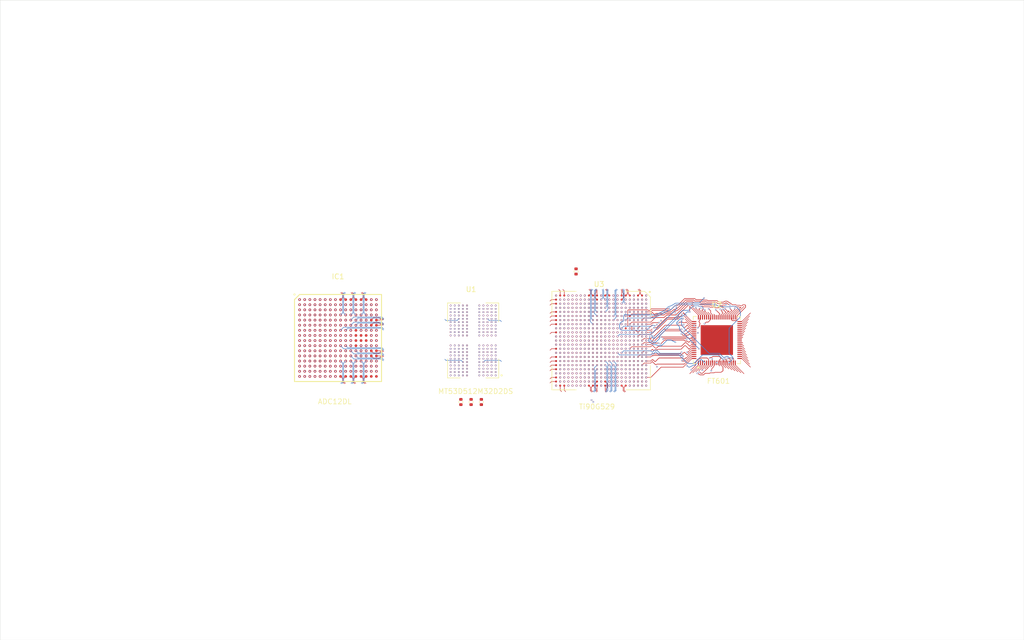
<source format=kicad_pcb>
(kicad_pcb (version 20241229) (generator "pcbnew") (generator_version "9.0")
  (layers (0 "F.Cu" signal) (4 "In1.Cu" signal) (6 "In2.Cu" signal) (8 "In3.Cu" signal) (10 "In4.Cu" signal) (12 "In5.Cu" signal) (14 "In6.Cu" signal) (16 "In7.Cu" signal) (18 "In8.Cu" signal) (2 "B.Cu" signal) (13 "F.Paste" user) (15 "B.Paste" user) (5 "F.SilkS" user "F.Silkscreen") (7 "B.SilkS" user "B.Silkscreen") (1 "F.Mask" user) (3 "B.Mask" user) (25 "Edge.Cuts" user))
  (net 0 "")
  (net 1 "unconnected-(IC1E-TMSTP+-PadD1)")
  (net 2 "unconnected-(IC1F-AGND_16-PadC6)")
  (net 3 "unconnected-(IC1F-AGND_37-PadN6)")
  (net 4 "unconnected-(IC1F-AGND_40-PadP3)")
  (net 6 "unconnected-(IC1F-VLVDS_3-PadH11)")
  (net 7 "unconnected-(IC1F-VA19_3-PadG5)")
  (net 8 "unconnected-(IC1F-VA19_14-PadK4)")
  (net 9 "unconnected-(IC1D-INA--PadA5)")
  (net 10 "unconnected-(IC1F-VA11_10-PadL5)")
  (net 12 "unconnected-(IC1F-AGND_47-PadR4)")
  (net 13 "unconnected-(IC1F-DGND_15-PadM7)")
  (net 14 "unconnected-(IC1F-VA11_7-PadF6)")
  (net 15 "unconnected-(IC1F-AGND_38-PadP1)")
  (net 16 "unconnected-(IC1E-ORB0-PadD8)")
  (net 17 "unconnected-(IC1F-AGND_41-PadP4)")
  (net 18 "unconnected-(IC1F-AGND_29-PadK1)")
  (net 19 "unconnected-(IC1F-DGND_16-PadN7)")
  (net 20 "unconnected-(IC1F-AGND_53-PadT3)")
  (net 21 "unconnected-(IC1F-AGND_17-PadC7)")
  (net 22 "unconnected-(IC1F-VA11_5-PadF4)")
  (net 23 "unconnected-(IC1F-AGND_45-PadR2)")
  (net 24 "unconnected-(IC1F-VA11_11-PadL6)")
  (net 25 "unconnected-(IC1E-SDO-PadN8)")
  (net 26 "unconnected-(IC1F-VA11_6-PadF5)")
  (net 28 "unconnected-(IC1E-TDIODE+-PadM2)")
  (net 29 "unconnected-(IC1F-DGND_5-PadF7)")
  (net 30 "unconnected-(IC1F-AGND_49-PadR6)")
  (net 31 "unconnected-(IC1F-AGND_6-PadB3)")
  (net 32 "unconnected-(IC1F-VA11_1-PadE4)")
  (net 33 "unconnected-(IC1F-VA19_5-PadH3)")
  (net 34 "unconnected-(IC1F-VA11_14-PadM6)")
  (net 35 "unconnected-(IC1F-VA11_9-PadL4)")
  (net 36 "unconnected-(IC1F-AGND_27-PadH2)")
  (net 38 "unconnected-(IC1F-VA19_1-PadG3)")
  (net 39 "unconnected-(IC1F-AGND_34-PadN3)")
  (net 40 "unconnected-(IC1E-SDI-PadP8)")
  (net 41 "unconnected-(IC1F-AGND_4-PadA6)")
  (net 42 "unconnected-(IC1F-AGND_10-PadB7)")
  (net 43 "unconnected-(IC1F-AGND_3-PadA3)")
  (net 44 "unconnected-(IC1F-AGND_2-PadA2)")
  (net 45 "unconnected-(IC1E-ORA0-PadB8)")
  (net 46 "unconnected-(IC1F-DGND_3-PadD7)")
  (net 47 "unconnected-(IC1F-AGND_8-PadB5)")
  (net 48 "unconnected-(IC1F-VA19_7-PadH5)")
  (net 49 "unconnected-(IC1D-INB+-PadT4)")
  (net 50 "unconnected-(IC1F-AGND_36-PadN5)")
  (net 51 "unconnected-(IC1E-CALSTAT-PadB1)")
  (net 52 "unconnected-(IC1F-AGND_35-PadN4)")
  (net 53 "unconnected-(IC1E-PD-PadR1)")
  (net 54 "unconnected-(IC1D-INB--PadT5)")
  (net 55 "unconnected-(IC1F-VA11_13-PadM5)")
  (net 56 "unconnected-(IC1F-AGND_12-PadC2)")
  (net 57 "unconnected-(IC1F-AGND_9-PadB6)")
  (net 58 "unconnected-(IC1F-AGND_54-PadT6)")
  (net 59 "unconnected-(IC1F-AGND_31-PadL1)")
  (net 60 "unconnected-(IC1F-VA19_9-PadJ3)")
  (net 61 "unconnected-(IC1F-DGND_13-PadK7)")
  (net 62 "unconnected-(IC1D-CLK--PadJ1)")
  (net 63 "unconnected-(IC1F-AGND_33-PadM3)")
  (net 64 "unconnected-(IC1F-AGND_32-PadL2)")
  (net 65 "unconnected-(IC1F-AGND_44-PadP7)")
  (net 67 "unconnected-(IC1F-AGND_20-PadD5)")
  (net 68 "unconnected-(IC1F-VA11_3-PadE6)")
  (net 69 "unconnected-(IC1F-VA11_2-PadE5)")
  (net 70 "unconnected-(IC1F-AGND_14-PadC4)")
  (net 71 "unconnected-(IC1F-DGND_8-PadH8)")
  (net 72 "unconnected-(IC1F-VLVDS_9-PadK11)")
  (net 75 "unconnected-(IC1F-AGND_23-PadF1)")
  (net 76 "unconnected-(IC1F-AGND_50-PadR7)")
  (net 77 "unconnected-(IC1E-SYNCSE-PadE2)")
  (net 78 "unconnected-(IC1F-VA19_15-PadK5)")
  (net 79 "unconnected-(IC1F-AGND_48-PadR5)")
  (net 80 "unconnected-(IC1F-AGND_26-PadG2)")
  (net 81 "unconnected-(IC1F-AGND_25-PadG1)")
  (net 82 "unconnected-(IC1F-VLVDS_1-PadG11)")
  (net 83 "unconnected-(IC1E-BG-PadD2)")
  (net 84 "unconnected-(IC1E-TDIODE--PadN2)")
  (net 85 "unconnected-(IC1F-VA19_10-PadJ4)")
  (net 86 "unconnected-(IC1F-AGND_28-PadJ2)")
  (net 87 "unconnected-(IC1F-DGND_6-PadG7)")
  (net 88 "unconnected-(IC1E-SCS-PadR8)")
  (net 89 "unconnected-(IC1F-AGND_7-PadB4)")
  (net 90 "unconnected-(IC1F-AGND_30-PadK2)")
  (net 91 "unconnected-(IC1F-VA19_8-PadH6)")
  (net 92 "unconnected-(IC1F-AGND_11-PadC1)")
  (net 93 "unconnected-(IC1F-AGND_43-PadP6)")
  (net 94 "unconnected-(IC1F-VA19_12-PadJ6)")
  (net 95 "unconnected-(IC1F-DGND_10-PadJ7)")
  (net 96 "unconnected-(IC1E-ORB1-PadC8)")
  (net 97 "unconnected-(IC1D-INA+-PadA4)")
  (net 98 "unconnected-(IC1F-VA19_11-PadJ5)")
  (net 99 "unconnected-(IC1F-VD11_5-PadL8)")
  (net 100 "unconnected-(IC1F-VA19_16-PadK6)")
  (net 101 "unconnected-(IC1D-CLK+-PadH1)")
  (net 102 "unconnected-(IC1F-VA19_6-PadH4)")
  (net 103 "unconnected-(U1C-VDD1-PadF1)")
  (net 104 "unconnected-(IC1F-AGND_5-PadA7)")
  (net 105 "unconnected-(IC1F-VD11_6-PadM8)")
  (net 106 "unconnected-(IC1F-VA11_12-PadM4)")
  (net 108 "unconnected-(U1C-VDD2-PadK1)")
  (net 109 "unconnected-(IC1F-AGND_24-PadF2)")
  (net 110 "unconnected-(IC1F-DGND_2-PadA16)")
  (net 111 "unconnected-(IC1F-DGND_7-PadH7)")
  (net 112 "unconnected-(IC1E-ORA1-PadA8)")
  (net 113 "unconnected-(IC1F-VA11_4-PadF3)")
  (net 114 "unconnected-(IC1F-AGND_15-PadC5)")
  (net 115 "unconnected-(IC1F-VD11_4-PadK8)")
  (net 116 "unconnected-(IC1F-AGND_19-PadD4)")
  (net 117 "unconnected-(IC1F-VA11_8-PadL3)")
  (net 118 "unconnected-(U1C-VDDQ-PadB3)")
  (net 119 "unconnected-(IC1F-VA19_13-PadK3)")
  (net 120 "unconnected-(U2B-RIDP-Pad35)")
  (net 121 "unconnected-(U2B-TODP-Pad32)")
  (net 122 "unconnected-(U2B-RREF-Pad27)")
  (net 123 "unconnected-(U2B-XO-Pad22)")
  (net 124 "unconnected-(U2B-XI-Pad21)")
  (net 125 "unconnected-(IC1E-CALTRIG-PadB2)")
  (net 127 "unconnected-(IC1F-AGND_55-PadT7)")
  (net 128 "unconnected-(IC1F-VA19_4-PadG6)")
  (net 129 "unconnected-(IC1F-AGND_1-PadA1)")
  (net 130 "unconnected-(IC1F-VD11_2-PadF8)")
  (net 131 "unconnected-(IC1E-SYSREF+-PadM1)")
  (net 132 "unconnected-(U2B-DM-Pad25)")
  (net 133 "unconnected-(IC1F-AGND_22-PadE3)")
  (net 134 "unconnected-(IC1F-DGND_1-PadA15)")
  (net 135 "unconnected-(IC1F-DGND_11-PadJ8)")
  (net 136 "unconnected-(IC1F-AGND_39-PadP2)")
  (net 137 "unconnected-(U2C-VCCIO-Pad14)")
  (net 138 "unconnected-(IC1F-DGND_4-PadE7)")
  (net 140 "unconnected-(IC1F-VD11_1-PadE8)")
  (net 141 "unconnected-(IC1F-VA19_2-PadG4)")
  (net 142 "unconnected-(U2B-DP-Pad23)")
  (net 143 "unconnected-(U2C-AVDD-Pad2)")
  (net 144 "unconnected-(IC1F-AGND_18-PadD3)")
  (net 145 "unconnected-(IC1F-VLVDS_6-PadJ11)")
  (net 146 "unconnected-(IC1E-TMSTP--PadE1)")
  (net 147 "unconnected-(IC1F-DGND_14-PadL7)")
  (net 148 "unconnected-(IC1F-AGND_42-PadP5)")
  (net 149 "unconnected-(IC1F-VD11_3-PadG8)")
  (net 150 "unconnected-(IC1F-AGND_46-PadR3)")
  (net 151 "unconnected-(IC1E-SCLK-PadT8)")
  (net 152 "unconnected-(IC1F-AGND_52-PadT2)")
  (net 153 "unconnected-(U2B-TODN-Pad31)")
  (net 154 "unconnected-(U2C-VBUS-Pad37)")
  (net 155 "unconnected-(IC1F-AGND_13-PadC3)")
  (net 156 "unconnected-(IC1F-AGND_21-PadD6)")
  (net 157 "unconnected-(U2B-RIDN-Pad34)")
  (net 158 "unconnected-(IC1F-AGND_51-PadT1)")
  (net 159 "unconnected-(IC1E-SYSREF--PadN1)")
  (net 160 "unconnected-(U1C-VDD1-PadG9)")
  (net 161 "unconnected-(U2C-VCC33-Pad20)")
  (net 162 "unconnected-(U2C-GND-Pad1)")
  (net 163 "unconnected-(U1D-VSS-PadD9)")
  (net 164 "unconnected-(U1C-VDD2-PadAB4)")
  (net 165 "unconnected-(U1D-VSS-PadW4)")
  (net 166 "unconnected-(U1D-VSS-PadG12)")
  (net 167 "unconnected-(U1D-VSS-PadV8)")
  (net 168 "unconnected-(U1C-VDD1-PadU1)")
  (net 169 "unconnected-(U1C-VDD2-PadR1)")
  (net 170 "unconnected-(U1D-VSS-PadT8)")
  (net 171 "unconnected-(U1D-VSS-PadG5)")
  (net 172 "unconnected-(U1D-VSS-PadV5)")
  (net 173 "unconnected-(U1E-DNU-PadAA12)")
  (net 174 "unconnected-(U1C-VDD2-PadN1)")
  (net 175 "unconnected-(U1E-NC-PadH3)")
  (net 176 "unconnected-(U1E-DNU-PadAB12)")
  (net 177 "unconnected-(U1D-VSS-PadW9)")
  (net 178 "unconnected-(U1D-VSS-PadK2)")
  (net 179 "unconnected-(U1D-VSS-PadP1)")
  (net 180 "unconnected-(U1C-VDD2-PadN3)")
  (net 181 "unconnected-(U1C-VDD1-PadU12)")
  (net 182 "unconnected-(U1C-VDD1-PadF12)")
  (net 183 "unconnected-(U1D-VSS-PadAB8)")
  (net 184 "unconnected-(U1E-NC-PadG11)")
  (net 185 "unconnected-(U1C-VDDQ-PadAA5)")
  (net 186 "unconnected-(U1E-NC-PadR3)")
  (net 187 "unconnected-(U1D-VSS-PadV12)")
  (net 188 "unconnected-(U1D-VSS-PadD4)")
  (net 189 "unconnected-(U1D-VSS-PadP12)")
  (net 190 "unconnected-(U1C-VDDQ-PadD1)")
  (net 191 "unconnected-(U1C-VDDQ-PadD5)")
  (net 192 "unconnected-(U1E-DNU-PadB1)")
  (net 193 "unconnected-(U1C-VDD2-PadA9)")
  (net 194 "unconnected-(U1C-VDDQ-PadW1)")
  (net 195 "unconnected-(U1C-VDD2-PadH1)")
  (net 196 "unconnected-(U1D-VSS-PadG8)")
  (net 197 "unconnected-(U1D-VSS-PadE1)")
  (net 198 "unconnected-(U1E-DNU-PadAA1)")
  (net 199 "unconnected-(U1D-VSS-PadG1)")
  (net 200 "unconnected-(U1D-VSS-PadT5)")
  (net 201 "unconnected-(U1E-DNU-PadA12)")
  (net 202 "unconnected-(U1C-VDD2-PadN10)")
  (net 203 "unconnected-(U1D-VSS-PadK4)")
  (net 204 "unconnected-(U1D-VSS-PadN2)")
  (net 205 "unconnected-(U1C-VDD2-PadK10)")
  (net 206 "unconnected-(U1D-VSS-PadW2)")
  (net 207 "unconnected-(U1C-VDD2-PadU8)")
  (net 208 "unconnected-(U1E-DNU-PadAB2)")
  (net 209 "unconnected-(U1C-VDD2-PadH12)")
  (net 210 "unconnected-(U1D-VSS-PadD11)")
  (net 211 "unconnected-(U1D-VSS-PadN4)")
  (net 212 "unconnected-(U1C-VDD2-PadF8)")
  (net 213 "unconnected-(U1C-VDDQ-PadB10)")
  (net 214 "unconnected-(U1C-VDD2-PadH8)")
  (net 215 "unconnected-(U1D-VSS-PadE5)")
  (net 216 "unconnected-(U1D-VSS-PadP3)")
  (net 217 "unconnected-(U1C-VDDQ-PadW8)")
  (net 218 "unconnected-(U1D-VSS-PadJ1)")
  (net 219 "unconnected-(U1C-VDD2-PadF5)")
  (net 220 "unconnected-(U1E-NC-PadP5)")
  (net 221 "unconnected-(U1D-VSS-PadW11)")
  (net 222 "unconnected-(U1E-NC-PadN8)")
  (net 223 "unconnected-(U1C-VDD2-PadH5)")
  (net 224 "unconnected-(U1C-VDD2-PadR12)")
  (net 225 "unconnected-(U1D-VSS-PadN11)")
  (net 226 "unconnected-(U1E-NC-PadJ5)")
  (net 227 "unconnected-(U1D-VSS-PadC12)")
  (net 228 "unconnected-(U1D-VSS-PadE12)")
  (net 229 "unconnected-(U1E-DNU-PadAB1)")
  (net 230 "unconnected-(U1D-VSS-PadA3)")
  (net 231 "unconnected-(U1D-VSS-PadK11)")
  (net 232 "unconnected-(U1C-VDDQ-PadAA8)")
  (net 233 "unconnected-(U1C-VDD2-PadA4)")
  (net 234 "unconnected-(U1D-VSS-PadAB5)")
  (net 235 "unconnected-(U1D-VSS-PadG3)")
  (net 236 "unconnected-(U1E-DNU-PadA1)")
  (net 237 "unconnected-(U1C-VDD2-PadU5)")
  (net 238 "unconnected-(U1C-VDDQ-PadB8)")
  (net 239 "unconnected-(U1C-VDD1-PadG4)")
  (net 240 "unconnected-(U1C-VDDQ-PadD12)")
  (net 241 "unconnected-(U1D-VSS-PadC1)")
  (net 242 "unconnected-(U1C-VDDQ-PadB5)")
  (net 243 "unconnected-(U1D-VSS-PadP10)")
  (net 244 "unconnected-(U1D-VSS-PadY12)")
  (net 245 "unconnected-(U1C-VDDQ-PadAA10)")
  (net 246 "unconnected-(U1D-VSS-PadT10)")
  (net 247 "unconnected-(U1D-VSS-PadD2)")
  (net 248 "unconnected-(U1D-VSS-PadC5)")
  (net 249 "unconnected-(U1D-VSS-PadA10)")
  (net 250 "unconnected-(U1E-DNU-PadB12)")
  (net 251 "unconnected-(U1D-VSS-PadJ3)")
  (net 252 "unconnected-(U1D-VSS-PadY5)")
  (net 253 "unconnected-(U1D-VSS-PadT1)")
  (net 254 "unconnected-(U1C-VDDQ-PadF10)")
  (net 255 "unconnected-(U1E-NC-PadK8)")
  (net 256 "unconnected-(U1E-NC-PadK5)")
  (net 257 "unconnected-(U1C-VDD1-PadT9)")
  (net 258 "unconnected-(U1D-VSS-PadV1)")
  (net 259 "unconnected-(U1C-VDDQ-PadU10)")
  (net 260 "unconnected-(U1E-DNU-PadA11)")
  (net 261 "unconnected-(U1C-VDD1-PadT4)")
  (net 262 "unconnected-(U1D-VSS-PadJ10)")
  (net 263 "unconnected-(U1C-VDD2-PadR8)")
  (net 264 "unconnected-(U1E-NC-PadA8)")
  (net 265 "unconnected-(U1C-VDDQ-PadF3)")
  (net 266 "unconnected-(U1C-VDDQ-PadW5)")
  (net 267 "unconnected-(U1C-VDD2-PadN12)")
  (net 268 "unconnected-(U1C-VDD2-PadAB9)")
  (net 269 "unconnected-(U1E-DNU-PadA2)")
  (net 270 "unconnected-(U1E-DNU-PadAB11)")
  (net 271 "unconnected-(U1D-VSS-PadE8)")
  (net 272 "unconnected-(U1D-VSS-PadC8)")
  (net 273 "unconnected-(U1D-VSS-PadN9)")
  (net 274 "unconnected-(U1E-NC-PadN5)")
  (net 275 "unconnected-(U1C-VDD2-PadR5)")
  (net 276 "unconnected-(U1D-VSS-PadAB3)")
  (net 277 "unconnected-(U1D-VSS-PadT3)")
  (net 278 "unconnected-(U1C-VDD2-PadK3)")
  (net 279 "unconnected-(U1D-VSS-PadY8)")
  (net 280 "unconnected-(U1D-VSS-PadAB10)")
  (net 281 "unconnected-(U1C-VDD2-PadK12)")
  (net 282 "unconnected-(U1D-VSS-PadK9)")
  (net 283 "unconnected-(U1C-VDDQ-PadW12)")
  (net 284 "unconnected-(U1D-VSS-PadG10)")
  (net 285 "unconnected-(U1D-VSS-PadJ12)")
  (net 286 "unconnected-(U1C-VDDQ-PadD8)")
  (net 287 "unconnected-(U1D-VSS-PadT12)")
  (net 288 "unconnected-(U1D-VSS-PadY1)")
  (net 289 "unconnected-(U1C-VDDQ-PadAA3)")
  (net 290 "unconnected-(U1C-VDDQ-PadU3)")
  (net 291 "Net-(U2A-DATA_13)")
  (net 292 "Net-(U2A-DATA_21)")
  (net 293 "Net-(U2A-~{RD})")
  (net 294 "Net-(U2A-~{WR})")
  (net 295 "Net-(U2A-GPIO1)")
  (net 296 "Net-(U2A-DATA_5)")
  (net 297 "Net-(U2A-DATA_19)")
  (net 298 "Net-(U2A-CLK)")
  (net 299 "Net-(U2A-~{WAKEUP})")
  (net 300 "Net-(U2A-BE_2)")
  (net 301 "Net-(U2A-GPIO0)")
  (net 302 "Net-(U2A-DATA_0)")
  (net 303 "Net-(U2A-DATA_29)")
  (net 304 "Net-(U2A-~{OE})")
  (net 305 "Net-(U2A-DATA_22)")
  (net 306 "Net-(U2A-BE_3)")
  (net 307 "Net-(U2A-DATA_25)")
  (net 308 "Net-(U2A-DATA_24)")
  (net 309 "Net-(U2A-DATA_10)")
  (net 310 "Net-(U2A-DATA_15)")
  (net 311 "Net-(U2A-DATA_20)")
  (net 312 "Net-(U2A-DATA_8)")
  (net 313 "Net-(U2A-DATA_31)")
  (net 314 "Net-(U2A-~{RESET})")
  (net 315 "Net-(U2A-DATA_16)")
  (net 316 "Net-(U2A-DATA_6)")
  (net 317 "Net-(U2A-DATA_4)")
  (net 318 "Net-(U2A-DATA_23)")
  (net 319 "Net-(U2A-DATA_2)")
  (net 320 "Net-(U2A-DATA_18)")
  (net 321 "Net-(U2A-~{TXE})")
  (net 322 "Net-(U2A-DATA_9)")
  (net 323 "Net-(U2A-DATA_28)")
  (net 324 "Net-(U2A-DATA_14)")
  (net 325 "Net-(U2A-DATA_11)")
  (net 326 "Net-(U2A-BE_0)")
  (net 327 "Net-(U2A-DATA_1)")
  (net 328 "Net-(U2A-DATA_17)")
  (net 329 "Net-(U2A-~{RXF})")
  (net 330 "Net-(U2A-DATA_30)")
  (net 331 "Net-(U2A-BE_1)")
  (net 332 "Net-(U2A-DATA_26)")
  (net 333 "Net-(U2A-DATA_12)")
  (net 334 "Net-(U2A-~{SIWU})")
  (net 335 "Net-(U2A-DATA_7)")
  (net 336 "Net-(U2A-DATA_3)")
  (net 337 "Net-(U2A-DATA_27)")
  (net 338 "unconnected-(U3F-auxout-PadG19)")
  (net 339 "unconnected-(U3I-GND-PadAC23)")
  (net 340 "unconnected-(U3I-GND-PadR9)")
  (net 341 "unconnected-(U3J-GPIOL_03_CLK24-PadW5)")
  (net 342 "unconnected-(U3J-GPIOT_P_23_PLLIN0-PadD23)")
  (net 343 "unconnected-(U3G-TDO-PadT4)")
  (net 344 "unconnected-(U3F-overrange[1]-PadD15)")
  (net 345 "unconnected-(U3F-lvdsin_trig-PadB2)")
  (net 346 "unconnected-(U3G-CDONE-PadT6)")
  (net 347 "unconnected-(U3I-GND-PadAB17)")
  (net 348 "unconnected-(U3H-VCC-PadN9)")
  (net 349 "unconnected-(U3H-VCCIO33_TL-PadU22)")
  (net 350 "unconnected-(U3I-GND-PadY6)")
  (net 351 "unconnected-(U3I-GND-PadY18)")
  (net 352 "unconnected-(U3H-VCCIO33_BL-PadV2)")
  (net 353 "unconnected-(U3F-boardout[4]-PadH12)")
  (net 354 "unconnected-(U3H-VCCA_TR-PadH16)")
  (net 355 "unconnected-(U3H-VDDQ_PHY-PadY11)")
  (net 356 "unconnected-(U3H-VDDQ_PHY-PadY13)")
  (net 357 "unconnected-(U3H-VDDQ_PHY-PadW12)")
  (net 358 "unconnected-(U3F-boardout[6]-PadA14)")
  (net 359 "unconnected-(U3G-REF_RES_2A-PadT22)")
  (net 360 "unconnected-(U3H-VCCIO3B-PadF12)")
  (net 361 "unconnected-(U3H-VCC-PadN11)")
  (net 362 "unconnected-(U3H-VCCA_BL-PadR7)")
  (net 363 "unconnected-(U3H-VDD_PHY-PadT14)")
  (net 364 "unconnected-(U3H-VCCIO33_BR-PadF8)")
  (net 365 "unconnected-(U3H-VDDPLL_MCB_TOP_PHY-PadU12)")
  (net 366 "unconnected-(U3H-VCC-PadU16)")
  (net 367 "unconnected-(U3I-GND-PadM13)")
  (net 368 "unconnected-(U3H-VDD_PHY-PadR14)")
  (net 369 "unconnected-(U3F-boardout[1]-PadF11)")
  (net 370 "unconnected-(U3H-VCCIO33_TL-PadU19)")
  (net 371 "unconnected-(U3I-GND-PadM11)")
  (net 372 "unconnected-(U3F-debugout[4]-PadD9)")
  (net 373 "unconnected-(U3I-GND-PadD22)")
  (net 374 "unconnected-(U3F-spics[5]-PadV22)")
  (net 375 "unconnected-(U3F-boardout[2]-PadA12)")
  (net 376 "unconnected-(U3F-boardin[2]-PadH14)")
  (net 377 "unconnected-(U3I-GND-PadY4)")
  (net 378 "unconnected-(U3I-GND-PadM3)")
  (net 379 "unconnected-(U3I-GND-PadN12)")
  (net 380 "unconnected-(U3H-VDDQ_PHY-PadY5)")
  (net 381 "unconnected-(U3H-VDD_PHY-PadP9)")
  (net 382 "unconnected-(U3H-VDDQX_PHY-PadU15)")
  (net 383 "unconnected-(U3F-boardin[3]-PadD14)")
  (net 384 "unconnected-(U3H-VCCIO33_TR-PadF16)")
  (net 385 "unconnected-(U3J-GPIOL_02-PadU3)")
  (net 386 "unconnected-(U3F-adc_clkout-PadU17)")
  (net 387 "unconnected-(U3I-GND-PadM1)")
  (net 388 "unconnected-(U3I-GND-PadU14)")
  (net 389 "unconnected-(U3F-LED[0]-PadU1)")
  (net 390 "unconnected-(U3E-DDR_CS_N[1]-PadW16)")
  (net 391 "unconnected-(U3F-boardout[5]-PadC12)")
  (net 392 "unconnected-(U3J-GPIOB_N_33_CDI30-PadA3)")
  (net 393 "unconnected-(U3H-VDD_PHY-PadT9)")
  (net 394 "unconnected-(U3F-debugout[6]-PadA6)")
  (net 395 "unconnected-(U3H-VCCIO4B-PadM5)")
  (net 396 "unconnected-(U3G-REF_RES_2B-PadK23)")
  (net 397 "unconnected-(U3J-GPIOT_P_33-PadF17)")
  (net 398 "unconnected-(U3I-GND-PadAB11)")
  (net 399 "unconnected-(U3H-VCCIO4A-PadG4)")
  (net 400 "unconnected-(U3I-GND-PadA23)")
  (net 401 "unconnected-(U3I-GND-PadV13)")
  (net 402 "unconnected-(U3H-VCCIO3C-PadB8)")
  (net 403 "unconnected-(U3H-VDDQX_PHY-PadV9)")
  (net 404 "unconnected-(U3F-lvdsout_trig_b_N-PadD20)")
  (net 405 "unconnected-(U3I-GND-PadAC20)")
  (net 406 "unconnected-(U3I-GND-PadN10)")
  (net 407 "unconnected-(U3I-GND-PadM23)")
  (net 408 "unconnected-(U3F-debugout[11]-PadA11)")
  (net 409 "unconnected-(U3I-GND-PadM9)")
  (net 410 "unconnected-(U3G-TDI-PadU6)")
  (net 411 "unconnected-(U3I-GND-PadA19)")
  (net 412 "unconnected-(U3J-GPIOT_N_34-PadG18)")
  (net 413 "unconnected-(U3J-GPIOL_00_PLLIN1-PadV6)")
  (net 414 "unconnected-(U3J-GPIOB_P_32_CDI28-PadC4)")
  (net 415 "unconnected-(U3H-VDD_PHY-PadP11)")
  (net 416 "unconnected-(U3F-lockinfo[0]-PadC17)")
  (net 417 "unconnected-(U3I-GND-PadB3)")
  (net 418 "unconnected-(U3I-GND-PadY22)")
  (net 419 "unconnected-(U3H-VDDQX_PHY-PadV14)")
  (net 420 "unconnected-(U3I-GND-PadAB7)")
  (net 421 "unconnected-(U3F-ext_clkin-PadC5)")
  (net 422 "unconnected-(U3H-VDDQ_PHY-PadY3)")
  (net 423 "unconnected-(U3F-lvdsout_clk-PadF19)")
  (net 424 "unconnected-(U3I-GND-PadH1)")
  (net 425 "unconnected-(U3I-GND-PadP13)")
  (net 426 "unconnected-(U3I-GND-PadD19)")
  (net 427 "unconnected-(U3I-GND-PadU11)")
  (net 428 "unconnected-(U3F-exttrigin-PadF5)")
  (net 429 "unconnected-(U3I-GND-PadV17)")
  (net 430 "unconnected-(U3H-VCCIO3B-PadF14)")
  (net 431 "unconnected-(U3I-GND-PadL10)")
  (net 432 "unconnected-(U3G-REF_RES_2C-PadA22)")
  (net 433 "unconnected-(U3H-VDD_PHY-PadT15)")
  (net 434 "unconnected-(U3I-GND-PadA1)")
  (net 435 "unconnected-(U3F-spi_clk-PadV18)")
  (net 436 "unconnected-(U3H-VCC-PadJ11)")
  (net 437 "unconnected-(U3F-lockinfo[2]-PadA20)")
  (net 438 "unconnected-(U3I-GND-PadN8)")
  (net 439 "unconnected-(U3H-VCCIO2C-PadH17)")
  (net 440 "unconnected-(U3H-VCCIO4C-PadP4)")
  (net 441 "unconnected-(U3H-VDDQX_PHY-PadU10)")
  (net 442 "unconnected-(U3J-GPIOB_N_34-PadG5)")
  (net 443 "unconnected-(U3H-VCCIO4B-PadM8)")
  (net 444 "unconnected-(U3I-GND-PadR15)")
  (net 445 "unconnected-(U3I-GND-PadD10)")
  (net 446 "unconnected-(U3H-VDDQ_PHY-PadAB18)")
  (net 447 "unconnected-(U3I-GND-PadT21)")
  (net 448 "unconnected-(U3H-VCC-PadJ13)")
  (net 449 "unconnected-(U3H-VDDQ_PHY-PadW7)")
  (net 450 "unconnected-(U3J-GPIOB_P_33_CDI31-PadA4)")
  (net 451 "unconnected-(U3I-GND-PadB21)")
  (net 452 "unconnected-(U3H-VDDQ_PHY-PadAB10)")
  (net 453 "unconnected-(U3I-GND-PadAB13)")
  (net 454 "unconnected-(U3H-VCC-PadK14)")
  (net 455 "unconnected-(U3J-GPIOL_44-PadW20)")
  (net 456 "unconnected-(U3I-GND-PadN14)")
  (net 457 "unconnected-(U3J-GPIOL_21-PadV5)")
  (net 458 "unconnected-(U3I-GND-PadB6)")
  (net 459 "unconnected-(U3H-VDD_PHY-PadT10)")
  (net 460 "unconnected-(U3I-GND-PadV10)")
  (net 461 "unconnected-(U3H-VCC-PadN15)")
  (net 462 "unconnected-(U3F-debugout[0]-PadC8)")
  (net 463 "unconnected-(U3I-GND-PadK9)")
  (net 464 "unconnected-(U3I-GND-PadV15)")
  (net 465 "unconnected-(U3H-VCCIO4C-PadP2)")
  (net 466 "unconnected-(U3F-debugout[5]-PadC6)")
  (net 467 "unconnected-(U3F-debugout[8]-PadF10)")
  (net 468 "unconnected-(U3F-debugout[10]-PadH10)")
  (net 469 "unconnected-(U3I-GND-PadAB22)")
  (net 470 "unconnected-(U3I-GND-PadJ19)")
  (net 471 "unconnected-(U3I-GND-PadB14)")
  (net 472 "unconnected-(U3I-GND-PadY16)")
  (net 473 "unconnected-(U3H-VCCAUX-PadR16)")
  (net 474 "unconnected-(U3F-lvdsin_trig_b-PadD5)")
  (net 475 "unconnected-(U3H-VCC-PadJ9)")
  (net 476 "unconnected-(U3I-GND-PadB11)")
  (net 477 "unconnected-(U3I-GND-PadY10)")
  (net 478 "unconnected-(U3H-VCC-PadJ15)")
  (net 479 "unconnected-(U3H-VCCIO33_BL-PadU4)")
  (net 480 "unconnected-(U3F-lvdsout_trig-PadC21)")
  (net 481 "unconnected-(U3G-REF_RES_3C-PadD6)")
  (net 482 "unconnected-(U3F-boardout[3]-PadE12)")
  (net 483 "unconnected-(U3H-VDDQ_PHY-PadY19)")
  (net 484 "unconnected-(U3J-GPIOL_41-PadW23)")
  (net 485 "unconnected-(U3G-REF_RES_3A-PadE18)")
  (net 486 "unconnected-(U3H-VCCA_BR-PadJ8)")
  (net 487 "unconnected-(U3H-VDD_PHY-PadP12)")
  (net 488 "unconnected-(U3F-LED[2]-PadV3)")
  (net 489 "unconnected-(U3F-spics[4]-PadV21)")
  (net 490 "unconnected-(U3I-GND-PadV7)")
  (net 491 "unconnected-(U3I-GND-PadJ12)")
  (net 492 "unconnected-(U3H-VCC-PadN13)")
  (net 493 "unconnected-(U3H-VCCIO2C-PadK16)")
  (net 494 "unconnected-(U3F-lvdsout_spare-PadH19)")
  (net 495 "unconnected-(U3F-lvdsin_clk_N-PadE3)")
  (net 496 "unconnected-(U3H-VDDQ_PHY-PadY21)")
  (net 497 "unconnected-(U3I-GND-PadR12)")
  (net 498 "unconnected-(U3I-GND-PadK15)")
  (net 499 "unconnected-(U3G-REF_RES_4A-PadB5)")
  (net 500 "unconnected-(U3H-VCCIO2B-PadH21)")
  (net 501 "unconnected-(U3I-GND-PadAA19)")
  (net 502 "unconnected-(U3I-GND-PadAB2)")
  (net 503 "unconnected-(U3G-REF_RES_4B-PadJ1)")
  (net 504 "unconnected-(U3I-GND-PadY20)")
  (net 505 "unconnected-(U3I-GND-PadT17)")
  (net 506 "unconnected-(U3H-VCCIO2B-PadK22)")
  (net 507 "unconnected-(U3F-spics[2]-PadU20)")
  (net 508 "unconnected-(U3H-VCCAUX-PadK8)")
  (net 509 "unconnected-(U3H-VDDQ_CK_PHY-PadT12)")
  (net 510 "unconnected-(U3F-lvdsin_spare_N-PadH6)")
  (net 511 "unconnected-(U3F-debugout[7]-PadE7)")
  (net 512 "unconnected-(U3F-spics[0]-PadV19)")
  (net 513 "unconnected-(U3F-lvdsin_trig_b_N-PadE5)")
  (net 514 "unconnected-(U3F-lvdsin_spare-PadG6)")
  (net 515 "unconnected-(U3J-GPIOL_42-PadW21)")
  (net 516 "unconnected-(U3I-GND-PadAB5)")
  (net 517 "unconnected-(U3I-GND-PadAC1)")
  (net 518 "unconnected-(U3I-GND-PadY2)")
  (net 519 "unconnected-(U3I-GND-PadP10)")
  (net 520 "unconnected-(U3H-VCCIO3B-PadD13)")
  (net 521 "unconnected-(U3H-VCCIO2C-PadF18)")
  (net 522 "unconnected-(U3H-VCC-PadL13)")
  (net 523 "unconnected-(U3H-VCCIO4A-PadF6)")
  (net 524 "unconnected-(U3H-VCCIO4B-PadK7)")
  (net 525 "unconnected-(U3H-VCC-PadM14)")
  (net 526 "unconnected-(U3I-GND-PadK13)")
  (net 527 "unconnected-(U3H-VCCIO2A-PadP22)")
  (net 528 "unconnected-(U3H-VCCIO2A-PadR20)")
  (net 529 "unconnected-(U3J-GPIOT_N_23-PadC23)")
  (net 530 "unconnected-(U3H-VCC-PadL9)")
  (net 531 "unconnected-(U3G-REF_RES_4C-PadT2)")
  (net 532 "unconnected-(U3I-GND-PadF20)")
  (net 533 "unconnected-(U3G-REF_RES_3B-PadC14)")
  (net 534 "unconnected-(U3I-GND-PadJ10)")
  (net 535 "unconnected-(U3F-LED[3]-PadW3)")
  (net 536 "unconnected-(U3F-boardin[1]-PadE13)")
  (net 537 "unconnected-(U3F-spi_mosi-PadT19)")
  (net 538 "unconnected-(U3F-boardin[6]-PadB20)")
  (net 539 "unconnected-(U3J-GPIOL_05_CLK26-PadT3)")
  (net 540 "unconnected-(U3F-ddr_pllin-PadU18)")
  (net 541 "unconnected-(U3I-GND-PadJ14)")
  (net 542 "unconnected-(U3H-VCC-PadK10)")
  (net 543 "unconnected-(U3E-DDR_CS_N[3]-PadY17)")
  (net 544 "unconnected-(U3F-lvdsin_clk-PadE2)")
  (net 545 "unconnected-(U3F-main_pllin-PadW4)")
  (net 546 "unconnected-(U3H-VDD_PHY-PadP14)")
  (net 547 "unconnected-(U3H-VCCIO2A-PadP17)")
  (net 548 "unconnected-(U3F-boardin[7]-PadH9)")
  (net 549 "unconnected-(U3H-VDD_PHY-PadR13)")
  (net 550 "unconnected-(U3I-GND-PadY14)")
  (net 551 "unconnected-(U3H-VDDQX_PHY-PadV12)")
  (net 552 "unconnected-(U3H-VDD_PHY-PadR10)")
  (net 553 "unconnected-(U3J-GPIOB_N_32_CDI29-PadB4)")
  (net 554 "unconnected-(U3I-GND-PadM20)")
  (net 555 "unconnected-(U3I-GND-PadL14)")
  (net 556 "unconnected-(U3F-spics[1]-PadT18)")
  (net 557 "unconnected-(U3J-GPIOL_36_PLLIN1-PadU23)")
  (net 558 "unconnected-(U3F-boardin[4]-PadA7)")
  (net 559 "unconnected-(U3I-GND-PadK2)")
  (net 560 "unconnected-(U3F-spics[6]-PadU21)")
  (net 561 "unconnected-(U3H-VQPS-PadU7)")
  (net 562 "unconnected-(U3H-VDD_PHY-PadR11)")
  (net 563 "unconnected-(U3F-debugout[9]-PadB10)")
  (net 564 "unconnected-(U3H-VCCIO3A-PadD16)")
  (net 565 "unconnected-(U3J-GPIOL_01-PadW6)")
  (net 566 "unconnected-(U3I-GND-PadAC15)")
  (net 567 "unconnected-(U3I-GND-PadH23)")
  (net 568 "unconnected-(U3I-GND-PadK5)")
  (net 569 "unconnected-(U3H-VCCAUX-PadR8)")
  (net 570 "unconnected-(U3F-lvdsout_spare_N-PadH18)")
  (net 571 "unconnected-(U3I-GND-PadL12)")
  (net 572 "unconnected-(U3H-VDDQX_PHY-PadU9)")
  (net 573 "unconnected-(U3F-overrange[3]-PadA18)")
  (net 574 "unconnected-(U3F-lockinfo[1]-PadC18)")
  (net 575 "unconnected-(U3F-lvdsout_trig_b-PadD21)")
  (net 576 "unconnected-(U3J-GPIOL_43-PadW19)")
  (net 577 "unconnected-(U3F-boardin[5]-PadB19)")
  (net 578 "unconnected-(U3J-GPIOT_N_33-PadG17)")
  (net 579 "unconnected-(U3I-GND-PadP16)")
  (net 580 "unconnected-(U3H-VCC-PadT16)")
  (net 581 "unconnected-(U3F-fan_out-PadW2)")
  (net 582 "unconnected-(U3G-TCK-PadU5)")
  (net 583 "unconnected-(U3H-VCC-PadL15)")
  (net 584 "unconnected-(U3F-debugout[3]-PadB9)")
  (net 585 "unconnected-(U3J-GPIOL_40-PadW22)")
  (net 586 "unconnected-(U3F-neo_led-PadV4)")
  (net 587 "unconnected-(U3I-GND-PadT7)")
  (net 588 "unconnected-(U3J-GPIOL_04_CLK25-PadU2)")
  (net 589 "unconnected-(U3I-GND-PadAC4)")
  (net 590 "unconnected-(U3F-spics[7]-PadV20)")
  (net 591 "unconnected-(U3H-VCC-PadT8)")
  (net 592 "unconnected-(U3F-overrange[2]-PadB16)")
  (net 593 "unconnected-(U3H-VCCIO4C-PadN7)")
  (net 594 "unconnected-(U3I-GND-PadH7)")
  (net 595 "unconnected-(U3H-VCCIO3A-PadB17)")
  (net 596 "unconnected-(U3H-VCCIO2B-PadM17)")
  (net 597 "unconnected-(U3H-VDDQ_PHY-PadAB14)")
  (net 598 "unconnected-(U3I-GND-PadY12)")
  (net 599 "unconnected-(U3H-VCCIO4A-PadD4)")
  (net 600 "unconnected-(U3I-GND-PadF2)")
  (net 601 "unconnected-(U3I-GND-PadH4)")
  (net 602 "unconnected-(U3H-VDD_PHY-PadP15)")
  (net 603 "unconnected-(U3F-spi_miso-PadT20)")
  (net 604 "unconnected-(U3H-VDD_PHY-PadT11)")
  (net 605 "unconnected-(U3G-TMS-PadT5)")
  (net 606 "unconnected-(U3I-GND-PadD1)")
  (net 607 "unconnected-(U3H-VDDQ_PHY-PadAB6)")
  (net 608 "unconnected-(U3H-VDDQX_PHY-PadV11)")
  (net 609 "unconnected-(U3I-GND-PadF22)")
  (net 610 "unconnected-(U3H-VCC-PadK12)")
  (net 611 "unconnected-(U3I-GND-PadM15)")
  (net 612 "unconnected-(U3E-DDR_CKE[1]-PadAA13)")
  (net 613 "unconnected-(U3F-lvdsout_clk_N-PadE19)")
  (net 614 "unconnected-(U3H-VDDQ_PHY-PadY23)")
  (net 615 "unconnected-(U3I-GND-PadT1)")
  (net 616 "unconnected-(U3H-VDD_PHY-PadT13)")
  (net 617 "unconnected-(U3I-GND-PadY8)")
  (net 618 "unconnected-(U3H-VDDQ_PHY-PadY1)")
  (net 619 "unconnected-(U3H-VCCIO3C-PadD7)")
  (net 620 "unconnected-(U3F-spics[3]-PadV23)")
  (net 621 "unconnected-(U3F-overrange[0]-PadA15)")
  (net 622 "unconnected-(U3J-GPIOL_06_CLK27-PadV1)")
  (net 623 "unconnected-(U3I-GND-PadAC9)")
  (net 624 "unconnected-(U3F-lockinfo[3]-PadD18)")
  (net 625 "unconnected-(U3F-debugout[1]-PadD8)")
  (net 626 "unconnected-(U3F-lvdsout_trig_N-PadC22)")
  (net 627 "unconnected-(U3F-boardout[0]-PadD11)")
  (net 628 "unconnected-(U3F-boardin[0]-PadC13)")
  (net 629 "unconnected-(U3H-VCCIO3B-PadG10)")
  (net 630 "unconnected-(U3H-VCC-PadL11)")
  (net 631 "unconnected-(U3F-lvdsin_trig_N-PadA2)")
  (net 632 "unconnected-(U3F-boardout[7]-PadG13)")
  (net 633 "unconnected-(U3F-LED[1]-PadW1)")
  (net 634 "unconnected-(U3I-GND-PadT23)")
  (net 635 "unconnected-(U3G-CRESET_N-PadR6)")
  (net 636 "unconnected-(U3H-VCC-PadM12)")
  (net 637 "unconnected-(U3F-debugout[2]-PadA9)")
  (net 638 "unconnected-(U3H-VCCAUX-PadJ16)")
  (net 639 "unconnected-(U3H-VDDQ_PHY-PadW18)")
  (net 640 "unconnected-(U3H-VCC-PadM10)")
  (net 641 "unconnected-(U3H-VDDQX_PHY-PadU13)")
  (net 642 "unconnected-(U3H-VCCA_TL-PadR17)")
  (net 643 "unconnected-(U3I-GND-PadK11)")
  (net 644 "unconnected-(U3H-VCC-PadU8)")
  (net 645 "Net-(U1A-DQ0_B)")
  (net 646 "Net-(U1A-DQ13_B)")
  (net 647 "Net-(U1A-DQ1_A)")
  (net 648 "Net-(U1A-DQ0_A)")
  (net 649 "Net-(U1A-DQ10_B)")
  (net 650 "Net-(U1A-DQ1_B)")
  (net 651 "Net-(U1A-DQ5_B)")
  (net 652 "Net-(U1A-DQ6_B)")
  (net 653 "Net-(U1A-DQ15_A)")
  (net 654 "Net-(U1A-DQ12_A)")
  (net 655 "Net-(U1A-DQ9_A)")
  (net 656 "Net-(U1A-DQ14_A)")
  (net 657 "Net-(U1A-DQ2_A)")
  (net 658 "Net-(U1A-DQ11_B)")
  (net 659 "Net-(U1A-DQ7_A)")
  (net 660 "Net-(U1A-DQS0_c_A)")
  (net 661 "Net-(U1A-DQ6_A)")
  (net 662 "Net-(U1A-DMI0_B)")
  (net 663 "Net-(U1A-DQ8_A)")
  (net 664 "Net-(U1A-DQS1_t_B)")
  (net 665 "Net-(U1A-DQ3_A)")
  (net 666 "Net-(U1A-DQS0_t_B)")
  (net 667 "Net-(U1A-DMI0_A)")
  (net 668 "Net-(U1A-DQ11_A)")
  (net 669 "Net-(U1A-DQ3_B)")
  (net 670 "Net-(U1A-DQ15_B)")
  (net 671 "Net-(U1A-DMI1_B)")
  (net 672 "Net-(U1A-DQS1_c_B)")
  (net 673 "Net-(U1A-DQ4_B)")
  (net 674 "Net-(U1A-DQ7_B)")
  (net 675 "Net-(U1A-DQ10_A)")
  (net 676 "Net-(U1A-DQ4_A)")
  (net 677 "Net-(U1B-CS0_A)")
  (net 678 "Net-(U1A-DQ14_B)")
  (net 679 "Net-(U1A-DQ8_B)")
  (net 680 "Net-(U1A-DQS0_c_B)")
  (net 681 "Net-(U1A-DQ13_A)")
  (net 682 "Net-(U1A-DQ2_B)")
  (net 683 "Net-(U1A-DMI1_A)")
  (net 684 "Net-(U1A-DQ9_B)")
  (net 685 "Net-(U1A-DQS0_t_A)")
  (net 686 "Net-(U1A-DQS1_c_A)")
  (net 687 "Net-(U1A-DQ12_B)")
  (net 688 "Net-(U1A-DQ5_A)")
  (net 689 "Net-(U1A-DQS1_t_A)")
  (net 690 "GND")
  (net 691 "Net-(U3E-DDR_CAL)")
  (net 693 "Net-(U1B-ZQ0)")
  (net 694 "/fpga_ddr/1V1")
  (net 695 "Net-(U1B-ODT_CA_A)")
  (net 696 "Net-(U1B-ODT_CA_B)")
  (net 697 "Net-(U1B-CA5_A)")
  (net 698 "Net-(U1B-CKE0_A)")
  (net 699 "Net-(U1B-RESET_n)")
  (net 700 "Net-(U1B-CA4_A)")
  (net 701 "Net-(U1B-CA0_A)")
  (net 702 "Net-(U1B-CA1_A)")
  (net 703 "Net-(U1B-CA3_A)")
  (net 704 "Net-(U1B-CA2_A)")
  (net 705 "Net-(U1B-CS0_B)")
  (net 706 "Net-(U1B-CK_t_A)")
  (net 707 "Net-(U1B-CK_c_A)")
  (net 708 "unconnected-(U2C-VD10-Pad3)")
  (net 709 "unconnected-(U2C-VCC33-Pad38)")
  (net 710 "unconnected-(U2C-DV10-Pad39)")
  (net 711 "unconnected-(U2C-GND-Pad29)")
  (net 712 "unconnected-(U2C-VD10-Pad30)")
  (net 713 "unconnected-(U2C-VD10-Pad48)")
  (net 714 "unconnected-(U2C-GND-Pad26)")
  (net 715 "unconnected-(U2C-VCC33-Pad24)")
  (net 717 "unconnected-(U2C-VDDA-Pad28)")
  (net 718 "unconnected-(U2C-GND-Pad36)")
  (net 719 "unconnected-(U2C-GND-Pad19)")
  (net 720 "unconnected-(U2C-VCCIO-Pad59)")
  (net 721 "unconnected-(U2C-VCCIO-Pad68)")
  (net 722 "unconnected-(U2C-VD10-Pad33)")
  (net 723 "unconnected-(U2C-VCCIO-Pad49)")
  (net 724 "/fpga_adc/lvds_rx1_1_P")
  (net 725 "/fpga_adc/lvds_rx1_1_N")
  (net 726 "/fpga_adc/lvds_rx3_1_P")
  (net 727 "/fpga_adc/lvds_rx3_1_N")
  (net 728 "unconnected-(U3J-NC-PadW10)")
  (net 729 "unconnected-(U3J-NC-PadV16)")
  (net 730 "unconnected-(U3J-NC-PadW13)")
  (net 731 "unconnected-(U3J-NC-PadW14)")
  (net 732 "unconnected-(U3J-NC-PadW15)")
  (net 733 "unconnected-(U3J-NC-PadW11)")
  (net 734 "/fpga_adc/lvds_rx4_9_N")
  (net 735 "/fpga_adc/lvds_rx1_3_N")
  (net 736 "/fpga_adc/lvds_rx1_7_P")
  (net 737 "/fpga_adc/lvds_rx4_2_N")
  (net 738 "/fpga_adc/lvds_rx4_8_N")
  (net 739 "/fpga_adc/lvds_rx1_9_N")
  (net 740 "/fpga_adc/lvds_rx2_7_N")
  (net 741 "/fpga_adc/lvds_rx2_2_P")
  (net 742 "/fpga_adc/lvds_rx1_6_N")
  (net 743 "/fpga_adc/lvds_rx2_8_N")
  (net 744 "/fpga_adc/lvds_rx2_1_N")
  (net 745 "/fpga_adc/lvds_rx1_5_N")
  (net 746 "/fpga_adc/lvds_rx1_10_P")
  (net 747 "/fpga_adc/lvds_rx2_5_P")
  (net 748 "/fpga_adc/lvds_rx3_2_P")
  (net 749 "/fpga_adc/lvds_rx1_10_N")
  (net 750 "/fpga_adc/lvds_rx2_3_N")
  (net 751 "/fpga_adc/lvds_rx4_4_N")
  (net 752 "/fpga_adc/lvds_rx1_5_P")
  (net 753 "/fpga_adc/lvds_rx4_13_N")
  (net 754 "/fpga_adc/lvds_rx1_7_N")
  (net 755 "/fpga_adc/lvds_rx3_10_P")
  (net 756 "/fpga_adc/lvds_rx3_11_N")
  (net 757 "/fpga_adc/lvds_rx4_10_P")
  (net 758 "/fpga_adc/lvds_rx1_9_P")
  (net 759 "/fpga_adc/lvds_rx3_6_N")
  (net 760 "/fpga_adc/lvds_rx1_13_P")
  (net 761 "/fpga_adc/lvds_rx2_12_P")
  (net 762 "/fpga_adc/lvds_rx3_11_P")
  (net 763 "/fpga_adc/lvds_rx4_6_P")
  (net 764 "/fpga_adc/lvds_rx3_5_P")
  (net 765 "/fpga_adc/lvds_rx1_2_P")
  (net 766 "/fpga_adc/lvds_rx4_13_P")
  (net 767 "/fpga_adc/lvds_rx2_12_N")
  (net 768 "/fpga_adc/lvds_rx2_11_P")
  (net 769 "/fpga_adc/lvds_rx1_12_P")
  (net 770 "/fpga_adc/lvds_rx2_10_N")
  (net 771 "/fpga_adc/lvds_rx_top_clkin2_P")
  (net 772 "/fpga_adc/lvds_rx3_3_N")
  (net 773 "/fpga_adc/lvds_rx4_6_N")
  (net 774 "/fpga_adc/lvds_rx4_8_P")
  (net 775 "/fpga_adc/lvds_rx3_9_P")
  (net 776 "/fpga_adc/lvds_rx3_8_N")
  (net 777 "/fpga_adc/lvds_rx1_2_N")
  (net 778 "/fpga_adc/lvds_rx4_7_N")
  (net 779 "/fpga_adc/lvds_rx_top_clkin1_P")
  (net 780 "/fpga_adc/lvds_rx1_8_P")
  (net 781 "/fpga_adc/lvds_rx2_9_N")
  (net 782 "/fpga_adc/lvds_rx2_1_P")
  (net 783 "/fpga_adc/lvds_rx3_10_N")
  (net 784 "/fpga_adc/lvds_rx1_13_N")
  (net 785 "/fpga_adc/lvds_rx3_5_N")
  (net 786 "/fpga_adc/lvds_rx2_7_P")
  (net 787 "/fpga_adc/lvds_rx4_10_N")
  (net 788 "/fpga_adc/lvds_rx2_4_P")
  (net 789 "/fpga_adc/lvds_rx3_3_P")
  (net 790 "/fpga_adc/lvds_rx3_7_N")
  (net 791 "/fpga_adc/lvds_rx4_2_P")
  (net 792 "/fpga_adc/lvds_rx2_2_N")
  (net 793 "/fpga_adc/lvds_rx2_10_P")
  (net 794 "/fpga_adc/lvds_rx4_9_P")
  (net 795 "/fpga_adc/lvds_rx4_4_P")
  (net 796 "/fpga_adc/lvds_rx4_11_P")
  (net 797 "/fpga_adc/lvds_rx1_12_N")
  (net 798 "/fpga_adc/lvds_rx1_11_N")
  (net 799 "/fpga_adc/lvds_rx3_12_P")
  (net 800 "/fpga_adc/lvds_rx1_11_P")
  (net 801 "/fpga_adc/lvds_rx4_11_N")
  (net 802 "/fpga_adc/lvds_rx_top_clkin4_N")
  (net 803 "/fpga_adc/lvds_rx4_3_N")
  (net 804 "/fpga_adc/lvds_rx2_9_P")
  (net 805 "/fpga_adc/lvds_rx3_4_N")
  (net 806 "/fpga_adc/lvds_rx_top_clkin3_P")
  (net 807 "/fpga_adc/lvds_rx1_8_N")
  (net 808 "/fpga_adc/lvds_rx3_2_N")
  (net 809 "/fpga_adc/lvds_rx_top_clkin1_N")
  (net 810 "/fpga_adc/lvds_rx2_3_P")
  (net 811 "/fpga_adc/lvds_rx1_4_P")
  (net 812 "/fpga_adc/lvds_rx2_8_P")
  (net 813 "/fpga_adc/lvds_rx1_4_N")
  (net 814 "/fpga_adc/lvds_rx2_5_N")
  (net 815 "/fpga_adc/lvds_rx4_5_P")
  (net 816 "/fpga_adc/lvds_rx_top_clkin2_N")
  (net 817 "/fpga_adc/lvds_rx2_6_N")
  (net 818 "/fpga_adc/lvds_rx3_13_N")
  (net 819 "/fpga_adc/lvds_rx3_13_P")
  (net 820 "/fpga_adc/lvds_rx4_7_P")
  (net 821 "/fpga_adc/lvds_rx4_3_P")
  (net 822 "/fpga_adc/lvds_rx4_1_P")
  (net 823 "/fpga_adc/lvds_rx_top_clkin3_N")
  (net 824 "/fpga_adc/lvds_rx_top_clkin4_P")
  (net 825 "/fpga_adc/lvds_rx3_6_P")
  (net 826 "/fpga_adc/lvds_rx2_13_P")
  (net 827 "/fpga_adc/lvds_rx4_12_N")
  (net 828 "/fpga_adc/lvds_rx3_9_N")
  (net 829 "/fpga_adc/lvds_rx3_8_P")
  (net 830 "/fpga_adc/lvds_rx2_11_N")
  (net 831 "/fpga_adc/lvds_rx4_5_N")
  (net 832 "/fpga_adc/lvds_rx3_4_P")
  (net 833 "/fpga_adc/lvds_rx4_12_P")
  (net 834 "/fpga_adc/lvds_rx1_3_P")
  (net 835 "/fpga_adc/lvds_rx1_6_P")
  (net 836 "/fpga_adc/lvds_rx3_12_N")
  (net 837 "/fpga_adc/lvds_rx2_13_N")
  (net 838 "/fpga_adc/lvds_rx3_7_P")
  (net 839 "/fpga_adc/lvds_rx2_6_P")
  (net 840 "/fpga_adc/lvds_rx4_1_N")
  (net 841 "/fpga_adc/lvds_rx2_4_N")
  (footprint "ADC12DL:BGA256C100P16X16_1700X1700X331" (layer "F.Cu") (at 144 102.5)
    (property "Reference" "IC1")
    (property "Value" "ADC12DL500ACF_Aligned" (hide yes))
  )
  (footprint "G529:BGA-529_23x23_19.0x19.0mm" (layer "F.Cu") (at 195.4 103 -90)
    (property "Reference" "U3")
    (property "Value" "Ti90G529_Functions" (hide yes))
  )
  (footprint "MT53D512M32D2DS-053 WT_D:IC_MT53D512M16D1DS-046_WT_D" (layer "F.Cu") (at 170.4 102.975 180)
    (property "Reference" "U1")
    (property "Value" "MT53D512M16D1DS_Aligned" (hide yes))
  )
  (footprint "Resistor_SMD:R_0402_1005Metric" (layer "F.Cu") (at 170 115 -90)
    (property "Reference" "R3" (hide yes))
    (property "Value" "240" (hide yes))
  )
  (footprint "Resistor_SMD:R_0402_1005Metric" (layer "F.Cu") (at 190.5 89.5 90)
    (property "Reference" "R1" (hide yes))
    (property "Value" "240" (hide yes))
  )
  (footprint "Package_DFN_QFN:QFN-76-1EP_9x9mm_P0.4mm_EP5.81x6.31mm" (layer "F.Cu") (at 218 102.9 90)
    (property "Reference" "U2")
    (property "Value" "FT601Q_Aligned" (hide yes))
  )
  (footprint "Resistor_SMD:R_0402_1005Metric" (layer "F.Cu") (at 168 115 -90)
    (property "Reference" "R4" (hide yes))
    (property "Value" "240" (hide yes))
  )
  (footprint "Resistor_SMD:R_0402_1005Metric" (layer "F.Cu") (at 172 115 -90)
    (property "Reference" "R2" (hide yes))
    (property "Value" "240" (hide yes))
  )
  (gr_rect (start 78 36.5) (end 278 161.5) (stroke (width 0.05)) (fill no) (layer "Edge.Cuts"))
  (gr_text "MT53D512M32D2DS" (at 163.5 113.5 0) (layer "F.SilkS") (effects (font (size 1 1) (thickness 0.125)) (justify left bottom)))
  (gr_text "FT601" (at 216 111.5 0) (layer "F.SilkS") (effects (font (size 1 1) (thickness 0.125)) (justify left bottom)))
  (gr_text "ADC12DL" (at 140 115.5 0) (layer "F.SilkS") (effects (font (size 1 1) (thickness 0.125)) (justify left bottom)))
  (gr_text "Ti90G529" (at 191 116.5 0) (layer "F.SilkS") (effects (font (size 1 1) (thickness 0.125)) (justify left bottom)))
  (via (at 136.5 98) (size 0.3) (drill 0.2) (layers "F.Cu" "B.Cu") (net 1))
  (via (at 141.5 97) (size 0.3) (drill 0.2) (layers "F.Cu" "B.Cu") (net 2))
  (via (at 141.5 107) (size 0.3) (drill 0.2) (layers "F.Cu" "B.Cu") (net 3))
  (via (at 138.5 108) (size 0.3) (drill 0.2) (layers "F.Cu" "B.Cu") (net 4))
  (via (at 146.5 102) (size 0.3) (drill 0.2) (layers "F.Cu" "B.Cu") (net 6))
  (via (at 140.5 101) (size 0.3) (drill 0.2) (layers "F.Cu" "B.Cu") (net 7))
  (via (at 139.5 104) (size 0.3) (drill 0.2) (layers "F.Cu" "B.Cu") (net 8))
  (via (at 140.5 95) (size 0.3) (drill 0.2) (layers "F.Cu" "B.Cu") (net 9))
  (via (at 140.5 105) (size 0.3) (drill 0.2) (layers "F.Cu" "B.Cu") (net 10))
  (via (at 139.5 109) (size 0.3) (drill 0.2) (layers "F.Cu" "B.Cu") (net 12))
  (via (at 142.5 106) (size 0.3) (drill 0.2) (layers "F.Cu" "B.Cu") (net 13))
  (via (at 141.5 100) (size 0.3) (drill 0.2) (layers "F.Cu" "B.Cu") (net 14))
  (via (at 136.5 108) (size 0.3) (drill 0.2) (layers "F.Cu" "B.Cu") (net 15))
  (via (at 143.5 98) (size 0.3) (drill 0.2) (layers "F.Cu" "B.Cu") (net 16))
  (via (at 139.5 108) (size 0.3) (drill 0.2) (layers "F.Cu" "B.Cu") (net 17))
  (via (at 136.5 104) (size 0.3) (drill 0.2) (layers "F.Cu" "B.Cu") (net 18))
  (via (at 142.5 107) (size 0.3) (drill 0.2) (layers "F.Cu" "B.Cu") (net 19))
  (via (at 138.5 110) (size 0.3) (drill 0.2) (layers "F.Cu" "B.Cu") (net 20))
  (via (at 142.5 97) (size 0.3) (drill 0.2) (layers "F.Cu" "B.Cu") (net 21))
  (via (at 139.5 100) (size 0.3) (drill 0.2) (layers "F.Cu" "B.Cu") (net 22))
  (via (at 137.5 109) (size 0.3) (drill 0.2) (layers "F.Cu" "B.Cu") (net 23))
  (via (at 141.5 105) (size 0.3) (drill 0.2) (layers "F.Cu" "B.Cu") (net 24))
  (via (at 143.5 107) (size 0.3) (drill 0.2) (layers "F.Cu" "B.Cu") (net 25))
  (via (at 140.5 100) (size 0.3) (drill 0.2) (layers "F.Cu" "B.Cu") (net 26))
  (via (at 137.5 106) (size 0.3) (drill 0.2) (layers "F.Cu" "B.Cu") (net 28))
  (via (at 142.5 100) (size 0.3) (drill 0.2) (layers "F.Cu" "B.Cu") (net 29))
  (via (at 141.5 109) (size 0.3) (drill 0.2) (layers "F.Cu" "B.Cu") (net 30))
  (via (at 138.5 96) (size 0.3) (drill 0.2) (layers "F.Cu" "B.Cu") (net 31))
  (via (at 139.5 99) (size 0.3) (drill 0.2) (layers "F.Cu" "B.Cu") (net 32))
  (via (at 138.5 102) (size 0.3) (drill 0.2) (layers "F.Cu" "B.Cu") (net 33))
  (via (at 141.5 106) (size 0.3) (drill 0.2) (layers "F.Cu" "B.Cu") (net 34))
  (via (at 139.5 105) (size 0.3) (drill 0.2) (layers "F.Cu" "B.Cu") (net 35))
  (via (at 137.5 102) (size 0.3) (drill 0.2) (layers "F.Cu" "B.Cu") (net 36))
  (via (at 138.5 101) (size 0.3) (drill 0.2) (layers "F.Cu" "B.Cu") (net 38))
  (via (at 138.5 107) (size 0.3) (drill 0.2) (layers "F.Cu" "B.Cu") (net 39))
  (via (at 143.5 108) (size 0.3) (drill 0.2) (layers "F.Cu" "B.Cu") (net 40))
  (via (at 141.5 95) (size 0.3) (drill 0.2) (layers "F.Cu" "B.Cu") (net 41))
  (via (at 142.5 96) (size 0.3) (drill 0.2) (layers "F.Cu" "B.Cu") (net 42))
  (via (at 138.5 95) (size 0.3) (drill 0.2) (layers "F.Cu" "B.Cu") (net 43))
  (via (at 137.5 95) (size 0.3) (drill 0.2) (layers "F.Cu" "B.Cu") (net 44))
  (via (at 143.5 96) (size 0.3) (drill 0.2) (layers "F.Cu" "B.Cu") (net 45))
  (via (at 142.5 98) (size 0.3) (drill 0.2) (layers "F.Cu" "B.Cu") (net 46))
  (via (at 140.5 96) (size 0.3) (drill 0.2) (layers "F.Cu" "B.Cu") (net 47))
  (via (at 140.5 102) (size 0.3) (drill 0.2) (layers "F.Cu" "B.Cu") (net 48))
  (via (at 139.5 110) (size 0.3) (drill 0.2) (layers "F.Cu" "B.Cu") (net 49))
  (via (at 140.5 107) (size 0.3) (drill 0.2) (layers "F.Cu" "B.Cu") (net 50))
  (via (at 136.5 96) (size 0.3) (drill 0.2) (layers "F.Cu" "B.Cu") (net 51))
  (via (at 139.5 107) (size 0.3) (drill 0.2) (layers "F.Cu" "B.Cu") (net 52))
  (via (at 136.5 109) (size 0.3) (drill 0.2) (layers "F.Cu" "B.Cu") (net 53))
  (via (at 140.5 110) (size 0.3) (drill 0.2) (layers "F.Cu" "B.Cu") (net 54))
  (via (at 140.5 106) (size 0.3) (drill 0.2) (layers "F.Cu" "B.Cu") (net 55))
  (via (at 137.5 97) (size 0.3) (drill 0.2) (layers "F.Cu" "B.Cu") (net 56))
  (via (at 141.5 96) (size 0.3) (drill 0.2) (layers "F.Cu" "B.Cu") (net 57))
  (via (at 141.5 110) (size 0.3) (drill 0.2) (layers "F.Cu" "B.Cu") (net 58))
  (via (at 136.5 105) (size 0.3) (drill 0.2) (layers "F.Cu" "B.Cu") (net 59))
  (via (at 138.5 103) (size 0.3) (drill 0.2) (layers "F.Cu" "B.Cu") (net 60))
  (via (at 142.5 104) (size 0.3) (drill 0.2) (layers "F.Cu" "B.Cu") (net 61))
  (via (at 136.5 103) (size 0.3) (drill 0.2) (layers "F.Cu" "B.Cu") (net 62))
  (via (at 138.5 106) (size 0.3) (drill 0.2) (layers "F.Cu" "B.Cu") (net 63))
  (via (at 137.5 105) (size 0.3) (drill 0.2) (layers "F.Cu" "B.Cu") (net 64))
  (via (at 142.5 108) (size 0.3) (drill 0.2) (layers "F.Cu" "B.Cu") (net 65))
  (via (at 140.5 98) (size 0.3) (drill 0.2) (layers "F.Cu" "B.Cu") (net 67))
  (via (at 141.5 99) (size 0.3) (drill 0.2) (layers "F.Cu" "B.Cu") (net 68))
  (via (at 140.5 99) (size 0.3) (drill 0.2) (layers "F.Cu" "B.Cu") (net 69))
  (via (at 139.5 97) (size 0.3) (drill 0.2) (layers "F.Cu" "B.Cu") (net 70))
  (via (at 143.5 102) (size 0.3) (drill 0.2) (layers "F.Cu" "B.Cu") (net 71))
  (via (at 146.5 104) (size 0.3) (drill 0.2) (layers "F.Cu" "B.Cu") (net 72))
  (via (at 136.5 100) (size 0.3) (drill 0.2) (layers "F.Cu" "B.Cu") (net 75))
  (via (at 142.5 109) (size 0.3) (drill 0.2) (layers "F.Cu" "B.Cu") (net 76))
  (via (at 137.5 99) (size 0.3) (drill 0.2) (layers "F.Cu" "B.Cu") (net 77))
  (via (at 140.5 104) (size 0.3) (drill 0.2) (layers "F.Cu" "B.Cu") (net 78))
  (via (at 140.5 109) (size 0.3) (drill 0.2) (layers "F.Cu" "B.Cu") (net 79))
  (via (at 137.5 101) (size 0.3) (drill 0.2) (layers "F.Cu" "B.Cu") (net 80))
  (via (at 136.5 101) (size 0.3) (drill 0.2) (layers "F.Cu" "B.Cu") (net 81))
  (via (at 146.5 101) (size 0.3) (drill 0.2) (layers "F.Cu" "B.Cu") (net 82))
  (via (at 137.5 98) (size 0.3) (drill 0.2) (layers "F.Cu" "B.Cu") (net 83))
  (via (at 137.5 107) (size 0.3) (drill 0.2) (layers "F.Cu" "B.Cu") (net 84))
  (via (at 139.5 103) (size 0.3) (drill 0.2) (layers "F.Cu" "B.Cu") (net 85))
  (via (at 137.5 103) (size 0.3) (drill 0.2) (layers "F.Cu" "B.Cu") (net 86))
  (via (at 142.5 101) (size 0.3) (drill 0.2) (layers "F.Cu" "B.Cu") (net 87))
  (via (at 143.5 109) (size 0.3) (drill 0.2) (layers "F.Cu" "B.Cu") (net 88))
  (via (at 139.5 96) (size 0.3) (drill 0.2) (layers "F.Cu" "B.Cu") (net 89))
  (via (at 137.5 104) (size 0.3) (drill 0.2) (layers "F.Cu" "B.Cu") (net 90))
  (via (at 141.5 102) (size 0.3) (drill 0.2) (layers "F.Cu" "B.Cu") (net 91))
  (via (at 136.5 97) (size 0.3) (drill 0.2) (layers "F.Cu" "B.Cu") (net 92))
  (via (at 141.5 108) (size 0.3) (drill 0.2) (layers "F.Cu" "B.Cu") (net 93))
  (via (at 141.5 103) (size 0.3) (drill 0.2) (layers "F.Cu" "B.Cu") (net 94))
  (via (at 142.5 103) (size 0.3) (drill 0.2) (layers "F.Cu" "B.Cu") (net 95))
  (via (at 143.5 97) (size 0.3) (drill 0.2) (layers "F.Cu" "B.Cu") (net 96))
  (via (at 139.5 95) (size 0.3) (drill 0.2) (layers "F.Cu" "B.Cu") (net 97))
  (via (at 140.5 103) (size 0.3) (drill 0.2) (layers "F.Cu" "B.Cu") (net 98))
  (via (at 143.5 105) (size 0.3) (drill 0.2) (layers "F.Cu" "B.Cu") (net 99))
  (via (at 141.5 104) (size 0.3) (drill 0.2) (layers "F.Cu" "B.Cu") (net 100))
  (via (at 136.5 102) (size 0.3) (drill 0.2) (layers "F.Cu" "B.Cu") (net 101))
  (via (at 139.5 102) (size 0.3) (drill 0.2) (layers "F.Cu" "B.Cu") (net 102))
  (via (at 174.802638 106.547589) (size 0.3) (drill 0.2) (layers "F.Cu" "B.Cu") (net 103))
  (via (at 142.5 95) (size 0.3) (drill 0.2) (layers "F.Cu" "B.Cu") (net 104))
  (via (at 143.5 106) (size 0.3) (drill 0.2) (layers "F.Cu" "B.Cu") (net 105))
  (via (at 139.5 106) (size 0.3) (drill 0.2) (layers "F.Cu" "B.Cu") (net 106))
  (via (at 174.802638 103.947589) (size 0.3) (drill 0.2) (layers "F.Cu" "B.Cu") (net 108))
  (via (at 137.5 100) (size 0.3) (drill 0.2) (layers "F.Cu" "B.Cu") (net 109))
  (via (at 151.5 95) (size 0.3) (drill 0.2) (layers "F.Cu" "B.Cu") (net 110))
  (via (at 142.5 102) (size 0.3) (drill 0.2) (layers "F.Cu" "B.Cu") (net 111))
  (via (at 143.5 95) (size 0.3) (drill 0.2) (layers "F.Cu" "B.Cu") (net 112))
  (via (at 138.5 100) (size 0.3) (drill 0.2) (layers "F.Cu" "B.Cu") (net 113))
  (via (at 140.5 97) (size 0.3) (drill 0.2) (layers "F.Cu" "B.Cu") (net 114))
  (via (at 143.5 104) (size 0.3) (drill 0.2) (layers "F.Cu" "B.Cu") (net 115))
  (via (at 139.5 98) (size 0.3) (drill 0.2) (layers "F.Cu" "B.Cu") (net 116))
  (via (at 138.5 105) (size 0.3) (drill 0.2) (layers "F.Cu" "B.Cu") (net 117))
  (via (at 173.202638 109.147589) (size 0.3) (drill 0.2) (layers "F.Cu" "B.Cu") (net 118))
  (via (at 138.5 104) (size 0.3) (drill 0.2) (layers "F.Cu" "B.Cu") (net 119))
  (segment (start 222.4375 100.5) (end 222.875 100.5) (width 0.1) (layer "F.Cu") (net 120))
  (segment (start 222.875 100.5) (end 224.006371 99.368629) (width 0.1) (layer "F.Cu") (net 120))
  (segment (start 222.4375 101.7) (end 222.875 101.7) (width 0.1) (layer "F.Cu") (net 121))
  (segment (start 222.875 101.7) (end 223.440685 101.134315) (width 0.1) (layer "F.Cu") (net 121))
  (segment (start 222.4375 103.7) (end 222.875 103.7) (width 0.1) (layer "F.Cu") (net 122))
  (segment (start 222.875 103.7) (end 223.252124 104.077124) (width 0.1) (layer "F.Cu") (net 122))
  (segment (start 222.4375 105.7) (end 222.875 105.7) (width 0.1) (layer "F.Cu") (net 123))
  (segment (start 222.875 105.7) (end 224.194933 107.019933) (width 0.1) (layer "F.Cu") (net 123))
  (segment (start 222.4375 106.1) (end 222.875 106.1) (width 0.1) (layer "F.Cu") (net 124))
  (segment (start 222.875 106.1) (end 224.383494 107.608494) (width 0.1) (layer "F.Cu") (net 124))
  (via (at 137.5 96) (size 0.3) (drill 0.2) (layers "F.Cu" "B.Cu") (net 125))
  (via (at 142.5 110) (size 0.3) (drill 0.2) (layers "F.Cu" "B.Cu") (net 127))
  (via (at 141.5 101) (size 0.3) (drill 0.2) (layers "F.Cu" "B.Cu") (net 128))
  (via (at 136.5 95) (size 0.3) (drill 0.2) (layers "F.Cu" "B.Cu") (net 129))
  (via (at 143.5 100) (size 0.3) (drill 0.2) (layers "F.Cu" "B.Cu") (net 130))
  (via (at 136.5 106) (size 0.3) (drill 0.2) (layers "F.Cu" "B.Cu") (net 131))
  (segment (start 222.875 104.5) (end 223.629247 105.254247) (width 0.1) (layer "F.Cu") (net 132))
  (segment (start 222.4375 104.5) (end 222.875 104.5) (width 0.1) (layer "F.Cu") (net 132))
  (via (at 138.5 99) (size 0.3) (drill 0.2) (layers "F.Cu" "B.Cu") (net 133))
  (via (at 150.5 95) (size 0.3) (drill 0.2) (layers "F.Cu" "B.Cu") (net 134))
  (via (at 143.5 103) (size 0.3) (drill 0.2) (layers "F.Cu" "B.Cu") (net 135))
  (via (at 137.5 108) (size 0.3) (drill 0.2) (layers "F.Cu" "B.Cu") (net 136))
  (segment (start 219.6 107.3375) (end 219.6 107.775) (width 0.1) (layer "F.Cu") (net 137))
  (segment (start 219.6 107.775) (end 220.354247 108.529247) (width 0.1) (layer "F.Cu") (net 137))
  (via (at 142.5 99) (size 0.3) (drill 0.2) (layers "F.Cu" "B.Cu") (net 138))
  (via (at 143.5 99) (size 0.3) (drill 0.2) (layers "F.Cu" "B.Cu") (net 140))
  (via (at 139.5 101) (size 0.3) (drill 0.2) (layers "F.Cu" "B.Cu") (net 141))
  (segment (start 222.4375 105.3) (end 222.875 105.3) (width 0.1) (layer "F.Cu") (net 142))
  (segment (start 222.875 105.3) (end 224.006371 106.431371) (width 0.1) (layer "F.Cu") (net 142))
  (segment (start 214.8 107.775) (end 213.291506 109.283494) (width 0.1) (layer "F.Cu") (net 143))
  (segment (start 214.8 107.3375) (end 214.8 107.775) (width 0.1) (layer "F.Cu") (net 143))
  (via (at 138.5 98) (size 0.3) (drill 0.2) (layers "F.Cu" "B.Cu") (net 144))
  (via (at 146.5 103) (size 0.3) (drill 0.2) (layers "F.Cu" "B.Cu") (net 145))
  (via (at 136.5 99) (size 0.3) (drill 0.2) (layers "F.Cu" "B.Cu") (net 146))
  (via (at 142.5 105) (size 0.3) (drill 0.2) (layers "F.Cu" "B.Cu") (net 147))
  (via (at 140.5 108) (size 0.3) (drill 0.2) (layers "F.Cu" "B.Cu") (net 148))
  (via (at 143.5 101) (size 0.3) (drill 0.2) (layers "F.Cu" "B.Cu") (net 149))
  (via (at 138.5 109) (size 0.3) (drill 0.2) (layers "F.Cu" "B.Cu") (net 150))
  (via (at 143.5 110) (size 0.3) (drill 0.2) (layers "F.Cu" "B.Cu") (net 151))
  (via (at 137.5 110) (size 0.3) (drill 0.2) (layers "F.Cu" "B.Cu") (net 152))
  (segment (start 222.875 102.1) (end 223.252124 101.722876) (width 0.1) (layer "F.Cu") (net 153))
  (segment (start 222.4375 102.1) (end 222.875 102.1) (width 0.1) (layer "F.Cu") (net 153))
  (segment (start 222.4375 99.7) (end 222.875 99.7) (width 0.1) (layer "F.Cu") (net 154))
  (segment (start 222.875 99.7) (end 224.383494 98.191506) (width 0.1) (layer "F.Cu") (net 154))
  (via (at 138.5 97) (size 0.3) (drill 0.2) (layers "F.Cu" "B.Cu") (net 155))
  (via (at 141.5 98) (size 0.3) (drill 0.2) (layers "F.Cu" "B.Cu") (net 156))
  (segment (start 222.875 100.9) (end 223.817809 99.957191) (width 0.1) (layer "F.Cu") (net 157))
  (segment (start 222.4375 100.9) (end 222.875 100.9) (width 0.1) (layer "F.Cu") (net 157))
  (via (at 136.5 110) (size 0.3) (drill 0.2) (layers "F.Cu" "B.Cu") (net 158))
  (via (at 136.5 107) (size 0.3) (drill 0.2) (layers "F.Cu" "B.Cu") (net 159))
  (via (at 168.395754 105.899527) (size 0.3) (drill 0.2) (layers "F.Cu" "B.Cu") (net 160))
  (segment (start 222.875 106.5) (end 224.572056 108.197056) (width 0.1) (layer "F.Cu") (net 161))
  (segment (start 222.4375 106.5) (end 222.875 106.5) (width 0.1) (layer "F.Cu") (net 161))
  (segment (start 214.4 107.3375) (end 214.4 107.775) (width 0.1) (layer "F.Cu") (net 162))
  (segment (start 214.4 107.775) (end 212.702944 109.472056) (width 0.1) (layer "F.Cu") (net 162))
  (via (at 168.395754 107.849527) (size 0.3) (drill 0.2) (layers "F.Cu" "B.Cu") (net 163))
  (via (at 172.4 96.15) (size 0.3) (drill 0.2) (layers "F.Cu" "B.Cu") (net 164))
  (via (at 172.4 98.1) (size 0.3) (drill 0.2) (layers "F.Cu" "B.Cu") (net 165))
  (via (at 165.995754 105.899527) (size 0.3) (drill 0.2) (layers "F.Cu" "B.Cu") (net 166))
  (via (at 169.202458 98.752276) (size 0.3) (drill 0.2) (layers "F.Cu" "B.Cu") (net 167))
  (via (at 174.8 99.4) (size 0.3) (drill 0.2) (layers "F.Cu" "B.Cu") (net 168))
  (via (at 174.8 100.7) (size 0.3) (drill 0.2) (layers "F.Cu" "B.Cu") (net 169))
  (via (at 169.202458 100.052276) (size 0.3) (drill 0.2) (layers "F.Cu" "B.Cu") (net 170))
  (via (at 171.602638 105.897589) (size 0.3) (drill 0.2) (layers "F.Cu" "B.Cu") (net 171))
  (via (at 171.6 98.75) (size 0.3) (drill 0.2) (layers "F.Cu" "B.Cu") (net 172))
  (via (at 166.002458 96.802276) (size 0.3) (drill 0.2) (layers "F.Cu" "B.Cu") (net 173))
  (via (at 174.8 102) (size 0.3) (drill 0.2) (layers "F.Cu" "B.Cu") (net 174))
  (via (at 173.202638 105.247589) (size 0.3) (drill 0.2) (layers "F.Cu" "B.Cu") (net 175))
  (via (at 166.002458 96.152276) (size 0.3) (drill 0.2) (layers "F.Cu" "B.Cu") (net 176))
  (via (at 168.402458 98.102276) (size 0.3) (drill 0.2) (layers "F.Cu" "B.Cu") (net 177))
  (via (at 174.002638 103.947589) (size 0.3) (drill 0.2) (layers "F.Cu" "B.Cu") (net 178))
  (via (at 174.8 101.35) (size 0.3) (drill 0.2) (layers "F.Cu" "B.Cu") (net 179))
  (via (at 173.2 102) (size 0.3) (drill 0.2) (layers "F.Cu" "B.Cu") (net 180))
  (via (at 166.002458 99.402276) (size 0.3) (drill 0.2) (layers "F.Cu" "B.Cu") (net 181))
  (via (at 165.995754 106.549527) (size 0.3) (drill 0.2) (layers "F.Cu" "B.Cu") (net 182))
  (via (at 169.202458 96.152276) (size 0.3) (drill 0.2) (layers "F.Cu" "B.Cu") (net 183))
  (via (at 166.795754 105.899527) (size 0.3) (drill 0.2) (layers "F.Cu" "B.Cu") (net 184))
  (via (at 171.6 96.8) (size 0.3) (drill 0.2) (layers "F.Cu" "B.Cu") (net 185))
  (via (at 173.2 100.7) (size 0.3) (drill 0.2) (layers "F.Cu" "B.Cu") (net 186))
  (via (at 166.002458 98.752276) (size 0.3) (drill 0.2) (layers "F.Cu" "B.Cu") (net 187))
  (via (at 172.402638 107.847589) (size 0.3) (drill 0.2) (layers "F.Cu" "B.Cu") (net 188))
  (via (at 166.002458 101.352276) (size 0.3) (drill 0.2) (layers "F.Cu" "B.Cu") (net 189))
  (via (at 174.802638 107.847589) (size 0.3) (drill 0.2) (layers "F.Cu" "B.Cu") (net 190))
  (via (at 171.602638 107.847589) (size 0.3) (drill 0.2) (layers "F.Cu" "B.Cu") (net 191))
  (via (at 174.802638 109.147589) (size 0.3) (drill 0.2) (layers "F.Cu" "B.Cu") (net 192))
  (via (at 168.395754 109.799527) (size 0.3) (drill 0.2) (layers "F.Cu" "B.Cu") (net 193))
  (via (at 174.8 98.1) (size 0.3) (drill 0.2) (layers "F.Cu" "B.Cu") (net 194))
  (via (at 174.802638 105.247589) (size 0.3) (drill 0.2) (layers "F.Cu" "B.Cu") (net 195))
  (via (at 169.195754 105.899527) (size 0.3) (drill 0.2) (layers "F.Cu" "B.Cu") (net 196))
  (via (at 174.802638 107.197589) (size 0.3) (drill 0.2) (layers "F.Cu" "B.Cu") (net 197))
  (via (at 174.8 96.8) (size 0.3) (drill 0.2) (layers "F.Cu" "B.Cu") (net 198))
  (via (at 174.802638 105.897589) (size 0.3) (drill 0.2) (layers "F.Cu" "B.Cu") (net 199))
  (via (at 171.6 100.05) (size 0.3) (drill 0.2) (layers "F.Cu" "B.Cu") (net 200))
  (via (at 165.995754 109.799527) (size 0.3) (drill 0.2) (layers "F.Cu" "B.Cu") (net 201))
  (via (at 167.602458 102.002276) (size 0.3) (drill 0.2) (layers "F.Cu" "B.Cu") (net 202))
  (via (at 172.402638 103.947589) (size 0.3) (drill 0.2) (layers "F.Cu" "B.Cu") (net 203))
  (via (at 174 102) (size 0.3) (drill 0.2) (layers "F.Cu" "B.Cu") (net 204))
  (via (at 167.595754 103.949527) (size 0.3) (drill 0.2) (layers "F.Cu" "B.Cu") (net 205))
  (via (at 174 98.1) (size 0.3) (drill 0.2) (layers "F.Cu" "B.Cu") (net 206))
  (via (at 169.202458 99.402276) (size 0.3) (drill 0.2) (layers "F.Cu" "B.Cu") (net 207))
  (via (at 174 96.15) (size 0.3) (drill 0.2) (layers "F.Cu" "B.Cu") (net 208))
  (via (at 165.995754 105.249527) (size 0.3) (drill 0.2) (layers "F.Cu" "B.Cu") (net 209))
  (via (at 166.795754 107.849527) (size 0.3) (drill 0.2) (layers "F.Cu" "B.Cu") (net 210))
  (via (at 172.4 102) (size 0.3) (drill 0.2) (layers "F.Cu" "B.Cu") (net 211))
  (via (at 169.195754 106.549527) (size 0.3) (drill 0.2) (layers "F.Cu" "B.Cu") (net 212))
  (via (at 167.595754 109.149527) (size 0.3) (drill 0.2) (layers "F.Cu" "B.Cu") (net 213))
  (via (at 169.195754 105.249527) (size 0.3) (drill 0.2) (layers "F.Cu" "B.Cu") (net 214))
  (via (at 171.602638 107.197589) (size 0.3) (drill 0.2) (layers "F.Cu" "B.Cu") (net 215))
  (via (at 173.2 101.35) (size 0.3) (drill 0.2) (layers "F.Cu" "B.Cu") (net 216))
  (via (at 169.202458 98.102276) (size 0.3) (drill 0.2) (layers "F.Cu" "B.Cu") (net 217))
  (via (at 174.802638 104.597589) (size 0.3) (drill 0.2) (layers "F.Cu" "B.Cu") (net 218))
  (via (at 171.602638 106.547589) (size 0.3) (drill 0.2) (layers "F.Cu" "B.Cu") (net 219))
  (via (at 171.6 101.35) (size 0.3) (drill 0.2) (layers "F.Cu" "B.Cu") (net 220))
  (via (at 166.802458 98.102276) (size 0.3) (drill 0.2) (layers "F.Cu" "B.Cu") (net 221))
  (via (at 169.202458 102.002276) (size 0.3) (drill 0.2) (layers "F.Cu" "B.Cu") (net 222))
  (via (at 171.602638 105.247589) (size 0.3) (drill 0.2) (layers "F.Cu" "B.Cu") (net 223))
  (via (at 166.002458 100.702276) (size 0.3) (drill 0.2) (layers "F.Cu" "B.Cu") (net 224))
  (via (at 166.802458 102.002276) (size 0.3) (drill 0.2) (layers "F.Cu" "B.Cu") (net 225))
  (via (at 171.602638 104.597589) (size 0.3) (drill 0.2) (layers "F.Cu" "B.Cu") (net 226))
  (via (at 165.995754 108.499527) (size 0.3) (drill 0.2) (layers "F.Cu" "B.Cu") (net 227))
  (via (at 165.995754 107.199527) (size 0.3) (drill 0.2) (layers "F.Cu" "B.Cu") (net 228))
  (via (at 174.8 96.15) (size 0.3) (drill 0.2) (layers "F.Cu" "B.Cu") (net 229))
  (via (at 173.202638 109.797589) (size 0.3) (drill 0.2) (layers "F.Cu" "B.Cu") (net 230))
  (via (at 166.795754 103.949527) (size 0.3) (drill 0.2) (layers "F.Cu" "B.Cu") (net 231))
  (via (at 169.202458 96.802276) (size 0.3) (drill 0.2) (layers "F.Cu" "B.Cu") (net 232))
  (via (at 172.402638 109.797589) (size 0.3) (drill 0.2) (layers "F.Cu" "B.Cu") (net 233))
  (via (at 171.6 96.15) (size 0.3) (drill 0.2) (layers "F.Cu" "B.Cu") (net 234))
  (via (at 173.202638 105.897589) (size 0.3) (drill 0.2) (layers "F.Cu" "B.Cu") (net 235))
  (via (at 174.802638 109.797589) (size 0.3) (drill 0.2) (layers "F.Cu" "B.Cu") (net 236))
  (via (at 171.6 99.4) (size 0.3) (drill 0.2) (layers "F.Cu" "B.Cu") (net 237))
  (via (at 169.195754 109.149527) (size 0.3) (drill 0.2) (layers "F.Cu" "B.Cu") (net 238))
  (via (at 172.402638 105.897589) (size 0.3) (drill 0.2) (layers "F.Cu" "B.Cu") (net 239))
  (via (at 165.995754 107.849527) (size 0.3) (drill 0.2) (layers "F.Cu" "B.Cu") (net 240))
  (via (at 174.802638 108.497589) (size 0.3) (drill 0.2) (layers "F.Cu" "B.Cu") (net 241))
  (via (at 171.602638 109.147589) (size 0.3) (drill 0.2) (layers "F.Cu" "B.Cu") (net 242))
  (via (at 167.602458 101.352276) (size 0.3) (drill 0.2) (layers "F.Cu" "B.Cu") (net 243))
  (via (at 166.002458 97.452276) (size 0.3) (drill 0.2) (layers "F.Cu" "B.Cu") (net 244))
  (via (at 167.602458 96.802276) (size 0.3) (drill 0.2) (layers "F.Cu" "B.Cu") (net 245))
  (via (at 167.602458 100.052276) (size 0.3) (drill 0.2) (layers "F.Cu" "B.Cu") (net 246))
  (via (at 174.002638 107.847589) (size 0.3) (drill 0.2) (layers "F.Cu" "B.Cu") (net 247))
  (via (at 171.602638 108.497589) (size 0.3) (drill 0.2) (layers "F.Cu" "B.Cu") (net 248))
  (via (at 167.595754 109.799527) (size 0.3) (drill 0.2) (layers "F.Cu" "B.Cu") (net 249))
  (via (at 165.995754 109.149527) (size 0.3) (drill 0.2) (layers "F.Cu" "B.Cu") (net 250))
  (via (at 173.202638 104.597589) (size 0.3) (drill 0.2) (layers "F.Cu" "B.Cu") (net 251))
  (via (at 171.6 97.45) (size 0.3) (drill 0.2) (layers "F.Cu" "B.Cu") (net 252))
  (via (at 174.8 100.05) (size 0.3) (drill 0.2) (layers "F.Cu" "B.Cu") (net 253))
  (via (at 167.595754 106.549527) (size 0.3) (drill 0.2) (layers "F.Cu" "B.Cu") (net 254))
  (via (at 169.195754 103.949527) (size 0.3) (drill 0.2) (layers "F.Cu" "B.Cu") (net 255))
  (via (at 171.602638 103.947589) (size 0.3) (drill 0.2) (layers "F.Cu" "B.Cu") (net 256))
  (via (at 168.402458 100.052276) (size 0.3) (drill 0.2) (layers "F.Cu" "B.Cu") (net 257))
  (via (at 174.8 98.75) (size 0.3) (drill 0.2) (layers "F.Cu" "B.Cu") (net 258))
  (via (at 167.602458 99.402276) (size 0.3) (drill 0.2) (layers "F.Cu" "B.Cu") (net 259))
  (via (at 166.795754 109.799527) (size 0.3) (drill 0.2) (layers "F.Cu" "B.Cu") (net 260))
  (via (at 172.4 100.05) (size 0.3) (drill 0.2) (layers "F.Cu" "B.Cu") (net 261))
  (via (at 167.595754 104.599527) (size 0.3) (drill 0.2) (layers "F.Cu" "B.Cu") (net 262))
  (via (at 169.202458 100.702276) (size 0.3) (drill 0.2) (layers "F.Cu" "B.Cu") (net 263))
  (via (at 169.195754 109.799527) (size 0.3) (drill 0.2) (layers "F.Cu" "B.Cu") (net 264))
  (via (at 173.202638 106.547589) (size 0.3) (drill 0.2) (layers "F.Cu" "B.Cu") (net 265))
  (via (at 171.6 98.1) (size 0.3) (drill 0.2) (layers "F.Cu" "B.Cu") (net 266))
  (via (at 166.002458 102.002276) (size 0.3) (drill 0.2) (layers "F.Cu" "B.Cu") (net 267))
  (via (at 168.402458 96.152276) (size 0.3) (drill 0.2) (layers "F.Cu" "B.Cu") (net 268))
  (via (at 174.002638 109.797589) (size 0.3) (drill 0.2) (layers "F.Cu" "B.Cu") (net 269))
  (via (at 166.802458 96.152276) (size 0.3) (drill 0.2) (layers "F.Cu" "B.Cu") (net 270))
  (via (at 169.195754 107.199527) (size 0.3) (drill 0.2) (layers "F.Cu" "B.Cu") (net 271))
  (via (at 169.195754 108.499527) (size 0.3) (drill 0.2) (layers "F.Cu" "B.Cu") (net 272))
  (via (at 168.402458 102.002276) (size 0.3) (drill 0.2) (layers "F.Cu" "B.Cu") (net 273))
  (via (at 171.6 102) (size 0.3) (drill 0.2) (layers "F.Cu" "B.Cu") (net 274))
  (via (at 171.6 100.7) (size 0.3) (drill 0.2) (layers "F.Cu" "B.Cu") (net 275))
  (via (at 173.2 96.15) (size 0.3) (drill 0.2) (layers "F.Cu" "B.Cu") (net 276))
  (via (at 173.2 100.05) (size 0.3) (drill 0.2) (layers "F.Cu" "B.Cu") (net 277))
  (via (at 173.202638 103.947589) (size 0.3) (drill 0.2) (layers "F.Cu" "B.Cu") (net 278))
  (via (at 169.202458 97.452276) (size 0.3) (drill 0.2) (layers "F.Cu" "B.Cu") (net 279))
  (via (at 167.602458 96.152276) (size 0.3) (drill 0.2) (layers "F.Cu" "B.Cu") (net 280))
  (via (at 165.995754 103.949527) (size 0.3) (drill 0.2) (layers "F.Cu" "B.Cu") (net 281))
  (via (at 168.395754 103.949527) (size 0.3) (drill 0.2) (layers "F.Cu" "B.Cu") (net 282))
  (via (at 166.002458 98.102276) (size 0.3) (drill 0.2) (layers "F.Cu" "B.Cu") (net 283))
  (via (at 167.595754 105.899527) (size 0.3) (drill 0.2) (layers "F.Cu" "B.Cu") (net 284))
  (via (at 165.995754 104.599527) (size 0.3) (drill 0.2) (layers "F.Cu" "B.Cu") (net 285))
  (via (at 169.195754 107.849527) (size 0.3) (drill 0.2) (layers "F.Cu" "B.Cu") (net 286))
  (via (at 166.002458 100.052276) (size 0.3) (drill 0.2) (layers "F.Cu" "B.Cu") (net 287))
  (via (at 174.8 97.45) (size 0.3) (drill 0.2) (layers "F.Cu" "B.Cu") (net 288))
  (via (at 173.2 96.8) (size 0.3) (drill 0.2) (layers "F.Cu" "B.Cu") (net 289))
  (via (at 173.2 99.4) (size 0.3) (drill 0.2) (layers "F.Cu" "B.Cu") (net 290))
  (segment (start 213.9 96.7) (end 213.880067 96.705067) (width 0.1) (layer "F.Cu") (net 291))
  (segment (start 206.1 100.9) (end 206.2 100.8) (width 0.1) (layer "F.Cu") (net 291))
  (segment (start 209 98.8) (end 209.1 98.8) (width 0.1) (layer "F.Cu") (net 291))
  (segment (start 213.9 96.6) (end 213.9 96.7) (width 0.1) (layer "F.Cu") (net 291))
  (segment (start 210 98.8) (end 210.1 98.8) (width 0.1) (layer "F.Cu") (net 291))
  (segment (start 208.2 99) (end 208.3 98.9) (width 0.1) (layer "F.Cu") (net 291))
  (segment (start 207.2 100) (end 207.3 99.9) (width 0.1) (layer "F.Cu") (net 291))
  (segment (start 206.9 100.3) (end 207 100.2) (width 0.1) (layer "F.Cu") (net 291))
  (segment (start 209.3 98.8) (end 209.4 98.8) (width 0.1) (layer "F.Cu") (net 291))
  (segment (start 206.8 100.4) (end 206.9 100.3) (width 0.1) (layer "F.Cu") (net 291))
  (segment (start 210.5 98.7) (end 210.6 98.6) (width 0.1) (layer "F.Cu") (net 291))
  (segment (start 209.1 98.8) (end 209.2 98.8) (width 0.1) (layer "F.Cu") (net 291))
  (segment (start 207.4 99.8) (end 207.5 99.7) (width 0.1) (layer "F.Cu") (net 291))
  (segment (start 209.5 98.8) (end 209.6 98.8) (width 0.1) (layer "F.Cu") (net 291))
  (segment (start 206.6 100.6) (end 206.7 100.5) (width 0.1) (layer "F.Cu") (net 291))
  (segment (start 208.3 98.9) (end 208.4 98.8) (width 0.1) (layer "F.Cu") (net 291))
  (segment (start 208.5 98.8) (end 208.6 98.8) (width 0.1) (layer "F.Cu") (net 291))
  (segment (start 208.9 98.8) (end 209 98.8) (width 0.1) (layer "F.Cu") (net 291))
  (segment (start 210.6 98.6) (end 210.7 98.5) (width 0.1) (layer "F.Cu") (net 291))
  (segment (start 209.4 98.8) (end 209.5 98.8) (width 0.1) (layer "F.Cu") (net 291))
  (segment (start 208.7 98.8) (end 208.8 98.8) (width 0.1) (layer "F.Cu") (net 291))
  (segment (start 210.9 98.3) (end 211 98.2) (width 0.1) (layer "F.Cu") (net 291))
  (segment (start 215.2 98.4625) (end 215.2 98.025) (width 0.1) (layer "F.Cu") (net 291))
  (segment (start 205.8 101.2) (end 205.9 101.1) (width 0.1) (layer "F.Cu") (net 291))
  (segment (start 208 99.2) (end 208.1 99.1) (width 0.1) (layer "F.Cu") (net 291))
  (segment (start 206 101) (end 206.1 100.9) (width 0.1) (layer "F.Cu") (net 291))
  (segment (start 208.8 98.8) (end 208.9 98.8) (width 0.1) (layer "F.Cu") (net 291))
  (segment (start 209.8 98.8) (end 209.9 98.8) (width 0.1) (layer "F.Cu") (net 291))
  (segment (start 205.9 101.1) (end 206 101) (width 0.1) (layer "F.Cu") (net 291))
  (segment (start 209.7 98.8) (end 209.8 98.8) (width 0.1) (layer "F.Cu") (net 291))
  (segment (start 207.1 100.1) (end 207.2 100) (width 0.1) (layer "F.Cu") (net 291))
  (segment (start 206.5 100.7) (end 206.6 100.6) (width 0.1) (layer "F.Cu") (net 291))
  (segment (start 210.4 98.8) (end 210.5 98.7) (width 0.1) (layer "F.Cu") (net 291))
  (segment (start 209.2 98.8) (end 209.3 98.8) (width 0.1) (layer "F.Cu") (net 291))
  (segment (start 207 100.2) (end 207.1 100.1) (width 0.1) (layer "F.Cu") (net 291))
  (segment (start 208.6 98.8) (end 208.7 98.8) (width 0.1) (layer "F.Cu") (net 291))
  (segment (start 208.1 99.1) (end 208.2 99) (width 0.1) (layer "F.Cu") (net 291))
  (segment (start 205.4 101.5) (end 205.5 101.5) (width 0.1) (layer "F.Cu") (net 291))
  (segment (start 207.3 99.9) (end 207.4 99.8) (width 0.1) (layer "F.Cu") (net 291))
  (segment (start 207.8 99.4) (end 207.9 99.3) (width 0.1) (layer "F.Cu") (net 291))
  (segment (start 205.1 101.8) (end 205.382843 101.517157) (width 0.1) (layer "F.Cu") (net 291))
  (segment (start 205.6 101.4) (end 205.7 101.3) (width 0.1) (layer "F.Cu") (net 291))
  (segment (start 206.7 100.5) (end 206.8 100.4) (width 0.1) (layer "F.Cu") (net 291))
  (segment (start 211.1 98.1) (end 211.2 98) (width 0.1) (layer "F.Cu") (net 291))
  (segment (start 210.2 98.8) (end 210.3 98.8) (width 0.1) (layer "F.Cu") (net 291))
  (segment (start 207.6 99.6) (end 207.7 99.5) (width 0.1) (layer "F.Cu") (net 291))
  (segment (start 206.2 100.8) (end 206.3 100.8) (width 0.1) (layer "F.Cu") (net 291))
  (segment (start 207.7 99.5) (end 207.8 99.4) (width 0.1) (layer "F.Cu") (net 291))
  (segment (start 207.5 99.7) (end 207.6 99.6) (width 0.1) (layer "F.Cu") (net 291))
  (segment (start 209.9 98.8) (end 210 98.8) (width 0.1) (layer "F.Cu") (net 291))
  (segment (start 206.4 100.8) (end 206.5 100.7) (width 0.1) (layer "F.Cu") (net 291))
  (segment (start 210.3 98.8) (end 210.4 98.8) (width 0.1) (layer "F.Cu") (net 291))
  (segment (start 205.7 101.3) (end 205.8 101.2) (width 0.1) (layer "F.Cu") (net 291))
  (segment (start 210.8 98.4) (end 210.9 98.3) (width 0.1) (layer "F.Cu") (net 291))
  (segment (start 205.382843 101.517157) (end 205.4 101.5) (width 0.1) (layer "F.Cu") (net 291))
  (segment (start 211.2 98) (end 211.2 97.9) (width 0.1) (layer "F.Cu") (net 291))
  (segment (start 210.1 98.8) (end 210.2 98.8) (width 0.1) (layer "F.Cu") (net 291))
  (segment (start 203 101.8) (end 205.1 101.8) (width 0.1) (layer "F.Cu") (net 291))
  (segment (start 209.6 98.8) (end 209.7 98.8) (width 0.1) (layer "F.Cu") (net 291))
  (segment (start 202.6 102.2) (end 203 101.8) (width 0.1) (layer "F.Cu") (net 291))
  (segment (start 205.5 101.5) (end 205.6 101.4) (width 0.1) (layer "F.Cu") (net 291))
  (segment (start 211 98.2) (end 211.1 98.1) (width 0.1) (layer "F.Cu") (net 291))
  (segment (start 207.9 99.3) (end 208 99.2) (width 0.1) (layer "F.Cu") (net 291))
  (segment (start 208.4 98.8) (end 208.5 98.8) (width 0.1) (layer "F.Cu") (net 291))
  (segment (start 206.3 100.8) (end 206.4 100.8) (width 0.1) (layer "F.Cu") (net 291))
  (segment (start 210.7 98.5) (end 210.8 98.4) (width 0.1) (layer "F.Cu") (net 291))
  (segment (start 215.2 98.025) (end 213.880067 96.705067) (width 0.1) (layer "F.Cu") (net 291))
  (via (at 213.9 96.6) (size 0.3) (drill 0.2) (layers "F.Cu" "B.Cu") (net 291))
  (via (at 202.598981 102.207488) (size 0.3) (drill 0.2) (layers "F.Cu" "B.Cu") (net 291))
  (via (at 211.2 97.9) (size 0.3) (drill 0.2) (layers "F.Cu" "B.Cu") (net 291))
  (segment (start 211.6 102) (end 211.7 102) (width 0.1) (layer "F.Cu") (net 292))
  (segment (start 209.2 100.8) (end 209.3 100.8) (width 0.1) (layer "F.Cu") (net 292))
  (segment (start 209.7 100.8) (end 209.8 100.8) (width 0.1) (layer "F.Cu") (net 292))
  (segment (start 205.5 103) (end 205.5 102.9) (width 0.1) (layer "F.Cu") (net 292))
  (segment (start 209.8 100.8) (end 209.9 100.8) (width 0.1) (layer "F.Cu") (net 292))
  (segment (start 207.3 101.1) (end 207.4 101) (width 0.1) (layer "F.Cu") (net 292))
  (segment (start 209.5 100.8) (end 209.6 100.8) (width 0.1) (layer "F.Cu") (net 292))
  (segment (start 210.1 100.8) (end 210.2 100.8) (width 0.1) (layer "F.Cu") (net 292))
  (segment (start 210 100.8) (end 210.1 100.8) (width 0.1) (layer "F.Cu") (net 292))
  (segment (start 203.8 103.4) (end 205.1 103.4) (width 0.1) (layer "F.Cu") (net 292))
  (segment (start 210.9 100.8) (end 211 100.8) (width 0.1) (layer "F.Cu") (net 292))
  (segment (start 210.4 100.8) (end 210.5 100.8) (width 0.1) (layer "F.Cu") (net 292))
  (segment (start 211.7 102) (end 211.8 102) (width 0.1) (layer "F.Cu") (net 292))
  (segment (start 209.6 100.8) (end 209.7 100.8) (width 0.1) (layer "F.Cu") (net 292))
  (segment (start 209.1 100.8) (end 209.2 100.8) (width 0.1) (layer "F.Cu") (net 292))
  (segment (start 205.7 102.7) (end 205.8 102.6) (width 0.1) (layer "F.Cu") (net 292))
  (segment (start 213.5625 102.1) (end 213.125 102.1) (width 0.1) (layer "F.Cu") (net 292))
  (segment (start 212.6 101.8) (end 212.7 101.7) (width 0.1) (layer "F.Cu") (net 292))
  (segment (start 208.4 100.8) (end 208.5 100.8) (width 0.1) (layer "F.Cu") (net 292))
  (segment (start 208.3 100.8) (end 208.4 100.8) (width 0.1) (layer "F.Cu") (net 292))
  (segment (start 206 102.4) (end 206.1 102.3) (width 0.1) (layer "F.Cu") (net 292))
  (segment (start 211.2 101.8) (end 211.3 101.9) (width 0.1) (layer "F.Cu") (net 292))
  (segment (start 203.4 103.8) (end 203.8 103.4) (width 0.1) (layer "F.Cu") (net 292))
  (segment (start 206.6 101.8) (end 206.7 101.7) (width 0.1) (layer "F.Cu") (net 292))
  (segment (start 212 102) (end 212.1 102) (width 0.1) (layer "F.Cu") (net 292))
  (segment (start 206.3 102.1) (end 206.4 102) (width 0.1) (layer "F.Cu") (net 292))
  (segment (start 205.4 103.1) (end 205.5 103) (width 0.1) (layer "F.Cu") (net 292))
  (segment (start 205.8 102.6) (end 205.9 102.5) (width 0.1) (layer "F.Cu") (net 292))
  (segment (start 211.5 102) (end 211.6 102) (width 0.1) (layer "F.Cu") (net 292))
  (segment (start 207 101.4) (end 207.1 101.3) (width 0.1) (layer "F.Cu") (net 292))
  (segment (start 208.6 100.8) (end 208.7 100.8) (width 0.1) (layer "F.Cu") (net 292))
  (segment (start 208.2 100.8) (end 208.3 100.8) (width 0.1) (layer "F.Cu") (net 292))
  (segment (start 212.7 101.7) (end 212.747876 101.722876) (width 0.1) (layer "F.Cu") (net 292))
  (segment (start 206.8 101.6) (end 206.9 101.5) (width 0.1) (layer "F.Cu") (net 292))
  (segment (start 206.2 102.2) (end 206.3 102.1) (width 0.1) (layer "F.Cu") (net 292))
  (segment (start 210.6 100.8) (end 210.7 100.8) (width 0.1) (layer "F.Cu") (net 292))
  (segment (start 209.4 100.8) (end 209.5 100.8) (width 0.1) (layer "F.Cu") (net 292))
  (segment (start 210.8 100.8) (end 210.9 100.8) (width 0.1) (layer "F.Cu") (net 292))
  (segment (start 210.7 100.8) (end 210.8 100.8) (width 0.1) (layer "F.Cu") (net 292))
  (segment (start 212.4 101.9) (end 212.5 101.9) (width 0.1) (layer "F.Cu") (net 292))
  (segment (start 211.8 102) (end 211.9 102) (width 0.1) (layer "F.Cu") (net 292))
  (segment (start 212.1 102) (end 212.2 102) (width 0.1) (layer "F.Cu") (net 292))
  (segment (start 207.8 100.8) (end 207.9 100.8) (width 0.1) (layer "F.Cu") (net 292))
  (segment (start 206.4 102) (end 206.5 101.9) (width 0.1) (layer "F.Cu") (net 292))
  (segment (start 205.382843 103.117157) (end 205.4 103.1) (width 0.1) (layer "F.Cu") (net 292))
  (segment (start 207.7 100.8) (end 207.8 100.8) (width 0.1) (layer "F.Cu") (net 292))
  (segment (start 211 100.8) (end 211.1 100.8) (width 0.1) (layer "F.Cu") (net 292))
  (segment (start 206.1 102.3) (end 206.2 102.2) (width 0.1) (layer "F.Cu") (net 292))
  (segment (start 206.9 101.5) (end 207 101.4) (width 0.1) (layer "F.Cu") (net 292))
  (segment (start 207.2 101.2) (end 207.3 101.1) (width 0.1) (layer "F.Cu") (net 292))
  (segment (start 211.9 102) (end 212 102) (width 0.1) (layer "F.Cu") (net 292))
  (segment (start 210.5 100.8) (end 210.6 100.8) (width 0.1) (layer "F.Cu") (net 292))
  (segment (start 207.5 100.9) (end 207.6 100.8) (width 0.1) (layer "F.Cu") (net 292))
  (segment (start 205.1 103.4) (end 205.382843 103.117157) (width 0.1) (layer "F.Cu") (net 292))
  (segment (start 208.5 100.8) (end 208.6 100.8) (width 0.1) (layer "F.Cu") (net 292))
  (segment (start 208 100.8) (end 208.1 100.8) (width 0.1) (layer "F.Cu") (net 292))
  (segment (start 206.7 101.7) (end 206.8 101.6) (width 0.1) (layer "F.Cu") (net 292))
  (segment (start 207.1 101.3) (end 207.2 101.2) (width 0.1) (layer "F.Cu") (net 292))
  (segment (start 208.1 100.8) (end 208.2 100.8) (width 0.1) (layer "F.Cu") (net 292))
  (segment (start 213.125 102.1) (end 212.747876 101.722876) (width 0.1) (layer "F.Cu") (net 292))
  (segment (start 206.5 101.9) (end 206.6 101.8) (width 0.1) (layer "F.Cu") (net 292))
  (segment (start 209.9 100.8) (end 210 100.8) (width 0.1) (layer "F.Cu") (net 292))
  (segment (start 208.8 100.8) (end 208.9 100.8) (width 0.1) (layer "F.Cu") (net 292))
  (segment (start 212.5 101.9) (end 212.6 101.8) (width 0.1) (layer "F.Cu") (net 292))
  (segment (start 205.6 102.8) (end 205.7 102.7) (width 0.1) (layer "F.Cu") (net 292))
  (segment (start 210.2 100.8) (end 210.3 100.8) (width 0.1) (layer "F.Cu") (net 292))
  (segment (start 208.9 100.8) (end 209 100.8) (width 0.1) (layer "F.Cu") (net 292))
  (segment (start 211.1 101.7) (end 211.2 101.8) (width 0.1) (layer "F.Cu") (net 292))
  (segment (start 205.5 102.9) (end 205.6 102.8) (width 0.1) (layer "F.Cu") (net 292))
  (segment (start 207.4 101) (end 207.5 100.9) (width 0.1) (layer "F.Cu") (net 292))
  (segment (start 208.7 100.8) (end 208.8 100.8) (width 0.1) (layer "F.Cu") (net 292))
  (segment (start 212.2 102) (end 212.3 101.9) (width 0.1) (layer "F.Cu") (net 292))
  (segment (start 211.3 101.9) (end 211.4 102) (width 0.1) (layer "F.Cu") (net 292))
  (segment (start 211.4 102) (end 211.5 102) (width 0.1) (layer "F.Cu") (net 292))
  (segment (start 207.9 100.8) (end 208 100.8) (width 0.1) (layer "F.Cu") (net 292))
  (segment (start 209.3 100.8) (end 209.4 100.8) (width 0.1) (layer "F.Cu") (net 292))
  (segment (start 210.3 100.8) (end 210.4 100.8) (width 0.1) (layer "F.Cu") (net 292))
  (segment (start 212.3 101.9) (end 212.4 101.9) (width 0.1) (layer "F.Cu") (net 292))
  (segment (start 207.6 100.8) (end 207.7 100.8) (width 0.1) (layer "F.Cu") (net 292))
  (segment (start 209 100.8) (end 209.1 100.8) (width 0.1) (layer "F.Cu") (net 292))
  (segment (start 205.9 102.5) (end 206 102.4) (width 0.1) (layer "F.Cu") (net 292))
  (via (at 211.1 101.7) (size 0.3) (drill 0.2) (layers "F.Cu" "B.Cu") (net 292))
  (via (at 203.401763 103.79808) (size 0.3) (drill 0.2) (layers "F.Cu" "B.Cu") (net 292))
  (via (at 211.1 100.8) (size 0.3) (drill 0.2) (layers "F.Cu" "B.Cu") (net 292))
  (segment (start 215.3 109.7) (end 215.4 109.7) (width 0.1) (layer "F.Cu") (net 293))
  (segment (start 217.4 109.3) (end 217.5 109.3) (width 0.1) (layer "F.Cu") (net 293))
  (segment (start 216.7 109.3) (end 216.8 109.3) (width 0.1) (layer "F.Cu") (net 293))
  (segment (start 219.2 108.2) (end 219.177124 108.152124) (width 0.1) (layer "F.Cu") (net 293))
  (segment (start 214.9 109.7) (end 215 109.7) (width 0.1) (layer "F.Cu") (net 293))
  (segment (start 219.1 109) (end 219.2 108.9) (width 0.1) (layer "F.Cu") (net 293))
  (segment (start 217.5 109.3) (end 217.6 109.2) (width 0.1) (layer "F.Cu") (net 293))
  (segment (start 218.8 107.3375) (end 218.8 107.775) (width 0.1) (layer "F.Cu") (net 293))
  (segment (start 219.2 108.9) (end 219.2 108.8) (width 0.1) (layer "F.Cu") (net 293))
  (segment (start 217 109.3) (end 217.1 109.3) (width 0.1) (layer "F.Cu") (net 293))
  (segment (start 215.1 109.7) (end 215.2 109.7) (width 0.1) (layer "F.Cu") (net 293))
  (segment (start 218.4 109.2) (end 218.5 109.2) (width 0.1) (layer "F.Cu") (net 293))
  (segment (start 219.2 108.4) (end 219.2 108.3) (width 0.1) (layer "F.Cu") (net 293))
  (segment (start 217.2 109.3) (end 217.3 109.3) (width 0.1) (layer "F.Cu") (net 293))
  (segment (start 219.2 108.7) (end 219.2 108.6) (width 0.1) (layer "F.Cu") (net 293))
  (segment (start 215.5 109.6) (end 215.6 109.5) (width 0.1) (layer "F.Cu") (net 293))
  (segment (start 218.8 109.2) (end 218.9 109.1) (width 0.1) (layer "F.Cu") (net 293))
  (segment (start 218.6 109.2) (end 218.7 109.2) (width 0.1) (layer "F.Cu") (net 293))
  (segment (start 214.7 109.7) (end 214.8 109.7) (width 0.1) (layer "F.Cu") (net 293))
  (segment (start 219.2 108.6) (end 219.2 108.5) (width 0.1) (layer "F.Cu") (net 293))
  (segment (start 215.8 109.4) (end 215.9 109.4) (width 0.1) (layer "F.Cu") (net 293))
  (segment (start 214.8 109.7) (end 214.9 109.7) (width 0.1) (layer "F.Cu") (net 293))
  (segment (start 217.8 109.2) (end 217.9 109.2) (width 0.1) (layer "F.Cu") (net 293))
  (segment (start 216.3 109.4) (end 216.4 109.4) (width 0.1) (layer "F.Cu") (net 293))
  (segment (start 218.1 109.2) (end 218.2 109.2) (width 0.1) (layer "F.Cu") (net 293))
  (segment (start 214.2 109.4) (end 214.3 109.4) (width 0.1) (layer "F.Cu") (net 293))
  (segment (start 216.5 109.4) (end 216.6 109.4) (width 0.1) (layer "F.Cu") (net 293))
  (segment (start 217.6 109.2) (end 217.7 109.2) (width 0.1) (layer "F.Cu") (net 293))
  (segment (start 218.7 109.2) (end 218.8 109.2) (width 0.1) (layer "F.Cu") (net 293))
  (segment (start 215.7 109.4) (end 215.8 109.4) (width 0.1) (layer "F.Cu") (net 293))
  (segment (start 214.6 109.6) (end 214.7 109.7) (width 0.1) (layer "F.Cu") (net 293))
  (segment (start 218.5 109.2) (end 218.6 109.2) (width 0.1) (layer "F.Cu") (net 293))
  (segment (start 218.3 109.2) (end 218.4 109.2) (width 0.1) (layer "F.Cu") (net 293))
  (segment (start 217.9 109.2) (end 218 109.2) (width 0.1) (layer "F.Cu") (net 293))
  (segment (start 214.5 109.6) (end 214.6 109.6) (width 0.1) (layer "F.Cu") (net 293))
  (segment (start 219.2 108.8) (end 219.2 108.7) (width 0.1) (layer "F.Cu") (net 293))
  (segment (start 215.2 109.7) (end 215.3 109.7) (width 0.1) (layer "F.Cu") (net 293))
  (segment (start 217.1 109.3) (end 217.2 109.3) (width 0.1) (layer "F.Cu") (net 293))
  (segment (start 216.8 109.3) (end 216.9 109.3) (width 0.1) (layer "F.Cu") (net 293))
  (segment (start 218.8 107.775) (end 219.177124 108.152124) (width 0.1) (layer "F.Cu") (net 293))
  (segment (start 217.7 109.2) (end 217.8 109.2) (width 0.1) (layer "F.Cu") (net 293))
  (segment (start 215.9 109.4) (end 216 109.4) (width 0.1) (layer "F.Cu") (net 293))
  (segment (start 216.9 109.3) (end 217 109.3) (width 0.1) (layer "F.Cu") (net 293))
  (segment (start 216.1 109.4) (end 216.2 109.4) (width 0.1) (layer "F.Cu") (net 293))
  (segment (start 218.9 109.1) (end 219 109.1) (width 0.1) (layer "F.Cu") (net 293))
  (segment (start 214.3 109.4) (end 214.4 109.5) (width 0.1) (layer "F.Cu") (net 293))
  (segment (start 216.2 109.4) (end 216.3 109.4) (width 0.1) (layer "F.Cu") (net 293))
  (segment (start 215 109.7) (end 215.1 109.7) (width 0.1) (layer "F.Cu") (net 293))
  (segment (start 214.4 109.5) (end 214.5 109.6) (width 0.1) (layer "F.Cu") (net 293))
  (segment (start 219.2 108.5) (end 219.2 108.4) (width 0.1) (layer "F.Cu") (net 293))
  (segment (start 216.4 109.4) (end 216.5 109.4) (width 0.1) (layer "F.Cu") (net 293))
  (segment (start 215.4 109.7) (end 215.5 109.6) (width 0.1) (layer "F.Cu") (net 293))
  (segment (start 217.3 109.3) (end 217.4 109.3) (width 0.1) (layer "F.Cu") (net 293))
  (segment (start 218 109.2) (end 218.1 109.2) (width 0.1) (layer "F.Cu") (net 293))
  (segment (start 219 109.1) (end 219.1 109) (width 0.1) (layer "F.Cu") (net 293))
  (segment (start 216 109.4) (end 216.1 109.4) (width 0.1) (layer "F.Cu") (net 293))
  (segment (start 215.6 109.5) (end 215.7 109.4) (width 0.1) (layer "F.Cu") (net 293))
  (segment (start 218.2 109.2) (end 218.3 109.2) (width 0.1) (layer "F.Cu") (net 293))
  (segment (start 216.6 109.4) (end 216.7 109.3) (width 0.1) (layer "F.Cu") (net 293))
  (segment (start 219.2 108.3) (end 219.2 108.2) (width 0.1) (layer "F.Cu") (net 293))
  (via (at 214.2 109.4) (size 0.3) (drill 0.2) (layers "F.Cu" "B.Cu") (net 293))
  (via (at 201 106.2) (size 0.3) (drill 0.2) (layers "F.Cu" "B.Cu") (net 293))
  (segment (start 218.5 107.2) (end 218.4 107.3) (width 0.1) (layer "F.Cu") (net 294))
  (segment (start 218.8 106.4) (end 218.8 106.5) (width 0.1) (layer "F.Cu") (net 294))
  (segment (start 218.4 107.3375) (end 218.4 107.775) (width 0.1) (layer "F.Cu") (net 294))
  (segment (start 218.2 106.1) (end 218.3 106.1) (width 0.1) (layer "F.Cu") (net 294))
  (segment (start 217.9 106.1) (end 218 106.1) (width 0.1) (layer "F.Cu") (net 294))
  (segment (start 216.9 106.3) (end 217 106.3) (width 0.1) (layer "F.Cu") (net 294))
  (segment (start 218.6 106.2) (end 218.7 106.3) (width 0.1) (layer "F.Cu") (net 294))
  (segment (start 218.8 106.5) (end 218.7 106.6) (width 0.1) (layer "F.Cu") (net 294))
  (segment (start 218 106.1) (end 218.1 106.1) (width 0.1) (layer "F.Cu") (net 294))
  (segment (start 218.5 107) (end 218.5 107.1) (width 0.1) (layer "F.Cu") (net 294))
  (segment (start 217.4 106.1) (end 217.5 106.1) (width 0.1) (layer "F.Cu") (net 294))
  (segment (start 217.2 106.1) (end 217.3 106.1) (width 0.1) (layer "F.Cu") (net 294))
  (segment (start 217.6 106.1) (end 217.7 106.1) (width 0.1) (layer "F.Cu") (net 294))
  (segment (start 218.5 107.1) (end 218.5 107.2) (width 0.1) (layer "F.Cu") (net 294))
  (segment (start 216.8 106.3) (end 216.9 106.3) (width 0.1) (layer "F.Cu") (net 294))
  (segment (start 217.8 106.1) (end 217.9 106.1) (width 0.1) (layer "F.Cu") (net 294))
  (segment (start 218.1 106.1) (end 218.2 106.1) (width 0.1) (layer "F.Cu") (net 294))
  (segment (start 217.3 106.1) (end 217.4 106.1) (width 0.1) (layer "F.Cu") (net 294))
  (segment (start 218.4 107.775) (end 218.588562 107.963562) (width 0.1) (layer "F.Cu") (net 294))
  (segment (start 218.3 106.1) (end 218.4 106.1) (width 0.1) (layer "F.Cu") (net 294))
  (segment (start 218.5 106.1) (end 218.6 106.2) (width 0.1) (layer "F.Cu") (net 294))
  (segment (start 217.7 106.1) (end 217.8 106.1) (width 0.1) (layer "F.Cu") (net 294))
  (segment (start 218.4 106.1) (end 218.5 106.1) (width 0.1) (layer "F.Cu") (net 294))
  (segment (start 217.1 106.2) (end 217.2 106.1) (width 0.1) (layer "F.Cu") (net 294))
  (segment (start 218.7 106.3) (end 218.8 106.4) (width 0.1) (layer "F.Cu") (net 294))
  (segment (start 218.7 106.6) (end 218.6 106.7) (width 0.1) (layer "F.Cu") (net 294))
  (segment (start 217.5 106.1) (end 217.6 106.1) (width 0.1) (layer "F.Cu") (net 294))
  (segment (start 218.5 106.9) (end 218.5 107) (width 0.1) (layer "F.Cu") (net 294))
  (segment (start 218.6 106.7) (end 218.5 106.8) (width 0.1) (layer "F.Cu") (net 294))
  (segment (start 217 106.3) (end 217.1 106.2) (width 0.1) (layer "F.Cu") (net 294))
  (segment (start 216.7 106.3) (end 216.8 106.3) (width 0.1) (layer "F.Cu") (net 294))
  (segment (start 216.6 106.4) (end 216.7 106.3) (width 0.1) (layer "F.Cu") (net 294))
  (segment (start 218.4 107.3) (end 218.4 107.3375) (width 0.1) (layer "F.Cu") (net 294))
  (segment (start 218.5 106.8) (end 218.5 106.9) (width 0.1) (layer "F.Cu") (net 294))
  (via (at 199.4 106.2) (size 0.3) (drill 0.2) (layers "F.Cu" "B.Cu") (net 294))
  (via (at 216.6 106.4) (size 0.3) (drill 0.2) (layers "F.Cu" "B.Cu") (net 294))
  (segment (start 221.3 107.1) (end 221.3 107.2) (width 0.1) (layer "F.Cu") (net 295))
  (segment (start 221.2 107.3) (end 221.2 107.3375) (width 0.1) (layer "F.Cu") (net 295))
  (segment (start 221.2 106.5) (end 221.3 106.6) (width 0.1) (layer "F.Cu") (net 295))
  (segment (start 221.3 107.2) (end 221.2 107.3) (width 0.1) (layer "F.Cu") (net 295))
  (segment (start 220.8 106.4) (end 220.9 106.4) (width 0.1) (layer "F.Cu") (net 295))
  (segment (start 221.3 106.7) (end 221.3 106.8) (width 0.1) (layer "F.Cu") (net 295))
  (segment (start 221.3 106.6) (end 221.3 106.7) (width 0.1) (layer "F.Cu") (net 295))
  (segment (start 221 106.4) (end 221.1 106.4) (width 0.1) (layer "F.Cu") (net 295))
  (segment (start 221.3 106.9) (end 221.3 107) (width 0.1) (layer "F.Cu") (net 295))
  (segment (start 220.9 106.4) (end 221 106.4) (width 0.1) (layer "F.Cu") (net 295))
  (segment (start 221.1 106.4) (end 221.2 106.5) (width 0.1) (layer "F.Cu") (net 295))
  (segment (start 221.2 107.775) (end 222.708494 109.283494) (width 0.1) (layer "F.Cu") (net 295))
  (segment (start 221.2 107.3375) (end 221.2 107.775) (width 0.1) (layer "F.Cu") (net 295))
  (segment (start 221.3 106.8) (end 221.3 106.9) (width 0.1) (layer "F.Cu") (net 295))
  (segment (start 221.3 107) (end 221.3 107.1) (width 0.1) (layer "F.Cu") (net 295))
  (via (at 209.9 97.6) (size 0.3) (drill 0.2) (layers "F.Cu" "B.Cu") (net 295))
  (via (at 211.1 99) (size 0.3) (drill 0.2) (layers "F.Cu" "B.Cu") (net 295))
  (via (at 220.8 106.4) (size 0.3) (drill 0.2) (layers "F.Cu" "B.Cu") (net 295))
  (via (at 199.4 99) (size 0.3) (drill 0.2) (layers "F.Cu" "B.Cu") (net 295))
  (segment (start 213.1 102.1) (end 213.2 102.2) (width 0.1) (layer "B.Cu") (net 295))
  (segment (start 211.6 100.5) (end 211.6 100.6) (width 0.1) (layer "B.Cu") (net 295))
  (segment (start 211.4 100.3) (end 211.5 100.4) (width 0.1) (layer "B.Cu") (net 295))
  (segment (start 211.1 99.1) (end 211.1 99.2) (width 0.1) (layer "B.Cu") (net 295))
  (segment (start 211.1 99.6) (end 211.1 99.7) (width 0.1) (layer "B.Cu") (net 295))
  (segment (start 211.2 100.1) (end 211.3 100.2) (width 0.1) (layer "B.Cu") (net 295))
  (segment (start 216.6 105.5) (end 216.7 105.5) (width 0.1) (layer "B.Cu") (net 295))
  (segment (start 211.8 100.8) (end 211.9 100.9) (width 0.1) (layer "B.Cu") (net 295))
  (segment (start 216.5 105.5) (end 216.6 105.5) (width 0.1) (layer "B.Cu") (net 295))
  (segment (start 220.6 106.4) (end 220.7 106.4) (width 0.1) (layer "B.Cu") (net 295))
  (segment (start 214.6 103.6) (end 214.7 103.7) (width 0.1) (layer "B.Cu") (net 295))
  (segment (start 211.6 100.6) (end 211.7 100.7) (width 0.1) (layer "B.Cu") (net 295))
  (segment (start 215.1 104.1) (end 215.2 104.2) (width 0.1) (layer "B.Cu") (net 295))
  (segment (start 217.1 105.5) (end 217.2 105.5) (width 0.1) (layer "B.Cu") (net 295))
  (segment (start 214.4 103.4) (end 214.5 103.5) (width 0.1) (layer "B.Cu") (net 295))
  (segment (start 216.4 105.4) (end 216.5 105.5) (width 0.1) (layer "B.Cu") (net 295))
  (segment (start 215 104) (end 215.1 104.1) (width 0.1) (layer "B.Cu") (net 295))
  (segment (start 219.9 106.1) (end 220 106.1) (width 0.1) (layer "B.Cu") (net 295))
  (segment (start 211.2 100) (end 211.2 100.1) (width 0.1) (layer "B.Cu") (net 295))
  (segment (start 217.7 105.5) (end 217.8 105.5) (width 0.1) (layer "B.Cu") (net 295))
  (segment (start 211.1 99.8) (end 211.1 99.9) (width 0.1) (layer "B.Cu") (net 295))
  (segment (start 211.1 99.7) (end 211.1 99.8) (width 0.1) (layer "B.Cu") (net 295))
  (segment (start 219.1 106.1) (end 219.2 106.2) (width 0.1) (layer "B.Cu") (net 295))
  (segment (start 215.7 104.7) (end 215.8 104.8) (width 0.1) (layer "B.Cu") (net 295))
  (segment (start 219.2 106.2) (end 219.3 106.3) (width 0.1) (layer "B.Cu") (net 295))
  (segment (start 218.3 105.5) (end 218.4 105.5) (width 0.1) (layer "B.Cu") (net 295))
  (segment (start 211.1 99) (end 211.1 99.1) (width 0.1) (layer "B.Cu") (net 295))
  (segment (start 216.7 105.5) (end 216.8 105.5) (width 0.1) (layer "B.Cu") (net 295))
  (segment (start 217.3 105.5) (end 217.4 105.5) (width 0.1) (layer "B.Cu") (net 295))
  (segment (start 218.2 105.5) (end 218.3 105.5) (width 0.1) (layer "B.Cu") (net 295))
  (segment (start 212.6 101.6) (end 212.7 101.7) (width 0.1) (layer "B.Cu") (net 295))
  (segment (start 216.2 105.2) (end 216.3 105.3) (width 0.1) (layer "B.Cu") (net 295))
  (segment (start 214 103) (end 214.1 103.1) (width 0.1) (layer "B.Cu") (net 295))
  (segment (start 218 105.5) (end 218.1 105.5) (width 0.1) (layer "B.Cu") (net 295))
  (segment (start 213.2 102.2) (end 213.3 102.3) (width 0.1) (layer "B.Cu") (net 295))
  (segment (start 215.6 104.6) (end 215.7 104.7) (width 0.1) (layer "B.Cu") (net 295))
  (segment (start 218.7 105.7) (end 218.8 105.8) (width 0.1) (layer "B.Cu") (net 295))
  (segment (start 219.5 106.3) (end 219.6 106.2) (width 0.1) (layer "B.Cu") (net 295))
  (segment (start 213.5 102.5) (end 213.6 102.6) (width 0.1) (layer "B.Cu") (net 295))
  (segment (start 219.8 106.2) (end 219.9 106.1) (width 0.1) (layer "B.Cu") (net 295))
  (segment (start 213.7 102.7) (end 213.8 102.8) (width 0.1) (layer "B.Cu") (net 295))
  (segment (start 214.5 103.5) (end 214.6 103.6) (width 0.1) (layer "B.Cu") (net 295))
  (segment (start 215.3 104.3) (end 215.4 104.4) (width 0.1) (layer "B.Cu") (net 295))
  (segment (start 215.5 104.5) (end 215.6 104.6) (width 0.1) (layer "B.Cu") (net 295))
  (segment (start 220 106.1) (end 220.1 106.1) (width 0.1) (layer "B.Cu") (net 295))
  (segment (start 212.8 101.8) (end 212.9 101.9) (width 0.1) (layer "B.Cu") (net 295))
  (segment (start 213.3 102.3) (end 213.4 102.4) (width 0.1) (layer "B.Cu") (net 295))
  (segment (start 214.9 103.9) (end 215 104) (width 0.1) (layer "B.Cu") (net 295))
  (segment (start 213.8 102.8) (end 213.9 102.9) (width 0.1) (layer "B.Cu") (net 295))
  (segment (start 217.9 105.5) (end 218 105.5) (width 0.1) (layer "B.Cu") (net 295))
  (segment (start 211.1 99.2) (end 211.1 99.3) (width 0.1) (layer "B.Cu") (net 295))
  (segment (start 215.9 104.9) (end 216 105) (width 0.1) (layer "B.Cu") (net 295))
  (segment (start 216.9 105.5) (end 217 105.5) (width 0.1) (layer "B.Cu") (net 295))
  (segment (start 214.1 103.1) (end 214.2 103.2) (width 0.1) (layer "B.Cu") (net 295))
  (segment (start 212.3 101.3) (end 212.4 101.4) (width 0.1) (layer "B.Cu") (net 295))
  (segment (start 216 105) (end 216.1 105.1) (width 0.1) (layer "B.Cu") (net 295))
  (segment (start 211.1 99.9) (end 211.2 100) (width 0.1) (layer "B.Cu") (net 295))
  (segment (start 211.1 99.3) (end 211.1 99.4) (width 0.1) (layer "B.Cu") (net 295))
  (segment (start 217.5 105.5) (end 217.6 105.5) (width 0.1) (layer "B.Cu") (net 295))
  (segment (start 217.2 105.5) (end 217.3 105.5) (width 0.1) (layer "B.Cu") (net 295))
  (segment (start 213.4 102.4) (end 213.5 102.5) (width 0.1) (layer "B.Cu") (net 295))
  (segment (start 216.8 105.5) (end 216.9 105.5) (width 0.1) (layer "B.Cu") (net 295))
  (segment (start 218.5 105.5) (end 218.6 105.6) (width 0.1) (layer "B.Cu") (net 295))
  (segment (start 211.7 100.7) (end 211.8 100.8) (width 0.1) (layer "B.Cu") (net 295))
  (segment (start 214.2 103.2) (end 214.3 103.3) (width 0.1) (layer "B.Cu") (net 295))
  (segment (start 219.4 106.3) (end 219.5 106.3) (width 0.1) (layer "B.Cu") (net 295))
  (segment (start 211.9 100.9) (end 212 101) (width 0.1) (layer "B.Cu") (net 295))
  (segment (start 211.5 100.4) (end 211.6 100.5) (width 0.1) (layer "B.Cu") (net 295))
  (segment (start 213.9 102.9) (end 214 103) (width 0.1) (layer "B.Cu") (net 295))
  (segment (start 220.7 106.4) (end 220.8 106.4) (width 0.1) (layer "B.Cu") (net 295))
  (segment (start 212.7 101.7) (end 212.8 101.8) (width 0.1) (layer "B.Cu") (net 295))
  (segment (start 220.2 106.2) (end 220.3 106.2) (width 0.1) (layer "B.Cu") (net 295))
  (segment (start 218.8 105.8) (end 218.9 105.9) (width 0.1) (layer "B.Cu") (net 295))
  (segment (start 211.1 99.4) (end 211.1 99.5) (width 0.1) (layer "B.Cu") (net 295))
  (segment (start 214.7 103.7) (end 214.8 103.8) (width 0.1) (layer "B.Cu") (net 295))
  (segment (start 212.1 101.1) (end 212.2 101.2) (width 0.1) (layer "B.Cu") (net 295))
  (segment (start 218.1 105.5) (end 218.2 105.5) (width 0.1) (layer "B.Cu") (net 295))
  (segment (start 215.8 104.8) (end 215.9 104.9) (width 0.1) (layer "B.Cu") (net 295))
  (segment (start 218.6 105.6) (end 218.7 105.7) (width 0.1) (layer "B.Cu") (net 295))
  (segment (start 212.4 101.4) (end 212.5 101.5) (width 0.1) (layer "B.Cu") (net 295))
  (segment (start 215.4 104.4) (end 215.5 104.5) (width 0.1) (layer "B.Cu") (net 295))
  (segment (start 220.4 106.3) (end 220.5 106.4) (width 0.1) (layer "B.Cu") (net 295))
  (segment (start 211.3 100.2) (end 211.4 100.3) (width 0.1) (layer "B.Cu") (net 295))
  (segment (start 217.8 105.5) (end 217.9 105.5) (width 0.1) (layer "B.Cu") (net 295))
  (segment (start 212.5 101.5) (end 212.6 101.6) (width 0.1) (layer "B.Cu") (net 295))
  (segment (start 219 106) (end 219.1 106.1) (width 0.1) (layer "B.Cu") (net 295))
  (segment (start 220.1 106.1) (end 220.2 106.2) (width 0.1) (layer "B.Cu") (net 295))
  (segment (start 212.9 101.9) (end 213 102) (width 0.1) (layer "B.Cu") (net 295))
  (segment (start 214.3 103.3) (end 214.4 103.4) (width 0.1) (layer "B.Cu") (net 295))
  (segment (start 215.2 104.2) (end 215.3 104.3) (width 0.1) (layer "B.Cu") (net 295))
  (segment (start 213.6 102.6) (end 213.7 102.7) (width 0.1) (layer "B.Cu") (net 295))
  (segment (start 219.6 106.2) (end 219.7 106.2) (width 0.1) (layer "B.Cu") (net 295))
  (segment (start 217.6 105.5) (end 217.7 105.5) (width 0.1) (layer "B.Cu") (net 295))
  (segment (start 218.9 105.9) (end 219 106) (width 0.1) (layer "B.Cu") (net 295))
  (segment (start 217 105.5) (end 217.1 105.5) (width 0.1) (layer "B.Cu") (net 295))
  (segment (start 219.3 106.3) (end 219.4 106.3) (width 0.1) (layer "B.Cu") (net 295))
  (segment (start 218.4 105.5) (end 218.5 105.5) (width 0.1) (layer "B.Cu") (net 295))
  (segment (start 219.7 106.2) (end 219.8 106.2) (width 0.1) (layer "B.Cu") (net 295))
  (segment (start 220.5 106.4) (end 220.6 106.4) (width 0.1) (layer "B.Cu") (net 295))
  (segment (start 212.2 101.2) (end 212.3 101.3) (width 0.1) (layer "B.Cu") (net 295))
  (segment (start 214.8 103.8) (end 214.9 103.9) (width 0.1) (layer "B.Cu") (net 295))
  (segment (start 217.4 105.5) (end 217.5 105.5) (width 0.1) (layer "B.Cu") (net 295))
  (segment (start 220.3 106.2) (end 220.4 106.3) (width 0.1) (layer "B.Cu") (net 295))
  (segment (start 211.1 99.5) (end 211.1 99.6) (width 0.1) (layer "B.Cu") (net 295))
  (segment (start 216.3 105.3) (end 216.4 105.4) (width 0.1) (layer "B.Cu") (net 295))
  (segment (start 212 101) (end 212.1 101.1) (width 0.1) (layer "B.Cu") (net 295))
  (segment (start 213 102) (end 213.1 102.1) (width 0.1) (layer "B.Cu") (net 295))
  (segment (start 216.1 105.1) (end 216.2 105.2) (width 0.1) (layer "B.Cu") (net 295))
  (segment (start 212.3 95.7) (end 212.4 95.7) (width 0.1) (layer "F.Cu") (net 296))
  (segment (start 210.4 97.6) (end 210.5 97.5) (width 0.1) (layer "F.Cu") (net 296))
  (segment (start 216.2 96.1) (end 216.3 96.1) (width 0.1) (layer "F.Cu") (net 296))
  (segment (start 207.3 98.5) (end 207.4 98.5) (width 0.1) (layer "F.Cu") (net 296))
  (segment (start 215.6 96.1) (end 215.7 96.1) (width 0.1) (layer "F.Cu") (net 296))
  (segment (start 205.4 99.1) (end 205.5 99) (width 0.1) (layer "F.Cu") (net 296))
  (segment (start 205.7 98.8) (end 205.8 98.7) (width 0.1) (layer "F.Cu") (net 296))
  (segment (start 208.5 98) (end 208.6 98) (width 0.1) (layer "F.Cu") (net 296))
  (segment (start 216.6 96.1) (end 216.7 96.1) (width 0.1) (layer "F.Cu") (net 296))
  (segment (start 210.1 97.9) (end 210.2 97.8) (width 0.1) (layer "F.Cu") (net 296))
  (segment (start 208.6 98) (end 208.7 98) (width 0.1) (layer "F.Cu") (net 296))
  (segment (start 206.5 98.5) (end 206.6 98.5) (width 0.1) (layer "F.Cu") (net 296))
  (segment (start 219.8 97.5) (end 219.765685 97.459315) (width 0.1) (layer "F.Cu") (net 296))
  (segment (start 205.5 99) (end 205.6 98.9) (width 0.1) (layer "F.Cu") (net 296))
  (segment (start 216 96.1) (end 216.1 96.1) (width 0.1) (layer "F.Cu") (net 296))
  (segment (start 205.382843 99.117157) (end 205.4 99.1) (width 0.1) (layer "F.Cu") (net 296))
  (segment (start 213.6 95.9) (end 213.7 95.9) (width 0.1) (layer "F.Cu") (net 296))
  (segment (start 214.8 96) (end 214.9 96) (width 0.1) (layer "F.Cu") (net 296))
  (segment (start 210.7 97.3) (end 210.8 97.2) (width 0.1) (layer "F.Cu") (net 296))
  (segment (start 210.8 97.2) (end 210.9 97.1) (width 0.1) (layer "F.Cu") (net 296))
  (segment (start 213.7 95.9) (end 213.8 95.9) (width 0.1) (layer "F.Cu") (net 296))
  (segment (start 211 97) (end 211.1 96.9) (width 0.1) (layer "F.Cu") (net 296))
  (segment (start 209.5 98) (end 209.6 98) (width 0.1) (layer "F.Cu") (net 296))
  (segment (start 201.4 99.4) (end 205.1 99.4) (width 0.1) (layer "F.Cu") (net 296))
  (segment (start 208.4 98) (end 208.5 98) (width 0.1) (layer "F.Cu") (net 296))
  (segment (start 211.5 96.5) (end 211.6 96.4) (width 0.1) (layer "F.Cu") (net 296))
  (segment (start 212.4 95.7) (end 212.5 95.7) (width 0.1) (layer "F.Cu") (net 296))
  (segment (start 210.9 97.1) (end 211 97) (width 0.1) (layer "F.Cu") (net 296))
  (segment (start 207.2 98.5) (end 207.3 98.5) (width 0.1) (layer "F.Cu") (net 296))
  (segment (start 213 95.7) (end 213.1 95.7) (width 0.1) (layer "F.Cu") (net 296))
  (segment (start 205.8 98.7) (end 205.9 98.6) (width 0.1) (layer "F.Cu") (net 296))
  (segment (start 206 98.5) (end 206.1 98.5) (width 0.1) (layer "F.Cu") (net 296))
  (segment (start 208 98.2) (end 208.1 98.1) (width 0.1) (layer "F.Cu") (net 296))
  (segment (start 207.1 98.5) (end 207.2 98.5) (width 0.1) (layer "F.Cu") (net 296))
  (segment (start 211.4 96.6) (end 211.5 96.5) (width 0.1) (layer "F.Cu") (net 296))
  (segment (start 217.3 96.2) (end 217.4 96.2) (width 0.1) (layer "F.Cu") (net 296))
  (segment (start 209.7 98) (end 209.8 98) (width 0.1) (layer "F.Cu") (net 296))
  (segment (start 210 98) (end 210.1 97.9) (width 0.1) (layer "F.Cu") (net 296))
  (segment (start 210.3 97.7) (end 210.4 97.6) (width 0.1) (layer "F.Cu") (net 296))
  (segment (start 205.1 99.4) (end 205.382843 99.117157) (width 0.1) (layer "F.Cu") (net 296))
  (segment (start 206.9 98.5) (end 207 98.5) (width 0.1) (layer "F.Cu") (net 296))
  (segment (start 206.4 98.5) (end 206.5 98.5) (width 0.1) (layer "F.Cu") (net 296))
  (segment (start 207.9 98.3) (end 208 98.2) (width 0.1) (layer "F.Cu") (net 296))
  (segment (start 212.6 95.7) (end 212.7 95.7) (width 0.1) (layer "F.Cu") (net 296))
  (segment (start 219.6 97.3) (end 219.7 97.4) (width 0.1) (layer "F.Cu") (net 296))
  (segment (start 208.7 98) (end 208.8 98) (width 0.1) (layer "F.Cu") (net 296))
  (segment (start 215.5 96) (end 215.6 96.1) (width 0.1) (layer "F.Cu") (net 296))
  (segment (start 214.3 95.9) (end 214.4 95.9) (width 0.1) (layer "F.Cu") (net 296))
  (segment (start 215.1 96) (end 215.2 96) (width 0.1) (layer "F.Cu") (net 296))
  (segment (start 214.4 95.9) (end 214.5 95.9) (width 0.1) (layer "F.Cu") (net 296))
  (segment (start 205.6 98.9) (end 205.7 98.8) (width 0.1) (layer "F.Cu") (net 296))
  (segment (start 216.8 96.1) (end 216.9 96.2) (width 0.1) (layer "F.Cu") (net 296))
  (segment (start 209.3 98) (end 209.4 98) (width 0.1) (layer "F.Cu") (net 296))
  (segment (start 211.1 96.9) (end 211.2 96.8) (width 0.1) (layer "F.Cu") (net 296))
  (segment (start 206.3 98.5) (end 206.4 98.5) (width 0.1) (layer "F.Cu") (net 296))
  (segment (start 219.7 97.4) (end 219.8 97.5) (width 0.1) (layer "F.Cu") (net 296))
  (segment (start 208.8 98) (end 208.9 98) (width 0.1) (layer "F.Cu") (net 296))
  (segment (start 215 96) (end 215.1 96) (width 0.1) (layer "F.Cu") (net 296))
  (segment (start 209.2 98) (end 209.3 98) (width 0.1) (layer "F.Cu") (net 296))
  (segment (start 211.9 96.1) (end 212 96) (width 0.1) (layer "F.Cu") (net 296))
  (segment (start 214.2 95.9) (end 214.3 95.9) (width 0.1) (layer "F.Cu") (net 296))
  (segment (start 219.5 97.2) (end 219.6 97.3) (width 0.1) (layer "F.Cu") (net 296))
  (segment (start 208.1 98.1) (end 208.2 98) (width 0.1) (layer "F.Cu") (net 296))
  (segment (start 216.1 96.1) (end 216.2 96.1) (width 0.1) (layer "F.Cu") (net 296))
  (segment (start 219.4 97.1) (end 219.5 97.2) (width 0.1) (layer "F.Cu") (net 296))
  (segment (start 212.5 95.7) (end 212.6 95.7) (width 0.1) (layer "F.Cu") (net 296))
  (segment (start 215.2 96) (end 215.3 96) (width 0.1) (layer "F.Cu") (net 296))
  (segment (start 216.3 96.1) (end 216.4 96.1) (width 0.1) (layer "F.Cu") (net 296))
  (segment (start 213.1 95.7) (end 213.2 95.8) (width 0.1) (layer "F.Cu") (net 296))
  (segment (start 211.7 96.3) (end 211.8 96.2) (width 0.1) (layer "F.Cu") (net 296))
  (segment (start 209.8 98) (end 209.9 98) (width 0.1) (layer "F.Cu") (net 296))
  (segment (start 217.1 96.2) (end 217.2 96.2) (width 0.1) (layer "F.Cu") (net 296))
  (segment (start 211.8 96.2) (end 211.9 96.1) (width 0.1) (layer "F.Cu") (net 296))
  (segment (start 215.4 96) (end 215.5 96) (width 0.1) (layer "F.Cu") (net 296))
  (segment (start 212.7 95.7) (end 212.8 95.7) (width 0.1) (layer "F.Cu") (net 296))
  (segment (start 215.7 96.1) (end 215.8 96.1) (width 0.1) (layer "F.Cu") (net 296))
  (segment (start 216.9 96.2) (end 217 96.2) (width 0.1) (layer "F.Cu") (net 296))
  (segment (start 207.6 98.5) (end 207.7 98.5) (width 0.1) (layer "F.Cu") (net 296))
  (segment (start 214.1 95.9) (end 214.2 95.9) (width 0.1) (layer "F.Cu") (net 296))
  (segment (start 207.4 98.5) (end 207.5 98.5) (width 0.1) (layer "F.Cu") (net 296))
  (segment (start 210.6 97.4) (end 210.7 97.3) (width 0.1) (layer "F.Cu") (net 296))
  (segment (start 212.2 95.8) (end 212.3 95.7) (width 0.1) (layer "F.Cu") (net 296))
  (segment (start 209.1 98) (end 209.2 98) (width 0.1) (layer "F.Cu") (net 296))
  (segment (start 209.4 98) (end 209.5 98) (width 0.1) (layer "F.Cu") (net 296))
  (segment (start 215.9 96.1) (end 216 96.1) (width 0.1) (layer "F.Cu") (net 296))
  (segment (start 214.9 96) (end 215 96) (width 0.1) (layer "F.Cu") (net 296))
  (segment (start 213.2 95.8) (end 213.3 95.9) (width 0.1) (layer "F.Cu") (net 296))
  (segment (start 208.3 98) (end 208.4 98) (width 0.1) (layer "F.Cu") (net 296))
  (segment (start 217.4 96.2) (end 217.5 96.2) (width 0.1) (layer "F.Cu") (net 296))
  (segment (start 208.9 98) (end 209 98) (width 0.1) (layer "F.Cu") (net 296))
  (segment (start 208.2 98) (end 208.3 98) (width 0.1) (layer "F.Cu") (net 296))
  (segment (start 216.4 96.1) (end 216.5 96.1) (width 0.1) (layer "F.Cu") (net 296))
  (segment (start 207 98.5) (end 207.1 98.5) (width 0.1) (layer "F.Cu") (net 296))
  (segment (start 212.1 95.9) (end 212.2 95.8) (width 0.1) (layer "F.Cu") (net 296))
  (segment (start 205.9 98.6) (end 206 98.5) (width 0.1) (layer "F.Cu") (net 296))
  (segment (start 215.3 96) (end 215.4 96) (width 0.1) (layer "F.Cu") (net 296))
  (segment (start 213.3 95.9) (end 213.4 95.9) (width 0.1) (layer "F.Cu") (net 296))
  (segment (start 206.6 98.5) (end 206.7 98.5) (width 0.1) (layer "F.Cu") (net 296))
  (segment (start 206.7 98.5) (end 206.8 98.5) (width 0.1) (layer "F.Cu") (net 296))
  (segment (start 206.8 98.5) (end 206.9 98.5) (width 0.1) (layer "F.Cu") (net 296))
  (segment (start 206.1 98.5) (end 206.2 98.5) (width 0.1) (layer "F.Cu") (net 296))
  (segment (start 213.4 95.9) (end 213.5 95.9) (width 0.1) (layer "F.Cu") (net 296))
  (segment (start 210.2 97.8) (end 210.3 97.7) (width 0.1) (layer "F.Cu") (net 296))
  (segment (start 219.2 98.025) (end 219.765685 97.459315) (width 0.1) (layer "F.Cu") (net 296))
  (segment (start 212.9 95.7) (end 213 95.7) (width 0.1) (layer "F.Cu") (net 296))
  (segment (start 207.8 98.4) (end 207.9 98.3) (width 0.1) (layer "F.Cu") (net 296))
  (segment (start 209.6 98) (end 209.7 98) (width 0.1) (layer "F.Cu") (net 296))
  (segment (start 219.2 98.4625) (end 219.2 98.025) (width 0.1) (layer "F.Cu") (net 296))
  (segment (start 214.6 95.9) (end 214.7 96) (width 0.1) (layer "F.Cu") (net 296))
  (segment (start 207.7 98.5) (end 207.8 98.4) (width 0.1) (layer "F.Cu") (net 296))
  (segment (start 207.5 98.5) (end 207.6 98.5) (width 0.1) (layer "F.Cu") (net 296))
  (segment (start 215.8 96.1) (end 215.9 96.1) (width 0.1) (layer "F.Cu") (net 296))
  (segment (start 219.3 97) (end 219.4 97.1) (width 0.1) (layer "F.Cu") (net 296))
  (segment (start 201 99.8) (end 201.4 99.4) (width 0.1) (layer "F.Cu") (net 296))
  (segment (start 216.7 96.1) (end 216.8 96.1) (width 0.1) (layer "F.Cu") (net 296))
  (segment (start 212 96) (end 212.1 95.9) (width 0.1) (layer "F.Cu") (net 296))
  (segment (start 206.2 98.5) (end 206.3 98.5) (width 0.1) (layer "F.Cu") (net 296))
  (segment (start 217.5 96.2) (end 217.6 96.2) (width 0.1) (layer "F.Cu") (net 296))
  (segment (start 217 96.2) (end 217.1 96.2) (width 0.1) (layer "F.Cu") (net 296))
  (segment (start 209 98) (end 209.1 98) (width 0.1) (layer "F.Cu") (net 296))
  (segment (start 217.2 96.2) (end 217.3 96.2) (width 0.1) (layer "F.Cu") (net 296))
  (segment (start 214.7 96) (end 214.8 96) (width 0.1) (layer "F.Cu") (net 296))
  (segment (start 213.5 95.9) (end 213.6 95.9) (width 0.1) (layer "F.Cu") (net 296))
  (segment (start 214 95.9) (end 214.1 95.9) (width 0.1) (layer "F.Cu") (net 296))
  (segment (start 219.2 96.9) (end 219.3 97) (width 0.1) (layer "F.Cu") (net 296))
  (segment (start 214.5 95.9) (end 214.6 95.9) (width 0.1) (layer "F.Cu") (net 296))
  (segment (start 216.5 96.1) (end 216.6 96.1) (width 0.1) (layer "F.Cu") (net 296))
  (segment (start 211.3 96.7) (end 211.4 96.6) (width 0.1) (layer "F.Cu") (net 296))
  (segment (start 213.9 95.9) (end 214 95.9) (width 0.1) (layer "F.Cu") (net 296))
  (segment (start 212.8 95.7) (end 212.9 95.7) (width 0.1) (layer "F.Cu") (net 296))
  (segment (start 213.8 95.9) (end 213.9 95.9) (width 0.1) (layer "F.Cu") (net 296))
  (segment (start 209.9 98) (end 210 98) (width 0.1) (layer "F.Cu") (net 296))
  (segment (start 211.6 96.4) (end 211.7 96.3) (width 0.1) (layer "F.Cu") (net 296))
  (segment (start 211.2 96.8) (end 211.3 96.7) (width 0.1) (layer "F.Cu") (net 296))
  (segment (start 210.5 97.5) (end 210.6 97.4) (width 0.1) (layer "F.Cu") (net 296))
  (via (at 219.2 96.9) (size 0.3) (drill 0.2) (layers "F.Cu" "B.Cu") (net 296))
  (via (at 201 99.8) (size 0.3) (drill 0.2) (layers "F.Cu" "B.Cu") (net 296))
  (via (at 217.6 96.2) (size 0.3) (drill 0.2) (layers "F.Cu" "B.Cu") (net 296))
  (segment (start 205.9 103.5) (end 205.8 103.5) (width 0.1) (layer "F.Cu") (net 297))
  (segment (start 206.4 103.5) (end 206.3 103.5) (width 0.1) (layer "F.Cu") (net 297))
  (segment (start 212.3 100.6) (end 212.2 100.7) (width 0.1) (layer "F.Cu") (net 297))
  (segment (start 211.9 101) (end 211.8 101.1) (width 0.1) (layer "F.Cu") (net 297))
  (segment (start 205.7 103.5) (end 205.6 103.5) (width 0.1) (layer "F.Cu") (net 297))
  (segment (start 211.8 101.1) (end 211.7 101.2) (width 0.1) (layer "F.Cu") (net 297))
  (segment (start 205.4 103.5) (end 205.382843 103.517157) (width 0.1) (layer "F.Cu") (net 297))
  (segment (start 213.125 101.3) (end 212.370753 100.545753) (width 0.1) (layer "F.Cu") (net 297))
  (segment (start 213.5625 101.3) (end 213.125 101.3) (width 0.1) (layer "F.Cu") (net 297))
  (segment (start 206 103.5) (end 205.9 103.5) (width 0.1) (layer "F.Cu") (net 297))
  (segment (start 205.1 103.8) (end 205.382843 103.517157) (width 0.1) (layer "F.Cu") (net 297))
  (segment (start 204.2 103.8) (end 205.1 103.8) (width 0.1) (layer "F.Cu") (net 297))
  (segment (start 212.370753 100.545753) (end 212.4 100.5) (width 0.1) (layer "F.Cu") (net 297))
  (segment (start 212 100.9) (end 211.9 101) (width 0.1) (layer "F.Cu") (net 297))
  (segment (start 212.1 100.8) (end 212 100.9) (width 0.1) (layer "F.Cu") (net 297))
  (segment (start 206.2 103.5) (end 206.1 103.5) (width 0.1) (layer "F.Cu") (net 297))
  (segment (start 206.1 103.5) (end 206 103.5) (width 0.1) (layer "F.Cu") (net 297))
  (segment (start 205.8 103.5) (end 205.7 103.5) (width 0.1) (layer "F.Cu") (net 297))
  (segment (start 206.3 103.5) (end 206.2 103.5) (width 0.1) (layer "F.Cu") (net 297))
  (segment (start 205.6 103.5) (end 205.5 103.6) (width 0.1) (layer "F.Cu") (net 297))
  (segment (start 211.7 101.2) (end 211.6 101.2) (width 0.1) (layer "F.Cu") (net 297))
  (segment (start 206.6 103.5) (end 206.5 103.5) (width 0.1) (layer "F.Cu") (net 297))
  (segment (start 206.5 103.5) (end 206.4 103.5) (width 0.1) (layer "F.Cu") (net 297))
  (segment (start 212.2 100.7) (end 212.1 100.8) (width 0.1) (layer "F.Cu") (net 297))
  (segment (start 205.5 103.6) (end 205.4 103.5) (width 0.1) (layer "F.Cu") (net 297))
  (segment (start 212.4 100.5) (end 212.3 100.6) (width 0.1) (layer "F.Cu") (net 297))
  (via (at 204.2 103.8) (size 0.3) (drill 0.2) (layers "F.Cu" "B.Cu") (net 297))
  (via (at 211.6 101.2) (size 0.3) (drill 0.2) (layers "F.Cu" "B.Cu") (net 297))
  (via (at 206.6 103.5) (size 0.3) (drill 0.2) (layers "F.Cu" "B.Cu") (net 297))
  (segment (start 213.125 99.3) (end 211.427944 97.602944) (width 0.1) (layer "F.Cu") (net 298))
  (segment (start 211.7 97.8) (end 211.6 97.7) (width 0.1) (layer "F.Cu") (net 298))
  (segment (start 211.4 97.6) (end 211.427944 97.602944) (width 0.1) (layer "F.Cu") (net 298))
  (segment (start 211.5 97.6) (end 211.4 97.6) (width 0.1) (layer "F.Cu") (net 298))
  (segment (start 211.9 98) (end 211.8 97.9) (width 0.1) (layer "F.Cu") (net 298))
  (segment (start 212 98.1) (end 211.9 98) (width 0.1) (layer "F.Cu") (net 298))
  (segment (start 211.6 97.7) (end 211.5 97.6) (width 0.1) (layer "F.Cu") (net 298))
  (segment (start 211.8 97.9) (end 211.7 97.8) (width 0.1) (layer "F.Cu") (net 298))
  (segment (start 213.5625 99.3) (end 213.125 99.3) (width 0.1) (layer "F.Cu") (net 298))
  (via (at 212 98.1) (size 0.3) (drill 0.2) (layers "F.Cu" "B.Cu") (net 298))
  (via (at 200.2 105.4) (size 0.3) (drill 0.2) (layers "F.Cu" "B.Cu") (net 298))
  (segment (start 220.4 107.775) (end 221.531371 108.906371) (width 0.1) (layer "F.Cu") (net 299))
  (segment (start 220.4 107.3) (end 220.4 107.3375) (width 0.1) (layer "F.Cu") (net 299))
  (segment (start 220.4 107.3375) (end 220.4 107.775) (width 0.1) (layer "F.Cu") (net 299))
  (via (at 200.2 99) (size 0.3) (drill 0.2) (layers "F.Cu" "B.Cu") (net 299))
  (via (at 220.4 107.3) (size 0.3) (drill 0.2) (layers "F.Cu" "B.Cu") (net 299))
  (segment (start 205.9 98.5) (end 206 98.4) (width 0.1) (layer "B.Cu") (net 299))
  (segment (start 210.9 96) (end 211 96) (width 0.1) (layer "B.Cu") (net 299))
  (segment (start 220.4 104.4) (end 220.4 104.5) (width 0.1) (layer "B.Cu") (net 299))
  (segment (start 220.4 105.4) (end 220.4 105.5) (width 0.1) (layer "B.Cu") (net 299))
  (segment (start 207.5 97.7) (end 207.6 97.6) (width 0.1) (layer "B.Cu") (net 299))
  (segment (start 222.6 97.5) (end 222.6 97.6) (width 0.1) (layer "B.Cu") (net 299))
  (segment (start 220.4 101.8) (end 220.4 101.9) (width 0.1) (layer "B.Cu") (net 299))
  (segment (start 220 96.4) (end 220.1 96.4) (width 0.1) (layer "B.Cu") (net 299))
  (segment (start 214.7 95.9) (end 214.8 95.9) (width 0.1) (layer "B.Cu") (net 299))
  (segment (start 220.4 103.8) (end 220.4 103.9) (width 0.1) (layer "B.Cu") (net 299))
  (segment (start 217.6 95.8) (end 217.7 95.9) (width 0.1) (layer "B.Cu") (net 299))
  (segment (start 214.6 95.9) (end 214.7 95.9) (width 0.1) (layer "B.Cu") (net 299))
  (segment (start 214.9 95.9) (end 215 95.9) (width 0.1) (layer "B.Cu") (net 299))
  (segment (start 209.6 96.4) (end 209.7 96.3) (width 0.1) (layer "B.Cu") (net 299))
  (segment (start 221.1 106.5) (end 221.1 106.6) (width 0.1) (layer "B.Cu") (net 299))
  (segment (start 222.6 97.7) (end 222.6 97.8) (width 0.1) (layer "B.Cu") (net 299))
  (segment (start 207.6 97.6) (end 207.7 97.6) (width 0.1) (layer "B.Cu") (net 299))
  (segment (start 215.2 95.9) (end 215.3 95.9) (width 0.1) (layer "B.Cu") (net 299))
  (segment (start 216.1 95.9) (end 216.2 95.9) (width 0.1) (layer "B.Cu") (net 299))
  (segment (start 221.2 99.8) (end 221.1 99.9) (width 0.1) (layer "B.Cu") (net 299))
  (segment (start 219.5 96.4) (end 219.6 96.4) (width 0.1) (layer "B.Cu") (net 299))
  (segment (start 219.2 96.4) (end 219.3 96.4) (width 0.1) (layer "B.Cu") (net 299))
  (segment (start 222.4 98.6) (end 222.3 98.7) (width 0.1) (layer "B.Cu") (net 299))
  (segment (start 213.2 96) (end 213.3 96) (width 0.1) (layer "B.Cu") (net 299))
  (segment (start 222.6 97.4) (end 222.6 97.5) (width 0.1) (layer "B.Cu") (net 299))
  (segment (start 222.6 98) (end 222.6 98.1) (width 0.1) (layer "B.Cu") (net 299))
  (segment (start 208.7 97.1) (end 208.8 97) (width 0.1) (layer "B.Cu") (net 299))
  (segment (start 220.4 104.6) (end 220.4 104.7) (width 0.1) (layer "B.Cu") (net 299))
  (segment (start 220.7 105.8) (end 220.8 105.9) (width 0.1) (layer "B.Cu") (net 299))
  (segment (start 222.6 98.2) (end 222.5 98.3) (width 0.1) (layer "B.Cu") (net 299))
  (segment (start 220.4 101.6) (end 220.4 101.7) (width 0.1) (layer "B.Cu") (net 299))
  (segment (start 205.6 98.6) (end 205.7 98.6) (width 0.1) (layer "B.Cu") (net 299))
  (segment (start 211.4 96) (end 211.5 96) (width 0.1) (layer "B.Cu") (net 299))
  (segment (start 220.3 96.4) (end 220.4 96.4) (width 0.1) (layer "B.Cu") (net 299))
  (segment (start 217.1 95.9) (end 217.2 95.9) (width 0.1) (layer "B.Cu") (net 299))
  (segment (start 217.4 95.9) (end 217.5 95.9) (width 0.1) (layer "B.Cu") (net 299))
  (segment (start 220.4 103) (end 220.4 103.1) (width 0.1) (layer "B.Cu") (net 299))
  (segment (start 211.9 96) (end 212 96) (width 0.1) (layer "B.Cu") (net 299))
  (segment (start 208.1 97.4) (end 208.2 97.3) (width 0.1) (layer "B.Cu") (net 299))
  (segment (start 219.3 96.4) (end 219.4 96.4) (width 0.1) (layer "B.Cu") (net 299))
  (segment (start 205.7 98.6) (end 205.8 98.5) (width 0.1) (layer "B.Cu") (net 299))
  (segment (start 221.7 96.4) (end 221.8 96.4) (width 0.1) (layer "B.Cu") (net 299))
  (segment (start 220.4 105.3) (end 220.4 105.4) (width 0.1) (layer "B.Cu") (net 299))
  (segment (start 220.8 96.3) (end 220.9 96.3) (width 0.1) (layer "B.Cu") (net 299))
  (segment (start 209.7 96.3) (end 209.8 96.2) (width 0.1) (layer "B.Cu") (net 299))
  (segment (start 206.9 98) (end 207 97.9) (width 0.1) (layer "B.Cu") (net 299))
  (segment (start 217.5 95.9) (end 217.6 95.8) (width 0.1) (layer "B.Cu") (net 299))
  (segment (start 222.1 98.9) (end 222 99) (width 0.1) (layer "B.Cu") (net 299))
  (segment (start 216.2 95.9) (end 216.3 95.9) (width 0.1) (layer "B.Cu") (net 299))
  (segment (start 220.4 100.9) (end 220.4 101) (width 0.1) (layer "B.Cu") (net 299))
  (segment (start 220.8 105.9) (end 220.9 106) (width 0.1) (layer "B.Cu") (net 299))
  (segment (start 220.4 105.2) (end 220.4 105.3) (width 0.1) (layer "B.Cu") (net 299))
  (segment (start 218.6 96.3) (end 218.7 96.3) (width 0.1) (layer "B.Cu") (net 299))
  (segment (start 222.4 97) (end 222.4 97.1) (width 0.1) (layer "B.Cu") (net 299))
  (segment (start 216.6 95.9) (end 216.7 95.9) (width 0.1) (layer "B.Cu") (net 299))
  (segment (start 206.8 98) (end 206.9 98) (width 0.1) (layer "B.Cu") (net 299))
  (segment (start 210.4 96) (end 210.5 96) (width 0.1) (layer "B.Cu") (net 299))
  (segment (start 222.5 98.3) (end 222.5 98.4) (width 0.1) (layer "B.Cu") (net 299))
  (segment (start 212.1 96) (end 212.2 96) (width 0.1) (layer "B.Cu") (net 299))
  (segment (start 220.1 96.4) (end 220.2 96.4) (width 0.1) (layer "B.Cu") (net 299))
  (segment (start 216 95.9) (end 216.1 95.9) (width 0.1) (layer "B.Cu") (net 299))
  (segment (start 214.5 95.9) (end 214.6 95.9) (width 0.1) (layer "B.Cu") (net 299))
  (segment (start 205.382843 98.505719) (end 205.4 98.5) (width 0.1) (layer "B.Cu") (net 299))
  (segment (start 220.4 102) (end 220.4 102.1) (width 0.1) (layer "B.Cu") (net 299))
  (segment (start 209.2 96.8) (end 209.3 96.7) (width 0.1) (layer "B.Cu") (net 299))
  (segment (start 217.7 95.9) (end 217.8 95.9) (width 0.1) (layer "B.Cu") (net 299))
  (segment (start 206.1 98.4) (end 206.2 98.3) (width 0.1) (layer "B.Cu") (net 299))
  (segment (start 221.5 96.3) (end 221.6 96.3) (width 0.1) (layer "B.Cu") (net 299))
  (segment (start 220.4 102.1) (end 220.4 102.2) (width 0.1) (layer "B.Cu") (net 299))
  (segment (start 222.5 98.4) (end 222.5 98.5) (width 0.1) (layer "B.Cu") (net 299))
  (segment (start 212.5 96) (end 212.6 96) (width 0.1) (layer "B.Cu") (net 299))
  (segment (start 220.4 104.9) (end 220.4 105) (width 0.1) (layer "B.Cu") (net 299))
  (segment (start 216.4 95.9) (end 216.5 95.9) (width 0.1) (layer "B.Cu") (net 299))
  (segment (start 220.7 100.3) (end 220.6 100.4) (width 0.1) (layer "B.Cu") (net 299))
  (segment (start 218.3 96.2) (end 218.4 96.2) (width 0.1) (layer "B.Cu") (net 299))
  (segment (start 220.9 100.1) (end 220.8 100.2) (width 0.1) (layer "B.Cu") (net 299))
  (segment (start 215.6 95.9) (end 215.7 95.9) (width 0.1) (layer "B.Cu") (net 299))
  (segment (start 221.1 106.2) (end 221.1 106.3) (width 0.1) (layer "B.Cu") (net 299))
  (segment (start 218.1 96.2) (end 218.2 96.2) (width 0.1) (layer "B.Cu") (net 299))
  (segment (start 208.6 97.1) (end 208.7 97.1) (width 0.1) (layer "B.Cu") (net 299))
  (segment (start 213 96) (end 213.1 96) (width 0.1) (layer "B.Cu") (net 299))
  (segment (start 217.9 96) (end 218 96.1) (width 0.1) (layer "B.Cu") (net 299))
  (segment (start 220.8 106.9) (end 220.7 107) (width 0.1) (layer "B.Cu") (net 299))
  (segment (start 220.8 100.2) (end 220.7 100.3) (width 0.1) (layer "B.Cu") (net 299))
  (segment (start 219.7 96.4) (end 219.8 96.4) (width 0.1) (layer "B.Cu") (net 299))
  (segment (start 206.5 98.2) (end 206.6 98.1) (width 0.1) (layer "B.Cu") (net 299))
  (segment (start 208.8 97) (end 208.9 97) (width 0.1) (layer "B.Cu") (net 299))
  (segment (start 221 106.7) (end 220.9 106.8) (width 0.1) (layer "B.Cu") (net 299))
  (segment (start 209.5 96.5) (end 209.6 96.4) (width 0.1) (layer "B.Cu") (net 299))
  (segment (start 208.2 97.3) (end 208.3 97.3) (width 0.1) (layer "B.Cu") (net 299))
  (segment (start 206.2 98.3) (end 206.3 98.3) (width 0.1) (layer "B.Cu") (net 299))
  (segment (start 222.6 97.9) (end 222.6 98) (width 0.1) (layer "B.Cu") (net 299))
  (segment (start 220.4 103.7) (end 220.4 103.8) (width 0.1) (layer "B.Cu") (net 299))
  (segment (start 209.9 96.1) (end 210 96.1) (width 0.1) (layer "B.Cu") (net 299))
  (segment (start 217.2 95.9) (end 217.3 95.9) (width 0.1) (layer "B.Cu") (net 299))
  (segment (start 221.1 106.3) (end 221.2 106.4) (width 0.1) (layer "B.Cu") (net 299))
  (segment (start 220.5 100.5) (end 220.4 100.6) (width 0.1) (layer "B.Cu") (net 299))
  (segment (start 208.9 97) (end 209 96.9) (width 0.1) (layer "B.Cu") (net 299))
  (segment (start 212 96) (end 212.1 96) (width 0.1) (layer "B.Cu") (net 299))
  (segment (start 207.1 97.9) (end 207.2 97.8) (width 0.1) (layer "B.Cu") (net 299))
  (segment (start 220.4 104.5) (end 220.4 104.6) (width 0.1) (layer "B.Cu") (net 299))
  (segment (start 222.6 97.8) (end 222.6 97.9) (width 0.1) (layer "B.Cu") (net 299))
  (segment (start 221.2 96.3) (end 221.3 96.3) (width 0.1) (layer "B.Cu") (net 299))
  (segment (start 207.8 97.5) (end 207.9 97.5) (width 0.1) (layer "B.Cu") (net 299))
  (segment (start 219.1 96.4) (end 219.2 96.4) (width 0.1) (layer "B.Cu") (net 299))
  (segment (start 218.8 96.3) (end 218.9 96.3) (width 0.1) (layer "B.Cu") (net 299))
  (segment (start 221.4 96.3) (end 221.5 96.3) (width 0.1) (layer "B.Cu") (net 299))
  (segment (start 211.1 96) (end 211.2 96) (width 0.1) (layer "B.Cu") (net 299))
  (segment (start 220.7 107) (end 220.6 107.1) (width 0.1) (layer "B.Cu") (net 299))
  (segment (start 222.2 96.8) (end 222.3 96.9) (width 0.1) (layer "B.Cu") (net 299))
  (segment (start 221.3 99.7) (end 221.2 99.8) (width 0.1) (layer "B.Cu") (net 299))
  (segment (start 206.6 98.1) (end 206.7 98.1) (width 0.1) (layer "B.Cu") (net 299))
  (segment (start 211.3 96) (end 211.4 96) (width 0.1) (layer "B.Cu") (net 299))
  (segment (start 206.7 98.1) (end 206.8 98) (width 0.1) (layer "B.Cu") (net 299))
  (segment (start 216.7 95.9) (end 216.8 95.9) (width 0.1) (layer "B.Cu") (net 299))
  (segment (start 220.4 104.3) (end 220.4 104.4) (width 0.1) (layer "B.Cu") (net 299))
  (segment (start 200.6 98.6) (end 205.1 98.6) (width 0.1) (layer "B.Cu") (net 299))
  (segment (start 221.7 99.3) (end 221.6 99.4) (width 0.1) (layer "B.Cu") (net 299))
  (segment (start 215.7 95.9) (end 215.8 95.9) (width 0.1) (layer "B.Cu") (net 299))
  (segment (start 218.7 96.3) (end 218.8 96.3) (width 0.1) (layer "B.Cu") (net 299))
  (segment (start 205.1 98.6) (end 205.382843 98.505719) (width 0.1) (layer "B.Cu") (net 299))
  (segment (start 220.4 103.2) (end 220.4 103.3) (width 0.1) (layer "B.Cu") (net 299))
  (segment (start 210.8 96) (end 210.9 96) (width 0.1) (layer "B.Cu") (net 299))
  (segment (start 218.5 96.2) (end 218.6 96.3) (width 0.1) (layer "B.Cu") (net 299))
  (segment (start 213.1 96) (end 213.2 96) (width 0.1) (layer "B.Cu") (net 299))
  (segment (start 214.8 95.9) (end 214.9 95.9) (width 0.1) (layer "B.Cu") (net 299))
  (segment (start 211.5 96) (end 211.6 96) (width 0.1) (layer "B.Cu") (net 299))
  (segment (start 213.7 95.9) (end 213.8 95.9) (width 0.1) (layer "B.Cu") (net 299))
  (segment (start 220.4 103.4) (end 220.4 103.5) (width 0.1) (layer "B.Cu") (net 299))
  (segment (start 220.4 103.6) (end 220.4 103.7) (width 0.1) (layer "B.Cu") (net 299))
  (segment (start 215.8 95.9) (end 215.9 95.9) (width 0.1) (layer "B.Cu") (net 299))
  (segment (start 220.4 101.2) (end 220.4 101.3) (width 0.1) (layer "B.Cu") (net 299))
  (segment (start 213.3 96) (end 213.4 95.9) (width 0.1) (layer "B.Cu") (net 299))
  (segment (start 212.2 96) (end 212.3 96) (width 0.1) (layer "B.Cu") (net 299))
  (segment (start 216.9 95.9) (end 217 95.9) (width 0.1) (layer "B.Cu") (net 299))
  (segment (start 221 96.3) (end 221.1 96.3) (width 0.1) (layer "B.Cu") (net 299))
  (segment (start 213.4 95.9) (end 213.5 95.9) (width 0.1) (layer "B.Cu") (net 299))
  (segment (start 212.4 96) (end 212.5 96) (width 0.1) (layer "B.Cu") (net 299))
  (segment (start 210.7 96) (end 210.8 96) (width 0.1) (layer "B.Cu") (net 299))
  (segment (start 213.6 95.9) (end 213.7 95.9) (width 0.1) (layer "B.Cu") (net 299))
  (segment (start 221.1 106.6) (end 221 106.7) (width 0.1) (layer "B.Cu") (net 299))
  (segment (start 208 97.4) (end 208.1 97.4) (width 0.1) (layer "B.Cu") (net 299))
  (segment (start 220.4 105.1) (end 220.4 105.2) (width 0.1) (layer "B.Cu") (net 299))
  (segment (start 212.9 96) (end 213 96) (width 0.1) (layer "B.Cu") (net 299))
  (segment (start 214 95.9) (end 214.1 95.9) (width 0.1) (layer "B.Cu") (net 299))
  (segment (start 220.4 104) (end 220.4 104.1) (width 0.1) (layer "B.Cu") (net 299))
  (segment (start 211.6 96) (end 211.7 96) (width 0.1) (layer "B.Cu") (net 299))
  (segment (start 222.3 98.7) (end 222.2 98.8) (width 0.1) (layer "B.Cu") (net 299))
  (segment (start 215.3 95.9) (end 215.4 95.9) (width 0.1) (layer "B.Cu") (net 299))
  (segment (start 220.9 106.8) (end 220.8 106.9) (width 0.1) (layer "B.Cu") (net 299))
  (segment (start 214.3 95.9) (end 214.4 95.9) (width 0.1) (layer "B.Cu") (net 299))
  (segment (start 220.9 106) (end 221 106.1) (width 0.1) (layer "B.Cu") (net 299))
  (segment (start 221.2 106.4) (end 221.1 106.5) (width 0.1) (layer "B.Cu") (net 299))
  (segment (start 200.2 99) (end 200.6 98.6) (width 0.1) (layer "B.Cu") (net 299))
  (segment (start 221.1 96.3) (end 221.2 96.3) (width 0.1) (layer "B.Cu") (net 299))
  (segment (start 211 96) (end 211.1 96) (width 0.1) (layer "B.Cu") (net 299))
  (segment (start 221.4 99.6) (end 221.3 99.7) (width 0.1) (layer "B.Cu") (net 299))
  (segment (start 220.4 100.8) (end 220.4 100.9) (width 0.1) (layer "B.Cu") (net 299))
  (segment (start 220.4 103.5) (end 220.4 103.6) (width 0.1) (layer "B.Cu") (net 299))
  (segment (start 220.4 103.3) (end 220.4 103.4) (width 0.1) (layer "B.Cu") (net 299))
  (segment (start 205.5 98.6) (end 205.6 98.6) (width 0.1) (layer "B.Cu") (net 299))
  (segment (start 210.3 96) (end 210.4 96) (width 0.1) (layer "B.Cu") (net 299))
  (segment (start 216.5 95.9) (end 216.6 95.9) (width 0.1) (layer "B.Cu") (net 299))
  (segment (start 220.4 101.1) (end 220.4 101.2) (width 0.1) (layer "B.Cu") (net 299))
  (segment (start 215.4 95.9) (end 215.5 95.9) (width 0.1) (layer "B.Cu") (net 299))
  (segment (start 219 96.3) (end 219.1 96.4) (width 0.1) (layer "B.Cu") (net 299))
  (segment (start 221 100) (end 220.9 100.1) (width 0.1) (layer "B.Cu") (net 299))
  (segment (start 220.4 96.4) (end 220.5 96.4) (width 0.1) (layer "B.Cu") (net 299))
  (segment (start 222.5 97.3) (end 222.6 97.4) (width 0.1) (layer "B.Cu") (net 299))
  (segment (start 220.2 96.4) (end 220.3 96.4) (width 0.1) (layer "B.Cu") (net 299))
  (segment (start 220.4 104.7) (end 220.4 104.8) (width 0.1) (layer "B.Cu") (net 299))
  (segment (start 215.1 95.9) (end 215.2 95.9) (width 0.1) (layer "B.Cu") (net 299))
  (segment (start 222.6 97.6) (end 222.6 97.7) (width 0.1) (layer "B.Cu") (net 299))
  (segment (start 212.3 96) (end 212.4 96) (width 0.1) (layer "B.Cu") (net 299))
  (segment (start 220.6 107.1) (end 220.5 107.2) (width 0.1) (layer "B.Cu") (net 299))
  (segment (start 220.4 102.6) (end 220.4 102.7) (width 0.1) (layer "B.Cu") (net 299))
  (segment (start 214.1 95.9) (end 214.2 95.9) (width 0.1) (layer "B.Cu") (net 299))
  (segment (start 218.2 96.2) (end 218.3 96.2) (width 0.1) (layer "B.Cu") (net 299))
  (segment (start 220.7 96.3) (end 220.8 96.3) (width 0.1) (layer "B.Cu") (net 299))
  (segment (start 220.4 103.9) (end 220.4 104) (width 0.1) (layer "B.Cu") (net 299))
  (segment (start 211.7 96) (end 211.8 96) (width 0.1) (layer "B.Cu") (net 299))
  (segment (start 212.6 96) (end 212.7 96) (width 0.1) (layer "B.Cu") (net 299))
  (segment (start 213.5 95.9) (end 213.6 95.9) (width 0.1) (layer "B.Cu") (net 299))
  (segment (start 222 99) (end 221.9 99.1) (width 0.1) (layer "B.Cu") (net 299))
  (segment (start 209.4 96.6) (end 209.5 96.5) (width 0.1) (layer "B.Cu") (net 299))
  (segment (start 218.4 96.2) (end 218.5 96.2) (width 0.1) (layer "B.Cu") (net 299))
  (segment (start 220.4 104.8) (end 220.4 104.9) (width 0.1) (layer "B.Cu") (net 299))
  (segment (start 215.9 95.9) (end 216 95.9) (width 0.1) (layer "B.Cu") (net 299))
  (segment (start 220.4 101) (end 220.4 101.1) (width 0.1) (layer "B.Cu") (net 299))
  (segment (start 222 96.6) (end 222.1 96.7) (width 0.1) (layer "B.Cu") (net 299))
  (segment (start 220.4 100.6) (end 220.4 100.7) (width 0.1) (layer "B.Cu") (net 299))
  (segment (start 222.6 98.1) (end 222.6 98.2) (width 0.1) (layer "B.Cu") (net 299))
  (segment (start 221 106.1) (end 221.1 106.2) (width 0.1) (layer "B.Cu") (net 299))
  (segment (start 220.5 96.4) (end 220.6 96.3) (width 0.1) (layer "B.Cu") (net 299))
  (segment (start 220.4 102.5) (end 220.4 102.6) (width 0.1) (layer "B.Cu") (net 299))
  (segment (start 216.3 95.9) (end 216.4 95.9) (width 0.1) (layer "B.Cu") (net 299))
  (segment (start 206.4 98.2) (end 206.5 98.2) (width 0.1) (layer "B.Cu") (net 299))
  (segment (start 220.4 103.1) (end 220.4 103.2) (width 0.1) (layer "B.Cu") (net 299))
  (segment (start 214.2 95.9) (end 214.3 95.9) (width 0.1) (layer "B.Cu") (net 299))
  (segment (start 220.4 104.2) (end 220.4 104.3) (width 0.1) (layer "B.Cu") (net 299))
  (segment (start 220.4 102.2) (end 220.4 102.3) (width 0.1) (layer "B.Cu") (net 299))
  (segment (start 220.4 102.7) (end 220.4 102.8) (width 0.1) (layer "B.Cu") (net 299))
  (segment (start 221.5 99.5) (end 221.4 99.6) (width 0.1) (layer "B.Cu") (net 299))
  (segment (start 219.6 96.4) (end 219.7 96.4) (width 0.1) (layer "B.Cu") (net 299))
  (segment (start 211.2 96) (end 211.3 96) (width 0.1) (layer "B.Cu") (net 299))
  (segment (start 222.4 97.1) (end 222.5 97.2) (width 0.1) (layer "B.Cu") (net 299))
  (segment (start 210.6 96) (end 210.7 96) (width 0.1) (layer "B.Cu") (net 299))
  (segment (start 221.8 96.4) (end 221.9 96.5) (width 0.1) (layer "B.Cu") (net 299))
  (segment (start 217.8 95.9) (end 217.9 96) (width 0.1) (layer "B.Cu") (net 299))
  (segment (start 220.4 101.5) (end 220.4 101.6) (width 0.1) (layer "B.Cu") (net 299))
  (segment (start 220.4 102.3) (end 220.4 102.4) (width 0.1) (layer "B.Cu") (net 299))
  (segment (start 214.4 95.9) (end 214.5 95.9) (width 0.1) (layer "B.Cu") (net 299))
  (segment (start 210.1 96) (end 210.2 96) (width 0.1) (layer "B.Cu") (net 299))
  (segment (start 218.9 96.3) (end 219 96.3) (width 0.1) (layer "B.Cu") (net 299))
  (segment (start 205.8 98.5) (end 205.9 98.5) (width 0.1) (layer "B.Cu") (net 299))
  (segment (start 220.9 96.3) (end 221 96.3) (width 0.1) (layer "B.Cu") (net 299))
  (segment (start 211.8 96) (end 211.9 96) (width 0.1) (layer "B.Cu") (net 299))
  (segment (start 209.1 96.9) (end 209.2 96.8) (width 0.1) (layer "B.Cu") (net 299))
  (segment (start 205.4 98.5) (end 205.5 98.6) (width 0.1) (layer "B.Cu") (net 299))
  (segment (start 215 95.9) (end 215.1 95.9) (width 0.1) (layer "B.Cu") (net 299))
  (segment (start 207.2 97.8) (end 207.3 97.8) (width 0.1) (layer "B.Cu") (net 299))
  (segment (start 220.5 105.6) (end 220.6 105.7) (width 0.1) (layer "B.Cu") (net 299))
  (segment (start 218 96.1) (end 218.1 96.2) (width 0.1) (layer "B.Cu") (net 299))
  (segment (start 221.3 96.3) (end 221.4 96.3) (width 0.1) (layer "B.Cu") (net 299))
  (segment (start 221.1 99.9) (end 221 100) (width 0.1) (layer "B.Cu") (net 299))
  (segment (start 220.6 100.4) (end 220.5 100.5) (width 0.1) (layer "B.Cu") (net 299))
  (segment (start 220.4 100.7) (end 220.4 100.8) (width 0.1) (layer "B.Cu") (net 299))
  (segment (start 220.4 101.7) (end 220.4 101.8) (width 0.1) (layer "B.Cu") (net 299))
  (segment (start 219.8 96.4) (end 219.9 96.4) (width 0.1) (layer "B.Cu") (net 299))
  (segment (start 220.4 102.9) (end 220.4 103) (width 0.1) (layer "B.Cu") (net 299))
  (segment (start 209.3 96.7) (end 209.4 96.6) (width 0.1) (layer "B.Cu") (net 299))
  (segment (start 209.8 96.2) (end 209.9 96.1) (width 0.1) (layer "B.Cu") (net 299))
  (segment (start 208.4 97.2) (end 208.5 97.2) (width 0.1) (layer "B.Cu") (net 299))
  (segment (start 221.6 99.4) (end 221.5 99.5) (width 0.1) (layer "B.Cu") (net 299))
  (segment (start 220.4 105.5) (end 220.5 105.6) (width 0.1) (layer "B.Cu") (net 299))
  (segment (start 222.1 96.7) (end 222.2 96.8) (width 0.1) (layer "B.Cu") (net 299))
  (segment (start 220.4 101.3) (end 220.4 101.4) (width 0.1) (layer "B.Cu") (net 299))
  (segment (start 212.7 96) (end 212.8 96) (width 0.1) (layer "B.Cu") (net 299))
  (segment (start 220.4 101.9) (end 220.4 102) (width 0.1) (layer "B.Cu") (net 299))
  (segment (start 222.5 98.5) (end 222.4 98.6) (width 0.1) (layer "B.Cu") (net 299))
  (segment (start 208.5 97.2) (end 208.6 97.1) (width 0.1) (layer "B.Cu") (net 299))
  (segment (start 209 96.9) (end 209.1 96.9) (width 0.1) (layer "B.Cu") (net 299))
  (segment (start 221.8 99.2) (end 221.7 99.3) (width 0.1) (layer "B.Cu") (net 299))
  (segment (start 219.4 96.4) (end 219.5 96.4) (width 0.1) (layer "B.Cu") (net 299))
  (segment (start 221.6 96.3) (end 221.7 96.4) (width 0.1) (layer "B.Cu") (net 299))
  (segment (start 210.5 96) (end 210.6 96) (width 0.1) (layer "B.Cu") (net 299))
  (segment (start 208.3 97.3) (end 208.4 97.2) (width 0.1) (layer "B.Cu") (net 299))
  (segment (start 207 97.9) (end 207.1 97.9) (width 0.1) (layer "B.Cu") (net 299))
  (segment (start 220.4 104.1) (end 220.4 104.2) (width 0.1) (layer "B.Cu") (net 299))
  (segment (start 213.9 95.9) (end 214 95.9) (width 0.1) (layer "B.Cu") (net 299))
  (segment (start 220.4 101.4) (end 220.4 101.5) (width 0.1) (layer "B.Cu") (net 299))
  (segment (start 210 96.1) (end 210.1 96) (width 0.1) (layer "B.Cu") (net 299))
  (segment (start 215.5 95.9) (end 215.6 95.9) (width 0.1) (layer "B.Cu") (net 299))
  (segment (start 220.4 105) (end 220.4 105.1) (width 0.1) (layer "B.Cu") (net 299))
  (segment (start 222.2 98.8) (end 222.1 98.9) (width 0.1) (layer "B.Cu") (net 299))
  (segment (start 212.8 96) (end 212.9 96) (width 0.1) (layer "B.Cu") (net 299))
  (segment (start 220.6 96.3) (end 220.7 96.3) (width 0.1) (layer "B.Cu") (net 299))
  (segment (start 213.8 95.9) (end 213.9 95.9) (width 0.1) (layer "B.Cu") (net 299))
  (segment (start 220.5 107.2) (end 220.4 107.3) (width 0.1) (layer "B.Cu") (net 299))
  (segment (start 207.4 97.7) (end 207.5 97.7) (width 0.1) (layer "B.Cu") (net 299))
  (segment (start 219.9 96.4) (end 220 96.4) (width 0.1) (layer "B.Cu") (net 299))
  (segment (start 222.3 96.9) (end 222.4 97) (width 0.1) (layer "B.Cu") (net 299))
  (segment (start 207.3 97.8) (end 207.4 97.7) (width 0.1) (layer "B.Cu") (net 299))
  (segment (start 221.9 99.1) (end 221.8 99.2) (width 0.1) (layer "B.Cu") (net 299))
  (segment (start 220.4 102.4) (end 220.4 102.5) (width 0.1) (layer "B.Cu") (net 299))
  (segment (start 221.9 96.5) (end 222 96.6) (width 0.1) (layer "B.Cu") (net 299))
  (segment (start 210.2 96) (end 210.3 96) (width 0.1) (layer "B.Cu") (net 299))
  (segment (start 206.3 98.3) (end 206.4 98.2) (width 0.1) (layer "B.Cu") (net 299))
  (segment (start 217.3 95.9) (end 217.4 95.9) (width 0.1) (layer "B.Cu") (net 299))
  (segment (start 206 98.4) (end 206.1 98.4) (width 0.1) (layer "B.Cu") (net 299))
  (segment (start 220.4 102.8) (end 220.4 102.9) (width 0.1) (layer "B.Cu") (net 299))
  (segment (start 207.9 97.5) (end 208 97.4) (width 0.1) (layer "B.Cu") (net 299))
  (segment (start 207.7 97.6) (end 207.8 97.5) (width 0.1) (layer "B.Cu") (net 299))
  (segment (start 220.6 105.7) (end 220.7 105.8) (width 0.1) (layer "B.Cu") (net 299))
  (segment (start 216.8 95.9) (end 216.9 95.9) (width 0.1) (layer "B.Cu") (net 299))
  (segment (start 217 95.9) (end 217.1 95.9) (width 0.1) (layer "B.Cu") (net 299))
  (segment (start 222.5 97.2) (end 222.5 97.3) (width 0.1) (layer "B.Cu") (net 299))
  (segment (start 214.9 106.4) (end 215 106.4) (width 0.1) (layer "F.Cu") (net 300))
  (segment (start 213.8 107.7) (end 213.8 107.6) (width 0.1) (layer "F.Cu") (net 300))
  (segment (start 216.4 107.775) (end 215.645753 108.529247) (width 0.1) (layer "F.Cu") (net 300))
  (segment (start 215.6 106.4) (end 215.7 106.4) (width 0.1) (layer "F.Cu") (net 300))
  (segment (start 214.5 106.6) (end 214.6 106.6) (width 0.1) (layer "F.Cu") (net 300))
  (segment (start 215 106.4) (end 215.1 106.4) (width 0.1) (layer "F.Cu") (net 300))
  (segment (start 216 106.4) (end 216.1 106.4) (width 0.1) (layer "F.Cu") (net 300))
  (segment (start 216.4 106.8) (end 216.4 106.9) (width 0.1) (layer "F.Cu") (net 300))
  (segment (start 214 107.1) (end 214.1 107) (width 0.1) (layer "F.Cu") (net 300))
  (segment (start 213.4 108.3) (end 213.5 108.2) (width 0.1) (layer "F.Cu") (net 300))
  (segment (start 216.1 106.4) (end 216.2 106.5) (width 0.1) (layer "F.Cu") (net 300))
  (segment (start 213.5 108.2) (end 213.6 108.1) (width 0.1) (layer "F.Cu") (net 300))
  (segment (start 214.8 106.5) (end 214.9 106.4) (width 0.1) (layer "F.Cu") (net 300))
  (segment (start 214.1 106.8) (end 214.2 106.7) (width 0.1) (layer "F.Cu") (net 300))
  (segment (start 214.2 106.7) (end 214.3 106.7) (width 0.1) (layer "F.Cu") (net 300))
  (segment (start 213.8 107.4) (end 213.9 107.3) (width 0.1) (layer "F.Cu") (net 300))
  (segment (start 213.8 107.6) (end 213.8 107.5) (width 0.1) (layer "F.Cu") (net 300))
  (segment (start 213.2 108.5) (end 213.3 108.4) (width 0.1) (layer "F.Cu") (net 300))
  (segment (start 215.8 106.4) (end 215.9 106.4) (width 0.1) (layer "F.Cu") (net 300))
  (segment (start 215.2 106.4) (end 215.3 106.4) (width 0.1) (layer "F.Cu") (net 300))
  (segment (start 215.9 106.4) (end 216 106.4) (width 0.1) (layer "F.Cu") (net 300))
  (segment (start 213.8 107.8) (end 213.8 107.7) (width 0.1) (layer "F.Cu") (net 300))
  (segment (start 215.3 106.4) (end 215.4 106.4) (width 0.1) (layer "F.Cu") (net 300))
  (segment (start 216.4 107.2) (end 216.4 107.3) (width 0.1) (layer "F.Cu") (net 300))
  (segment (start 214.1 106.9) (end 214.1 106.8) (width 0.1) (layer "F.Cu") (net 300))
  (segment (start 215.7 106.4) (end 215.8 106.4) (width 0.1) (layer "F.Cu") (net 300))
  (segment (start 216.4 106.9) (end 216.4 107) (width 0.1) (layer "F.Cu") (net 300))
  (segment (start 216.4 106.7) (end 216.4 106.8) (width 0.1) (layer "F.Cu") (net 300))
  (segment (start 216.2 106.5) (end 216.3 106.6) (width 0.1) (layer "F.Cu") (net 300))
  (segment (start 215.5 106.4) (end 215.6 106.4) (width 0.1) (layer "F.Cu") (net 300))
  (segment (start 213.8 107.5) (end 213.8 107.4) (width 0.1) (layer "F.Cu") (net 300))
  (segment (start 214.1 107) (end 214.1 106.9) (width 0.1) (layer "F.Cu") (net 300))
  (segment (start 216.4 107) (end 216.4 107.1) (width 0.1) (layer "F.Cu") (net 300))
  (segment (start 216.4 107.1) (end 216.4 107.2) (width 0.1) (layer "F.Cu") (net 300))
  (segment (start 216.3 106.6) (end 216.4 106.7) (width 0.1) (layer "F.Cu") (net 300))
  (segment (start 215.4 106.4) (end 215.5 106.4) (width 0.1) (layer "F.Cu") (net 300))
  (segment (start 215.1 106.4) (end 215.2 106.4) (width 0.1) (layer "F.Cu") (net 300))
  (segment (start 213 108.7) (end 213.1 108.6) (width 0.1) (layer "F.Cu") (net 300))
  (segment (start 213.8 107.9) (end 213.8 107.8) (width 0.1) (layer "F.Cu") (net 300))
  (segment (start 214.7 106.5) (end 214.8 106.5) (width 0.1) (layer "F.Cu") (net 300))
  (segment (start 214.4 106.7) (end 214.5 106.6) (width 0.1) (layer "F.Cu") (net 300))
  (segment (start 213.6 108.1) (end 213.7 108) (width 0.1) (layer "F.Cu") (net 300))
  (segment (start 213.9 107.2) (end 214 107.1) (width 0.1) (layer "F.Cu") (net 300))
  (segment (start 214.3 106.7) (end 214.4 106.7) (width 0.1) (layer "F.Cu") (net 300))
  (segment (start 216.4 107.3375) (end 216.4 107.775) (width 0.1) (layer "F.Cu") (net 300))
  (segment (start 213.3 108.4) (end 213.4 108.3) (width 0.1) (layer "F.Cu") (net 300))
  (segment (start 213.1 108.6) (end 213.2 108.5) (width 0.1) (layer "F.Cu") (net 300))
  (segment (start 213.7 108) (end 213.8 107.9) (width 0.1) (layer "F.Cu") (net 300))
  (segment (start 214.6 106.6) (end 214.7 106.5) (width 0.1) (layer "F.Cu") (net 300))
  (segment (start 216.4 107.3) (end 216.4 107.3375) (width 0.1) (layer "F.Cu") (net 300))
  (segment (start 213.9 107.3) (end 213.9 107.2) (width 0.1) (layer "F.Cu") (net 300))
  (via (at 213 108.7) (size 0.3) (drill 0.2) (layers "F.Cu" "B.Cu") (net 300))
  (via (at 202.598981 109.407488) (size 0.3) (drill 0.2) (layers "F.Cu" "B.Cu") (net 300))
  (segment (start 220.5 106.6) (end 220.6 106.7) (width 0.1) (layer "F.Cu") (net 301))
  (segment (start 220.2 106.5) (end 220.3 106.5) (width 0.1) (layer "F.Cu") (net 301))
  (segment (start 220.4 106.5) (end 220.5 106.6) (width 0.1) (layer "F.Cu") (net 301))
  (segment (start 220.8 107.3375) (end 220.8 107.775) (width 0.1) (layer "F.Cu") (net 301))
  (segment (start 220.6 106.7) (end 220.7 106.8) (width 0.1) (layer "F.Cu") (net 301))
  (segment (start 220.8 107.3) (end 220.8 107.3375) (width 0.1) (layer "F.Cu") (net 301))
  (segment (start 220.7 106.8) (end 220.8 106.9) (width 0.1) (layer "F.Cu") (net 301))
  (segment (start 220.8 107.775) (end 222.119933 109.094933) (width 0.1) (layer "F.Cu") (net 301))
  (segment (start 220.1 106.5) (end 220.2 106.5) (width 0.1) (layer "F.Cu") (net 301))
  (segment (start 220.8 106.9) (end 220.8 107) (width 0.1) (layer "F.Cu") (net 301))
  (segment (start 220.8 107) (end 220.8 107.1) (width 0.1) (layer "F.Cu") (net 301))
  (segment (start 220.8 107.2) (end 220.8 107.3) (width 0.1) (layer "F.Cu") (net 301))
  (segment (start 220.8 107.1) (end 220.8 107.2) (width 0.1) (layer "F.Cu") (net 301))
  (segment (start 220.3 106.5) (end 220.4 106.5) (width 0.1) (layer "F.Cu") (net 301))
  (via (at 211.5 99.9) (size 0.3) (drill 0.2) (layers "F.Cu" "B.Cu") (net 301))
  (via (at 207.1 99.1) (size 0.3) (drill 0.2) (layers "F.Cu" "B.Cu") (net 301))
  (via (at 198.6 99.8) (size 0.3) (drill 0.2) (layers "F.Cu" "B.Cu") (net 301))
  (via (at 220.1 106.5) (size 0.3) (drill 0.2) (layers "F.Cu" "B.Cu") (net 301))
  (segment (start 213.8 96.2) (end 213.9 96.2) (width 0.1) (layer "F.Cu") (net 302))
  (segment (start 214.7 96.3) (end 214.8 96.3) (width 0.1) (layer "F.Cu") (net 302))
  (segment (start 208.3 98.5) (end 208.4 98.5) (width 0.1) (layer "F.Cu") (net 302))
  (segment (start 205.8 100.5) (end 205.9 100.5) (width 0.1) (layer "F.Cu") (net 302))
  (segment (start 212.1 96.4) (end 212.2 96.3) (width 0.1) (layer "F.Cu") (net 302))
  (segment (start 215 96.3) (end 215.1 96.3) (width 0.1) (layer "F.Cu") (net 302))
  (segment (start 214.6 96.3) (end 214.7 96.3) (width 0.1) (layer "F.Cu") (net 302))
  (segment (start 216.6 96.4) (end 216.7 96.5) (width 0.1) (layer "F.Cu") (net 302))
  (segment (start 207.6 99.1) (end 207.7 99) (width 0.1) (layer "F.Cu") (net 302))
  (segment (start 207 99.7) (end 207.1 99.6) (width 0.1) (layer "F.Cu") (net 302))
  (segment (start 206.5 100.2) (end 206.6 100.1) (width 0.1) (layer "F.Cu") (net 302))
  (segment (start 208.6 98.5) (end 208.7 98.5) (width 0.1) (layer "F.Cu") (net 302))
  (segment (start 216.8 96.5) (end 216.9 96.5) (width 0.1) (layer "F.Cu") (net 302))
  (segment (start 221.2 98.4625) (end 221.2 98.025) (width 0.1) (layer "F.Cu") (net 302))
  (segment (start 216.1 96.4) (end 216.2 96.4) (width 0.1) (layer "F.Cu") (net 302))
  (segment (start 219.2 96.5) (end 219.3 96.5) (width 0.1) (layer "F.Cu") (net 302))
  (segment (start 216.9 96.5) (end 217 96.5) (width 0.1) (layer "F.Cu") (net 302))
  (segment (start 221.1 96.3) (end 221.2 96.3) (width 0.1) (layer "F.Cu") (net 302))
  (segment (start 213.4 96.2) (end 213.5 96.2) (width 0.1) (layer "F.Cu") (net 302))
  (segment (start 206.2 100.5) (end 206.3 100.4) (width 0.1) (layer "F.Cu") (net 302))
  (segment (start 206.7 100) (end 206.8 99.9) (width 0.1) (layer "F.Cu") (net 302))
  (segment (start 213.2 96.2) (end 213.3 96.2) (width 0.1) (layer "F.Cu") (net 302))
  (segment (start 220.2 96.4) (end 220.3 96.4) (width 0.1) (layer "F.Cu") (net 302))
  (segment (start 218.4 96.6) (end 218.5 96.5) (width 0.1) (layer "F.Cu") (net 302))
  (segment (start 209 98.5) (end 209.1 98.5) (width 0.1) (layer "F.Cu") (net 302))
  (segment (start 216.2 96.4) (end 216.3 96.4) (width 0.1) (layer "F.Cu") (net 302))
  (segment (start 209.5 98.5) (end 209.6 98.5) (width 0.1) (layer "F.Cu") (net 302))
  (segment (start 213.1 96.2) (end 213.2 96.2) (width 0.1) (layer "F.Cu") (net 302))
  (segment (start 210.5 98.2) (end 210.5 98.1) (width 0.1) (layer "F.Cu") (net 302))
  (segment (start 219 96.5) (end 219.1 96.5) (width 0.1) (layer "F.Cu") (net 302))
  (segment (start 215.1 96.3) (end 215.2 96.3) (width 0.1) (layer "F.Cu") (net 302))
  (segment (start 221.2 98.025) (end 222.708494 96.516506) (width 0.1) (layer "F.Cu") (net 302))
  (segment (start 210.2 98.5) (end 210.3 98.4) (width 0.1) (layer "F.Cu") (net 302))
  (segment (start 215.8 96.4) (end 215.9 96.4) (width 0.1) (layer "F.Cu") (net 302))
  (segment (start 221.8 96.4) (end 221.9 96.4) (width 0.1) (layer "F.Cu") (net 302))
  (segment (start 221.6 96.4) (end 221.7 96.4) (width 0.1) (layer "F.Cu") (net 302))
  (segment (start 211.5 97) (end 211.6 96.9) (width 0.1) (layer "F.Cu") (net 302))
  (segment (start 218.3 96.6) (end 218.4 96.6) (width 0.1) (layer "F.Cu") (net 302))
  (segment (start 207.9 98.8) (end 208 98.7) (width 0.1) (layer "F.Cu") (net 302))
  (segment (start 215.4 96.4) (end 215.5 96.4) (width 0.1) (layer "F.Cu") (net 302))
  (segment (start 218.1 96.6) (end 218.2 96.6) (width 0.1) (layer "F.Cu") (net 302))
  (segment (start 214 96.2) (end 214.1 96.2) (width 0.1) (layer "F.Cu") (net 302))
  (segment (start 221.4 96.3) (end 221.5 96.3) (width 0.1) (layer "F.Cu") (net 302))
  (segment (start 212 96.5) (end 212.1 96.4) (width 0.1) (layer "F.Cu") (net 302))
  (segment (start 217.3 96.5) (end 217.4 96.5) (width 0.1) (layer "F.Cu") (net 302))
  (segment (start 220.8 96.3) (end 220.9 96.3) (width 0.1) (layer "F.Cu") (net 302))
  (segment (start 206.1 100.5) (end 206.2 100.5) (width 0.1) (layer "F.Cu") (net 302))
  (segment (start 209.1 98.5) (end 209.2 98.5) (width 0.1) (layer "F.Cu") (net 302))
  (segment (start 220.6 96.3) (end 220.7 96.3) (width 0.1) (layer "F.Cu") (net 302))
  (segment (start 215.9 96.4) (end 216 96.4) (width 0.1) (layer "F.Cu") (net 302))
  (segment (start 217.8 96.6) (end 217.9 96.6) (width 0.1) (layer "F.Cu") (net 302))
  (segment (start 218.8 96.5) (end 218.9 96.5) (width 0.1) (layer "F.Cu") (net 302))
  (segment (start 212.7 96) (end 212.8 96) (width 0.1) (layer "F.Cu") (net 302))
  (segment (start 217.9 96.6) (end 218 96.6) (width 0.1) (layer "F.Cu") (net 302))
  (segment (start 219.6 96.4) (end 219.7 96.4) (width 0.1) (layer "F.Cu") (net 302))
  (segment (start 206 100.5) (end 206.1 100.5) (width 0.1) (layer "F.Cu") (net 302))
  (segment (start 210.7 97.8) (end 210.8 97.7) (width 0.1) (layer "F.Cu") (net 302))
  (segment (start 210.1 98.5) (end 210.2 98.5) (width 0.1) (layer "F.Cu") (net 302))
  (segment (start 213.6 96.2) (end 213.7 96.2) (width 0.1) (layer "F.Cu") (net 302))
  (segment (start 208.5 98.5) (end 208.6 98.5) (width 0.1) (layer "F.Cu") (net 302))
  (segment (start 222.3 96.4) (end 222.4 96.5) (width 0.1) (layer "F.Cu") (net 302))
  (segment (start 211.4 97.1) (end 211.5 97) (width 0.1) (layer "F.Cu") (net 302))
  (segment (start 205.9 100.5) (end 206 100.5) (width 0.1) (layer "F.Cu") (net 302))
  (segment (start 214.4 96.2) (end 214.5 96.3) (width 0.1) (layer "F.Cu") (net 302))
  (segment (start 209.4 98.5) (end 209.5 98.5) (width 0.1) (layer "F.Cu") (net 302))
  (segment (start 215.2 96.3) (end 215.3 96.3) (width 0.1) (layer "F.Cu") (net 302))
  (segment (start 218.9 96.5) (end 219 96.5) (width 0.1) (layer "F.Cu") (net 302))
  (segment (start 217.2 96.5) (end 217.3 96.5) (width 0.1) (layer "F.Cu") (net 302))
  (segment (start 217 96.5) (end 217.1 96.5) (width 0.1) (layer "F.Cu") (net 302))
  (segment (start 216.7 96.5) (end 216.8 96.5) (width 0.1) (layer "F.Cu") (net 302))
  (segment (start 219.4 96.4) (end 219.5 96.4) (width 0.1) (layer "F.Cu") (net 302))
  (segment (start 215.5 96.4) (end 215.6 96.4) (width 0.1) (layer "F.Cu") (net 302))
  (segment (start 221.5 96.3) (end 221.6 96.4) (width 0.1) (layer "F.Cu") (net 302))
  (segment (start 210.4 98.3) (end 210.5 98.2) (width 0.1) (layer "F.Cu") (net 302))
  (segment (start 213 96.1) (end 213.1 96.2) (width 0.1) (layer "F.Cu") (net 302))
  (segment (start 212.5 96) (end 212.6 96) (width 0.1) (layer "F.Cu") (net 302))
  (segment (start 221.3 96.3) (end 221.4 96.3) (width 0.1) (layer "F.Cu") (net 302))
  (segment (start 214.8 96.3) (end 214.9 96.3) (width 0.1) (layer "F.Cu") (net 302))
  (segment (start 213.7 96.2) (end 213.8 96.2) (width 0.1) (layer "F.Cu") (net 302))
  (segment (start 208.9 98.5) (end 209 98.5) (width 0.1) (layer "F.Cu") (net 302))
  (segment (start 210.9 97.6) (end 211 97.5) (width 0.1) (layer "F.Cu") (net 302))
  (segment (start 210.5 98) (end 210.6 97.9) (width 0.1) (layer "F.Cu") (net 302))
  (segment (start 209.8 98.5) (end 209.9 98.5) (width 0.1) (layer "F.Cu") (net 302))
  (segment (start 206.9 99.8) (end 207 99.7) (width 0.1) (layer "F.Cu") (net 302))
  (segment (start 219.5 96.4) (end 219.6 96.4) (width 0.1) (layer "F.Cu") (net 302))
  (segment (start 211.8 96.7) (end 211.9 96.6) (width 0.1) (layer "F.Cu") (net 302))
  (segment (start 212.9 96) (end 213 96.1) (width 0.1) (layer "F.Cu") (net 302))
  (segment (start 219.8 96.4) (end 219.9 96.4) (width 0.1) (layer "F.Cu") (net 302))
  (segment (start 209.7 98.5) (end 209.8 98.5) (width 0.1) (layer "F.Cu") (net 302))
  (segment (start 209.2 98.5) (end 209.3 98.5) (width 0.1) (layer "F.Cu") (net 302))
  (segment (start 207.3 99.4) (end 207.4 99.3) (width 0.1) (layer "F.Cu") (net 302))
  (segment (start 207.1 99.6) (end 207.2 99.5) (width 0.1) (layer "F.Cu") (net 302))
  (segment (start 217.5 96.5) (end 217.6 96.6) (width 0.1) (layer "F.Cu") (net 302))
  (segment (start 214.3 96.2) (end 214.4 96.2) (width 0.1) (layer "F.Cu") (net 302))
  (segment (start 215.3 96.3) (end 215.4 96.4) (width 0.1) (layer "F.Cu") (net 302))
  (segment (start 220.3 96.4) (end 220.4 96.4) (width 0.1) (layer "F.Cu") (net 302))
  (segment (start 210.5 98.1) (end 210.5 98) (width 0.1) (layer "F.Cu") (net 302))
  (segment (start 220.5 96.4) (end 220.6 96.3) (width 0.1) (layer "F.Cu") (net 302))
  (segment (start 216.3 96.4) (end 216.4 96.4) (width 0.1) (layer "F.Cu") (net 302))
  (segment (start 208.4 98.5) (end 208.5 98.5) (width 0.1) (layer "F.Cu") (net 302))
  (segment (start 216 96.4) (end 216.1 96.4) (width 0.1) (layer "F.Cu") (net 302))
  (segment (start 222.7 96.5) (end 222.708494 96.516506) (width 0.1) (layer "F.Cu") (net 302))
  (segment (start 211.3 97.2) (end 211.4 97.1) (width 0.1) (layer "F.Cu") (net 302))
  (segment (start 206.3 100.4) (end 206.4 100.3) (width 0.1) (layer "F.Cu") (net 302))
  (segment (start 211.9 96.6) (end 212 96.5) (width 0.1) (layer "F.Cu") (net 302))
  (segment (start 216.5 96.4) (end 216.6 96.4) (width 0.1) (layer "F.Cu") (net 302))
  (segment (start 221.9 96.4) (end 222 96.4) (width 0.1) (layer "F.Cu") (net 302))
  (segment (start 211 97.5) (end 211.1 97.4) (width 0.1) (layer "F.Cu") (net 302))
  (segment (start 208.1 98.6) (end 208.2 98.5) (width 0.1) (layer "F.Cu") (net 302))
  (segment (start 216.4 96.4) (end 216.5 96.4) (width 0.1) (layer "F.Cu") (net 302))
  (segment (start 220.7 96.3) (end 220.8 96.3) (width 0.1) (layer "F.Cu") (net 302))
  (segment (start 221 96.3) (end 221.1 96.3) (width 0.1) (layer "F.Cu") (net 302))
  (segment (start 218.2 96.6) (end 218.3 96.6) (width 0.1) (layer "F.Cu") (net 302))
  (segment (start 219.9 96.4) (end 220 96.4) (width 0.1) (layer "F.Cu") (net 302))
  (segment (start 208.8 98.5) (end 208.9 98.5) (width 0.1) (layer "F.Cu") (net 302))
  (segment (start 209.3 98.5) (end 209.4 98.5) (width 0.1) (layer "F.Cu") (net 302))
  (segment (start 207.2 99.5) (end 207.3 99.4) (width 0.1) (layer "F.Cu") (net 302))
  (segment (start 206.4 100.3) (end 206.5 100.2) (width 0.1) (layer "F.Cu") (net 302))
  (segment (start 208.7 98.5) (end 208.8 98.5) (width 0.1) (layer "F.Cu") (net 302))
  (segment (start 220.9 96.3) (end 221 96.3) (width 0.1) (layer "F.Cu") (net 302))
  (segment (start 211.2 97.3) (end 211.3 97.2) (width 0.1) (layer "F.Cu") (net 302))
  (segment (start 207.4 99.3) (end 207.5 99.2) (width 0.1) (layer "F.Cu") (net 302))
  (segment (start 222 96.4) (end 222.1 96.4) (width 0.1) (layer "F.Cu") (net 302))
  (segment (start 220 96.4) (end 220.1 96.4) (width 0.1) (layer "F.Cu") (net 302))
  (segment (start 211.1 97.4) (end 211.2 97.3) (width 0.1) (layer "F.Cu") (net 302))
  (segment (start 218.7 96.5) (end 218.8 96.5) (width 0.1) (layer "F.Cu") (net 302))
  (segment (start 217.7 96.6) (end 217.8 96.6) (width 0.1) (layer "F.Cu") (net 302))
  (segment (start 211.6 96.9) (end 211.7 96.8) (width 0.1) (layer "F.Cu") (net 302))
  (segment (start 222.1 96.4) (end 222.2 96.4) (width 0.1) (layer "F.Cu") (net 302))
  (segment (start 221.2 96.3) (end 221.3 96.3) (width 0.1) (layer "F.Cu") (net 302))
  (segment (start 218 96.6) (end 218.1 96.6) (width 0.1) (layer "F.Cu") (net 302))
  (segment (start 217.1 96.5) (end 217.2 96.5) (width 0.1) (layer "F.Cu") (net 302))
  (segment (start 213.9 96.2) (end 214 96.2) (width 0.1) (layer "F.Cu") (net 302))
  (segment (start 217.4 96.5) (end 217.5 96.5) (width 0.1) (layer "F.Cu") (net 302))
  (segment (start 222.4 96.5) (end 222.5 96.5) (width 0.1) (layer "F.Cu") (net 302))
  (segment (start 212.8 96) (end 212.9 96) (width 0.1) (layer "F.Cu") (net 302))
  (segment (start 219.1 96.5) (end 219.2 96.5) (width 0.1) (layer "F.Cu") (net 302))
  (segment (start 219.3 96.5) (end 219.4 96.4) (width 0.1) (layer "F.Cu") (net 302))
  (segment (start 210.6 97.9) (end 210.7 97.8) (width 0.1) (layer "F.Cu") (net 302))
  (segment (start 208.2 98.5) (end 208.3 98.5) (width 0.1) (layer "F.Cu") (net 302))
  (segment (start 206.6 100.1) (end 206.7 100) (width 0.1) (layer "F.Cu") (net 302))
  (segment (start 218.5 96.5) (end 218.6 96.5) (width 0.1) (layer "F.Cu") (net 302))
  (segment (start 205.7 100.5) (end 205.8 100.5) (width 0.1) (layer "F.Cu") (net 302))
  (segment (start 220.4 96.4) (end 220.5 96.4) (width 0.1) (layer "F.Cu") (net 302))
  (segment (start 212.2 96.3) (end 212.3 96.2) (width 0.1) (layer "F.Cu") (net 302))
  (segment (start 213.5 96.2) (end 213.6 96.2) (width 0.1) (layer "F.Cu") (net 302))
  (segment (start 212.3 96.2) (end 212.4 96.1) (width 0.1) (layer "F.Cu") (net 302))
  (segment (start 210.3 98.4) (end 210.4 98.3) (width 0.1) (layer "F.Cu") (net 302))
  (segment (start 222.5 96.5) (end 222.6 96.5) (width 0.1) (layer "F.Cu") (net 302))
  (segment (start 207.8 98.9) (end 207.9 98.8) (width 0.1) (layer "F.Cu") (net 302))
  (segment (start 215.6 96.4) (end 215.7 96.4) (width 0.1) (layer "F.Cu") (net 302))
  (segment (start 221.7 96.4) (end 221.8 96.4) (width 0.1) (layer "F.Cu") (net 302))
  (segment (start 218.6 96.5) (end 218.7 96.5) (width 0.1) (layer "F.Cu") (net 302))
  (segment (start 214.1 96.2) (end 214.2 96.2) (width 0.1) (layer "F.Cu") (net 302))
  (segment (start 206.8 99.9) (end 206.9 99.8) (width 0.1) (layer "F.Cu") (net 302))
  (segment (start 222.6 96.5) (end 222.7 96.5) (width 0.1) (layer "F.Cu") (net 302))
  (segment (start 209.6 98.5) (end 209.7 98.5) (width 0.1) (layer "F.Cu") (net 302))
  (segment (start 214.9 96.3) (end 215 96.3) (width 0.1) (layer "F.Cu") (net 302))
  (segment (start 214.5 96.3) (end 214.6 96.3) (width 0.1) (layer "F.Cu") (net 302))
  (segment (start 220.1 96.4) (end 220.2 96.4) (width 0.1) (layer "F.Cu") (net 302))
  (segment (start 213.3 96.2) (end 213.4 96.2) (width 0.1) (layer "F.Cu") (net 302))
  (segment (start 219.7 96.4) (end 219.8 96.4) (width 0.1) (layer "F.Cu") (net 302))
  (segment (start 209.9 98.5) (end 210 98.5) (width 0.1) (layer "F.Cu") (net 302))
  (segment (start 211.7 96.8) (end 211.8 96.7) (width 0.1) (layer "F.Cu") (net 302))
  (segment (start 210 98.5) (end 210.1 98.5) (width 0.1) (layer "F.Cu") (net 302))
  (segment (start 217.6 96.6) (end 217.7 96.6) (width 0.1) (layer "F.Cu") (net 302))
  (segment (start 208 98.7) (end 208.1 98.6) (width 0.1) (layer "F.Cu") (net 302))
  (segment (start 210.8 97.7) (end 210.9 97.6) (width 0.1) (layer "F.Cu") (net 302))
  (segment (start 212.4 96.1) (end 212.5 96) (width 0.1) (layer "F.Cu") (net 302))
  (segment (start 207.7 99) (end 207.8 98.9) (width 0.1) (layer "F.Cu") (net 302))
  (segment (start 207.5 99.2) (end 207.6 99.1) (width 0.1) (layer "F.Cu") (net 302))
  (segment (start 222.2 96.4) (end 222.3 96.4) (width 0.1) (layer "F.Cu") (net 302))
  (segment (start 215.7 96.4) (end 215.8 96.4) (width 0.1) (layer "F.Cu") (net 302))
  (segment (start 212.6 96) (end 212.7 96) (width 0.1) (layer "F.Cu") (net 302))
  (segment (start 214.2 96.2) (end 214.3 96.2) (width 0.1) (layer "F.Cu") (net 302))
  (via (at 205.7 100.5) (size 0.3) (drill 0.2) (layers "F.Cu" "B.Cu") (net 302))
  (segment (start 213.125 105.7) (end 211.805067 107.019933) (width 0.1) (layer "F.Cu") (net 303))
  (segment (start 208.2 105.6) (end 208.3 105.6) (width 0.1) (layer "F.Cu") (net 303))
  (segment (start 207.9 105.6) (end 208 105.6) (width 0.1) (layer "F.Cu") (net 303))
  (segment (start 208.9 105.6) (end 209 105.6) (width 0.1) (layer "F.Cu") (net 303))
  (segment (start 208.6 105.6) (end 208.7 105.6) (width 0.1) (layer "F.Cu") (net 303))
  (segment (start 210.6 105.6) (end 210.7 105.6) (width 0.1) (layer "F.Cu") (net 303))
  (segment (start 210.5 105.6) (end 210.6 105.6) (width 0.1) (layer "F.Cu") (net 303))
  (segment (start 211.5 107) (end 211.6 107) (width 0.1) (layer "F.Cu") (net 303))
  (segment (start 207.4 105.6) (end 207.5 105.6) (width 0.1) (layer "F.Cu") (net 303))
  (segment (start 207.6 105.6) (end 207.7 105.6) (width 0.1) (layer "F.Cu") (net 303))
  (segment (start 209.3 105.6) (end 209.4 105.6) (width 0.1) (layer "F.Cu") (net 303))
  (segment (start 205.8 105.6) (end 205.9 105.6) (width 0.1) (layer "F.Cu") (net 303))
  (segment (start 205.6 105.6) (end 205.7 105.6) (width 0.1) (layer "F.Cu") (net 303))
  (segment (start 206.3 105.6) (end 206.4 105.6) (width 0.1) (layer "F.Cu") (net 303))
  (segment (start 205.382843 105.517157) (end 205.4 105.5) (width 0.1) (layer "F.Cu") (net 303))
  (segment (start 210.3 105.6) (end 210.4 105.6) (width 0.1) (layer "F.Cu") (net 303))
  (segment (start 206.9 105.6) (end 207 105.6) (width 0.1) (layer "F.Cu") (net 303))
  (segment (start 205.5 105.6) (end 205.6 105.6) (width 0.1) (layer "F.Cu") (net 303))
  (segment (start 208 105.6) (end 208.1 105.6) (width 0.1) (layer "F.Cu") (net 303))
  (segment (start 211.2 106.9) (end 211.3 107) (width 0.1) (layer "F.Cu") (net 303))
  (segment (start 210.4 105.6) (end 210.5 105.6) (width 0.1) (layer "F.Cu") (net 303))
  (segment (start 206.2 105.6) (end 206.3 105.6) (width 0.1) (layer "F.Cu") (net 303))
  (segment (start 206.4 105.6) (end 206.5 105.6) (width 0.1) (layer "F.Cu") (net 303))
  (segment (start 211.3 107) (end 211.4 107) (width 0.1) (layer "F.Cu") (net 303))
  (segment (start 210 105.6) (end 210.1 105.6) (width 0.1) (layer "F.Cu") (net 303))
  (segment (start 206.6 105.6) (end 206.7 105.6) (width 0.1) (layer "F.Cu") (net 303))
  (segment (start 203 105.8) (end 205.1 105.8) (width 0.1) (layer "F.Cu") (net 303))
  (segment (start 210.7 105.6) (end 210.8 105.6) (width 0.1) (layer "F.Cu") (net 303))
  (segment (start 210.9 105.5) (end 211 105.4) (width 0.1) (layer "F.Cu") (net 303))
  (segment (start 207.2 105.6) (end 207.3 105.6) (width 0.1) (layer "F.Cu") (net 303))
  (segment (start 209.6 105.6) (end 209.7 105.6) (width 0.1) (layer "F.Cu") (net 303))
  (segment (start 211.6 107) (end 211.7 107) (width 0.1) (layer "F.Cu") (net 303))
  (segment (start 210.2 105.6) (end 210.3 105.6) (width 0.1) (layer "F.Cu") (net 303))
  (segment (start 205.9 105.6) (end 206 105.6) (width 0.1) (layer "F.Cu") (net 303))
  (segment (start 207 105.6) (end 207.1 105.6) (width 0.1) (layer "F.Cu") (net 303))
  (segment (start 205.7 105.6) (end 205.8 105.6) (width 0.1) (layer "F.Cu") (net 303))
  (segment (start 208.5 105.6) (end 208.6 105.6) (width 0.1) (layer "F.Cu") (net 303))
  (segment (start 210.8 105.6) (end 210.9 105.5) (width 0.1) (layer "F.Cu") (net 303))
  (segment (start 211.7 107) (end 211.8 107) (width 0.1) (layer "F.Cu") (net 303))
  (segment (start 206.7 105.6) (end 206.8 105.6) (width 0.1) (layer "F.Cu") (net 303))
  (segment (start 209.2 105.6) (end 209.3 105.6) (width 0.1) (layer "F.Cu") (net 303))
  (segment (start 209.7 105.6) (end 209.8 105.6) (width 0.1) (layer "F.Cu") (net 303))
  (segment (start 206.1 105.6) (end 206.2 105.6) (width 0.1) (layer "F.Cu") (net 303))
  (segment (start 208.8 105.6) (end 208.9 105.6) (width 0.1) (layer "F.Cu") (net 303))
  (segment (start 209.4 105.6) (end 209.5 105.6) (width 0.1) (layer "F.Cu") (net 303))
  (segment (start 207.3 105.6) (end 207.4 105.6) (width 0.1) (layer "F.Cu") (net 303))
  (segment (start 209 105.6) (end 209.1 105.6) (width 0.1) (layer "F.Cu") (net 303))
  (segment (start 211.8 107) (end 211.805067 107.019933) (width 0.1) (layer "F.Cu") (net 303))
  (segment (start 206 105.6) (end 206.1 105.6) (width 0.1) (layer "F.Cu") (net 303))
  (segment (start 205.1 105.8) (end 205.382843 105.517157) (width 0.1) (layer "F.Cu") (net 303))
  (segment (start 207.1 105.6) (end 207.2 105.6) (width 0.1) (layer "F.Cu") (net 303))
  (segment (start 205.4 105.5) (end 205.5 105.6) (width 0.1) (layer "F.Cu") (net 303))
  (segment (start 209.5 105.6) (end 209.6 105.6) (width 0.1) (layer "F.Cu") (net 303))
  (segment (start 209.9 105.6) (end 210 105.6) (width 0.1) (layer "F.Cu") (net 303))
  (segment (start 209.8 105.6) (end 209.9 105.6) (width 0.1) (layer "F.Cu") (net 303))
  (segment (start 210.1 105.6) (end 210.2 105.6) (width 0.1) (layer "F.Cu") (net 303))
  (segment (start 207.7 105.6) (end 207.8 105.6) (width 0.1) (layer "F.Cu") (net 303))
  (segment (start 208.7 105.6) (end 208.8 105.6) (width 0.1) (layer "F.Cu") (net 303))
  (segment (start 206.5 105.6) (end 206.6 105.6) (width 0.1) (layer "F.Cu") (net 303))
  (segment (start 208.4 105.6) (end 208.5 105.6) (width 0.1) (layer "F.Cu") (net 303))
  (segment (start 208.1 105.6) (end 208.2 105.6) (width 0.1) (layer "F.Cu") (net 303))
  (segment (start 202.6 106.2) (end 203 105.8) (width 0.1) (layer "F.Cu") (net 303))
  (segment (start 206.8 105.6) (end 206.9 105.6) (width 0.1) (layer "F.Cu") (net 303))
  (segment (start 213.5625 105.7) (end 213.125 105.7) (width 0.1) (layer "F.Cu") (net 303))
  (segment (start 211 105.4) (end 211.1 105.3) (width 0.1) (layer "F.Cu") (net 303))
  (segment (start 207.5 105.6) (end 207.6 105.6) (width 0.1) (layer "F.Cu") (net 303))
  (segment (start 207.8 105.6) (end 207.9 105.6) (width 0.1) (layer "F.Cu") (net 303))
  (segment (start 208.3 105.6) (end 208.4 105.6) (width 0.1) (layer "F.Cu") (net 303))
  (segment (start 209.1 105.6) (end 209.2 105.6) (width 0.1) (layer "F.Cu") (net 303))
  (segment (start 211.4 107) (end 211.5 107) (width 0.1) (layer "F.Cu") (net 303))
  (via (at 211.1 105.3) (size 0.3) (drill 0.2) (layers "F.Cu" "B.Cu") (net 303))
  (via (at 202.598981 106.207488) (size 0.3) (drill 0.2) (layers "F.Cu" "B.Cu") (net 303))
  (via (at 211.2 106.9) (size 0.3) (drill 0.2) (layers "F.Cu" "B.Cu") (net 303))
  (segment (start 219.3 107.1) (end 219.3 107) (width 0.1) (layer "F.Cu") (net 304))
  (segment (start 219.2 107.3375) (end 219.2 107.775) (width 0.1) (layer "F.Cu") (net 304))
  (segment (start 219.3 106.8) (end 219.2 106.7) (width 0.1) (layer "F.Cu") (net 304))
  (segment (start 219.3 106.9) (end 219.3 106.8) (width 0.1) (layer "F.Cu") (net 304))
  (segment (start 219.3 107.2) (end 219.3 107.1) (width 0.1) (layer "F.Cu") (net 304))
  (segment (start 219.2 107.3) (end 219.3 107.2) (width 0.1) (layer "F.Cu") (net 304))
  (segment (start 219.2 107.3375) (end 219.2 107.3) (width 0.1) (layer "F.Cu") (net 304))
  (segment (start 219.2 107.775) (end 219.765685 108.340685) (width 0.1) (layer "F.Cu") (net 304))
  (segment (start 219.3 107) (end 219.3 106.9) (width 0.1) (layer "F.Cu") (net 304))
  (via (at 219.2 106.7) (size 0.3) (drill 0.2) (layers "F.Cu" "B.Cu") (net 304))
  (via (at 198.6 105.4) (size 0.3) (drill 0.2) (layers "F.Cu" "B.Cu") (net 304))
  (segment (start 208.1 105.8) (end 208 105.8) (width 0.1) (layer "B.Cu") (net 304))
  (segment (start 210.7 105.9) (end 210.6 105.8) (width 0.1) (layer "B.Cu") (net 304))
  (segment (start 216.7 105.8) (end 216.6 105.8) (width 0.1) (layer "B.Cu") (net 304))
  (segment (start 211.5 106.7) (end 211.4 106.6) (width 0.1) (layer "B.Cu") (net 304))
  (segment (start 216.4 105.8) (end 216.3 105.8) (width 0.1) (layer "B.Cu") (net 304))
  (segment (start 218.9 106.4) (end 218.8 106.3) (width 0.1) (layer "B.Cu") (net 304))
  (segment (start 207.1 105.8) (end 207 105.8) (width 0.1) (layer "B.Cu") (net 304))
  (segment (start 217.7 105.8) (end 217.6 105.8) (width 0.1) (layer "B.Cu") (net 304))
  (segment (start 215.4 105.8) (end 215.3 105.8) (width 0.1) (layer "B.Cu") (net 304))
  (segment (start 212.3 107.4) (end 212.2 107.4) (width 0.1) (layer "B.Cu") (net 304))
  (segment (start 206.4 105.5) (end 206.3 105.4) (width 0.1) (layer "B.Cu") (net 304))
  (segment (start 218.7 106.2) (end 218.6 106.1) (width 0.1) (layer "B.Cu") (net 304))
  (segment (start 219.1 106.6) (end 219 106.5) (width 0.1) (layer "B.Cu") (net 304))
  (segment (start 208.8 105.8) (end 208.7 105.8) (width 0.1) (layer "B.Cu") (net 304))
  (segment (start 215.3 105.8) (end 215.2 105.8) (width 0.1) (layer "B.Cu") (net 304))
  (segment (start 207.7 105.8) (end 207.6 105.8) (width 0.1) (layer "B.Cu") (net 304))
  (segment (start 214.4 106.6) (end 214.3 106.7) (width 0.1) (layer "B.Cu") (net 304))
  (segment (start 214.6 106.4) (end 214.5 106.5) (width 0.1) (layer "B.Cu") (net 304))
  (segment (start 210.6 105.8) (end 210.5 105.8) (width 0.1) (layer "B.Cu") (net 304))
  (segment (start 208.2 105.8) (end 208.1 105.8) (width 0.1) (layer "B.Cu") (net 304))
  (segment (start 213.2 107.5) (end 213.1 107.5) (width 0.1) (layer "B.Cu") (net 304))
  (segment (start 213.1 107.5) (end 213 107.5) (width 0.1) (layer "B.Cu") (net 304))
  (segment (start 205.3 105.6) (end 205.2 105.7) (width 0.1) (layer "B.Cu") (net 304))
  (segment (start 212.5 107.5) (end 212.4 107.4) (width 0.1) (layer "B.Cu") (net 304))
  (segment (start 217.8 105.8) (end 217.7 105.8) (width 0.1) (layer "B.Cu") (net 304))
  (segment (start 208.6 105.8) (end 208.5 105.8) (width 0.1) (layer "B.Cu") (net 304))
  (segment (start 212.6 107.5) (end 212.5 107.5) (width 0.1) (layer "B.Cu") (net 304))
  (segment (start 209.7 105.8) (end 209.6 105.8) (width 0.1) (layer "B.Cu") (net 304))
  (segment (start 216 105.8) (end 215.9 105.8) (width 0.1) (layer "B.Cu") (net 304))
  (segment (start 207.4 105.8) (end 207.3 105.8) (width 0.1) (layer "B.Cu") (net 304))
  (segment (start 217.5 105.8) (end 217.4 105.8) (width 0.1) (layer "B.Cu") (net 304))
  (segment (start 212.2 107.4) (end 212.1 107.3) (width 0.1) (layer "B.Cu") (net 304))
  (segment (start 215.6 105.8) (end 215.5 105.8) (width 0.1) (layer "B.Cu") (net 304))
  (segment (start 216.3 105.8) (end 216.2 105.8) (width 0.1) (layer "B.Cu") (net 304))
  (segment (start 207.8 105.8) (end 207.7 105.8) (width 0.1) (layer "B.Cu") (net 304))
  (segment (start 208 105.8) (end 207.9 105.8) (width 0.1) (layer "B.Cu") (net 304))
  (segment (start 215.8 105.8) (end 215.7 105.8) (width 0.1) (layer "B.Cu") (net 304))
  (segment (start 209 105.8) (end 208.9 105.8) (width 0.1) (layer "B.Cu") (net 304))
  (segment (start 214.9 106.1) (end 214.8 106.2) (width 0.1) (layer "B.Cu") (net 304))
  (segment (start 206.7 105.8) (end 206.6 105.7) (width 0.1) (layer "B.Cu") (net 304))
  (segment (start 212 107.2) (end 211.9 107.1) (width 0.1) (layer "B.Cu") (net 304))
  (segment (start 211.4 106.6) (end 211.3 106.5) (width 0.1) (layer "B.Cu") (net 304))
  (segment (start 206.5 105.6) (end 206.4 105.5) (width 0.1) (layer "B.Cu") (net 304))
  (segment (start 219 106.5) (end 218.9 106.4) (width 0.1) (layer "B.Cu") (net 304))
  (segment (start 212.1 107.3) (end 212 107.2) (width 0.1) (layer "B.Cu") (net 304))
  (segment (start 207.3 105.8) (end 207.2 105.8) (width 0.1) (layer "B.Cu") (net 304))
  (segment (start 215.5 105.8) (end 215.4 105.8) (width 0.1) (layer "B.Cu") (net 304))
  (segment (start 213.9 107.1) (end 213.8 107.2) (width 0.1) (layer "B.Cu") (net 304))
  (segment (start 209.4 105.8) (end 209.3 105.8) (width 0.1) (layer "B.Cu") (net 304))
  (segment (start 211.8 107) (end 211.7 106.9) (width 0.1) (layer "B.Cu") (net 304))
  (segment (start 218.3 105.8) (end 218.2 105.8) (width 0.1) (layer "B.Cu") (net 304))
  (segment (start 218.2 105.8) (end 218.1 105.8) (width 0.1) (layer "B.Cu") (net 304))
  (segment (start 205.2 105.7) (end 205.1 105.8) (width 0.1) (layer "B.Cu") (net 304))
  (segment (start 219.2 106.7) (end 219.1 106.6) (width 0.1) (layer "B.Cu") (net 304))
  (segment (start 210.4 105.8) (end 210.3 105.8) (width 0.1) (layer "B.Cu") (net 304))
  (segment (start 211.7 106.9) (end 211.6 106.8) (width 0.1) (layer "B.Cu") (net 304))
  (segment (start 199 105.8) (end 205.1 105.8) (width 0.1) (layer "B.Cu") (net 304))
  (segment (start 218.1 105.8) (end 218 105.8) (width 0.1) (layer "B.Cu") (net 304))
  (segment (start 208.5 105.8) (end 208.4 105.8) (width 0.1) (layer "B.Cu") (net 304))
  (segment (start 218 105.8) (end 217.9 105.8) (width 0.1) (layer "B.Cu") (net 304))
  (segment (start 208.3 105.8) (end 208.2 105.8) (width 0.1) (layer "B.Cu") (net 304))
  (segment (start 205.8 105.4) (end 205.7 105.5) (width 0.1) (layer "B.Cu") (net 304))
  (segment (start 217.9 105.8) (end 217.8 105.8) (width 0.1) (layer "B.Cu") (net 304))
  (segment (start 208.7 105.8) (end 208.6 105.8) (width 0.1) (layer "B.Cu") (net 304))
  (segment (start 207.5 105.8) (end 207.4 105.8) (width 0.1) (layer "B.Cu") (net 304))
  (segment (start 213.4 107.4) (end 213.3 107.5) (width 0.1) (layer "B.Cu") (net 304))
  (segment (start 209.5 105.8) (end 209.4 105.8) (width 0.1) (layer "B.Cu") (net 304))
  (segment (start 214.7 106.3) (end 214.6 106.4) (width 0.1) (layer "B.Cu") (net 304))
  (segment (start 210.5 105.8) (end 210.4 105.8) (width 0.1) (layer "B.Cu") (net 304))
  (segment (start 218.8 106.3) (end 218.7 106.2) (width 0.1) (layer "B.Cu") (net 304))
  (segment (start 210.1 105.8) (end 210 105.8) (width 0.1) (layer "B.Cu") (net 304))
  (segment (start 208.4 105.8) (end 208.3 105.8) (width 0.1) (layer "B.Cu") (net 304))
  (segment (start 213.3 107.5) (end 213.2 107.5) (width 0.1) (layer "B.Cu") (net 304))
  (segment (start 210.8 106) (end 210.7 105.9) (width 0.1) (layer "B.Cu") (net 304))
  (segment (start 206.8 105.8) (end 206.7 105.8) (width 0.1) (layer "B.Cu") (net 304))
  (segment (start 218.6 106.1) (end 218.5 106) (width 0.1) (layer "B.Cu") (net 304))
  (segment (start 215.7 105.8) (end 215.6 105.8) (width 0.1) (layer "B.Cu") (net 304))
  (segment (start 216.6 105.8) (end 216.5 105.8) (width 0.1) (layer "B.Cu") (net 304))
  (segment (start 217.3 105.8) (end 217.2 105.8) (width 0.1) (layer "B.Cu") (net 304))
  (segment (start 212.8 107.5) (end 212.7 107.5) (width 0.1) (layer "B.Cu") (net 304))
  (segment (start 211 106.2) (end 210.9 106.1) (width 0.1) (layer "B.Cu") (net 304))
  (segment (start 206.3 105.4) (end 206.2 105.3) (width 0.1) (layer "B.Cu") (net 304))
  (segment (start 217.6 105.8) (end 217.5 105.8) (width 0.1) (layer "B.Cu") (net 304))
  (segment (start 206.9 105.8) (end 206.8 105.8) (width 0.1) (layer "B.Cu") (net 304))
  (segment (start 213.8 107.2) (end 213.7 107.3) (width 0.1) (layer "B.Cu") (net 304))
  (segment (start 211.1 106.3) (end 211 106.2) (width 0.1) (layer "B.Cu") (net 304))
  (segment (start 211.9 107.1) (end 211.8 107) (width 0.1) (layer "B.Cu") (net 304))
  (segment (start 209.2 105.8) (end 209.1 105.8) (width 0.1) (layer "B.Cu") (net 304))
  (segment (start 212.4 107.4) (end 212.3 107.4) (width 0.1) (layer "B.Cu") (net 304))
  (segment (start 215 106) (end 214.9 106.1) (width 0.1) (layer "B.Cu") (net 304))
  (segment (start 213.6 107.3) (end 213.5 107.4) (width 0.1) (layer "B.Cu") (net 304))
  (segment (start 211.3 106.5) (end 211.2 106.4) (width 0.1) (layer "B.Cu") (net 304))
  (segment (start 218.4 105.9) (end 218.3 105.8) (width 0.1) (layer "B.Cu") (net 304))
  (segment (start 216.5 105.8) (end 216.4 105.8) (width 0.1) (layer "B.Cu") (net 304))
  (segment (start 205.6 105.6) (end 205.5 105.6) (width 0.1) (layer "B.Cu") (net 304))
  (segment (start 205.7 105.5) (end 205.6 105.6) (width 0.1) (layer "B.Cu") (net 304))
  (segment (start 209.9 105.8) (end 209.8 105.8) (width 0.1) (layer "B.Cu") (net 304))
  (segment (start 213 107.5) (end 212.9 107.5) (width 0.1) (layer "B.Cu") (net 304))
  (segment (start 209.8 105.8) (end 209.7 105.8) (width 0.1) (layer "B.Cu") (net 304))
  (segment (start 207.9 105.8) (end 207.8 105.8) (width 0.1) (layer "B.Cu") (net 304))
  (segment (start 206.1 105.2) (end 206 105.2) (width 0.1) (layer "B.Cu") (net 304))
  (segment (start 205.4 105.6) (end 205.3 105.6) (width 0.1) (layer "B.Cu") (net 304))
  (segment (start 209.1 105.8) (end 209 105.8) (width 0.1) (layer "B.Cu") (net 304))
  (segment (start 216.2 105.8) (end 216.1 105.8) (width 0.1) (layer "B.Cu") (net 304))
  (segment (start 205.9 105.3) (end 205.8 105.4) (width 0.1) (layer "B.Cu") (net 304))
  (segment (start 215.2 105.8) (end 215.1 105.9) (width 0.1) (layer "B.Cu") (net 304))
  (segment (start 209.6 105.8) (end 209.5 105.8) (width 0.1) (layer "B.Cu") (net 304))
  (segment (start 214.3 106.7) (end 214.2 106.8) (width 0.1) (layer "B.Cu") (net 304))
  (segment (start 213.7 107.3) (end 213.6 107.3) (width 0.1) (layer "B.Cu") (net 304))
  (segment (start 207 105.8) (end 206.9 105.8) (width 0.1) (layer "B.Cu") (net 304))
  (segment (start 211.2 106.4) (end 211.1 106.3) (width 0.1) (layer "B.Cu") (net 304))
  (segment (start 212.9 107.5) (end 212.8 107.5) (width 0.1) (layer "B.Cu") (net 304))
  (segment (start 214.5 106.5) (end 214.4 106.6) (width 0.1) (layer "B.Cu") (net 304))
  (segment (start 214.8 106.2) (end 214.7 106.3) (width 0.1) (layer "B.Cu") (net 304))
  (segment (start 211.6 106.8) (end 211.5 106.7) (width 0.1) (layer "B.Cu") (net 304))
  (segment (start 216.8 105.8) (end 216.7 105.8) (width 0.1) (layer "B.Cu") (net 304))
  (segment (start 210.9 106.1) (end 210.8 106) (width 0.1) (layer "B.Cu") (net 304))
  (segment (start 206.2 105.3) (end 206.1 105.2) (width 0.1) (layer "B.Cu") (net 304))
  (segment (start 206 105.2) (end 205.9 105.3) (width 0.1) (layer "B.Cu") (net 304))
  (segment (start 209.3 105.8) (end 209.2 105.8) (width 0.1) (layer "B.Cu") (net 304))
  (segment (start 208.9 105.8) (end 208.8 105.8) (width 0.1) (layer "B.Cu") (net 304))
  (segment (start 206.6 105.7) (end 206.5 105.6) (width 0.1) (layer "B.Cu") (net 304))
  (segment (start 198.6 105.4) (end 199 105.8) (width 0.1) (layer "B.Cu") (net 304))
  (segment (start 216.9 105.8) (end 216.8 105.8) (width 0.1) (layer "B.Cu") (net 304))
  (segment (start 214 107) (end 213.9 107.1) (width 0.1) (layer "B.Cu") (net 304))
  (segment (start 218.5 106) (end 218.4 105.9) (width 0.1) (layer "B.Cu") (net 304))
  (segment (start 207.6 105.8) (end 207.5 105.8) (width 0.1) (layer "B.Cu") (net 304))
  (segment (start 212.7 107.5) (end 212.6 107.5) (width 0.1) (layer "B.Cu") (net 304))
  (segment (start 210 105.8) (end 209.9 105.8) (width 0.1) (layer "B.Cu") (net 304))
  (segment (start 217.2 105.8) (end 217.1 105.8) (width 0.1) (layer "B.Cu") (net 304))
  (segment (start 215.9 105.8) (end 215.8 105.8) (width 0.1) (layer "B.Cu") (net 304))
  (segment (start 217.4 105.8) (end 217.3 105.8) (width 0.1) (layer "B.Cu") (net 304))
  (segment (start 207.2 105.8) (end 207.1 105.8) (width 0.1) (layer "B.Cu") (net 304))
  (segment (start 215.1 105.9) (end 215 106) (width 0.1) (layer "B.Cu") (net 304))
  (segment (start 205.5 105.6) (end 205.4 105.6) (width 0.1) (layer "B.Cu") (net 304))
  (segment (start 214.2 106.8) (end 214.1 106.9) (width 0.1) (layer "B.Cu") (net 304))
  (segment (start 217.1 105.8) (end 217 105.8) (width 0.1) (layer "B.Cu") (net 304))
  (segment (start 213.5 107.4) (end 213.4 107.4) (width 0.1) (layer "B.Cu") (net 304))
  (segment (start 210.3 105.8) (end 210.2 105.8) (width 0.1) (layer "B.Cu") (net 304))
  (segment (start 210.2 105.8) (end 210.1 105.8) (width 0.1) (layer "B.Cu") (net 304))
  (segment (start 217 105.8) (end 216.9 105.8) (width 0.1) (layer "B.Cu") (net 304))
  (segment (start 216.1 105.8) (end 216 105.8) (width 0.1) (layer "B.Cu") (net 304))
  (segment (start 214.1 106.9) (end 214 107) (width 0.1) (layer "B.Cu") (net 304))
  (segment (start 212.2 102.4) (end 212.3 102.4) (width 0.1) (layer "F.Cu") (net 305))
  (segment (start 207.1 102.3) (end 207.2 102.3) (width 0.1) (layer "F.Cu") (net 305))
  (segment (start 211.6 102.3) (end 211.7 102.3) (width 0.1) (layer "F.Cu") (net 305))
  (segment (start 207.5 102.3) (end 207.6 102.3) (width 0.1) (layer "F.Cu") (net 305))
  (segment (start 211.8 102.3) (end 211.9 102.3) (width 0.1) (layer "F.Cu") (net 305))
  (segment (start 212.4 102.5) (end 212.5 102.5) (width 0.1) (layer "F.Cu") (net 305))
  (segment (start 211.4 102.3) (end 211.5 102.3) (width 0.1) (layer "F.Cu") (net 305))
  (segment (start 210.2 102.3) (end 210.3 102.3) (width 0.1) (layer "F.Cu") (net 305))
  (segment (start 212.7 102.6) (end 212.8 102.6) (width 0.1) (layer "F.Cu") (net 305))
  (segment (start 213.1 102.5) (end 213.125 102.5) (width 0.1) (layer "F.Cu") (net 305))
  (segment (start 208 102.3) (end 208.1 102.3) (width 0.1) (layer "F.Cu") (net 305))
  (segment (start 212.9 102.6) (end 213 102.6) (width 0.1) (layer "F.Cu") (net 305))
  (segment (start 209.7 102.3) (end 209.8 102.3) (width 0.1) (layer "F.Cu") (net 305))
  (segment (start 212.1 102.3) (end 212.2 102.4) (width 0.1) (layer "F.Cu") (net 305))
  (segment (start 208.6 102.3) (end 208.7 102.3) (width 0.1) (layer "F.Cu") (net 305))
  (segment (start 210 102.3) (end 210.1 102.3) (width 0.1) (layer "F.Cu") (net 305))
  (segment (start 207.9 102.3) (end 208 102.3) (width 0.1) (layer "F.Cu") (net 305))
  (segment (start 209.6 102.3) (end 209.7 102.3) (width 0.1) (layer "F.Cu") (net 305))
  (segment (start 212.6 102.6) (end 212.7 102.6) (width 0.1) (layer "F.Cu") (net 305))
  (segment (start 209.1 102.3) (end 209.2 102.3) (width 0.1) (layer "F.Cu") (net 305))
  (segment (start 207.4 102.3) (end 207.5 102.3) (width 0.1) (layer "F.Cu") (net 305))
  (segment (start 209 102.3) (end 209.1 102.3) (width 0.1) (layer "F.Cu") (net 305))
  (segment (start 213.125 102.5) (end 212.936438 102.311438) (width 0.1) (layer "F.Cu") (net 305))
  (segment (start 212.3 102.4) (end 212.4 102.5) (width 0.1) (layer "F.Cu") (net 305))
  (segment (start 210.6 102.3) (end 210.7 102.3) (width 0.1) (layer "F.Cu") (net 305))
  (segment (start 208.1 102.3) (end 208.2 102.3) (width 0.1) (layer "F.Cu") (net 305))
  (segment (start 208.4 102.3) (end 208.5 102.3) (width 0.1) (layer "F.Cu") (net 305))
  (segment (start 211.2 102.3) (end 211.3 102.3) (width 0.1) (layer "F.Cu") (net 305))
  (segment (start 210.1 102.3) (end 210.2 102.3) (width 0.1) (layer "F.Cu") (net 305))
  (segment (start 210.3 102.3) (end 210.4 102.3) (width 0.1) (layer "F.Cu") (net 305))
  (segment (start 209.2 102.3) (end 209.3 102.3) (width 0.1) (layer "F.Cu") (net 305))
  (segment (start 207.3 102.3) (end 207.4 102.3) (width 0.1) (layer "F.Cu") (net 305))
  (segment (start 210.5 102.3) (end 210.6 102.3) (width 0.1) (layer "F.Cu") (net 305))
  (segment (start 212 102.3) (end 212.1 102.3) (width 0.1) (layer "F.Cu") (net 305))
  (segment (start 210.9 102.3) (end 211 102.3) (width 0.1) (layer "F.Cu") (net 305))
  (segment (start 207.6 102.3) (end 207.7 102.3) (width 0.1) (layer "F.Cu") (net 305))
  (segment (start 208.7 102.3) (end 208.8 102.3) (width 0.1) (layer "F.Cu") (net 305))
  (segment (start 211.1 102.3) (end 211.2 102.3) (width 0.1) (layer "F.Cu") (net 305))
  (segment (start 208.2 102.3) (end 208.3 102.3) (width 0.1) (layer "F.Cu") (net 305))
  (segment (start 207.7 102.3) (end 207.8 102.3) (width 0.1) (layer "F.Cu") (net 305))
  (segment (start 209.3 102.3) (end 209.4 102.3) (width 0.1) (layer "F.Cu") (net 305))
  (segment (start 212.8 102.6) (end 212.9 102.6) (width 0.1) (layer "F.Cu") (net 305))
  (segment (start 208.8 102.3) (end 208.9 102.3) (width 0.1) (layer "F.Cu") (net 305))
  (segment (start 209.9 102.3) (end 210 102.3) (width 0.1) (layer "F.Cu") (net 305))
  (segment (start 212.5 102.5) (end 212.6 102.6) (width 0.1) (layer "F.Cu") (net 305))
  (segment (start 208.5 102.3) (end 208.6 102.3) (width 0.1) (layer "F.Cu") (net 305))
  (segment (start 213.5625 102.5) (end 213.125 102.5) (width 0.1) (layer "F.Cu") (net 305))
  (segment (start 211.3 102.3) (end 211.4 102.3) (width 0.1) (layer "F.Cu") (net 305))
  (segment (start 209.8 102.3) (end 209.9 102.3) (width 0.1) (layer "F.Cu") (net 305))
  (segment (start 210.7 102.3) (end 210.8 102.3) (width 0.1) (layer "F.Cu") (net 305))
  (segment (start 211 102.3) (end 211.1 102.3) (width 0.1) (layer "F.Cu") (net 305))
  (segment (start 208.3 102.3) (end 208.4 102.3) (width 0.1) (layer "F.Cu") (net 305))
  (segment (start 210.8 102.3) (end 210.9 102.3) (width 0.1) (layer "F.Cu") (net 305))
  (segment (start 210.4 102.3) (end 210.5 102.3) (width 0.1) (layer "F.Cu") (net 305))
  (segment (start 209.5 102.3) (end 209.6 102.3) (width 0.1) (layer "F.Cu") (net 305))
  (segment (start 207.2 102.3) (end 207.3 102.3) (width 0.1) (layer "F.Cu") (net 305))
  (segment (start 209.4 102.3) (end 209.5 102.3) (width 0.1) (layer "F.Cu") (net 305))
  (segment (start 213 102.6) (end 213.1 102.5) (width 0.1) (layer "F.Cu") (net 305))
  (segment (start 207.8 102.3) (end 207.9 102.3) (width 0.1) (layer "F.Cu") (net 305))
  (segment (start 208.9 102.3) (end 209 102.3) (width 0.1) (layer "F.Cu") (net 305))
  (segment (start 211.9 102.3) (end 212 102.3) (width 0.1) (layer "F.Cu") (net 305))
  (segment (start 211.5 102.3) (end 211.6 102.3) (width 0.1) (layer "F.Cu") (net 305))
  (segment (start 211.7 102.3) (end 211.8 102.3) (width 0.1) (layer "F.Cu") (net 305))
  (via (at 200.2 103.8) (size 0.3) (drill 0.2) (layers "F.Cu" "B.Cu") (net 305))
  (via (at 207.1 102.3) (size 0.3) (drill 0.2) (layers "F.Cu" "B.Cu") (net 305))
  (segment (start 214.6 109.2) (end 214.7 109.3) (width 0.1) (layer "F.Cu") (net 306))
  (segment (start 215.7 108.9) (end 215.8 108.8) (width 0.1) (layer "F.Cu") (net 306))
  (segment (start 216.2 108.3) (end 216.234315 108.340685) (width 0.1) (layer "F.Cu") (net 306))
  (segment (start 214.9 109.4) (end 215 109.4) (width 0.1) (layer "F.Cu") (net 306))
  (segment (start 215.3 109.3) (end 215.4 109.2) (width 0.1) (layer "F.Cu") (net 306))
  (segment (start 215 109.4) (end 215.1 109.4) (width 0.1) (layer "F.Cu") (net 306))
  (segment (start 215.6 109) (end 215.7 108.9) (width 0.1) (layer "F.Cu") (net 306))
  (segment (start 214.7 109.3) (end 214.8 109.3) (width 0.1) (layer "F.Cu") (net 306))
  (segment (start 216.1 108.5) (end 216.2 108.4) (width 0.1) (layer "F.Cu") (net 306))
  (segment (start 216 108.6) (end 216.1 108.5) (width 0.1) (layer "F.Cu") (net 306))
  (segment (start 216.2 108.4) (end 216.2 108.3) (width 0.1) (layer "F.Cu") (net 306))
  (segment (start 215.4 109.2) (end 215.5 109.1) (width 0.1) (layer "F.Cu") (net 306))
  (segment (start 215.9 108.7) (end 216 108.6) (width 0.1) (layer "F.Cu") (net 306))
  (segment (start 216.8 107.3375) (end 216.8 107.775) (width 0.1) (layer "F.Cu") (net 306))
  (segment (start 215.5 109.1) (end 215.6 109) (width 0.1) (layer "F.Cu") (net 306))
  (segment (start 215.8 108.8) (end 215.9 108.7) (width 0.1) (layer "F.Cu") (net 306))
  (segment (start 214.8 109.3) (end 214.9 109.4) (width 0.1) (layer "F.Cu") (net 306))
  (segment (start 215.1 109.4) (end 215.2 109.4) (width 0.1) (layer "F.Cu") (net 306))
  (segment (start 216.8 107.775) (end 216.234315 108.340685) (width 0.1) (layer "F.Cu") (net 306))
  (segment (start 215.2 109.4) (end 215.3 109.3) (width 0.1) (layer "F.Cu") (net 306))
  (via (at 201 107) (size 0.3) (drill 0.2) (layers "F.Cu" "B.Cu") (net 306))
  (via (at 214.6 109.2) (size 0.3) (drill 0.2) (layers "F.Cu" "B.Cu") (net 306))
  (segment (start 211.6 104.1) (end 211.7 104) (width 0.1) (layer "F.Cu") (net 307))
  (segment (start 211 104.7) (end 211.1 104.6) (width 0.1) (layer "F.Cu") (net 307))
  (segment (start 211.5 104.2) (end 211.6 104.1) (width 0.1) (layer "F.Cu") (net 307))
  (segment (start 212.3 104.4) (end 212.4 104.5) (width 0.1) (layer "F.Cu") (net 307))
  (segment (start 211.1 104.6) (end 211.2 104.5) (width 0.1) (layer "F.Cu") (net 307))
  (segment (start 211.3 104.4) (end 211.4 104.3) (width 0.1) (layer "F.Cu") (net 307))
  (segment (start 210.2 104.7) (end 210.3 104.7) (width 0.1) (layer "F.Cu") (net 307))
  (segment (start 207.9 104.7) (end 208 104.7) (width 0.1) (layer "F.Cu") (net 307))
  (segment (start 209.4 104.7) (end 209.5 104.7) (width 0.1) (layer "F.Cu") (net 307))
  (segment (start 207.1 104.7) (end 207.2 104.7) (width 0.1) (layer "F.Cu") (net 307))
  (segment (start 212.1 104.2) (end 212.2 104.3) (width 0.1) (layer "F.Cu") (net 307))
  (segment (start 206.4 104.8) (end 206.5 104.7) (width 0.1) (layer "F.Cu") (net 307))
  (segment (start 208.8 104.7) (end 208.9 104.7) (width 0.1) (layer "F.Cu") (net 307))
  (segment (start 208.6 104.7) (end 208.7 104.7) (width 0.1) (layer "F.Cu") (net 307))
  (segment (start 208.9 104.7) (end 209 104.7) (width 0.1) (layer "F.Cu") (net 307))
  (segment (start 205.5 104.8) (end 205.6 104.9) (width 0.1) (layer "F.Cu") (net 307))
  (segment (start 205.382843 104.717157) (end 205.4 104.7) (width 0.1) (layer "F.Cu") (net 307))
  (segment (start 207 104.7) (end 207.1 104.7) (width 0.1) (layer "F.Cu") (net 307))
  (segment (start 211.2 104.5) (end 211.3 104.4) (width 0.1) (layer "F.Cu") (net 307))
  (segment (start 210.9 104.7) (end 211 104.7) (width 0.1) (layer "F.Cu") (net 307))
  (segment (start 209.6 104.7) (end 209.7 104.7) (width 0.1) (layer "F.Cu") (net 307))
  (segment (start 205.7 104.9) (end 205.8 104.9) (width 0.1) (layer "F.Cu") (net 307))
  (segment (start 208.5 104.7) (end 208.6 104.7) (width 0.1) (layer "F.Cu") (net 307))
  (segment (start 209.2 104.7) (end 209.3 104.7) (width 0.1) (layer "F.Cu") (net 307))
  (segment (start 206.3 104.8) (end 206.4 104.8) (width 0.1) (layer "F.Cu") (net 307))
  (segment (start 212.4 104.5) (end 212.5 104.6) (width 0.1) (layer "F.Cu") (net 307))
  (segment (start 210.3 104.7) (end 210.4 104.7) (width 0.1) (layer "F.Cu") (net 307))
  (segment (start 206.7 104.7) (end 206.8 104.7) (width 0.1) (layer "F.Cu") (net 307))
  (segment (start 212.6 104.7) (end 212.559315 104.665685) (width 0.1) (layer "F.Cu") (net 307))
  (segment (start 207.8 104.7) (end 207.9 104.7) (width 0.1) (layer "F.Cu") (net 307))
  (segment (start 213.125 104.1) (end 212.559315 104.665685) (width 0.1) (layer "F.Cu") (net 307))
  (segment (start 209.9 104.7) (end 210 104.7) (width 0.1) (layer "F.Cu") (net 307))
  (segment (start 211.4 104.3) (end 211.5 104.2) (width 0.1) (layer "F.Cu") (net 307))
  (segment (start 209.3 104.7) (end 209.4 104.7) (width 0.1) (layer "F.Cu") (net 307))
  (segment (start 206.6 104.7) (end 206.7 104.7) (width 0.1) (layer "F.Cu") (net 307))
  (segment (start 210.5 104.7) (end 210.6 104.7) (width 0.1) (layer "F.Cu") (net 307))
  (segment (start 205.9 104.8) (end 206 104.8) (width 0.1) (layer "F.Cu") (net 307))
  (segment (start 209.1 104.7) (end 209.2 104.7) (width 0.1) (layer "F.Cu") (net 307))
  (segment (start 209.7 104.7) (end 209.8 104.7) (width 0.1) (layer "F.Cu") (net 307))
  (segment (start 205.6 104.9) (end 205.7 104.9) (width 0.1) (layer "F.Cu") (net 307))
  (segment (start 206.5 104.7) (end 206.6 104.7) (width 0.1) (layer "F.Cu") (net 307))
  (segment (start 211.8 104) (end 211.9 104) (width 0.1) (layer "F.Cu") (net 307))
  (segment (start 210.6 104.7) (end 210.7 104.7) (width 0.1) (layer "F.Cu") (net 307))
  (segment (start 213.5625 104.1) (end 213.125 104.1) (width 0.1) (layer "F.Cu") (net 307))
  (segment (start 207.5 104.7) (end 207.6 104.7) (width 0.1) (layer "F.Cu") (net 307))
  (segment (start 212.5 104.6) (end 212.6 104.7) (width 0.1) (layer "F.Cu") (net 307))
  (segment (start 208.3 104.7) (end 208.4 104.7) (width 0.1) (layer "F.Cu") (net 307))
  (segment (start 211.9 104) (end 212 104.1) (width 0.1) (layer "F.Cu") (net 307))
  (segment (start 207.2 104.7) (end 207.3 104.7) (width 0.1) (layer "F.Cu") (net 307))
  (segment (start 203.4 105.4) (end 203.8 105) (width 0.1) (layer "F.Cu") (net 307))
  (segment (start 206.2 104.8) (end 206.3 104.8) (width 0.1) (layer "F.Cu") (net 307))
  (segment (start 206.8 104.7) (end 206.9 104.7) (width 0.1) (layer "F.Cu") (net 307))
  (segment (start 207.7 104.7) (end 207.8 104.7) (width 0.1) (layer "F.Cu") (net 307))
  (segment (start 208.1 104.7) (end 208.2 104.7) (width 0.1) (layer "F.Cu") (net 307))
  (segment (start 208.2 104.7) (end 208.3 104.7) (width 0.1) (layer "F.Cu") (net 307))
  (segment (start 206.9 104.7) (end 207 104.7) (width 0.1) (layer "F.Cu") (net 307))
  (segment (start 205.8 104.9) (end 205.9 104.8) (width 0.1) (layer "F.Cu") (net 307))
  (segment (start 211.7 104) (end 211.8 104) (width 0.1) (layer "F.Cu") (net 307))
  (segment (start 209 104.7) (end 209.1 104.7) (width 0.1) (layer "F.Cu") (net 307))
  (segment (start 210 104.7) (end 210.1 104.7) (width 0.1) (layer "F.Cu") (net 307))
  (segment (start 206 104.8) (end 206.1 104.8) (width 0.1) (layer "F.Cu") (net 307))
  (segment (start 210.8 104.7) (end 210.9 104.7) (width 0.1) (layer "F.Cu") (net 307))
  (segment (start 208.4 104.7) (end 208.5 104.7) (width 0.1) (layer "F.Cu") (net 307))
  (segment (start 207.6 104.7) (end 207.7 104.7) (width 0.1) (layer "F.Cu") (net 307))
  (segment (start 210.7 104.7) (end 210.8 104.7) (width 0.1) (layer "F.Cu") (net 307))
  (segment (start 205.1 105) (end 205.382843 104.717157) (width 0.1) (layer "F.Cu") (net 307))
  (segment (start 207.4 104.7) (end 207.5 104.7) (width 0.1) (layer "F.Cu") (net 307))
  (segment (start 207.3 104.7) (end 207.4 104.7) (width 0.1) (layer "F.Cu") (net 307))
  (segment (start 210.1 104.7) (end 210.2 104.7) (width 0.1) (layer "F.Cu") (net 307))
  (segment (start 212 104.1) (end 212.1 104.2) (width 0.1) (layer "F.Cu") (net 307))
  (segment (start 206.1 104.8) (end 206.2 104.8) (width 0.1) (layer "F.Cu") (net 307))
  (segment (start 209.8 104.7) (end 209.9 104.7) (width 0.1) (layer "F.Cu") (net 307))
  (segment (start 209.5 104.7) (end 209.6 104.7) (width 0.1) (layer "F.Cu") (net 307))
  (segment (start 203.8 105) (end 205.1 105) (width 0.1) (layer "F.Cu") (net 307))
  (segment (start 205.4 104.7) (end 205.5 104.8) (width 0.1) (layer "F.Cu") (net 307))
  (segment (start 210.4 104.7) (end 210.5 104.7) (width 0.1) (layer "F.Cu") (net 307))
  (segment (start 208 104.7) (end 208.1 104.7) (width 0.1) (layer "F.Cu") (net 307))
  (segment (start 208.7 104.7) (end 208.8 104.7) (width 0.1) (layer "F.Cu") (net 307))
  (segment (start 212.2 104.3) (end 212.3 104.4) (width 0.1) (layer "F.Cu") (net 307))
  (via (at 203.401763 105.39808) (size 0.3) (drill 0.2) (layers "F.Cu" "B.Cu") (net 307))
  (segment (start 206 104.5) (end 206.1 104.5) (width 0.1) (layer "F.Cu") (net 308))
  (segment (start 205.9 104.4) (end 206 104.5) (width 0.1) (layer "F.Cu") (net 308))
  (segment (start 206.5 104.2) (end 206.6 104.1) (width 0.1) (layer "F.Cu") (net 308))
  (segment (start 210.2 104.1) (end 210.3 104.1) (width 0.1) (layer "F.Cu") (net 308))
  (segment (start 208 104.1) (end 208.1 104.1) (width 0.1) (layer "F.Cu") (net 308))
  (segment (start 209.8 104.1) (end 209.9 104.1) (width 0.1) (layer "F.Cu") (net 308))
  (segment (start 201 104.6) (end 201.4 104.2) (width 0.1) (layer "F.Cu") (net 308))
  (segment (start 209.6 104.1) (end 209.7 104.1) (width 0.1) (layer "F.Cu") (net 308))
  (segment (start 209.2 104.1) (end 209.3 104.1) (width 0.1) (layer "F.Cu") (net 308))
  (segment (start 212.4 103.8) (end 212.5 103.9) (width 0.1) (layer "F.Cu") (net 308))
  (segment (start 209.4 104.1) (end 209.5 104.1) (width 0.1) (layer "F.Cu") (net 308))
  (segment (start 207.4 104.1) (end 207.5 104.1) (width 0.1) (layer "F.Cu") (net 308))
  (segment (start 213.5625 103.7) (end 213.125 103.7) (width 0.1) (layer "F.Cu") (net 308))
  (segment (start 208.1 104.1) (end 208.2 104.1) (width 0.1) (layer "F.Cu") (net 308))
  (segment (start 213.125 103.7) (end 212.747876 104.077124) (width 0.1) (layer "F.Cu") (net 308))
  (segment (start 211.1 104.1) (end 211.2 104) (width 0.1) (layer "F.Cu") (net 308))
  (segment (start 205.8 104.3) (end 205.9 104.4) (width 0.1) (layer "F.Cu") (net 308))
  (segment (start 211.7 103.5) (end 211.8 103.4) (width 0.1) (layer "F.Cu") (net 308))
  (segment (start 207 104.1) (end 207.1 104.1) (width 0.1) (layer "F.Cu") (net 308))
  (segment (start 212.5 103.9) (end 212.6 104) (width 0.1) (layer "F.Cu") (net 308))
  (segment (start 211.8 103.4) (end 211.9 103.4) (width 0.1) (layer "F.Cu") (net 308))
  (segment (start 208.5 104.1) (end 208.6 104.1) (width 0.1) (layer "F.Cu") (net 308))
  (segment (start 211 104.1) (end 211.1 104.1) (width 0.1) (layer "F.Cu") (net 308))
  (segment (start 207.7 104.1) (end 207.8 104.1) (width 0.1) (layer "F.Cu") (net 308))
  (segment (start 206.7 104.1) (end 206.8 104.1) (width 0.1) (layer "F.Cu") (net 308))
  (segment (start 208.9 104.1) (end 209 104.1) (width 0.1) (layer "F.Cu") (net 308))
  (segment (start 205.1 104.2) (end 205.382843 103.917157) (width 0.1) (layer "F.Cu") (net 308))
  (segment (start 209.7 104.1) (end 209.8 104.1) (width 0.1) (layer "F.Cu") (net 308))
  (segment (start 207.8 104.1) (end 207.9 104.1) (width 0.1) (layer "F.Cu") (net 308))
  (segment (start 206.2 104.5) (end 206.3 104.4) (width 0.1) (layer "F.Cu") (net 308))
  (segment (start 205.5 104) (end 205.6 104.1) (width 0.1) (layer "F.Cu") (net 308))
  (segment (start 201.4 104.2) (end 205.1 104.2) (width 0.1) (layer "F.Cu") (net 308))
  (segment (start 209 104.1) (end 209.1 104.1) (width 0.1) (layer "F.Cu") (net 308))
  (segment (start 212.6 104) (end 212.7 104.1) (width 0.1) (layer "F.Cu") (net 308))
  (segment (start 211.5 103.7) (end 211.6 103.6) (width 0.1) (layer "F.Cu") (net 308))
  (segment (start 206.3 104.4) (end 206.4 104.3) (width 0.1) (layer "F.Cu") (net 308))
  (segment (start 208.7 104.1) (end 208.8 104.1) (width 0.1) (layer "F.Cu") (net 308))
  (segment (start 207.3 104.1) (end 207.4 104.1) (width 0.1) (layer "F.Cu") (net 308))
  (segment (start 206.6 104.1) (end 206.7 104.1) (width 0.1) (layer "F.Cu") (net 308))
  (segment (start 210 104.1) (end 210.1 104.1) (width 0.1) (layer "F.Cu") (net 308))
  (segment (start 206.4 104.3) (end 206.5 104.2) (width 0.1) (layer "F.Cu") (net 308))
  (segment (start 210.5 104.1) (end 210.6 104.1) (width 0.1) (layer "F.Cu") (net 308))
  (segment (start 205.382843 103.917157) (end 205.4 103.9) (width 0.1) (layer "F.Cu") (net 308))
  (segment (start 211.6 103.6) (end 211.7 103.5) (width 0.1) (layer "F.Cu") (net 308))
  (segment (start 212.3 103.7) (end 212.4 103.8) (width 0.1) (layer "F.Cu") (net 308))
  (segment (start 210.9 104.1) (end 211 104.1) (width 0.1) (layer "F.Cu") (net 308))
  (segment (start 208.6 104.1) (end 208.7 104.1) (width 0.1) (layer "F.Cu") (net 308))
  (segment (start 205.7 104.2) (end 205.8 104.3) (width 0.1) (layer "F.Cu") (net 308))
  (segment (start 208.4 104.1) (end 208.5 104.1) (width 0.1) (layer "F.Cu") (net 308))
  (segment (start 205.4 103.9) (end 205.5 104) (width 0.1) (layer "F.Cu") (net 308))
  (segment (start 207.9 104.1) (end 208 104.1) (width 0.1) (layer "F.Cu") (net 308))
  (segment (start 211.9 103.4) (end 212 103.4) (width 0.1) (layer "F.Cu") (net 308))
  (segment (start 205.6 104.1) (end 205.7 104.2) (width 0.1) (layer "F.Cu") (net 308))
  (segment (start 210.7 104.1) (end 210.8 104.1) (width 0.1) (layer "F.Cu") (net 308))
  (segment (start 208.8 104.1) (end 208.9 104.1) (width 0.1) (layer "F.Cu") (net 308))
  (segment (start 206.9 104.1) (end 207 104.1) (width 0.1) (layer "F.Cu") (net 308))
  (segment (start 210.3 104.1) (end 210.4 104.1) (width 0.1) (layer "F.Cu") (net 308))
  (segment (start 209.1 104.1) (end 209.2 104.1) (width 0.1) (layer "F.Cu") (net 308))
  (segment (start 212.2 103.6) (end 212.3 103.7) (width 0.1) (layer "F.Cu") (net 308))
  (segment (start 210.6 104.1) (end 210.7 104.1) (width 0.1) (layer "F.Cu") (net 308))
  (segment (start 206.8 104.1) (end 206.9 104.1) (width 0.1) (layer "F.Cu") (net 308))
  (segment (start 211.4 103.8) (end 211.5 103.7) (width 0.1) (layer "F.Cu") (net 308))
  (segment (start 206.1 104.5) (end 206.2 104.5) (width 0.1) (layer "F.Cu") (net 308))
  (segment (start 209.3 104.1) (end 209.4 104.1) (width 0.1) (layer "F.Cu") (net 308))
  (segment (start 211.3 103.9) (end 211.4 103.8) (width 0.1) (layer "F.Cu") (net 308))
  (segment (start 207.2 104.1) (end 207.3 104.1) (width 0.1) (layer "F.Cu") (net 308))
  (segment (start 210.4 104.1) (end 210.5 104.1) (width 0.1) (layer "F.Cu") (net 308))
  (segment (start 212 103.4) (end 212.1 103.5) (width 0.1) (layer "F.Cu") (net 308))
  (segment (start 209.9 104.1) (end 210 104.1) (width 0.1) (layer "F.Cu") (net 308))
  (segment (start 207.5 104.1) (end 207.6 104.1) (width 0.1) (layer "F.Cu") (net 308))
  (segment (start 212.1 103.5) (end 212.2 103.6) (width 0.1) (layer "F.Cu") (net 308))
  (segment (start 207.6 104.1) (end 207.7 104.1) (width 0.1) (layer "F.Cu") (net 308))
  (segment (start 210.1 104.1) (end 210.2 104.1) (width 0.1) (layer "F.Cu") (net 308))
  (segment (start 211.2 104) (end 211.3 103.9) (width 0.1) (layer "F.Cu") (net 308))
  (segment (start 208.2 104.1) (end 208.3 104.1) (width 0.1) (layer "F.Cu") (net 308))
  (segment (start 209.5 104.1) (end 209.6 104.1) (width 0.1) (layer "F.Cu") (net 308))
  (segment (start 212.7 104.1) (end 212.747876 104.077124) (width 0.1) (layer "F.Cu") (net 308))
  (segment (start 207.1 104.1) (end 207.2 104.1) (width 0.1) (layer "F.Cu") (net 308))
  (segment (start 208.3 104.1) (end 208.4 104.1) (width 0.1) (layer "F.Cu") (net 308))
  (segment (start 210.8 104.1) (end 210.9 104.1) (width 0.1) (layer "F.Cu") (net 308))
  (via (at 201 104.6) (size 0.3) (drill 0.2) (layers "F.Cu" "B.Cu") (net 308))
  (segment (start 203.4 97) (end 203.5 97) (width 0.1) (layer "F.Cu") (net 309))
  (segment (start 200.6 99.7) (end 200.6 99.6) (width 0.1) (layer "F.Cu") (net 309))
  (segment (start 205.8 96.8) (end 205.9 96.8) (width 0.1) (layer "F.Cu") (net 309))
  (segment (start 200.6 99.3) (end 200.6 99.2) (width 0.1) (layer "F.Cu") (net 309))
  (segment (start 202.7 97) (end 202.8 97) (width 0.1) (layer "F.Cu") (net 309))
  (segment (start 207.9 96.8) (end 208 96.8) (width 0.1) (layer "F.Cu") (net 309))
  (segment (start 201.8 101) (end 201.7 101) (width 0.1) (layer "F.Cu") (net 309))
  (segment (start 201.2 97) (end 201.3 97) (width 0.1) (layer "F.Cu") (net 309))
  (segment (start 204 97) (end 204.1 97) (width 0.1) (layer "F.Cu") (net 309))
  (segment (start 201.2 100.2) (end 201.1 100.2) (width 0.1) (layer "F.Cu") (net 309))
  (segment (start 200.6 98.5) (end 200.6 98.4) (width 0.1) (layer "F.Cu") (net 309))
  (segment (start 202.4 97) (end 202.5 97) (width 0.1) (layer "F.Cu") (net 309))
  (segment (start 215.6 97) (end 215.6 97.1) (width 0.1) (layer "F.Cu") (net 309))
  (segment (start 204.6 97.1) (end 204.7 97.1) (width 0.1) (layer "F.Cu") (net 309))
  (segment (start 202.5 97) (end 202.6 97) (width 0.1) (layer "F.Cu") (net 309))
  (segment (start 203.6 97) (end 203.7 97) (width 0.1) (layer "F.Cu") (net 309))
  (segment (start 201 97) (end 201.1 97) (width 0.1) (layer "F.Cu") (net 309))
  (segment (start 202.1 97) (end 202.2 97) (width 0.1) (layer "F.Cu") (net 309))
  (segment (start 206.1 96.8) (end 206.2 96.8) (width 0.1) (layer "F.Cu") (net 309))
  (segment (start 200.6 99.1) (end 200.6 99) (width 0.1) (layer "F.Cu") (net 309))
  (segment (start 208.5 96.8) (end 208.6 96.8) (width 0.1) (layer "F.Cu") (net 309))
  (segment (start 205.7 96.8) (end 205.8 96.8) (width 0.1) (layer "F.Cu") (net 309))
  (segment (start 201.4 100.6) (end 201.4 100.5) (width 0.1) (layer "F.Cu") (net 309))
  (segment (start 205.5 96.8) (end 205.6 96.8) (width 0.1) (layer "F.Cu") (net 309))
  (segment (start 200.6 100.1) (end 200.6 100) (width 0.1) (layer "F.Cu") (net 309))
  (segment (start 206.6 96.8) (end 206.7 96.8) (width 0.1) (layer "F.Cu") (net 309))
  (segment (start 200.6 97.7) (end 200.6 97.6) (width 0.1) (layer "F.Cu") (net 309))
  (segment (start 200.6 97.5) (end 200.6 97.4) (width 0.1) (layer "F.Cu") (net 309))
  (segment (start 206.5 96.8) (end 206.6 96.8) (width 0.1) (layer "F.Cu") (net 309))
  (segment (start 206.8 96.8) (end 206.9 96.8) (width 0.1) (layer "F.Cu") (net 309))
  (segment (start 201.4 100.3) (end 201.3 100.2) (width 0.1) (layer "F.Cu") (net 309))
  (segment (start 202.3 101.1) (end 202.2 101.1) (width 0.1) (layer "F.Cu") (net 309))
  (segment (start 215.6 97.1) (end 215.7 97.2) (width 0.1) (layer "F.Cu") (net 309))
  (segment (start 202.8 97) (end 202.9 97) (width 0.1) (layer "F.Cu") (net 309))
  (segment (start 200.6 98.2) (end 200.6 98.1) (width 0.1) (layer "F.Cu") (net 309))
  (segment (start 200.6 98) (end 200.6 97.9) (width 0.1) (layer "F.Cu") (net 309))
  (segment (start 206.9 96.8) (end 207 96.8) (width 0.1) (layer "F.Cu") (net 309))
  (segment (start 206 96.8) (end 206.1 96.8) (width 0.1) (layer "F.Cu") (net 309))
  (segment (start 200.6 99.4) (end 200.6 99.3) (width 0.1) (layer "F.Cu") (net 309))
  (segment (start 205 97) (end 205.1 96.9) (width 0.1) (layer "F.Cu") (net 309))
  (segment (start 208.1 96.8) (end 208.2 96.8) (width 0.1) (layer "F.Cu") (net 309))
  (segment (start 201.3 100.2) (end 201.2 100.2) (width 0.1) (layer "F.Cu") (net 309))
  (segment (start 204.4 97) (end 204.5 97) (width 0.1) (layer "F.Cu") (net 309))
  (segment (start 204.9 97.1) (end 205 97) (width 0.1) (layer "F.Cu") (net 309))
  (segment (start 203 101) (end 205.1 101) (width 0.1) (layer "F.Cu") (net 309))
  (segment (start 200.6 98.3) (end 200.6 98.2) (width 0.1) (layer "F.Cu") (net 309))
  (segment (start 206.4 96.8) (end 206.5 96.8) (width 0.1) (layer "F.Cu") (net 309))
  (segment (start 202.1 101) (end 202 101) (width 0.1) (layer "F.Cu") (net 309))
  (segment (start 201.7 97) (end 201.8 97) (width 0.1) (layer "F.Cu") (net 309))
  (segment (start 200.6 97.3) (end 200.6 97.2) (width 0.1) (layer "F.Cu") (net 309))
  (segment (start 215.7 97.2) (end 215.6 97.3) (width 0.1) (layer "F.Cu") (net 309))
  (segment (start 202.6 97) (end 202.7 97) (width 0.1) (layer "F.Cu") (net 309))
  (segment (start 215.6 97.3) (end 215.645753 97.270753) (width 0.1) (layer "F.Cu") (net 309))
  (segment (start 201.6 101) (end 201.5 101) (width 0.1) (layer "F.Cu") (net 309))
  (segment (start 202.9 97) (end 203 97) (width 0.1) (layer "F.Cu") (net 309))
  (segment (start 203.7 97) (end 203.8 97) (width 0.1) (layer "F.Cu") (net 309))
  (segment (start 201.5 101) (end 201.4 100.9) (width 0.1) (layer "F.Cu") (net 309))
  (segment (start 205.6 96.8) (end 205.7 96.8) (width 0.1) (layer "F.Cu") (net 309))
  (segment (start 202.2 97) (end 202.3 97) (width 0.1) (layer "F.Cu") (net 309))
  (segment (start 201.4 100.9) (end 201.4 100.8) (width 0.1) (layer "F.Cu") (net 309))
  (segment (start 205.3 96.8) (end 205.4 96.8) (width 0.1) (layer "F.Cu") (net 309))
  (segment (start 201.4 100.8) (end 201.4 100.7) (width 0.1) (layer "F.Cu") (net 309))
  (segment (start 208.2 96.8) (end 208.3 96.8) (width 0.1) (layer "F.Cu") (net 309))
  (segment (start 216.4 98.4625) (end 216.4 98.025) (width 0.1) (layer "F.Cu") (net 309))
  (segment (start 201.4 100.4) (end 201.4 100.3) (width 0.1) (layer "F.Cu") (net 309))
  (segment (start 208.6 96.8) (end 208.7 96.7) (width 0.1) (layer "F.Cu") (net 309))
  (segment (start 206.7 96.8) (end 206.8 96.8) (width 0.1) (layer "F.Cu") (net 309))
  (segment (start 205.9 96.8) (end 206 96.8) (width 0.1) (layer "F.Cu") (net 309))
  (segment (start 201.4 97) (end 201.5 97) (width 0.1) (layer "F.Cu") (net 309))
  (segment (start 200.6 98.1) (end 200.6 98) (width 0.1) (layer "F.Cu") (net 309))
  (segment (start 207.3 96.8) (end 207.4 96.8) (width 0.1) (layer "F.Cu") (net 309))
  (segment (start 200.6 99.6) (end 200.6 99.5) (width 0.1) (layer "F.Cu") (net 309))
  (segment (start 202.6 101.4) (end 203 101) (width 0.1) (layer "F.Cu") (net 309))
  (segment (start 203.8 97) (end 203.9 97) (width 0.1) (layer "F.Cu") (net 309))
  (segment (start 200.6 97.1) (end 200.7 97) (width 0.1) (layer "F.Cu") (net 309))
  (segment (start 216.4 98.025) (end 215.645753 97.270753) (width 0.1) (layer "F.Cu") (net 309))
  (segment (start 200.6 99.2) (end 200.6 99.1) (width 0.1) (layer "F.Cu") (net 309))
  (segment (start 203.9 97) (end 204 97) (width 0.1) (layer "F.Cu") (net 309))
  (segment (start 204.8 97.1) (end 204.9 97.1) (width 0.1) (layer "F.Cu") (net 309))
  (segment (start 203.3 97) (end 203.4 97) (width 0.1) (layer "F.Cu") (net 309))
  (segment (start 203 97) (end 203.1 97) (width 0.1) (layer "F.Cu") (net 309))
  (segment (start 202.4 101.2) (end 202.3 101.1) (width 0.1) (layer "F.Cu") (net 309))
  (segment (start 201.9 97) (end 202 97) (width 0.1) (layer "F.Cu") (net 309))
  (segment (start 207 96.8) (end 207.1 96.8) (width 0.1) (layer "F.Cu") (net 309))
  (segment (start 200.6 98.7) (end 200.6 98.6) (width 0.1) (layer "F.Cu") (net 309))
  (segment (start 200.9 100.2) (end 200.8 100.2) (width 0.1) (layer "F.Cu") (net 309))
  (segment (start 207.6 96.8) (end 207.7 96.8) (width 0.1) (layer "F.Cu") (net 309))
  (segment (start 207.8 96.8) (end 207.9 96.8) (width 0.1) (layer "F.Cu") (net 309))
  (segment (start 202 97) (end 202.1 97) (width 0.1) (layer "F.Cu") (net 309))
  (segment (start 207.1 96.8) (end 207.2 96.8) (width 0.1) (layer "F.Cu") (net 309))
  (segment (start 200.6 97.9) (end 200.6 97.8) (width 0.1) (layer "F.Cu") (net 309))
  (segment (start 205.1 101) (end 205.382843 100.717157) (width 0.1) (layer "F.Cu") (net 309))
  (segment (start 202.5 101.3) (end 202.4 101.2) (width 0.1) (layer "F.Cu") (net 309))
  (segment (start 200.8 97) (end 200.9 97) (width 0.1) (layer "F.Cu") (net 309))
  (segment (start 205.2 96.8) (end 205.3 96.8) (width 0.1) (layer "F.Cu") (net 309))
  (segment (start 200.6 99.5) (end 200.6 99.4) (width 0.1) (layer "F.Cu") (net 309))
  (segment (start 201 100.2) (end 200.9 100.2) (width 0.1) (layer "F.Cu") (net 309))
  (segment (start 200.6 97.2) (end 200.6 97.1) (width 0.1) (layer "F.Cu") (net 309))
  (segment (start 201.5 97) (end 201.6 97) (width 0.1) (layer "F.Cu") (net 309))
  (segment (start 204.1 97) (end 204.2 97) (width 0.1) (layer "F.Cu") (net 309))
  (segment (start 208.4 96.8) (end 208.5 96.8) (width 0.1) (layer "F.Cu") (net 309))
  (segment (start 201.9 101) (end 201.8 101) (width 0.1) (layer "F.Cu") (net 309))
  (segment (start 207.2 96.8) (end 207.3 96.8) (width 0.1) (layer "F.Cu") (net 309))
  (segment (start 201.1 97) (end 201.2 97) (width 0.1) (layer "F.Cu") (net 309))
  (segment (start 207.4 96.8) (end 207.5 96.8) (width 0.1) (layer "F.Cu") (net 309))
  (segment (start 204.3 97) (end 204.4 97) (width 0.1) (layer "F.Cu") (net 309))
  (segment (start 208 96.8) (end 208.1 96.8) (width 0.1) (layer "F.Cu") (net 309))
  (segment (start 207.5 96.8) (end 207.6 96.8) (width 0.1) (layer "F.Cu") (net 309))
  (segment (start 200.6 97.6) (end 200.6 97.5) (width 0.1) (layer "F.Cu") (net 309))
  (segment (start 201.3 97) (end 201.4 97) (width 0.1) (layer "F.Cu") (net 309))
  (segment (start 202 101) (end 201.9 101) (width 0.1) (layer "F.Cu") (net 309))
  (segment (start 202.2 101.1) (end 202.1 101) (width 0.1) (layer "F.Cu") (net 309))
  (segment (start 200.8 100.2) (end 200.7 100.2) (width 0.1) (layer "F.Cu") (net 309))
  (segment (start 205.1 96.9) (end 205.2 96.8) (width 0.1) (layer "F.Cu") (net 309))
  (segment (start 206.2 96.8) (end 206.3 96.8) (width 0.1) (layer "F.Cu") (net 309))
  (segment (start 203.2 97) (end 203.3 97) (width 0.1) (layer "F.Cu") (net 309))
  (segment (start 201.4 100.7) (end 201.4 100.6) (width 0.1) (layer "F.Cu") (net 309))
  (segment (start 202.6 101.4) (end 202.5 101.3) (width 0.1) (layer "F.Cu") (net 309))
  (segment (start 202.3 97) (end 202.4 97) (width 0.1) (layer "F.Cu") (net 309))
  (segment (start 201.8 97) (end 201.9 97) (width 0.1) (layer "F.Cu") (net 309))
  (segment (start 201.4 100.5) (end 201.4 100.4) (width 0.1) (layer "F.Cu") (net 309))
  (segment (start 205.4 96.8) (end 205.5 96.8) (width 0.1) (layer "F.Cu") (net 309))
  (segment (start 200.6 97.4) (end 200.6 97.3) (width 0.1) (layer "F.Cu") (net 309))
  (segment (start 200.6 98.6) (end 200.6 98.5) (width 0.1) (layer "F.Cu") (net 309))
  (segment (start 203.1 97) (end 203.2 97) (width 0.1) (layer "F.Cu") (net 309))
  (segment (start 201.1 100.2) (end 201 100.2) (width 0.1) (layer "F.Cu") (net 309))
  (segment (start 200.6 99) (end 200.6 98.9) (width 0.1) (layer "F.Cu") (net 309))
  (segment (start 200.7 97) (end 200.8 97) (width 0.1) (layer "F.Cu") (net 309))
  (segment (start 201.6 97) (end 201.7 97) (width 0.1) (layer "F.Cu") (net 309))
  (segment (start 200.6 99.8) (end 200.6 99.7) (width 0.1) (layer "F.Cu") (net 309))
  (segment (start 200.6 97.8) (end 200.6 97.7) (width 0.1) (layer "F.Cu") (net 309))
  (segment (start 201.7 101) (end 201.6 101) (width 0.1) (layer "F.Cu") (net 309))
  (segment (start 207.7 96.8) (end 207.8 96.8) (width 0.1) (layer "F.Cu") (net 309))
  (segment (start 206.3 96.8) (end 206.4 96.8) (width 0.1) (layer "F.Cu") (net 309))
  (segment (start 200.6 98.9) (end 200.6 98.8) (width 0.1) (layer "F.Cu") (net 309))
  (segment (start 204.5 97) (end 204.6 97.1) (width 0.1) (layer "F.Cu") (net 309))
  (segment (start 200.6 98.4) (end 200.6 98.3) (width 0.1) (layer "F.Cu") (net 309))
  (segment (start 203.5 97) (end 203.6 97) (width 0.1) (layer "F.Cu") (net 309))
  (segment (start 200.6 98.8) (end 200.6 98.7) (width 0.1) (layer "F.Cu") (net 309))
  (segment (start 200.6 100) (end 200.6 99.9) (width 0.1) (layer "F.Cu") (net 309))
  (segment (start 204.7 97.1) (end 204.8 97.1) (width 0.1) (layer "F.Cu") (net 309))
  (segment (start 204.2 97) (end 204.3 97) (width 0.1) (layer "F.Cu") (net 309))
  (segment (start 200.7 100.2) (end 200.6 100.1) (width 0.1) (layer "F.Cu") (net 309))
  (segment (start 200.6 99.9) (end 200.6 99.8) (width 0.1) (layer "F.Cu") (net 309))
  (segment (start 200.9 97) (end 201 97) (width 0.1) (layer "F.Cu") (net 309))
  (segment (start 208.3 96.8) (end 208.4 96.8) (width 0.1) (layer "F.Cu") (net 309))
  (via (at 208.7 96.7) (size 0.3) (drill 0.2) (layers "F.Cu" "B.Cu") (net 309))
  (via (at 202.598981 101.407488) (size 0.3) (drill 0.2) (layers "F.Cu" "B.Cu") (net 309))
  (via (at 215.6 97) (size 0.3) (drill 0.2) (layers "F.Cu" "B.Cu") (net 309))
  (segment (start 212.7 96.3) (end 212.702944 96.327944) (width 0.1) (layer "F.Cu") (net 310))
  (segment (start 212.7 96.9) (end 212.7 96.8) (width 0.1) (layer "F.Cu") (net 310))
  (segment (start 212.7 96.7) (end 212.7 96.6) (width 0.1) (layer "F.Cu") (net 310))
  (segment (start 212.7 97) (end 212.7 96.9) (width 0.1) (layer "F.Cu") (net 310))
  (segment (start 212.7 97.3) (end 212.7 97.2) (width 0.1) (layer "F.Cu") (net 310))
  (segment (start 212.7 96.4) (end 212.7 96.3) (width 0.1) (layer "F.Cu") (net 310))
  (segment (start 205.1 102.9) (end 205 103) (width 0.1) (layer "F.Cu") (net 310))
  (segment (start 214.4 98.025) (end 212.702944 96.327944) (width 0.1) (layer "F.Cu") (net 310))
  (segment (start 205.1 102.6) (end 205.382843 102.317157) (width 0.1) (layer "F.Cu") (net 310))
  (segment (start 212.7 97.1) (end 212.7 97) (width 0.1) (layer "F.Cu") (net 310))
  (segment (start 212.7 96.8) (end 212.7 96.7) (width 0.1) (layer "F.Cu") (net 310))
  (segment (start 205.1 102.7) (end 205.1 102.8) (width 0.1) (layer "F.Cu") (net 310))
  (segment (start 214.4 98.4625) (end 214.4 98.025) (width 0.1) (layer "F.Cu") (net 310))
  (segment (start 203.8 102.6) (end 205.1 102.6) (width 0.1) (layer "F.Cu") (net 310))
  (segment (start 212.7 97.2) (end 212.7 97.1) (width 0.1) (layer "F.Cu") (net 310))
  (segment (start 212.7 96.6) (end 212.7 96.5) (width 0.1) (layer "F.Cu") (net 310))
  (segment (start 212.7 96.5) (end 212.7 96.4) (width 0.1) (layer "F.Cu") (net 310))
  (segment (start 205.1 102.8) (end 205.1 102.9) (width 0.1) (layer "F.Cu") (net 310))
  (segment (start 203.4 103) (end 203.8 102.6) (width 0.1) (layer "F.Cu") (net 310))
  (segment (start 212.7 97.4) (end 212.7 97.3) (width 0.1) (layer "F.Cu") (net 310))
  (segment (start 205.1 102.6) (end 205.1 102.7) (width 0.1) (layer "F.Cu") (net 310))
  (via (at 203.401763 102.99808) (size 0.3) (drill 0.2) (layers "F.Cu" "B.Cu") (net 310))
  (via (at 212.7 97.4) (size 0.3) (drill 0.2) (layers "F.Cu" "B.Cu") (net 310))
  (via (at 205 103) (size 0.3) (drill 0.2) (layers "F.Cu" "B.Cu") (net 310))
  (segment (start 205 103) (end 205.1 103) (width 0.1) (layer "B.Cu") (net 310))
  (segment (start 211.9 97.7) (end 212 97.6) (width 0.1) (layer "B.Cu") (net 310))
  (segment (start 207.7 101.2) (end 207.8 101.1) (width 0.1) (layer "B.Cu") (net 310))
  (segment (start 212.1 97.5) (end 212.2 97.4) (width 0.1) (layer "B.Cu") (net 310))
  (segment (start 205.9 103.4) (end 206 103.4) (width 0.1) (layer "B.Cu") (net 310))
  (segment (start 212.4 97.4) (end 212.5 97.4) (width 0.1) (layer "B.Cu") (net 310))
  (segment (start 209.6 99.3) (end 209.7 99.2) (width 0.1) (layer "B.Cu") (net 310))
  (segment (start 209.4 99.5) (end 209.5 99.4) (width 0.1) (layer "B.Cu") (net 310))
  (segment (start 211.6 98) (end 211.7 97.9) (width 0.1) (layer "B.Cu") (net 310))
  (segment (start 205.6 103.4) (end 205.7 103.4) (width 0.1) (layer "B.Cu") (net 310))
  (segment (start 207.4 101.5) (end 207.5 101.4) (width 0.1) (layer "B.Cu") (net 310))
  (segment (start 211 98.3) (end 211.1 98.3) (width 0.1) (layer "B.Cu") (net 310))
  (segment (start 210 98.9) (end 210.1 98.8) (width 0.1) (layer "B.Cu") (net 310))
  (segment (start 209.3 99.6) (end 209.4 99.5) (width 0.1) (layer "B.Cu") (net 310))
  (segment (start 211.1 98.3) (end 211.2 98.3) (width 0.1) (layer "B.Cu") (net 310))
  (segment (start 208.7 100.2) (end 208.8 100.1) (width 0.1) (layer "B.Cu") (net 310))
  (segment (start 212 97.6) (end 212.1 97.5) (width 0.1) (layer "B.Cu") (net 310))
  (segment (start 209.2 99.7) (end 209.3 99.6) (width 0.1) (layer "B.Cu") (net 310))
  (segment (start 210.7 98.3) (end 210.8 98.3) (width 0.1) (layer "B.Cu") (net 310))
  (segment (start 206.7 102.3) (end 206.8 102.2) (width 0.1) (layer "B.Cu") (net 310))
  (segment (start 210.3 98.6) (end 210.4 98.5) (width 0.1) (layer "B.Cu") (net 310))
  (segment (start 210.8 98.3) (end 210.9 98.3) (width 0.1) (layer "B.Cu") (net 310))
  (segment (start 205.3 103.1) (end 205.4 103.2) (width 0.1) (layer "B.Cu") (net 310))
  (segment (start 209.8 99.1) (end 209.9 99) (width 0.1) (layer "B.Cu") (net 310))
  (segment (start 206.3 103.1) (end 206.4 103) (width 0.1) (layer "B.Cu") (net 310))
  (segment (start 210.5 98.4) (end 210.6 98.3) (width 0.1) (layer "B.Cu") (net 310))
  (segment (start 209.5 99.4) (end 209.6 99.3) (width 0.1) (layer "B.Cu") (net 310))
  (segment (start 207.9 101) (end 208 100.9) (width 0.1) (layer "B.Cu") (net 310))
  (segment (start 207 101.9) (end 207.1 101.8) (width 0.1) (layer "B.Cu") (net 310))
  (segment (start 206.6 102.8) (end 206.7 102.7) (width 0.1) (layer "B.Cu") (net 310))
  (segment (start 205.2 103) (end 205.3 103.1) (width 0.1) (layer "B.Cu") (net 310))
  (segment (start 207.2 101.7) (end 207.3 101.6) (width 0.1) (layer "B.Cu") (net 310))
  (segment (start 210.9 98.3) (end 211 98.3) (width 0.1) (layer "B.Cu") (net 310))
  (segment (start 210.6 98.3) (end 210.7 98.3) (width 0.1) (layer "B.Cu") (net 310))
  (segment (start 206.8 102.6) (end 206.8 102.5) (width 0.1) (layer "B.Cu") (net 310))
  (segment (start 208.8 100.1) (end 208.9 100) (width 0.1) (layer "B.Cu") (net 310))
  (segment (start 208.5 100.4) (end 208.6 100.3) (width 0.1) (layer "B.Cu") (net 310))
  (segment (start 206.4 103) (end 206.5 102.9) (width 0.1) (layer "B.Cu") (net 310))
  (segment (start 209.7 99.2) (end 209.8 99.1) (width 0.1) (layer "B.Cu") (net 310))
  (segment (start 208.6 100.3) (end 208.7 100.2) (width 0.1) (layer "B.Cu") (net 310))
  (segment (start 208 100.9) (end 208.1 100.8) (width 0.1) (layer "B.Cu") (net 310))
  (segment (start 208.3 100.6) (end 208.4 100.5) (width 0.1) (layer "B.Cu") (net 310))
  (segment (start 210.1 98.8) (end 210.2 98.7) (width 0.1) (layer "B.Cu") (net 310))
  (segment (start 206.9 102) (end 207 101.9) (width 0.1) (layer "B.Cu") (net 310))
  (segment (start 205.5 103.3) (end 205.6 103.4) (width 0.1) (layer "B.Cu") (net 310))
  (segment (start 205.7 103.4) (end 205.8 103.5) (width 0.1) (layer "B.Cu") (net 310))
  (segment (start 210.2 98.7) (end 210.3 98.6) (width 0.1) (layer "B.Cu") (net 310))
  (segment (start 211.4 98.2) (end 211.5 98.1) (width 0.1) (layer "B.Cu") (net 310))
  (segment (start 209.1 99.8) (end 209.2 99.7) (width 0.1) (layer "B.Cu") (net 310))
  (segment (start 208.1 100.8) (end 208.2 100.7) (width 0.1) (layer "B.Cu") (net 310))
  (segment (start 211.3 98.2) (end 211.4 98.2) (width 0.1) (layer "B.Cu") (net 310))
  (segment (start 206.5 102.9) (end 206.6 102.8) (width 0.1) (layer "B.Cu") (net 310))
  (segment (start 208.9 100) (end 209 99.9) (width 0.1) (layer "B.Cu") (net 310))
  (segment (start 206.8 102.1) (end 206.9 102) (width 0.1) (layer "B.Cu") (net 310))
  (segment (start 212.5 97.4) (end 212.6 97.4) (width 0.1) (layer "B.Cu") (net 310))
  (segment (start 207.3 101.6) (end 207.4 101.5) (width 0.1) (layer "B.Cu") (net 310))
  (segment (start 206.7 102.7) (end 206.8 102.6) (width 0.1) (layer "B.Cu") (net 310))
  (segment (start 207.6 101.3) (end 207.7 101.2) (width 0.1) (layer "B.Cu") (net 310))
  (segment (start 206.8 102.4) (end 206.7 102.3) (width 0.1) (layer "B.Cu") (net 310))
  (segment (start 205.1 103) (end 205.2 103) (width 0.1) (layer "B.Cu") (net 310))
  (segment (start 205.8 103.5) (end 205.9 103.4) (width 0.1) (layer "B.Cu") (net 310))
  (segment (start 206.2 103.2) (end 206.3 103.1) (width 0.1) (layer "B.Cu") (net 310))
  (segment (start 211.5 98.1) (end 211.6 98) (width 0.1) (layer "B.Cu") (net 310))
  (segment (start 211.2 98.3) (end 211.3 98.2) (width 0.1) (layer "B.Cu") (net 310))
  (segment (start 209.9 99) (end 210 98.9) (width 0.1) (layer "B.Cu") (net 310))
  (segment (start 206.1 103.3) (end 206.2 103.2) (width 0.1) (layer "B.Cu") (net 310))
  (segment (start 211.8 97.8) (end 211.9 97.7) (width 0.1) (layer "B.Cu") (net 310))
  (segment (start 206.8 102.5) (end 206.8 102.4) (width 0.1) (layer "B.Cu") (net 310))
  (segment (start 206.8 102.2) (end 206.8 102.1) (width 0.1) (layer "B.Cu") (net 310))
  (segment (start 207.1 101.8) (end 207.2 101.7) (width 0.1) (layer "B.Cu") (net 310))
  (segment (start 205.4 103.2) (end 205.5 103.3) (width 0.1) (layer "B.Cu") (net 310))
  (segment (start 212.2 97.4) (end 212.3 97.4) (width 0.1) (layer "B.Cu") (net 310))
  (segment (start 207.8 101.1) (end 207.9 101) (width 0.1) (layer "B.Cu") (net 310))
  (segment (start 212.3 97.4) (end 212.4 97.4) (width 0.1) (layer "B.Cu") (net 310))
  (segment (start 207.5 101.4) (end 207.6 101.3) (width 0.1) (layer "B.Cu") (net 310))
  (segment (start 210.4 98.5) (end 210.5 98.4) (width 0.1) (layer "B.Cu") (net 310))
  (segment (start 211.7 97.9) (end 211.8 97.8) (width 0.1) (layer "B.Cu") (net 310))
  (segment (start 208.2 100.7) (end 208.3 100.6) (width 0.1) (layer "B.Cu") (net 310))
  (segment (start 208.4 100.5) (end 208.5 100.4) (width 0.1) (layer "B.Cu") (net 310))
  (segment (start 206 103.4) (end 206.1 103.3) (width 0.1) (layer "B.Cu") (net 310))
  (segment (start 209 99.9) (end 209.1 99.8) (width 0.1) (layer "B.Cu") (net 310))
  (segment (start 212.6 97.4) (end 212.7 97.4) (width 0.1) (layer "B.Cu") (net 310))
  (segment (start 208.8 101.1) (end 208.9 101.1) (width 0.1) (layer "F.Cu") (net 311))
  (segment (start 210 101.1) (end 210.1 101.1) (width 0.1) (layer "F.Cu") (net 311))
  (segment (start 211.9 101.7) (end 212 101.7) (width 0.1) (layer "F.Cu") (net 311))
  (segment (start 209.5 101.1) (end 209.6 101.1) (width 0.1) (layer "F.Cu") (net 311))
  (segment (start 209.9 101.1) (end 210 101.1) (width 0.1) (layer "F.Cu") (net 311))
  (segment (start 211.4 101.5) (end 211.5 101.6) (width 0.1) (layer "F.Cu") (net 311))
  (segment (start 206.4 102.5) (end 206.5 102.4) (width 0.1) (layer "F.Cu") (net 311))
  (segment (start 207.3 101.6) (end 207.4 101.5) (width 0.1) (layer "F.Cu") (net 311))
  (segment (start 212 101.7) (end 212.1 101.6) (width 0.1) (layer "F.Cu") (net 311))
  (segment (start 210.9 101.1) (end 211 101.1) (width 0.1) (layer "F.Cu") (net 311))
  (segment (start 212.2 101.5) (end 212.3 101.4) (width 0.1) (layer "F.Cu") (net 311))
  (segment (start 208.5 101.1) (end 208.6 101.1) (width 0.1) (layer "F.Cu") (net 311))
  (segment (start 206.5 102.4) (end 206.6 102.3) (width 0.1) (layer "F.Cu") (net 311))
  (segment (start 210.2 101.1) (end 210.3 101.1) (width 0.1) (layer "F.Cu") (net 311))
  (segment (start 211.8 101.7) (end 211.9 101.7) (width 0.1) (layer "F.Cu") (net 311))
  (segment (start 207.9 101.1) (end 208 101.1) (width 0.1) (layer "F.Cu") (net 311))
  (segment (start 207.8 101.1) (end 207.9 101.1) (width 0.1) (layer "F.Cu") (net 311))
  (segment (start 212.5 101.2) (end 212.6 101.1) (width 0.1) (layer "F.Cu") (net 311))
  (segment (start 212.3 101.4) (end 212.4 101.3) (width 0.1) (layer "F.Cu") (net 311))
  (segment (start 209.2 101.1) (end 209.3 101.1) (width 0.1) (layer "F.Cu") (net 311))
  (segment (start 212.6 101.1) (end 212.559315 101.134315) (width 0.1) (layer "F.Cu") (net 311))
  (segment (start 206.1 102.8) (end 206.2 102.7) (width 0.1) (layer "F.Cu") (net 311))
  (segment (start 208.2 101.1) (end 208.3 101.1) (width 0.1) (layer "F.Cu") (net 311))
  (segment (start 207.4 101.5) (end 207.5 101.4) (width 0.1) (layer "F.Cu") (net 311))
  (segment (start 205.8 103.1) (end 205.9 103) (width 0.1) (layer "F.Cu") (net 311))
  (segment (start 206.8 102.1) (end 206.9 102) (width 0.1) (layer "F.Cu") (net 311))
  (segment (start 209.6 101.1) (end 209.7 101.1) (width 0.1) (layer "F.Cu") (net 311))
  (segment (start 213.125 101.7) (end 212.559315 101.134315) (width 0.1) (layer "F.Cu") (net 311))
  (segment (start 206.6 102.3) (end 206.7 102.2) (width 0.1) (layer "F.Cu") (net 311))
  (segment (start 207.1 101.8) (end 207.2 101.7) (width 0.1) (layer "F.Cu") (net 311))
  (segment (start 209 101.1) (end 209.1 101.1) (width 0.1) (layer "F.Cu") (net 311))
  (segment (start 210.5 101.1) (end 210.6 101.1) (width 0.1) (layer "F.Cu") (net 311))
  (segment (start 210.8 101.1) (end 210.9 101.1) (width 0.1) (layer "F.Cu") (net 311))
  (segment (start 208.7 101.1) (end 208.8 101.1) (width 0.1) (layer "F.Cu") (net 311))
  (segment (start 208 101.1) (end 208.1 101.1) (width 0.1) (layer "F.Cu") (net 311))
  (segment (start 210.6 101.1) (end 210.7 101.1) (width 0.1) (layer "F.Cu") (net 311))
  (segment (start 213.5625 101.7) (end 213.125 101.7) (width 0.1) (layer "F.Cu") (net 311))
  (segment (start 208.4 101.1) (end 208.5 101.1) (width 0.1) (layer "F.Cu") (net 311))
  (segment (start 206.2 102.7) (end 206.3 102.6) (width 0.1) (layer "F.Cu") (net 311))
  (segment (start 209.1 101.1) (end 209.2 101.1) (width 0.1) (layer "F.Cu") (net 311))
  (segment (start 211.2 101.3) (end 211.3 101.4) (width 0.1) (layer "F.Cu") (net 311))
  (segment (start 206.7 102.2) (end 206.8 102.1) (width 0.1) (layer "F.Cu") (net 311))
  (segment (start 209.4 101.1) (end 209.5 101.1) (width 0.1) (layer "F.Cu") (net 311))
  (segment (start 211.7 101.7) (end 211.8 101.7) (width 0.1) (layer "F.Cu") (net 311))
  (segment (start 207.5 101.4) (end 207.6 101.3) (width 0.1) (layer "F.Cu") (net 311))
  (segment (start 206 102.9) (end 206.1 102.8) (width 0.1) (layer "F.Cu") (net 311))
  (segment (start 207.2 101.7) (end 207.3 101.6) (width 0.1) (layer "F.Cu") (net 311))
  (segment (start 210.3 101.1) (end 210.4 101.1) (width 0.1) (layer "F.Cu") (net 311))
  (segment (start 212.4 101.3) (end 212.5 101.2) (width 0.1) (layer "F.Cu") (net 311))
  (segment (start 211.6 101.7) (end 211.7 101.7) (width 0.1) (layer "F.Cu") (net 311))
  (segment (start 211.1 101.2) (end 211.2 101.3) (width 0.1) (layer "F.Cu") (net 311))
  (segment (start 208.1 101.1) (end 208.2 101.1) (width 0.1) (layer "F.Cu") (net 311))
  (segment (start 211 101.1) (end 211.1 101.2) (width 0.1) (layer "F.Cu") (net 311))
  (segment (start 205.9 103) (end 206 102.9) (width 0.1) (layer "F.Cu") (net 311))
  (segment (start 208.3 101.1) (end 208.4 101.1) (width 0.1) (layer "F.Cu") (net 311))
  (segment (start 207.7 101.2) (end 207.8 101.1) (width 0.1) (layer "F.Cu") (net 311))
  (segment (start 209.8 101.1) (end 209.9 101.1) (width 0.1) (layer "F.Cu") (net 311))
  (segment (start 208.6 101.1) (end 208.7 101.1) (width 0.1) (layer "F.Cu") (net 311))
  (segment (start 211.3 101.4) (end 211.4 101.5) (width 0.1) (layer "F.Cu") (net 311))
  (segment (start 209.7 101.1) (end 209.8 101.1) (width 0.1) (layer "F.Cu") (net 311))
  (segment (start 206.9 102) (end 207 101.9) (width 0.1) (layer "F.Cu") (net 311))
  (segment (start 206.3 102.6) (end 206.4 102.5) (width 0.1) (layer "F.Cu") (net 311))
  (segment (start 210.4 101.1) (end 210.5 101.1) (width 0.1) (layer "F.Cu") (net 311))
  (segment (start 210.1 101.1) (end 210.2 101.1) (width 0.1) (layer "F.Cu") (net 311))
  (segment (start 212.1 101.6) (end 212.2 101.5) (width 0.1) (layer "F.Cu") (net 311))
  (segment (start 207.6 101.3) (end 207.7 101.2) (width 0.1) (layer "F.Cu") (net 311))
  (segment (start 209.3 101.1) (end 209.4 101.1) (width 0.1) (layer "F.Cu") (net 311))
  (segment (start 207 101.9) (end 207.1 101.8) (width 0.1) (layer "F.Cu") (net 311))
  (segment (start 208.9 101.1) (end 209 101.1) (width 0.1) (layer "F.Cu") (net 311))
  (segment (start 210.7 101.1) (end 210.8 101.1) (width 0.1) (layer "F.Cu") (net 311))
  (segment (start 211.5 101.6) (end 211.6 101.7) (width 0.1) (layer "F.Cu") (net 311))
  (via (at 198.6 103.8) (size 0.3) (drill 0.2) (layers "F.Cu" "B.Cu") (net 311))
  (via (at 205.8 103.1) (size 0.3) (drill 0.2) (layers "F.Cu" "B.Cu") (net 311))
  (segment (start 216.8 97.2) (end 216.8 97.3) (width 0.1) (layer "F.Cu") (net 312))
  (segment (start 216.8 97.5) (end 216.8 97.6) (width 0.1) (layer "F.Cu") (net 312))
  (segment (start 216.5 96.9) (end 216.6 97) (width 0.1) (layer "F.Cu") (net 312))
  (segment (start 216.6 97) (end 216.7 97.1) (width 0.1) (layer "F.Cu") (net 312))
  (segment (start 216.8 97.6) (end 216.822876 97.647876) (width 0.1) (layer "F.Cu") (net 312))
  (segment (start 217.2 98.025) (end 216.822876 97.647876) (width 0.1) (layer "F.Cu") (net 312))
  (segment (start 216.4 96.8) (end 216.5 96.9) (width 0.1) (layer "F.Cu") (net 312))
  (segment (start 216.8 97.3) (end 216.8 97.4) (width 0.1) (layer "F.Cu") (net 312))
  (segment (start 217.2 98.4625) (end 217.2 98.025) (width 0.1) (layer "F.Cu") (net 312))
  (segment (start 216.8 97.4) (end 216.8 97.5) (width 0.1) (layer "F.Cu") (net 312))
  (segment (start 216.7 97.1) (end 216.8 97.2) (width 0.1) (layer "F.Cu") (net 312))
  (via (at 216.4 96.8) (size 0.3) (drill 0.2) (layers "F.Cu" "B.Cu") (net 312))
  (via (at 201 100.6) (size 0.3) (drill 0.2) (layers "F.Cu" "B.Cu") (net 312))
  (segment (start 205.5 109.8) (end 205.6 109.7) (width 0.1) (layer "F.Cu") (net 313))
  (segment (start 207.3 108.2) (end 207.4 108.2) (width 0.1) (layer "F.Cu") (net 313))
  (segment (start 207.8 108.2) (end 207.9 108.2) (width 0.1) (layer "F.Cu") (net 313))
  (segment (start 205.7 109.6) (end 205.8 109.5) (width 0.1) (layer "F.Cu") (net 313))
  (segment (start 207.5 108.2) (end 207.6 108.2) (width 0.1) (layer "F.Cu") (net 313))
  (segment (start 210.8 108.2) (end 210.9 108.2) (width 0.1) (layer "F.Cu") (net 313))
  (segment (start 208.5 108.2) (end 208.6 108.2) (width 0.1) (layer "F.Cu") (net 313))
  (segment (start 209.4 108.2) (end 209.5 108.2) (width 0.1) (layer "F.Cu") (net 313))
  (segment (start 210.1 108.2) (end 210.2 108.2) (width 0.1) (layer "F.Cu") (net 313))
  (segment (start 205.6 109.7) (end 205.7 109.6) (width 0.1) (layer "F.Cu") (net 313))
  (segment (start 206.1 109.2) (end 206.2 109.1) (width 0.1) (layer "F.Cu") (net 313))
  (segment (start 207.7 108.2) (end 207.8 108.2) (width 0.1) (layer "F.Cu") (net 313))
  (segment (start 208.8 108.2) (end 208.9 108.2) (width 0.1) (layer "F.Cu") (net 313))
  (segment (start 207.9 108.2) (end 208 108.2) (width 0.1) (layer "F.Cu") (net 313))
  (segment (start 211.4 108.2) (end 211.427944 108.197056) (width 0.1) (layer "F.Cu") (net 313))
  (segment (start 206 109.3) (end 206.1 109.2) (width 0.1) (layer "F.Cu") (net 313))
  (segment (start 208.7 108.2) (end 208.8 108.2) (width 0.1) (layer "F.Cu") (net 313))
  (segment (start 207.1 108.2) (end 207.2 108.2) (width 0.1) (layer "F.Cu") (net 313))
  (segment (start 205.4 109.9) (end 205.5 109.8) (width 0.1) (layer "F.Cu") (net 313))
  (segment (start 207.2 108.2) (end 207.3 108.2) (width 0.1) (layer "F.Cu") (net 313))
  (segment (start 206.3 109) (end 206.4 108.9) (width 0.1) (layer "F.Cu") (net 313))
  (segment (start 209.7 108.2) (end 209.8 108.2) (width 0.1) (layer "F.Cu") (net 313))
  (segment (start 205.8 109.5) (end 205.9 109.4) (width 0.1) (layer "F.Cu") (net 313))
  (segment (start 209.1 108.2) (end 209.2 108.2) (width 0.1) (layer "F.Cu") (net 313))
  (segment (start 208.4 108.2) (end 208.5 108.2) (width 0.1) (layer "F.Cu") (net 313))
  (segment (start 210.7 108.2) (end 210.8 108.2) (width 0.1) (layer "F.Cu") (net 313))
  (segment (start 206.2 109.1) (end 206.3 109) (width 0.1) (layer "F.Cu") (net 313))
  (segment (start 209 108.2) (end 209.1 108.2) (width 0.1) (layer "F.Cu") (net 313))
  (segment (start 206.5 108.8) (end 206.6 108.7) (width 0.1) (layer "F.Cu") (net 313))
  (segment (start 209.9 108.2) (end 210 108.2) (width 0.1) (layer "F.Cu") (net 313))
  (segment (start 207 108.3) (end 207.1 108.2) (width 0.1) (layer "F.Cu") (net 313))
  (segment (start 210.6 108.2) (end 210.7 108.2) (width 0.1) (layer "F.Cu") (net 313))
  (segment (start 204.2 110.2) (end 205.1 110.2) (width 0.1) (layer "F.Cu") (net 313))
  (segment (start 208.1 108.2) (end 208.2 108.2) (width 0.1) (layer "F.Cu") (net 313))
  (segment (start 205.1 110.2) (end 205.382843 109.917157) (width 0.1) (layer "F.Cu") (net 313))
  (segment (start 210.2 108.2) (end 210.3 108.2) (width 0.1) (layer "F.Cu") (net 313))
  (segment (start 208.3 108.2) (end 208.4 108.2) (width 0.1) (layer "F.Cu") (net 313))
  (segment (start 211.3 108.2) (end 211.4 108.2) (width 0.1) (layer "F.Cu") (net 313))
  (segment (start 211.1 108.2) (end 211.2 108.2) (width 0.1) (layer "F.Cu") (net 313))
  (segment (start 209.8 108.2) (end 209.9 108.2) (width 0.1) (layer "F.Cu") (net 313))
  (segment (start 205.382843 109.917157) (end 205.4 109.9) (width 0.1) (layer "F.Cu") (net 313))
  (segment (start 208.6 108.2) (end 208.7 108.2) (width 0.1) (layer "F.Cu") (net 313))
  (segment (start 210 108.2) (end 210.1 108.2) (width 0.1) (layer "F.Cu") (net 313))
  (segment (start 206.8 108.5) (end 206.9 108.4) (width 0.1) (layer "F.Cu") (net 313))
  (segment (start 210.9 108.2) (end 211 108.2) (width 0.1) (layer "F.Cu") (net 313))
  (segment (start 211 108.2) (end 211.1 108.2) (width 0.1) (layer "F.Cu") (net 313))
  (segment (start 207.6 108.2) (end 207.7 108.2) (width 0.1) (layer "F.Cu") (net 313))
  (segment (start 207.4 108.2) (end 207.5 108.2) (width 0.1) (layer "F.Cu") (net 313))
  (segment (start 206.6 108.7) (end 206.7 108.6) (width 0.1) (layer "F.Cu") (net 313))
  (segment (start 209.5 108.2) (end 209.6 108.2) (width 0.1) (layer "F.Cu") (net 313))
  (segment (start 213.125 106.5) (end 211.427944 108.197056) (width 0.1) (layer "F.Cu") (net 313))
  (segment (start 208 108.2) (end 208.1 108.2) (width 0.1) (layer "F.Cu") (net 313))
  (segment (start 206.4 108.9) (end 206.5 108.8) (width 0.1) (layer "F.Cu") (net 313))
  (segment (start 210.5 108.2) (end 210.6 108.2) (width 0.1) (layer "F.Cu") (net 313))
  (segment (start 213.5625 106.5) (end 213.125 106.5) (width 0.1) (layer "F.Cu") (net 313))
  (segment (start 209.6 108.2) (end 209.7 108.2) (width 0.1) (layer "F.Cu") (net 313))
  (segment (start 210.3 108.2) (end 210.4 108.2) (width 0.1) (layer "F.Cu") (net 313))
  (segment (start 206.7 108.6) (end 206.8 108.5) (width 0.1) (layer "F.Cu") (net 313))
  (segment (start 205.9 109.4) (end 206 109.3) (width 0.1) (layer "F.Cu") (net 313))
  (segment (start 209.2 108.2) (end 209.3 108.2) (width 0.1) (layer "F.Cu") (net 313))
  (segment (start 208.9 108.2) (end 209 108.2) (width 0.1) (layer "F.Cu") (net 313))
  (segment (start 206.9 108.4) (end 207 108.3) (width 0.1) (layer "F.Cu") (net 313))
  (segment (start 210.4 108.2) (end 210.5 108.2) (width 0.1) (layer "F.Cu") (net 313))
  (segment (start 209.3 108.2) (end 209.4 108.2) (width 0.1) (layer "F.Cu") (net 313))
  (segment (start 211.2 108.2) (end 211.3 108.2) (width 0.1) (layer "F.Cu") (net 313))
  (segment (start 208.2 108.2) (end 208.3 108.2) (width 0.1) (layer "F.Cu") (net 313))
  (via (at 204.2 110.2) (size 0.3) (drill 0.2) (layers "F.Cu" "B.Cu") (net 313))
  (segment (start 219.6 106.6) (end 219.7 106.7) (width 0.1) (layer "F.Cu") (net 314))
  (segment (start 219.9 106.9) (end 219.9 107) (width 0.1) (layer "F.Cu") (net 314))
  (segment (start 219.9 107.1) (end 219.9 107.2) (width 0.1) (layer "F.Cu") (net 314))
  (segment (start 219.9 106.8) (end 219.9 106.9) (width 0.1) (layer "F.Cu") (net 314))
  (segment (start 219.7 106.7) (end 219.8 106.7) (width 0.1) (layer "F.Cu") (net 314))
  (segment (start 220 107.3) (end 220 107.3375) (width 0.1) (layer "F.Cu") (net 314))
  (segment (start 219.9 107) (end 219.9 107.1) (width 0.1) (layer "F.Cu") (net 314))
  (segment (start 219.9 107.2) (end 220 107.3) (width 0.1) (layer "F.Cu") (net 314))
  (segment (start 219.8 106.7) (end 219.9 106.8) (width 0.1) (layer "F.Cu") (net 314))
  (segment (start 220 107.3375) (end 220 107.775) (width 0.1) (layer "F.Cu") (net 314))
  (segment (start 220 107.775) (end 220.942809 108.717809) (width 0.1) (layer "F.Cu") (net 314))
  (via (at 205.9 100.1) (size 0.3) (drill 0.2) (layers "F.Cu" "B.Cu") (net 314))
  (via (at 219.6 106.6) (size 0.3) (drill 0.2) (layers "F.Cu" "B.Cu") (net 314))
  (via (at 199.4 100.6) (size 0.3) (drill 0.2) (layers "F.Cu" "B.Cu") (net 314))
  (segment (start 205.7 100) (end 205.8 100.1) (width 0.1) (layer "B.Cu") (net 314))
  (segment (start 199.4 100.6) (end 199.8 100.2) (width 0.1) (layer "B.Cu") (net 314))
  (segment (start 205.4 100.1) (end 205.5 100) (width 0.1) (layer "B.Cu") (net 314))
  (segment (start 205.382843 100.105719) (end 205.4 100.1) (width 0.1) (layer "B.Cu") (net 314))
  (segment (start 205.6 100) (end 205.7 100) (width 0.1) (layer "B.Cu") (net 314))
  (segment (start 205.1 100.2) (end 205.382843 100.105719) (width 0.1) (layer "B.Cu") (net 314))
  (segment (start 199.8 100.2) (end 205.1 100.2) (width 0.1) (layer "B.Cu") (net 314))
  (segment (start 205.5 100) (end 205.6 100) (width 0.1) (layer "B.Cu") (net 314))
  (segment (start 205.8 100.1) (end 205.9 100.1) (width 0.1) (layer "B.Cu") (net 314))
  (segment (start 213.125 100.1) (end 211.805067 98.780067) (width 0.1) (layer "F.Cu") (net 315))
  (segment (start 213.6 100.1) (end 213.5625 100.1) (width 0.1) (layer "F.Cu") (net 315))
  (segment (start 213.5625 100.1) (end 213.125 100.1) (width 0.1) (layer "F.Cu") (net 315))
  (via (at 213.6 100.1) (size 0.3) (drill 0.2) (layers "F.Cu" "B.Cu") (net 315))
  (via (at 209.9 103.3) (size 0.3) (drill 0.2) (layers "F.Cu" "B.Cu") (net 315))
  (via (at 201 102.2) (size 0.3) (drill 0.2) (layers "F.Cu" "B.Cu") (net 315))
  (via (at 214.3 101.5) (size 0.3) (drill 0.2) (layers "F.Cu" "B.Cu") (net 315))
  (via (at 204.9 102.2) (size 0.3) (drill 0.2) (layers "F.Cu" "B.Cu") (net 315))
  (segment (start 208 103.2) (end 208.1 103.1) (width 0.1) (layer "B.Cu") (net 315))
  (segment (start 205.7 103.8) (end 205.8 103.8) (width 0.1) (layer "B.Cu") (net 315))
  (segment (start 206 103.8) (end 206.1 103.8) (width 0.1) (layer "B.Cu") (net 315))
  (segment (start 204.9 102.4) (end 204.9 102.5) (width 0.1) (layer "B.Cu") (net 315))
  (segment (start 209.6 103.2) (end 209.7 103.2) (width 0.1) (layer "B.Cu") (net 315))
  (segment (start 206.1 103.8) (end 206.2 103.8) (width 0.1) (layer "B.Cu") (net 315))
  (segment (start 205.1 103.4) (end 205.2 103.5) (width 0.1) (layer "B.Cu") (net 315))
  (segment (start 205.3 103.6) (end 205.4 103.7) (width 0.1) (layer "B.Cu") (net 315))
  (segment (start 204.9 102.3) (end 204.9 102.4) (width 0.1) (layer "B.Cu") (net 315))
  (segment (start 207.4 103.8) (end 207.5 103.7) (width 0.1) (layer "B.Cu") (net 315))
  (segment (start 205.4 103.7) (end 205.5 103.7) (width 0.1) (layer "B.Cu") (net 315))
  (segment (start 206.3 103.9) (end 206.4 103.9) (width 0.1) (layer "B.Cu") (net 315))
  (segment (start 208.3 102.9) (end 208.4 102.9) (width 0.1) (layer "B.Cu") (net 315))
  (segment (start 204.6 103) (end 204.7 103.1) (width 0.1) (layer "B.Cu") (net 315))
  (segment (start 209.8 103.3) (end 209.9 103.3) (width 0.1) (layer "B.Cu") (net 315))
  (segment (start 206.2 103.8) (end 206.3 103.9) (width 0.1) (layer "B.Cu") (net 315))
  (segment (start 209.4 103.1) (end 209.5 103.1) (width 0.1) (layer "B.Cu") (net 315))
  (segment (start 209.2 103) (end 209.3 103) (width 0.1) (layer "B.Cu") (net 315))
  (segment (start 208.6 102.9) (end 208.7 102.9) (width 0.1) (layer "B.Cu") (net 315))
  (segment (start 204.7 103.2) (end 204.8 103.3) (width 0.1) (layer "B.Cu") (net 315))
  (segment (start 204.7 103.1) (end 204.7 103.2) (width 0.1) (layer "B.Cu") (net 315))
  (segment (start 206.6 104) (end 206.7 104) (width 0.1) (layer "B.Cu") (net 315))
  (segment (start 207 104.1) (end 207.1 104) (width 0.1) (layer "B.Cu") (net 315))
  (segment (start 208.9 102.9) (end 209 102.9) (width 0.1) (layer "B.Cu") (net 315))
  (segment (start 206.7 104) (end 206.8 104) (width 0.1) (layer "B.Cu") (net 315))
  (segment (start 208.1 103.1) (end 208.2 103) (width 0.1) (layer "B.Cu") (net 315))
  (segment (start 205.6 103.8) (end 205.7 103.8) (width 0.1) (layer "B.Cu") (net 315))
  (segment (start 204.7 102.8) (end 204.7 102.9) (width 0.1) (layer "B.Cu") (net 315))
  (segment (start 208.7 102.9) (end 208.8 102.9) (width 0.1) (layer "B.Cu") (net 315))
  (segment (start 208.8 102.9) (end 208.9 102.9) (width 0.1) (layer "B.Cu") (net 315))
  (segment (start 204.8 103.3) (end 204.9 103.3) (width 0.1) (layer "B.Cu") (net 315))
  (segment (start 209.1 102.9) (end 209.2 103) (width 0.1) (layer "B.Cu") (net 315))
  (segment (start 207.2 104) (end 207.3 103.9) (width 0.1) (layer "B.Cu") (net 315))
  (segment (start 206.4 103.9) (end 206.5 104) (width 0.1) (layer "B.Cu") (net 315))
  (segment (start 208.5 102.9) (end 208.6 102.9) (width 0.1) (layer "B.Cu") (net 315))
  (segment (start 206.5 104) (end 206.6 104) (width 0.1) (layer "B.Cu") (net 315))
  (segment (start 206.8 104) (end 206.9 104) (width 0.1) (layer "B.Cu") (net 315))
  (segment (start 204.8 102.7) (end 204.7 102.8) (width 0.1) (layer "B.Cu") (net 315))
  (segment (start 204.9 102.5) (end 204.9 102.6) (width 0.1) (layer "B.Cu") (net 315))
  (segment (start 209.5 103.1) (end 209.6 103.2) (width 0.1) (layer "B.Cu") (net 315))
  (segment (start 205.9 103.8) (end 206 103.8) (width 0.1) (layer "B.Cu") (net 315))
  (segment (start 205.2 103.5) (end 205.3 103.6) (width 0.1) (layer "B.Cu") (net 315))
  (segment (start 204.9 102.6) (end 204.8 102.7) (width 0.1) (layer "B.Cu") (net 315))
  (segment (start 209.7 103.2) (end 209.8 103.3) (width 0.1) (layer "B.Cu") (net 315))
  (segment (start 204.9 103.3) (end 205 103.4) (width 0.1) (layer "B.Cu") (net 315))
  (segment (start 205.5 103.7) (end 205.6 103.8) (width 0.1) (layer "B.Cu") (net 315))
  (segment (start 207.6 103.6) (end 207.7 103.5) (width 0.1) (layer "B.Cu") (net 315))
  (segment (start 207.5 103.7) (end 207.6 103.6) (width 0.1) (layer "B.Cu") (net 315))
  (segment (start 207.3 103.9) (end 207.4 103.8) (width 0.1) (layer "B.Cu") (net 315))
  (segment (start 209.3 103) (end 209.4 103.1) (width 0.1) (layer "B.Cu") (net 315))
  (segment (start 207.9 103.3) (end 208 103.2) (width 0.1) (layer "B.Cu") (net 315))
  (segment (start 204.7 102.9) (end 204.6 103) (width 0.1) (layer "B.Cu") (net 315))
  (segment (start 207.7 103.5) (end 207.8 103.4) (width 0.1) (layer "B.Cu") (net 315))
  (segment (start 205 103.4) (end 205.1 103.4) (width 0.1) (layer "B.Cu") (net 315))
  (segment (start 208.2 103) (end 208.3 102.9) (width 0.1) (layer "B.Cu") (net 315))
  (segment (start 205.8 103.8) (end 205.9 103.8) (width 0.1) (layer "B.Cu") (net 315))
  (segment (start 208.4 102.9) (end 208.5 102.9) (width 0.1) (layer "B.Cu") (net 315))
  (segment (start 207.1 104) (end 207.2 104) (width 0.1) (layer "B.Cu") (net 315))
  (segment (start 206.9 104) (end 207 104.1) (width 0.1) (layer "B.Cu") (net 315))
  (segment (start 209 102.9) (end 209.1 102.9) (width 0.1) (layer "B.Cu") (net 315))
  (segment (start 204.9 102.2) (end 204.9 102.3) (width 0.1) (layer "B.Cu") (net 315))
  (segment (start 207.8 103.4) (end 207.9 103.3) (width 0.1) (layer "B.Cu") (net 315))
  (segment (start 206.2 99.5) (end 206.1 99.5) (width 0.1) (layer "F.Cu") (net 316))
  (segment (start 218.8 98.4625) (end 218.8 98.025) (width 0.1) (layer "F.Cu") (net 316))
  (segment (start 204.2 99.8) (end 205.1 99.8) (width 0.1) (layer "F.Cu") (net 316))
  (segment (start 219.1 97.5) (end 219 97.4) (width 0.1) (layer "F.Cu") (net 316))
  (segment (start 218.9 97.1) (end 218.8 97) (width 0.1) (layer "F.Cu") (net 316))
  (segment (start 206.4 99.5) (end 206.3 99.5) (width 0.1) (layer "F.Cu") (net 316))
  (segment (start 206.6 99.5) (end 206.5 99.5) (width 0.1) (layer "F.Cu") (net 316))
  (segment (start 218.8 98.025) (end 219.177124 97.647876) (width 0.1) (layer "F.Cu") (net 316))
  (segment (start 219 97.4) (end 219 97.3) (width 0.1) (layer "F.Cu") (net 316))
  (segment (start 206.5 99.5) (end 206.4 99.5) (width 0.1) (layer "F.Cu") (net 316))
  (segment (start 205.8 99.5) (end 205.7 99.5) (width 0.1) (layer "F.Cu") (net 316))
  (segment (start 219.177124 97.647876) (end 219.2 97.6) (width 0.1) (layer "F.Cu") (net 316))
  (segment (start 205.5 99.6) (end 205.4 99.5) (width 0.1) (layer "F.Cu") (net 316))
  (segment (start 206 99.5) (end 205.9 99.5) (width 0.1) (layer "F.Cu") (net 316))
  (segment (start 205.6 99.5) (end 205.5 99.6) (width 0.1) (layer "F.Cu") (net 316))
  (segment (start 206.3 99.5) (end 206.2 99.5) (width 0.1) (layer "F.Cu") (net 316))
  (segment (start 219 97.2) (end 218.9 97.1) (width 0.1) (layer "F.Cu") (net 316))
  (segment (start 218.8 97) (end 218.7 96.9) (width 0.1) (layer "F.Cu") (net 316))
  (segment (start 219.2 97.6) (end 219.1 97.5) (width 0.1) (layer "F.Cu") (net 316))
  (segment (start 219 97.3) (end 219 97.2) (width 0.1) (layer "F.Cu") (net 316))
  (segment (start 206.1 99.5) (end 206 99.5) (width 0.1) (layer "F.Cu") (net 316))
  (segment (start 205.7 99.5) (end 205.6 99.5) (width 0.1) (layer "F.Cu") (net 316))
  (segment (start 205.9 99.5) (end 205.8 99.5) (width 0.1) (layer "F.Cu") (net 316))
  (segment (start 205.1 99.8) (end 205.382843 99.517157) (width 0.1) (layer "F.Cu") (net 316))
  (segment (start 206.7 99.5) (end 206.6 99.5) (width 0.1) (layer "F.Cu") (net 316))
  (segment (start 205.4 99.5) (end 205.382843 99.517157) (width 0.1) (layer "F.Cu") (net 316))
  (via (at 204.2 99.8) (size 0.3) (drill 0.2) (layers "F.Cu" "B.Cu") (net 316))
  (via (at 206.7 99.5) (size 0.3) (drill 0.2) (layers "F.Cu" "B.Cu") (net 316))
  (via (at 218.7 96.9) (size 0.3) (drill 0.2) (layers "F.Cu" "B.Cu") (net 316))
  (segment (start 220.1 97.3) (end 220.2 97.3) (width 0.1) (layer "F.Cu") (net 317))
  (segment (start 219.6 98.4625) (end 219.6 98.025) (width 0.1) (layer "F.Cu") (net 317))
  (segment (start 219.9 97.1) (end 220 97.2) (width 0.1) (layer "F.Cu") (net 317))
  (segment (start 220.4 97.3) (end 220.354247 97.270753) (width 0.1) (layer "F.Cu") (net 317))
  (segment (start 220 97.2) (end 220.1 97.3) (width 0.1) (layer "F.Cu") (net 317))
  (segment (start 220.2 97.3) (end 220.3 97.2) (width 0.1) (layer "F.Cu") (net 317))
  (segment (start 219.8 97) (end 219.9 97.1) (width 0.1) (layer "F.Cu") (net 317))
  (segment (start 219.6 98.025) (end 220.354247 97.270753) (width 0.1) (layer "F.Cu") (net 317))
  (segment (start 220.3 97.2) (end 220.4 97.3) (width 0.1) (layer "F.Cu") (net 317))
  (segment (start 219.7 96.9) (end 219.8 97) (width 0.1) (layer "F.Cu") (net 317))
  (segment (start 219.6 96.8) (end 219.7 96.9) (width 0.1) (layer "F.Cu") (net 317))
  (via (at 205 98.2) (size 0.3) (drill 0.2) (layers "F.Cu" "B.Cu") (net 317))
  (via (at 219.6 96.8) (size 0.3) (drill 0.2) (layers "F.Cu" "B.Cu") (net 317))
  (via (at 202.598981 99.007488) (size 0.3) (drill 0.2) (layers "F.Cu" "B.Cu") (net 317))
  (segment (start 207.2 103.5) (end 207.3 103.4) (width 0.1) (layer "F.Cu") (net 318))
  (segment (start 213.5625 102.9) (end 213.125 102.9) (width 0.1) (layer "F.Cu") (net 318))
  (segment (start 210.3 102.9) (end 210.4 102.9) (width 0.1) (layer "F.Cu") (net 318))
  (segment (start 211.3 102.9) (end 211.4 102.9) (width 0.1) (layer "F.Cu") (net 318))
  (segment (start 208.8 102.9) (end 208.9 102.9) (width 0.1) (layer "F.Cu") (net 318))
  (segment (start 207.7 103) (end 207.8 102.9) (width 0.1) (layer "F.Cu") (net 318))
  (segment (start 209.3 102.9) (end 209.4 102.9) (width 0.1) (layer "F.Cu") (net 318))
  (segment (start 210.7 102.9) (end 210.8 102.9) (width 0.1) (layer "F.Cu") (net 318))
  (segment (start 209.7 102.9) (end 209.8 102.9) (width 0.1) (layer "F.Cu") (net 318))
  (segment (start 210.2 102.9) (end 210.3 102.9) (width 0.1) (layer "F.Cu") (net 318))
  (segment (start 211.8 103.1) (end 211.9 103.1) (width 0.1) (layer "F.Cu") (net 318))
  (segment (start 212.8 103.1) (end 212.9 103) (width 0.1) (layer "F.Cu") (net 318))
  (segment (start 207.1 103.6) (end 207.2 103.5) (width 0.1) (layer "F.Cu") (net 318))
  (segment (start 208.6 102.9) (end 208.7 102.9) (width 0.1) (layer "F.Cu") (net 318))
  (segment (start 213.1 102.9) (end 213.125 102.9) (width 0.1) (layer "F.Cu") (net 318))
  (segment (start 208.7 102.9) (end 208.8 102.9) (width 0.1) (layer "F.Cu") (net 318))
  (segment (start 210 102.9) (end 210.1 102.9) (width 0.1) (layer "F.Cu") (net 318))
  (segment (start 212.4 103.3) (end 212.5 103.3) (width 0.1) (layer "F.Cu") (net 318))
  (segment (start 209.2 102.9) (end 209.3 102.9) (width 0.1) (layer "F.Cu") (net 318))
  (segment (start 208 102.9) (end 208.1 102.9) (width 0.1) (layer "F.Cu") (net 318))
  (segment (start 208.5 102.9) (end 208.6 102.9) (width 0.1) (layer "F.Cu") (net 318))
  (segment (start 211.7 103) (end 211.8 103.1) (width 0.1) (layer "F.Cu") (net 318))
  (segment (start 212 103.1) (end 212.1 103.1) (width 0.1) (layer "F.Cu") (net 318))
  (segment (start 208.9 102.9) (end 209 102.9) (width 0.1) (layer "F.Cu") (net 318))
  (segment (start 211.4 102.9) (end 211.5 102.9) (width 0.1) (layer "F.Cu") (net 318))
  (segment (start 210.5 102.9) (end 210.6 102.9) (width 0.1) (layer "F.Cu") (net 318))
  (segment (start 210.4 102.9) (end 210.5 102.9) (width 0.1) (layer "F.Cu") (net 318))
  (segment (start 209.5 102.9) (end 209.6 102.9) (width 0.1) (layer "F.Cu") (net 318))
  (segment (start 208.1 102.9) (end 208.2 102.9) (width 0.1) (layer "F.Cu") (net 318))
  (segment (start 208.2 102.9) (end 208.3 102.9) (width 0.1) (layer "F.Cu") (net 318))
  (segment (start 212.2 103.1) (end 212.3 103.2) (width 0.1) (layer "F.Cu") (net 318))
  (segment (start 212.6 103.3) (end 212.7 103.2) (width 0.1) (layer "F.Cu") (net 318))
  (segment (start 208.4 102.9) (end 208.5 102.9) (width 0.1) (layer "F.Cu") (net 318))
  (segment (start 208.3 102.9) (end 208.4 102.9) (width 0.1) (layer "F.Cu") (net 318))
  (segment (start 210.8 102.9) (end 210.9 102.9) (width 0.1) (layer "F.Cu") (net 318))
  (segment (start 210.9 102.9) (end 211 102.9) (width 0.1) (layer "F.Cu") (net 318))
  (segment (start 207.8 102.9) (end 207.9 102.9) (width 0.1) (layer "F.Cu") (net 318))
  (segment (start 211.2 102.9) (end 211.3 102.9) (width 0.1) (layer "F.Cu") (net 318))
  (segment (start 207.6 103.1) (end 207.7 103) (width 0.1) (layer "F.Cu") (net 318))
  (segment (start 210.6 102.9) (end 210.7 102.9) (width 0.1) (layer "F.Cu") (net 318))
  (segment (start 212.1 103.1) (end 212.2 103.1) (width 0.1) (layer "F.Cu") (net 318))
  (segment (start 209.1 102.9) (end 209.2 102.9) (width 0.1) (layer "F.Cu") (net 318))
  (segment (start 209.6 102.9) (end 209.7 102.9) (width 0.1) (layer "F.Cu") (net 318))
  (segment (start 209.4 102.9) (end 209.5 102.9) (width 0.1) (layer "F.Cu") (net 318))
  (segment (start 213 103) (end 213.1 102.9) (width 0.1) (layer "F.Cu") (net 318))
  (segment (start 211 102.9) (end 211.1 102.9) (width 0.1) (layer "F.Cu") (net 318))
  (segment (start 209 102.9) (end 209.1 102.9) (width 0.1) (layer "F.Cu") (net 318))
  (segment (start 211.6 102.9) (end 211.7 103) (width 0.1) (layer "F.Cu") (net 318))
  (segment (start 212.9 103) (end 213 103) (width 0.1) (layer "F.Cu") (net 318))
  (segment (start 211.5 102.9) (end 211.6 102.9) (width 0.1) (layer "F.Cu") (net 318))
  (segment (start 207 103.7) (end 207.1 103.6) (width 0.1) (layer "F.Cu") (net 318))
  (segment (start 211.1 102.9) (end 211.2 102.9) (width 0.1) (layer "F.Cu") (net 318))
  (segment (start 212.5 103.3) (end 212.6 103.3) (width 0.1) (layer "F.Cu") (net 318))
  (segment (start 207.4 103.3) (end 207.5 103.2) (width 0.1) (layer "F.Cu") (net 318))
  (segment (start 212.7 103.2) (end 212.8 103.1) (width 0.1) (layer "F.Cu") (net 318))
  (segment (start 207.3 103.4) (end 207.4 103.3) (width 0.1) (layer "F.Cu") (net 318))
  (segment (start 212.3 103.2) (end 212.4 103.3) (width 0.1) (layer "F.Cu") (net 318))
  (segment (start 211.9 103.1) (end 212 103.1) (width 0.1) (layer "F.Cu") (net 318))
  (segment (start 209.8 102.9) (end 209.9 102.9) (width 0.1) (layer "F.Cu") (net 318))
  (segment (start 209.9 102.9) (end 210 102.9) (width 0.1) (layer "F.Cu") (net 318))
  (segment (start 207.5 103.2) (end 207.6 103.1) (width 0.1) (layer "F.Cu") (net 318))
  (segment (start 207.9 102.9) (end 208 102.9) (width 0.1) (layer "F.Cu") (net 318))
  (segment (start 210.1 102.9) (end 210.2 102.9) (width 0.1) (layer "F.Cu") (net 318))
  (via (at 199.4 104.6) (size 0.3) (drill 0.2) (layers "F.Cu" "B.Cu") (net 318))
  (via (at 207 103.7) (size 0.3) (drill 0.2) (layers "F.Cu" "B.Cu") (net 318))
  (segment (start 206.7 97.7) (end 206.8 97.7) (width 0.1) (layer "F.Cu") (net 319))
  (segment (start 205.8 97.9) (end 205.9 97.9) (width 0.1) (layer "F.Cu") (net 319))
  (segment (start 201 98.2) (end 201.4 97.8) (width 0.1) (layer "F.Cu") (net 319))
  (segment (start 215.6 95.4) (end 215.7 95.4) (width 0.1) (layer "F.Cu") (net 319))
  (segment (start 213.5 95.1) (end 213.6 95.2) (width 0.1) (layer "F.Cu") (net 319))
  (segment (start 219 95.8) (end 219.1 95.8) (width 0.1) (layer "F.Cu") (net 319))
  (segment (start 208.9 97.4) (end 209 97.4) (width 0.1) (layer "F.Cu") (net 319))
  (segment (start 210.6 96.4) (end 210.7 96.3) (width 0.1) (layer "F.Cu") (net 319))
  (segment (start 210.4 96.6) (end 210.5 96.5) (width 0.1) (layer "F.Cu") (net 319))
  (segment (start 213.4 95.1) (end 213.5 95.1) (width 0.1) (layer "F.Cu") (net 319))
  (segment (start 212.2 95.1) (end 212.3 95.1) (width 0.1) (layer "F.Cu") (net 319))
  (segment (start 217 95.5) (end 217.1 95.5) (width 0.1) (layer "F.Cu") (net 319))
  (segment (start 217.4 95.5) (end 217.5 95.5) (width 0.1) (layer "F.Cu") (net 319))
  (segment (start 207.2 97.7) (end 207.3 97.7) (width 0.1) (layer "F.Cu") (net 319))
  (segment (start 207 97.7) (end 207.1 97.7) (width 0.1) (layer "F.Cu") (net 319))
  (segment (start 206.1 97.7) (end 206.2 97.7) (width 0.1) (layer "F.Cu") (net 319))
  (segment (start 206.2 97.7) (end 206.3 97.7) (width 0.1) (layer "F.Cu") (net 319))
  (segment (start 211.4 95.6) (end 211.5 95.5) (width 0.1) (layer "F.Cu") (net 319))
  (segment (start 205.6 97.7) (end 205.7 97.8) (width 0.1) (layer "F.Cu") (net 319))
  (segment (start 218.8 95.8) (end 218.9 95.8) (width 0.1) (layer "F.Cu") (net 319))
  (segment (start 209.5 97) (end 209.6 97) (width 0.1) (layer "F.Cu") (net 319))
  (segment (start 216.2 95.5) (end 216.3 95.5) (width 0.1) (layer "F.Cu") (net 319))
  (segment (start 219.4 95.8) (end 219.5 95.8) (width 0.1) (layer "F.Cu") (net 319))
  (segment (start 210.7 96.3) (end 210.8 96.2) (width 0.1) (layer "F.Cu") (net 319))
  (segment (start 216.6 95.5) (end 216.7 95.5) (width 0.1) (layer "F.Cu") (net 319))
  (segment (start 217.6 95.5) (end 217.7 95.5) (width 0.1) (layer "F.Cu") (net 319))
  (segment (start 212.7 95.1) (end 212.8 95.1) (width 0.1) (layer "F.Cu") (net 319))
  (segment (start 211 96) (end 211.1 95.9) (width 0.1) (layer "F.Cu") (net 319))
  (segment (start 218.3 95.8) (end 218.4 95.8) (width 0.1) (layer "F.Cu") (net 319))
  (segment (start 212.6 95.1) (end 212.7 95.1) (width 0.1) (layer "F.Cu") (net 319))
  (segment (start 220 95.7) (end 220.1 95.8) (width 0.1) (layer "F.Cu") (net 319))
  (segment (start 214.8 95.3) (end 214.9 95.3) (width 0.1) (layer "F.Cu") (net 319))
  (segment (start 214.4 95.3) (end 214.5 95.3) (width 0.1) (layer "F.Cu") (net 319))
  (segment (start 209.8 96.9) (end 209.9 96.9) (width 0.1) (layer "F.Cu") (net 319))
  (segment (start 205.4 97.5) (end 205.5 97.6) (width 0.1) (layer "F.Cu") (net 319))
  (segment (start 213.2 95.1) (end 213.3 95.1) (width 0.1) (layer "F.Cu") (net 319))
  (segment (start 220.3 96) (end 220.4 96) (width 0.1) (layer "F.Cu") (net 319))
  (segment (start 214.1 95.3) (end 214.2 95.3) (width 0.1) (layer "F.Cu") (net 319))
  (segment (start 219.2 95.8) (end 219.3 95.8) (width 0.1) (layer "F.Cu") (net 319))
  (segment (start 219.8 95.6) (end 219.9 95.7) (width 0.1) (layer "F.Cu") (net 319))
  (segment (start 217.2 95.5) (end 217.3 95.5) (width 0.1) (layer "F.Cu") (net 319))
  (segment (start 211.7 95.3) (end 211.8 95.2) (width 0.1) (layer "F.Cu") (net 319))
  (segment (start 210.1 96.8) (end 210.2 96.7) (width 0.1) (layer "F.Cu") (net 319))
  (segment (start 217.1 95.5) (end 217.2 95.5) (width 0.1) (layer "F.Cu") (net 319))
  (segment (start 214.2 95.3) (end 214.3 95.3) (width 0.1) (layer "F.Cu") (net 319))
  (segment (start 216 95.5) (end 216.1 95.5) (width 0.1) (layer "F.Cu") (net 319))
  (segment (start 208.4 97.4) (end 208.5 97.4) (width 0.1) (layer "F.Cu") (net 319))
  (segment (start 211.1 95.9) (end 211.2 95.8) (width 0.1) (layer "F.Cu") (net 319))
  (segment (start 205.9 97.9) (end 206 97.8) (width 0.1) (layer "F.Cu") (net 319))
  (segment (start 220.2 95.9) (end 220.3 96) (width 0.1) (layer "F.Cu") (net 319))
  (segment (start 207.9 97.4) (end 208 97.4) (width 0.1) (layer "F.Cu") (net 319))
  (segment (start 213.9 95.3) (end 214 95.3) (width 0.1) (layer "F.Cu") (net 319))
  (segment (start 212.4 95.1) (end 212.5 95.1) (width 0.1) (layer "F.Cu") (net 319))
  (segment (start 209.6 97) (end 209.7 96.9) (width 0.1) (layer "F.Cu") (net 319))
  (segment (start 220.4 96) (end 220.5 96) (width 0.1) (layer "F.Cu") (net 319))
  (segment (start 214.9 95.3) (end 215 95.3) (width 0.1) (layer "F.Cu") (net 319))
  (segment (start 216.5 95.5) (end 216.6 95.5) (width 0.1) (layer "F.Cu") (net 319))
  (segment (start 214.6 95.3) (end 214.7 95.3) (width 0.1) (layer "F.Cu") (net 319))
  (segment (start 210.5 96.5) (end 210.6 96.4) (width 0.1) (layer "F.Cu") (net 319))
  (segment (start 208.6 97.4) (end 208.7 97.4) (width 0.1) (layer "F.Cu") (net 319))
  (segment (start 220.1 95.8) (end 220.2 95.9) (width 0.1) (layer "F.Cu") (net 319))
  (segment (start 207.8 97.4) (end 207.9 97.4) (width 0.1) (layer "F.Cu") (net 319))
  (segment (start 211.9 95.1) (end 212 95.1) (width 0.1) (layer "F.Cu") (net 319))
  (segment (start 210 96.8) (end 210.1 96.8) (width 0.1) (layer "F.Cu") (net 319))
  (segment (start 218.6 95.8) (end 218.7 95.8) (width 0.1) (layer "F.Cu") (net 319))
  (segment (start 221.5 96.9) (end 221.531371 96.893629) (width 0.1) (layer "F.Cu") (net 319))
  (segment (start 207.3 97.7) (end 207.4 97.7) (width 0.1) (layer "F.Cu") (net 319))
  (segment (start 218.4 95.8) (end 218.5 95.8) (width 0.1) (layer "F.Cu") (net 319))
  (segment (start 215.2 95.4) (end 215.3 95.4) (width 0.1) (layer "F.Cu") (net 319))
  (segment (start 208.1 97.4) (end 208.2 97.4) (width 0.1) (layer "F.Cu") (net 319))
  (segment (start 216.4 95.5) (end 216.5 95.5) (width 0.1) (layer "F.Cu") (net 319))
  (segment (start 207.1 97.7) (end 207.2 97.7) (width 0.1) (layer "F.Cu") (net 319))
  (segment (start 211.3 95.7) (end 211.4 95.6) (width 0.1) (layer "F.Cu") (net 319))
  (segment (start 218.2 95.8) (end 218.3 95.8) (width 0.1) (layer "F.Cu") (net 319))
  (segment (start 221.5 96.8) (end 221.5 96.9) (width 0.1) (layer "F.Cu") (net 319))
  (segment (start 208.7 97.4) (end 208.8 97.4) (width 0.1) (layer "F.Cu") (net 319))
  (segment (start 215.5 95.4) (end 215.6 95.4) (width 0.1) (layer "F.Cu") (net 319))
  (segment (start 217.9 95.6) (end 218 95.6) (width 0.1) (layer "F.Cu") (net 319))
  (segment (start 206.3 97.7) (end 206.4 97.7) (width 0.1) (layer "F.Cu") (net 319))
  (segment (start 218 95.6) (end 218.1 95.7) (width 0.1) (layer "F.Cu") (net 319))
  (segment (start 212.8 95.1) (end 212.9 95.1) (width 0.1) (layer "F.Cu") (net 319))
  (segment (start 209.4 97.1) (end 209.5 97) (width 0.1) (layer "F.Cu") (net 319))
  (segment (start 209.2 97.3) (end 209.3 97.2) (width 0.1) (layer "F.Cu") (net 319))
  (segment (start 214.3 95.3) (end 214.4 95.3) (width 0.1) (layer "F.Cu") (net 319))
  (segment (start 213 95.1) (end 213.1 95.1) (width 0.1) (layer "F.Cu") (net 319))
  (segment (start 217.7 95.5) (end 217.8 95.5) (width 0.1) (layer "F.Cu") (net 319))
  (segment (start 211.2 95.8) (end 211.3 95.7) (width 0.1) (layer "F.Cu") (net 319))
  (segment (start 216.1 95.5) (end 216.2 95.5) (width 0.1) (layer "F.Cu") (net 319))
  (segment (start 217.5 95.5) (end 217.6 95.5) (width 0.1) (layer "F.Cu") (net 319))
  (segment (start 206.5 97.7) (end 206.6 97.7) (width 0.1) (layer "F.Cu") (net 319))
  (segment (start 213.1 95.1) (end 213.2 95.1) (width 0.1) (layer "F.Cu") (net 319))
  (segment (start 209.3 97.2) (end 209.4 97.1) (width 0.1) (layer "F.Cu") (net 319))
  (segment (start 215.9 95.4) (end 216 95.5) (width 0.1) (layer "F.Cu") (net 319))
  (segment (start 205.1 97.8) (end 205.382843 97.517157) (width 0.1) (layer "F.Cu") (net 319))
  (segment (start 212.3 95.1) (end 212.4 95.1) (width 0.1) (layer "F.Cu") (net 319))
  (segment (start 218.7 95.8) (end 218.8 95.8) (width 0.1) (layer "F.Cu") (net 319))
  (segment (start 208 97.4) (end 208.1 97.4) (width 0.1) (layer "F.Cu") (net 319))
  (segment (start 205.5 97.6) (end 205.6 97.7) (width 0.1) (layer "F.Cu") (net 319))
  (segment (start 213.3 95.1) (end 213.4 95.1) (width 0.1) (layer "F.Cu") (net 319))
  (segment (start 211.5 95.5) (end 211.6 95.4) (width 0.1) (layer "F.Cu") (net 319))
  (segment (start 209 97.4) (end 209.1 97.4) (width 0.1) (layer "F.Cu") (net 319))
  (segment (start 219.1 95.8) (end 219.2 95.8) (width 0.1) (layer "F.Cu") (net 319))
  (segment (start 210.3 96.7) (end 210.4 96.6) (width 0.1) (layer "F.Cu") (net 319))
  (segment (start 208.3 97.4) (end 208.4 97.4) (width 0.1) (layer "F.Cu") (net 319))
  (segment (start 214.7 95.3) (end 214.8 95.3) (width 0.1) (layer "F.Cu") (net 319))
  (segment (start 219.3 95.8) (end 219.4 95.8) (width 0.1) (layer "F.Cu") (net 319))
  (segment (start 211.8 95.2) (end 211.9 95.1) (width 0.1) (layer "F.Cu") (net 319))
  (segment (start 209.1 97.4) (end 209.2 97.3) (width 0.1) (layer "F.Cu") (net 319))
  (segment (start 213.6 95.2) (end 213.7 95.3) (width 0.1) (layer "F.Cu") (net 319))
  (segment (start 206.4 97.7) (end 206.5 97.7) (width 0.1) (layer "F.Cu") (net 319))
  (segment (start 210.2 96.7) (end 210.3 96.7) (width 0.1) (layer "F.Cu") (net 319))
  (segment (start 210.9 96.1) (end 211 96) (width 0.1) (layer "F.Cu") (net 319))
  (segment (start 209.9 96.9) (end 210 96.8) (width 0.1) (layer "F.Cu") (net 319))
  (segment (start 221.5 96.7) (end 221.5 96.8) (width 0.1) (layer "F.Cu") (net 319))
  (segment (start 208.5 97.4) (end 208.6 97.4) (width 0.1) (layer "F.Cu") (net 319))
  (segment (start 209.7 96.9) (end 209.8 96.9) (width 0.1) (layer "F.Cu") (net 319))
  (segment (start 216.8 95.5) (end 216.9 95.5) (width 0.1) (layer "F.Cu") (net 319))
  (segment (start 218.1 95.7) (end 218.2 95.8) (width 0.1) (layer "F.Cu") (net 319))
  (segment (start 216.7 95.5) (end 216.8 95.5) (width 0.1) (layer "F.Cu") (net 319))
  (segment (start 217.8 95.5) (end 217.9 95.6) (width 0.1) (layer "F.Cu") (net 319))
  (segment (start 213.7 95.3) (end 213.8 95.3) (width 0.1) (layer "F.Cu") (net 319))
  (segment (start 207.5 97.7) (end 207.6 97.6) (width 0.1) (layer "F.Cu") (net 319))
  (segment (start 216.9 95.5) (end 217 95.5) (width 0.1) (layer "F.Cu") (net 319))
  (segment (start 201.4 97.8) (end 205.1 97.8) (width 0.1) (layer "F.Cu") (net 319))
  (segment (start 215.4 95.4) (end 215.5 95.4) (width 0.1) (layer "F.Cu") (net 319))
  (segment (start 219.5 95.8) (end 219.6 95.7) (width 0.1) (layer "F.Cu") (net 319))
  (segment (start 215.1 95.4) (end 215.2 95.4) (width 0.1) (layer "F.Cu") (net 319))
  (segment (start 206.6 97.7) (end 206.7 97.7) (width 0.1) (layer "F.Cu") (net 319))
  (segment (start 210.8 96.2) (end 210.9 96.1) (width 0.1) (layer "F.Cu") (net 319))
  (segment (start 219.9 95.7) (end 220 95.7) (width 0.1) (layer "F.Cu") (net 319))
  (segment (start 219.6 95.7) (end 219.7 95.7) (width 0.1) (layer "F.Cu") (net 319))
  (segment (start 220.4 98.025) (end 221.531371 96.893629) (width 0.1) (layer "F.Cu") (net 319))
  (segment (start 215 95.3) (end 215.1 95.4) (width 0.1) (layer "F.Cu") (net 319))
  (segment (start 207.7 97.5) (end 207.8 97.4) (width 0.1) (layer "F.Cu") (net 319))
  (segment (start 212 95.1) (end 212.1 95.1) (width 0.1) (layer "F.Cu") (net 319))
  (segment (start 220.4 98.4625) (end 220.4 98.025) (width 0.1) (layer "F.Cu") (net 319))
  (segment (start 208.8 97.4) (end 208.9 97.4) (width 0.1) (layer "F.Cu") (net 319))
  (segment (start 216.3 95.5) (end 216.4 95.5) (width 0.1) (layer "F.Cu") (net 319))
  (segment (start 206 97.8) (end 206.1 97.7) (width 0.1) (layer "F.Cu") (net 319))
  (segment (start 205.7 97.8) (end 205.8 97.9) (width 0.1) (layer "F.Cu") (net 319))
  (segment (start 215.7 95.4) (end 215.8 95.4) (width 0.1) (layer "F.Cu") (net 319))
  (segment (start 213.8 95.3) (end 213.9 95.3) (width 0.1) (layer "F.Cu") (net 319))
  (segment (start 206.9 97.7) (end 207 97.7) (width 0.1) (layer "F.Cu") (net 319))
  (segment (start 218.9 95.8) (end 219 95.8) (width 0.1) (layer "F.Cu") (net 319))
  (segment (start 218.5 95.8) (end 218.6 95.8) (width 0.1) (layer "F.Cu") (net 319))
  (segment (start 208.2 97.4) (end 208.3 97.4) (width 0.1) (layer "F.Cu") (net 319))
  (segment (start 207.4 97.7) (end 207.5 97.7) (width 0.1) (layer "F.Cu") (net 319))
  (segment (start 212.1 95.1) (end 212.2 95.1) (width 0.1) (layer "F.Cu") (net 319))
  (segment (start 212.9 95.1) (end 213 95.1) (width 0.1) (layer "F.Cu") (net 319))
  (segment (start 205.382843 97.517157) (end 205.4 97.5) (width 0.1) (layer "F.Cu") (net 319))
  (segment (start 211.6 95.4) (end 211.7 95.3) (width 0.1) (layer "F.Cu") (net 319))
  (segment (start 219.7 95.7) (end 219.8 95.6) (width 0.1) (layer "F.Cu") (net 319))
  (segment (start 212.5 95.1) (end 212.6 95.1) (width 0.1) (layer "F.Cu") (net 319))
  (segment (start 207.6 97.6) (end 207.7 97.5) (width 0.1) (layer "F.Cu") (net 319))
  (segment (start 214 95.3) (end 214.1 95.3) (width 0.1) (layer "F.Cu") (net 319))
  (segment (start 215.8 95.4) (end 215.9 95.4) (width 0.1) (layer "F.Cu") (net 319))
  (segment (start 215.3 95.4) (end 215.4 95.4) (width 0.1) (layer "F.Cu") (net 319))
  (segment (start 217.3 95.5) (end 217.4 95.5) (width 0.1) (layer "F.Cu") (net 319))
  (segment (start 214.5 95.3) (end 214.6 95.3) (width 0.1) (layer "F.Cu") (net 319))
  (segment (start 206.8 97.7) (end 206.9 97.7) (width 0.1) (layer "F.Cu") (net 319))
  (via (at 220.5 96) (size 0.3) (drill 0.2) (layers "F.Cu" "B.Cu") (net 319))
  (via (at 221.5 96.7) (size 0.3) (drill 0.2) (layers "F.Cu" "B.Cu") (net 319))
  (segment (start 211.4 100.3) (end 211.5 100.4) (width 0.1) (layer "F.Cu") (net 320))
  (segment (start 211.6 100.4) (end 211.7 100.4) (width 0.1) (layer "F.Cu") (net 320))
  (segment (start 205.8 102.1) (end 205.9 102) (width 0.1) (layer "F.Cu") (net 320))
  (segment (start 210.8 100) (end 210.9 100) (width 0.1) (layer "F.Cu") (net 320))
  (segment (start 211.5 100.4) (end 211.6 100.4) (width 0.1) (layer "F.Cu") (net 320))
  (segment (start 206.1 101.8) (end 206.2 101.7) (width 0.1) (layer "F.Cu") (net 320))
  (segment (start 206.7 101.2) (end 206.8 101.1) (width 0.1) (layer "F.Cu") (net 320))
  (segment (start 210.5 100) (end 210.6 100) (width 0.1) (layer "F.Cu") (net 320))
  (segment (start 212.2 100) (end 212.182191 99.957191) (width 0.1) (layer "F.Cu") (net 320))
  (segment (start 209.6 100) (end 209.7 100) (width 0.1) (layer "F.Cu") (net 320))
  (segment (start 208.7 100) (end 208.8 100) (width 0.1) (layer "F.Cu") (net 320))
  (segment (start 207.7 100.2) (end 207.8 100.1) (width 0.1) (layer "F.Cu") (net 320))
  (segment (start 208.1 100) (end 208.2 100) (width 0.1) (layer "F.Cu") (net 320))
  (segment (start 210.7 100) (end 210.8 100) (width 0.1) (layer "F.Cu") (net 320))
  (segment (start 208.9 100) (end 209 100) (width 0.1) (layer "F.Cu") (net 320))
  (segment (start 206 101.9) (end 206.1 101.8) (width 0.1) (layer "F.Cu") (net 320))
  (segment (start 210.3 100) (end 210.4 100) (width 0.1) (layer "F.Cu") (net 320))
  (segment (start 211.8 100.4) (end 211.9 100.3) (width 0.1) (layer "F.Cu") (net 320))
  (segment (start 211 100) (end 211.1 100) (width 0.1) (layer "F.Cu") (net 320))
  (segment (start 207.3 100.6) (end 207.4 100.5) (width 0.1) (layer "F.Cu") (net 320))
  (segment (start 207.2 100.7) (end 207.3 100.6) (width 0.1) (layer "F.Cu") (net 320))
  (segment (start 211.1 100) (end 211.2 100.1) (width 0.1) (layer "F.Cu") (net 320))
  (segment (start 207 100.9) (end 207.1 100.8) (width 0.1) (layer "F.Cu") (net 320))
  (segment (start 210.4 100) (end 210.5 100) (width 0.1) (layer "F.Cu") (net 320))
  (segment (start 206.8 101.1) (end 206.9 101) (width 0.1) (layer "F.Cu") (net 320))
  (segment (start 209.8 100) (end 209.9 100) (width 0.1) (layer "F.Cu") (net 320))
  (segment (start 213.5625 100.9) (end 213.125 100.9) (width 0.1) (layer "F.Cu") (net 320))
  (segment (start 208.8 100) (end 208.9 100) (width 0.1) (layer "F.Cu") (net 320))
  (segment (start 210.1 100) (end 210.2 100) (width 0.1) (layer "F.Cu") (net 320))
  (segment (start 207.8 100.1) (end 207.9 100) (width 0.1) (layer "F.Cu") (net 320))
  (segment (start 213.125 100.9) (end 212.182191 99.957191) (width 0.1) (layer "F.Cu") (net 320))
  (segment (start 205.9 102) (end 206 101.9) (width 0.1) (layer "F.Cu") (net 320))
  (segment (start 212 100.2) (end 212.1 100.1) (width 0.1) (layer "F.Cu") (net 320))
  (segment (start 206.6 101.3) (end 206.7 101.2) (width 0.1) (layer "F.Cu") (net 320))
  (segment (start 207.1 100.8) (end 207.2 100.7) (width 0.1) (layer "F.Cu") (net 320))
  (segment (start 212.1 100.1) (end 212.2 100) (width 0.1) (layer "F.Cu") (net 320))
  (segment (start 209.2 100) (end 209.3 100) (width 0.1) (layer "F.Cu") (net 320))
  (segment (start 206.4 101.5) (end 206.5 101.4) (width 0.1) (layer "F.Cu") (net 320))
  (segment (start 206.9 101) (end 207 100.9) (width 0.1) (layer "F.Cu") (net 320))
  (segment (start 211.7 100.4) (end 211.8 100.4) (width 0.1) (layer "F.Cu") (net 320))
  (segment (start 208.3 100) (end 208.4 100) (width 0.1) (layer "F.Cu") (net 320))
  (segment (start 208 100) (end 208.1 100) (width 0.1) (layer "F.Cu") (net 320))
  (segment (start 209.1 100) (end 209.2 100) (width 0.1) (layer "F.Cu") (net 320))
  (segment (start 209.5 100) (end 209.6 100) (width 0.1) (layer "F.Cu") (net 320))
  (segment (start 207.9 100) (end 208 100) (width 0.1) (layer "F.Cu") (net 320))
  (segment (start 211.2 100.1) (end 211.3 100.2) (width 0.1) (layer "F.Cu") (net 320))
  (segment (start 207.4 100.5) (end 207.5 100.4) (width 0.1) (layer "F.Cu") (net 320))
  (segment (start 211.9 100.3) (end 212 100.2) (width 0.1) (layer "F.Cu") (net 320))
  (segment (start 205.7 102.2) (end 205.8 102.1) (width 0.1) (layer "F.Cu") (net 320))
  (segment (start 208.5 100) (end 208.6 100) (width 0.1) (layer "F.Cu") (net 320))
  (segment (start 207.5 100.4) (end 207.6 100.3) (width 0.1) (layer "F.Cu") (net 320))
  (segment (start 206.2 101.7) (end 206.3 101.6) (width 0.1) (layer "F.Cu") (net 320))
  (segment (start 210.9 100) (end 211 100) (width 0.1) (layer "F.Cu") (net 320))
  (segment (start 210 100) (end 210.1 100) (width 0.1) (layer "F.Cu") (net 320))
  (segment (start 208.6 100) (end 208.7 100) (width 0.1) (layer "F.Cu") (net 320))
  (segment (start 211.3 100.2) (end 211.4 100.3) (width 0.1) (layer "F.Cu") (net 320))
  (segment (start 206.3 101.6) (end 206.4 101.5) (width 0.1) (layer "F.Cu") (net 320))
  (segment (start 208.2 100) (end 208.3 100) (width 0.1) (layer "F.Cu") (net 320))
  (segment (start 208.4 100) (end 208.5 100) (width 0.1) (layer "F.Cu") (net 320))
  (segment (start 209.7 100) (end 209.8 100) (width 0.1) (layer "F.Cu") (net 320))
  (segment (start 209.9 100) (end 210 100) (width 0.1) (layer "F.Cu") (net 320))
  (segment (start 209.3 100) (end 209.4 100) (width 0.1) (layer "F.Cu") (net 320))
  (segment (start 206.5 101.4) (end 206.6 101.3) (width 0.1) (layer "F.Cu") (net 320))
  (segment (start 210.6 100) (end 210.7 100) (width 0.1) (layer "F.Cu") (net 320))
  (segment (start 210.2 100) (end 210.3 100) (width 0.1) (layer "F.Cu") (net 320))
  (segment (start 209 100) (end 209.1 100) (width 0.1) (layer "F.Cu") (net 320))
  (segment (start 209.4 100) (end 209.5 100) (width 0.1) (layer "F.Cu") (net 320))
  (segment (start 207.6 100.3) (end 207.7 100.2) (width 0.1) (layer "F.Cu") (net 320))
  (via (at 201.796092 102.999432) (size 0.3) (drill 0.2) (layers "F.Cu" "B.Cu") (net 320))
  (via (at 205.7 102.2) (size 0.3) (drill 0.2) (layers "F.Cu" "B.Cu") (net 320))
  (segment (start 217.1 106.7) (end 217.1 106.6) (width 0.1) (layer "F.Cu") (net 321))
  (segment (start 217.1 107) (end 217.1 106.9) (width 0.1) (layer "F.Cu") (net 321))
  (segment (start 217.2 107.3375) (end 217.2 107.3) (width 0.1) (layer "F.Cu") (net 321))
  (segment (start 217.1 107.1) (end 217.1 107) (width 0.1) (layer "F.Cu") (net 321))
  (segment (start 217.1 107.2) (end 217.1 107.1) (width 0.1) (layer "F.Cu") (net 321))
  (segment (start 217.2 107.3) (end 217.1 107.2) (width 0.1) (layer "F.Cu") (net 321))
  (segment (start 217.1 106.9) (end 217.1 106.8) (width 0.1) (layer "F.Cu") (net 321))
  (segment (start 217.2 107.775) (end 216.822876 108.152124) (width 0.1) (layer "F.Cu") (net 321))
  (segment (start 217.2 107.3375) (end 217.2 107.775) (width 0.1) (layer "F.Cu") (net 321))
  (segment (start 217.1 106.8) (end 217.1 106.7) (width 0.1) (layer "F.Cu") (net 321))
  (via (at 201 105.4) (size 0.3) (drill 0.2) (layers "F.Cu" "B.Cu") (net 321))
  (via (at 217.1 106.6) (size 0.3) (drill 0.2) (layers "F.Cu" "B.Cu") (net 321))
  (segment (start 211.3 102.6) (end 211.4 102.6) (width 0.1) (layer "F.Cu") (net 322))
  (segment (start 216.5 99.2) (end 216.6 99.1) (width 0.1) (layer "F.Cu") (net 322))
  (segment (start 211.9 102.6) (end 212 102.7) (width 0.1) (layer "F.Cu") (net 322))
  (segment (start 210.6 102.6) (end 210.7 102.6) (width 0.1) (layer "F.Cu") (net 322))
  (segment (start 216.3 99.4) (end 216.4 99.3) (width 0.1) (layer "F.Cu") (net 322))
  (segment (start 215.6 99.7) (end 215.7 99.6) (width 0.1) (layer "F.Cu") (net 322))
  (segment (start 216.8 98.4625) (end 216.8 98.025) (width 0.1) (layer "F.Cu") (net 322))
  (segment (start 207.6 102.6) (end 207.7 102.6) (width 0.1) (layer "F.Cu") (net 322))
  (segment (start 207.9 102.6) (end 208 102.6) (width 0.1) (layer "F.Cu") (net 322))
  (segment (start 211.8 102.6) (end 211.9 102.6) (width 0.1) (layer "F.Cu") (net 322))
  (segment (start 208.4 102.6) (end 208.5 102.6) (width 0.1) (layer "F.Cu") (net 322))
  (segment (start 216.7 98.8) (end 216.7 98.7) (width 0.1) (layer "F.Cu") (net 322))
  (segment (start 210.7 102.6) (end 210.8 102.6) (width 0.1) (layer "F.Cu") (net 322))
  (segment (start 210.9 102.6) (end 211 102.6) (width 0.1) (layer "F.Cu") (net 322))
  (segment (start 207.8 102.6) (end 207.9 102.6) (width 0.1) (layer "F.Cu") (net 322))
  (segment (start 210.8 102.6) (end 210.9 102.6) (width 0.1) (layer "F.Cu") (net 322))
  (segment (start 207.5 102.7) (end 207.6 102.6) (width 0.1) (layer "F.Cu") (net 322))
  (segment (start 209.7 102.6) (end 209.8 102.6) (width 0.1) (layer "F.Cu") (net 322))
  (segment (start 216.4 99.3) (end 216.5 99.2) (width 0.1) (layer "F.Cu") (net 322))
  (segment (start 208.3 102.6) (end 208.4 102.6) (width 0.1) (layer "F.Cu") (net 322))
  (segment (start 216.1 99.4) (end 216.2 99.4) (width 0.1) (layer "F.Cu") (net 322))
  (segment (start 211.7 102.6) (end 211.8 102.6) (width 0.1) (layer "F.Cu") (net 322))
  (segment (start 211.6 102.6) (end 211.7 102.6) (width 0.1) (layer "F.Cu") (net 322))
  (segment (start 215.9 99.4) (end 216 99.4) (width 0.1) (layer "F.Cu") (net 322))
  (segment (start 209.2 102.6) (end 209.3 102.6) (width 0.1) (layer "F.Cu") (net 322))
  (segment (start 208.1 102.6) (end 208.2 102.6) (width 0.1) (layer "F.Cu") (net 322))
  (segment (start 215.7 99.6) (end 215.8 99.5) (width 0.1) (layer "F.Cu") (net 322))
  (segment (start 208.7 102.6) (end 208.8 102.6) (width 0.1) (layer "F.Cu") (net 322))
  (segment (start 210 102.6) (end 210.1 102.6) (width 0.1) (layer "F.Cu") (net 322))
  (segment (start 211.2 102.6) (end 211.3 102.6) (width 0.1) (layer "F.Cu") (net 322))
  (segment (start 216.7 98.9) (end 216.7 98.8) (width 0.1) (layer "F.Cu") (net 322))
  (segment (start 209.1 102.6) (end 209.2 102.6) (width 0.1) (layer "F.Cu") (net 322))
  (segment (start 210.5 102.6) (end 210.6 102.6) (width 0.1) (layer "F.Cu") (net 322))
  (segment (start 209.3 102.6) (end 209.4 102.6) (width 0.1) (layer "F.Cu") (net 322))
  (segment (start 210.3 102.6) (end 210.4 102.6) (width 0.1) (layer "F.Cu") (net 322))
  (segment (start 215.8 99.5) (end 215.9 99.4) (width 0.1) (layer "F.Cu") (net 322))
  (segment (start 207.7 102.6) (end 207.8 102.6) (width 0.1) (layer "F.Cu") (net 322))
  (segment (start 209.9 102.6) (end 210 102.6) (width 0.1) (layer "F.Cu") (net 322))
  (segment (start 208.8 102.6) (end 208.9 102.6) (width 0.1) (layer "F.Cu") (net 322))
  (segment (start 209.6 102.6) (end 209.7 102.6) (width 0.1) (layer "F.Cu") (net 322))
  (segment (start 211 102.6) (end 211.1 102.6) (width 0.1) (layer "F.Cu") (net 322))
  (segment (start 209.8 102.6) (end 209.9 102.6) (width 0.1) (layer "F.Cu") (net 322))
  (segment (start 216.7 99) (end 216.7 98.9) (width 0.1) (layer "F.Cu") (net 322))
  (segment (start 208.2 102.6) (end 208.3 102.6) (width 0.1) (layer "F.Cu") (net 322))
  (segment (start 211.5 102.6) (end 211.6 102.6) (width 0.1) (layer "F.Cu") (net 322))
  (segment (start 216.2 99.4) (end 216.3 99.4) (width 0.1) (layer "F.Cu") (net 322))
  (segment (start 208.5 102.6) (end 208.6 102.6) (width 0.1) (layer "F.Cu") (net 322))
  (segment (start 208 102.6) (end 208.1 102.6) (width 0.1) (layer "F.Cu") (net 322))
  (segment (start 216.7 98.7) (end 216.7 98.6) (width 0.1) (layer "F.Cu") (net 322))
  (segment (start 209 102.6) (end 209.1 102.6) (width 0.1) (layer "F.Cu") (net 322))
  (segment (start 209.4 102.6) (end 209.5 102.6) (width 0.1) (layer "F.Cu") (net 322))
  (segment (start 216.7 98.6) (end 216.8 98.5) (width 0.1) (layer "F.Cu") (net 322))
  (segment (start 216.8 98.5) (end 216.8 98.4625) (width 0.1) (layer "F.Cu") (net 322))
  (segment (start 210.4 102.6) (end 210.5 102.6) (width 0.1) (layer "F.Cu") (net 322))
  (segment (start 208.9 102.6) (end 209 102.6) (width 0.1) (layer "F.Cu") (net 322))
  (segment (start 208.6 102.6) (end 208.7 102.6) (width 0.1) (layer "F.Cu") (net 322))
  (segment (start 212 102.7) (end 212.1 102.7) (width 0.1) (layer "F.Cu") (net 322))
  (segment (start 210.1 102.6) (end 210.2 102.6) (width 0.1) (layer "F.Cu") (net 322))
  (segment (start 209.5 102.6) (end 209.6 102.6) (width 0.1) (layer "F.Cu") (net 322))
  (segment (start 211.4 102.6) (end 211.5 102.6) (width 0.1) (layer "F.Cu") (net 322))
  (segment (start 216 99.4) (end 216.1 99.4) (width 0.1) (layer "F.Cu") (net 322))
  (segment (start 216.6 99.1) (end 216.7 99) (width 0.1) (layer "F.Cu") (net 322))
  (segment (start 216.8 98.025) (end 216.234315 97.459315) (width 0.1) (layer "F.Cu") (net 322))
  (segment (start 210.2 102.6) (end 210.3 102.6) (width 0.1) (layer "F.Cu") (net 322))
  (segment (start 211.1 102.6) (end 211.2 102.6) (width 0.1) (layer "F.Cu") (net 322))
  (via (at 212.1 102.7) (size 0.3) (drill 0.2) (layers "F.Cu" "B.Cu") (net 322))
  (via (at 201 101.4) (size 0.3) (drill 0.2) (layers "F.Cu" "B.Cu") (net 322))
  (via (at 207.5 102.7) (size 0.3) (drill 0.2) (layers "F.Cu" "B.Cu") (net 322))
  (via (at 215.6 99.7) (size 0.3) (drill 0.2) (layers "F.Cu" "B.Cu") (net 322))
  (segment (start 210.8 106.4) (end 210.9 106.4) (width 0.1) (layer "F.Cu") (net 323))
  (segment (start 210.2 106.4) (end 210.3 106.4) (width 0.1) (layer "F.Cu") (net 323))
  (segment (start 208.2 106.4) (end 208.3 106.4) (width 0.1) (layer "F.Cu") (net 323))
  (segment (start 209 106.4) (end 209.1 106.4) (width 0.1) (layer "F.Cu") (net 323))
  (segment (start 207.8 106.4) (end 207.9 106.4) (width 0.1) (layer "F.Cu") (net 323))
  (segment (start 208.8 106.4) (end 208.9 106.4) (width 0.1) (layer "F.Cu") (net 323))
  (segment (start 208 106.4) (end 208.1 106.4) (width 0.1) (layer "F.Cu") (net 323))
  (segment (start 206 107.1) (end 206.1 107) (width 0.1) (layer "F.Cu") (net 323))
  (segment (start 208.3 106.4) (end 208.4 106.4) (width 0.1) (layer "F.Cu") (net 323))
  (segment (start 211.4 106.5) (end 211.5 106.6) (width 0.1) (layer "F.Cu") (net 323))
  (segment (start 209.2 106.4) (end 209.3 106.4) (width 0.1) (layer "F.Cu") (net 323))
  (segment (start 205.8 107) (end 205.9 107.1) (width 0.1) (layer "F.Cu") (net 323))
  (segment (start 209.7 106.4) (end 209.8 106.4) (width 0.1) (layer "F.Cu") (net 323))
  (segment (start 209.8 106.4) (end 209.9 106.4) (width 0.1) (layer "F.Cu") (net 323))
  (segment (start 208.7 106.4) (end 208.8 106.4) (width 0.1) (layer "F.Cu") (net 323))
  (segment (start 206.5 106.6) (end 206.6 106.5) (width 0.1) (layer "F.Cu") (net 323))
  (segment (start 211.5 106.6) (end 211.6 106.6) (width 0.1) (layer "F.Cu") (net 323))
  (segment (start 210.4 106.4) (end 210.5 106.4) (width 0.1) (layer "F.Cu") (net 323))
  (segment (start 207.5 106.4) (end 207.6 106.4) (width 0.1) (layer "F.Cu") (net 323))
  (segment (start 206.2 106.9) (end 206.3 106.8) (width 0.1) (layer "F.Cu") (net 323))
  (segment (start 211 106.4) (end 211.1 106.4) (width 0.1) (layer "F.Cu") (net 323))
  (segment (start 208.6 106.4) (end 208.7 106.4) (width 0.1) (layer "F.Cu") (net 323))
  (segment (start 210.3 106.4) (end 210.4 106.4) (width 0.1) (layer "F.Cu") (net 323))
  (segment (start 207.9 106.4) (end 208 106.4) (width 0.1) (layer "F.Cu") (net 323))
  (segment (start 211.3 106.4) (end 211.4 106.5) (width 0.1) (layer "F.Cu") (net 323))
  (segment (start 212 106.4) (end 211.993629 106.431371) (width 0.1) (layer "F.Cu") (net 323))
  (segment (start 205.1 107) (end 205.382843 106.717157) (width 0.1) (layer "F.Cu") (net 323))
  (segment (start 207.2 106.4) (end 207.3 106.4) (width 0.1) (layer "F.Cu") (net 323))
  (segment (start 206.3 106.8) (end 206.4 106.7) (width 0.1) (layer "F.Cu") (net 323))
  (segment (start 206.6 106.5) (end 206.7 106.4) (width 0.1) (layer "F.Cu") (net 323))
  (segment (start 208.1 106.4) (end 208.2 106.4) (width 0.1) (layer "F.Cu") (net 323))
  (segment (start 209.4 106.4) (end 209.5 106.4) (width 0.1) (layer "F.Cu") (net 323))
  (segment (start 210.1 106.4) (end 210.2 106.4) (width 0.1) (layer "F.Cu") (net 323))
  (segment (start 205.9 107.1) (end 206 107.1) (width 0.1) (layer "F.Cu") (net 323))
  (segment (start 209.3 106.4) (end 209.4 106.4) (width 0.1) (layer "F.Cu") (net 323))
  (segment (start 205.382843 106.717157) (end 205.4 106.7) (width 0.1) (layer "F.Cu") (net 323))
  (segment (start 210.9 106.4) (end 211 106.4) (width 0.1) (layer "F.Cu") (net 323))
  (segment (start 211.8 106.5) (end 211.9 106.4) (width 0.1) (layer "F.Cu") (net 323))
  (segment (start 211.9 106.4) (end 212 106.4) (width 0.1) (layer "F.Cu") (net 323))
  (segment (start 206.7 106.4) (end 206.8 106.4) (width 0.1) (layer "F.Cu") (net 323))
  (segment (start 204.2 107) (end 205.1 107) (width 0.1) (layer "F.Cu") (net 323))
  (segment (start 210.5 106.4) (end 210.6 106.4) (width 0.1) (layer "F.Cu") (net 323))
  (segment (start 209.1 106.4) (end 209.2 106.4) (width 0.1) (layer "F.Cu") (net 323))
  (segment (start 206.9 106.4) (end 207 106.4) (width 0.1) (layer "F.Cu") (net 323))
  (segment (start 208.9 106.4) (end 209 106.4) (width 0.1) (layer "F.Cu") (net 323))
  (segment (start 207.7 106.4) (end 207.8 106.4) (width 0.1) (layer "F.Cu") (net 323))
  (segment (start 206.1 107) (end 206.2 106.9) (width 0.1) (layer "F.Cu") (net 323))
  (segment (start 209.5 106.4) (end 209.6 106.4) (width 0.1) (layer "F.Cu") (net 323))
  (segment (start 205.6 106.8) (end 205.7 106.9) (width 0.1) (layer "F.Cu") (net 323))
  (segment (start 211.1 106.4) (end 211.2 106.4) (width 0.1) (layer "F.Cu") (net 323))
  (segment (start 205.4 106.7) (end 205.5 106.8) (width 0.1) (layer "F.Cu") (net 323))
  (segment (start 207.6 106.4) (end 207.7 106.4) (width 0.1) (layer "F.Cu") (net 323))
  (segment (start 206.4 106.7) (end 206.5 106.6) (width 0.1) (layer "F.Cu") (net 323))
  (segment (start 207.3 106.4) (end 207.4 106.4) (width 0.1) (layer "F.Cu") (net 323))
  (segment (start 211.6 106.6) (end 211.7 106.6) (width 0.1) (layer "F.Cu") (net 323))
  (segment (start 207.4 106.4) (end 207.5 106.4) (width 0.1) (layer "F.Cu") (net 323))
  (segment (start 205.5 106.8) (end 205.6 106.8) (width 0.1) (layer "F.Cu") (net 323))
  (segment (start 209.9 106.4) (end 210 106.4) (width 0.1) (layer "F.Cu") (net 323))
  (segment (start 213.5625 105.3) (end 213.125 105.3) (width 0.1) (layer "F.Cu") (net 323))
  (segment (start 209.6 106.4) (end 209.7 106.4) (width 0.1) (layer "F.Cu") (net 323))
  (segment (start 211.2 106.4) (end 211.3 106.4) (width 0.1) (layer "F.Cu") (net 323))
  (segment (start 207.1 106.4) (end 207.2 106.4) (width 0.1) (layer "F.Cu") (net 323))
  (segment (start 208.4 106.4) (end 208.5 106.4) (width 0.1) (layer "F.Cu") (net 323))
  (segment (start 211.7 106.6) (end 211.8 106.5) (width 0.1) (layer "F.Cu") (net 323))
  (segment (start 206.8 106.4) (end 206.9 106.4) (width 0.1) (layer "F.Cu") (net 323))
  (segment (start 210.7 106.4) (end 210.8 106.4) (width 0.1) (layer "F.Cu") (net 323))
  (segment (start 210.6 106.4) (end 210.7 106.4) (width 0.1) (layer "F.Cu") (net 323))
  (segment (start 208.5 106.4) (end 208.6 106.4) (width 0.1) (layer "F.Cu") (net 323))
  (segment (start 207 106.4) (end 207.1 106.4) (width 0.1) (layer "F.Cu") (net 323))
  (segment (start 205.7 106.9) (end 205.8 107) (width 0.1) (layer "F.Cu") (net 323))
  (segment (start 210 106.4) (end 210.1 106.4) (width 0.1) (layer "F.Cu") (net 323))
  (segment (start 213.125 105.3) (end 211.993629 106.431371) (width 0.1) (layer "F.Cu") (net 323))
  (via (at 204.2 107) (size 0.3) (drill 0.2) (layers "F.Cu" "B.Cu") (net 323))
  (segment (start 214.3 100.5) (end 214.4 100.4) (width 0.1) (layer "F.Cu") (net 324))
  (segment (start 214.7 99.7) (end 214.7 99.6) (width 0.1) (layer "F.Cu") (net 324))
  (segment (start 214.8 98.5) (end 214.8 98.4625) (width 0.1) (layer "F.Cu") (net 324))
  (segment (start 214.8 98.025) (end 213.291506 96.516506) (width 0.1) (layer "F.Cu") (net 324))
  (segment (start 214.7 98.6) (end 214.8 98.5) (width 0.1) (layer "F.Cu") (net 324))
  (segment (start 214.7 99.6) (end 214.6 99.5) (width 0.1) (layer "F.Cu") (net 324))
  (segment (start 214.6 99.9) (end 214.7 99.8) (width 0.1) (layer "F.Cu") (net 324))
  (segment (start 214.6 100) (end 214.6 99.9) (width 0.1) (layer "F.Cu") (net 324))
  (segment (start 214.7 99.8) (end 214.7 99.7) (width 0.1) (layer "F.Cu") (net 324))
  (segment (start 214.5 99.2) (end 214.6 99.1) (width 0.1) (layer "F.Cu") (net 324))
  (segment (start 214.6 99.1) (end 214.7 99) (width 0.1) (layer "F.Cu") (net 324))
  (segment (start 214.7 98.7) (end 214.7 98.6) (width 0.1) (layer "F.Cu") (net 324))
  (segment (start 214.5 100.3) (end 214.6 100.2) (width 0.1) (layer "F.Cu") (net 324))
  (segment (start 214.6 99.5) (end 214.6 99.4) (width 0.1) (layer "F.Cu") (net 324))
  (segment (start 214.7 99) (end 214.7 98.9) (width 0.1) (layer "F.Cu") (net 324))
  (segment (start 214.6 100.1) (end 214.6 100) (width 0.1) (layer "F.Cu") (net 324))
  (segment (start 214.6 99.4) (end 214.5 99.3) (width 0.1) (layer "F.Cu") (net 324))
  (segment (start 214.8 98.4625) (end 214.8 98.025) (width 0.1) (layer "F.Cu") (net 324))
  (segment (start 214.7 98.9) (end 214.7 98.8) (width 0.1) (layer "F.Cu") (net 324))
  (segment (start 214.7 98.8) (end 214.7 98.7) (width 0.1) (layer "F.Cu") (net 324))
  (segment (start 214.5 99.3) (end 214.5 99.2) (width 0.1) (layer "F.Cu") (net 324))
  (segment (start 214.4 100.4) (end 214.5 100.3) (width 0.1) (layer "F.Cu") (net 324))
  (segment (start 214.6 100.2) (end 214.6 100.1) (width 0.1) (layer "F.Cu") (net 324))
  (via (at 214.3 100.5) (size 0.3) (drill 0.2) (layers "F.Cu" "B.Cu") (net 324))
  (via (at 199.4 102.2) (size 0.3) (drill 0.2) (layers "F.Cu" "B.Cu") (net 324))
  (via (at 206.3 99.9) (size 0.3) (drill 0.2) (layers "F.Cu" "B.Cu") (net 324))
  (segment (start 215.3 96.7) (end 215.3 96.8) (width 0.1) (layer "F.Cu") (net 325))
  (segment (start 215.1 97.1) (end 215.057191 97.082191) (width 0.1) (layer "F.Cu") (net 325))
  (segment (start 215.2 97) (end 215.1 97.1) (width 0.1) (layer "F.Cu") (net 325))
  (segment (start 215.3 96.9) (end 215.2 97) (width 0.1) (layer "F.Cu") (net 325))
  (segment (start 216 98.4625) (end 216 98.025) (width 0.1) (layer "F.Cu") (net 325))
  (segment (start 215.3 96.8) (end 215.3 96.9) (width 0.1) (layer "F.Cu") (net 325))
  (segment (start 216 98.025) (end 215.057191 97.082191) (width 0.1) (layer "F.Cu") (net 325))
  (via (at 215.3 96.7) (size 0.3) (drill 0.2) (layers "F.Cu" "B.Cu") (net 325))
  (via (at 198.6 102.2) (size 0.3) (drill 0.2) (layers "F.Cu" "B.Cu") (net 325))
  (segment (start 213 96.6) (end 213.1 96.5) (width 0.1) (layer "B.Cu") (net 325))
  (segment (start 212.5 97.1) (end 212.6 97) (width 0.1) (layer "B.Cu") (net 325))
  (segment (start 215 96.3) (end 215.1 96.4) (width 0.1) (layer "B.Cu") (net 325))
  (segment (start 213.9 96.2) (end 214 96.2) (width 0.1) (layer "B.Cu") (net 325))
  (segment (start 214.7 96.3) (end 214.8 96.3) (width 0.1) (layer "B.Cu") (net 325))
  (segment (start 205.8 102.5) (end 205.9 102.5) (width 0.1) (layer "B.Cu") (net 325))
  (segment (start 215.3 96.6) (end 215.3 96.7) (width 0.1) (layer "B.Cu") (net 325))
  (segment (start 205.4 102.1) (end 205.3 102.2) (width 0.1) (layer "B.Cu") (net 325))
  (segment (start 206.6 101.8) (end 206.7 101.7) (width 0.1) (layer "B.Cu") (net 325))
  (segment (start 209 99.4) (end 209.1 99.3) (width 0.1) (layer "B.Cu") (net 325))
  (segment (start 214.1 96.2) (end 214.2 96.2) (width 0.1) (layer "B.Cu") (net 325))
  (segment (start 211.7 97.1) (end 211.8 97.1) (width 0.1) (layer "B.Cu") (net 325))
  (segment (start 211.8 97.1) (end 211.9 97.1) (width 0.1) (layer "B.Cu") (net 325))
  (segment (start 210.2 98.2) (end 210.3 98.1) (width 0.1) (layer "B.Cu") (net 325))
  (segment (start 213.8 96.2) (end 213.9 96.2) (width 0.1) (layer "B.Cu") (net 325))
  (segment (start 210.6 97.8) (end 210.7 97.7) (width 0.1) (layer "B.Cu") (net 325))
  (segment (start 209.1 99.3) (end 209.2 99.2) (width 0.1) (layer "B.Cu") (net 325))
  (segment (start 199 101.8) (end 205.1 101.8) (width 0.1) (layer "B.Cu") (net 325))
  (segment (start 215.1 96.4) (end 215.2 96.5) (width 0.1) (layer "B.Cu") (net 325))
  (segment (start 214.3 96.2) (end 214.4 96.2) (width 0.1) (layer "B.Cu") (net 325))
  (segment (start 211.2 97.2) (end 211.3 97.1) (width 0.1) (layer "B.Cu") (net 325))
  (segment (start 209.8 98.6) (end 209.9 98.5) (width 0.1) (layer "B.Cu") (net 325))
  (segment (start 209.3 99.1) (end 209.4 99) (width 0.1) (layer "B.Cu") (net 325))
  (segment (start 210.1 98.3) (end 210.2 98.2) (width 0.1) (layer "B.Cu") (net 325))
  (segment (start 208.7 99.7) (end 208.8 99.6) (width 0.1) (layer "B.Cu") (net 325))
  (segment (start 205.4 102.4) (end 205.5 102.5) (width 0.1) (layer "B.Cu") (net 325))
  (segment (start 205.1 101.8) (end 205.382843 102.082843) (width 0.1) (layer "B.Cu") (net 325))
  (segment (start 208.9 99.5) (end 209 99.4) (width 0.1) (layer "B.Cu") (net 325))
  (segment (start 207.5 100.9) (end 207.6 100.8) (width 0.1) (layer "B.Cu") (net 325))
  (segment (start 212.8 96.8) (end 212.9 96.7) (width 0.1) (layer "B.Cu") (net 325))
  (segment (start 214.5 96.3) (end 214.6 96.3) (width 0.1) (layer "B.Cu") (net 325))
  (segment (start 206.9 101.5) (end 207 101.4) (width 0.1) (layer "B.Cu") (net 325))
  (segment (start 207.1 101.3) (end 207.2 101.2) (width 0.1) (layer "B.Cu") (net 325))
  (segment (start 210.9 97.5) (end 211 97.4) (width 0.1) (layer "B.Cu") (net 325))
  (segment (start 209.9 98.5) (end 210 98.4) (width 0.1) (layer "B.Cu") (net 325))
  (segment (start 211.3 97.1) (end 211.4 97.1) (width 0.1) (layer "B.Cu") (net 325))
  (segment (start 205.7 102.6) (end 205.8 102.5) (width 0.1) (layer "B.Cu") (net 325))
  (segment (start 206.7 101.7) (end 206.8 101.6) (width 0.1) (layer "B.Cu") (net 325))
  (segment (start 212.6 97) (end 212.7 96.9) (width 0.1) (layer "B.Cu") (net 325))
  (segment (start 213.7 96.2) (end 213.8 96.2) (width 0.1) (layer "B.Cu") (net 325))
  (segment (start 206.2 102.2) (end 206.3 102.1) (width 0.1) (layer "B.Cu") (net 325))
  (segment (start 213.1 96.5) (end 213.2 96.4) (width 0.1) (layer "B.Cu") (net 325))
  (segment (start 213.3 96.4) (end 213.4 96.3) (width 0.1) (layer "B.Cu") (net 325))
  (segment (start 214 96.2) (end 214.1 96.2) (width 0.1) (layer "B.Cu") (net 325))
  (segment (start 206.5 101.9) (end 206.6 101.8) (width 0.1) (layer "B.Cu") (net 325))
  (segment (start 212.9 96.7) (end 213 96.6) (width 0.1) (layer "B.Cu") (net 325))
  (segment (start 214.9 96.3) (end 215 96.3) (width 0.1) (layer "B.Cu") (net 325))
  (segment (start 205.382843 102.082843) (end 205.4 102.1) (width 0.1) (layer "B.Cu") (net 325))
  (segment (start 198.6 102.2) (end 199 101.8) (width 0.1) (layer "B.Cu") (net 325))
  (segment (start 208 100.4) (end 208.1 100.3) (width 0.1) (layer "B.Cu") (net 325))
  (segment (start 214.4 96.2) (end 214.5 96.3) (width 0.1) (layer "B.Cu") (net 325))
  (segment (start 213.4 96.3) (end 213.5 96.3) (width 0.1) (layer "B.Cu") (net 325))
  (segment (start 207.2 101.2) (end 207.3 101.1) (width 0.1) (layer "B.Cu") (net 325))
  (segment (start 211.6 97.1) (end 211.7 97.1) (width 0.1) (layer "B.Cu") (net 325))
  (segment (start 206.3 102.1) (end 206.4 102) (width 0.1) (layer "B.Cu") (net 325))
  (segment (start 211.9 97.1) (end 212 97.1) (width 0.1) (layer "B.Cu") (net 325))
  (segment (start 212.4 97.1) (end 212.5 97.1) (width 0.1) (layer "B.Cu") (net 325))
  (segment (start 212.7 96.9) (end 212.8 96.8) (width 0.1) (layer "B.Cu") (net 325))
  (segment (start 212.1 97.1) (end 212.2 97.1) (width 0.1) (layer "B.Cu") (net 325))
  (segment (start 212.3 97.1) (end 212.4 97.1) (width 0.1) (layer "B.Cu") (net 325))
  (segment (start 208.4 100) (end 208.5 99.9) (width 0.1) (layer "B.Cu") (net 325))
  (segment (start 207.7 100.7) (end 207.8 100.6) (width 0.1) (layer "B.Cu") (net 325))
  (segment (start 208.1 100.3) (end 208.2 100.2) (width 0.1) (layer "B.Cu") (net 325))
  (segment (start 213.6 96.2) (end 213.7 96.2) (width 0.1) (layer "B.Cu") (net 325))
  (segment (start 212.2 97.1) (end 212.3 97.1) (width 0.1) (layer "B.Cu") (net 325))
  (segment (start 210.7 97.7) (end 210.8 97.6) (width 0.1) (layer "B.Cu") (net 325))
  (segment (start 205.6 102.5) (end 205.7 102.6) (width 0.1) (layer "B.Cu") (net 325))
  (segment (start 206 102.4) (end 206.1 102.3) (width 0.1) (layer "B.Cu") (net 325))
  (segment (start 214.8 96.3) (end 214.9 96.3) (width 0.1) (layer "B.Cu") (net 325))
  (segment (start 206.4 102) (end 206.5 101.9) (width 0.1) (layer "B.Cu") (net 325))
  (segment (start 213.5 96.3) (end 213.6 96.2) (width 0.1) (layer "B.Cu") (net 325))
  (segment (start 211.5 97.1) (end 211.6 97.1) (width 0.1) (layer "B.Cu") (net 325))
  (segment (start 209.7 98.7) (end 209.8 98.6) (width 0.1) (layer "B.Cu") (net 325))
  (segment (start 210.3 98.1) (end 210.4 98) (width 0.1) (layer "B.Cu") (net 325))
  (segment (start 215.2 96.5) (end 215.3 96.6) (width 0.1) (layer "B.Cu") (net 325))
  (segment (start 205.5 102.5) (end 205.6 102.5) (width 0.1) (layer "B.Cu") (net 325))
  (segment (start 206.8 101.6) (end 206.9 101.5) (width 0.1) (layer "B.Cu") (net 325))
  (segment (start 214.6 96.3) (end 214.7 96.3) (width 0.1) (layer "B.Cu") (net 325))
  (segment (start 210.4 98) (end 210.5 97.9) (width 0.1) (layer "B.Cu") (net 325))
  (segment (start 208.2 100.2) (end 208.3 100.1) (width 0.1) (layer "B.Cu") (net 325))
  (segment (start 208.6 99.8) (end 208.7 99.7) (width 0.1) (layer "B.Cu") (net 325))
  (segment (start 208.3 100.1) (end 208.4 100) (width 0.1) (layer "B.Cu") (net 325))
  (segment (start 213.2 96.4) (end 213.3 96.4) (width 0.1) (layer "B.Cu") (net 325))
  (segment (start 209.4 99) (end 209.5 98.9) (width 0.1) (layer "B.Cu") (net 325))
  (segment (start 207.3 101.1) (end 207.4 101) (width 0.1) (layer "B.Cu") (net 325))
  (segment (start 214.2 96.2) (end 214.3 96.2) (width 0.1) (layer "B.Cu") (net 325))
  (segment (start 211.1 97.3) (end 211.2 97.2) (width 0.1) (layer "B.Cu") (net 325))
  (segment (start 205.9 102.5) (end 206 102.4) (width 0.1) (layer "B.Cu") (net 325))
  (segment (start 207.8 100.6) (end 207.9 100.5) (width 0.1) (layer "B.Cu") (net 325))
  (segment (start 208.5 99.9) (end 208.6 99.8) (width 0.1) (layer "B.Cu") (net 325))
  (segment (start 211 97.4) (end 211.1 97.3) (width 0.1) (layer "B.Cu") (net 325))
  (segment (start 205.4 102.3) (end 205.4 102.4) (width 0.1) (layer "B.Cu") (net 325))
  (segment (start 205.3 102.2) (end 205.4 102.3) (width 0.1) (layer "B.Cu") (net 325))
  (segment (start 211.4 97.1) (end 211.5 97.1) (width 0.1) (layer "B.Cu") (net 325))
  (segment (start 207.4 101) (end 207.5 100.9) (width 0.1) (layer "B.Cu") (net 325))
  (segment (start 209.5 98.9) (end 209.6 98.8) (width 0.1) (layer "B.Cu") (net 325))
  (segment (start 209.6 98.8) (end 209.7 98.7) (width 0.1) (layer "B.Cu") (net 325))
  (segment (start 210 98.4) (end 210.1 98.3) (width 0.1) (layer "B.Cu") (net 325))
  (segment (start 210.8 97.6) (end 210.9 97.5) (width 0.1) (layer "B.Cu") (net 325))
  (segment (start 207.6 100.8) (end 207.7 100.7) (width 0.1) (layer "B.Cu") (net 325))
  (segment (start 206.1 102.3) (end 206.2 102.2) (width 0.1) (layer "B.Cu") (net 325))
  (segment (start 207 101.4) (end 207.1 101.3) (width 0.1) (layer "B.Cu") (net 325))
  (segment (start 209.2 99.2) (end 209.3 99.1) (width 0.1) (layer "B.Cu") (net 325))
  (segment (start 208.8 99.6) (end 208.9 99.5) (width 0.1) (layer "B.Cu") (net 325))
  (segment (start 212 97.1) (end 212.1 97.1) (width 0.1) (layer "B.Cu") (net 325))
  (segment (start 210.5 97.9) (end 210.6 97.8) (width 0.1) (layer "B.Cu") (net 325))
  (segment (start 207.9 100.5) (end 208 100.4) (width 0.1) (layer "B.Cu") (net 325))
  (segment (start 215.6 107.3375) (end 215.6 107.775) (width 0.1) (layer "F.Cu") (net 326))
  (segment (start 215.6 107.775) (end 214.468629 108.906371) (width 0.1) (layer "F.Cu") (net 326))
  (segment (start 215.6 107.3) (end 215.6 107.3375) (width 0.1) (layer "F.Cu") (net 326))
  (via (at 201.796092 106.999432) (size 0.3) (drill 0.2) (layers "F.Cu" "B.Cu") (net 326))
  (via (at 212.2 107.9) (size 0.3) (drill 0.2) (layers "F.Cu" "B.Cu") (net 326))
  (via (at 215.6 107.3) (size 0.3) (drill 0.2) (layers "F.Cu" "B.Cu") (net 326))
  (segment (start 212.7 108.2) (end 212.8 108.1) (width 0.1) (layer "B.Cu") (net 326))
  (segment (start 212.2 107.9) (end 212.3 108) (width 0.1) (layer "B.Cu") (net 326))
  (segment (start 214.4 107.2) (end 214.5 107.1) (width 0.1) (layer "B.Cu") (net 326))
  (segment (start 212.3 108) (end 212.4 108.1) (width 0.1) (layer "B.Cu") (net 326))
  (segment (start 213.4 107.8) (end 213.5 107.8) (width 0.1) (layer "B.Cu") (net 326))
  (segment (start 212.4 108.1) (end 212.5 108.2) (width 0.1) (layer "B.Cu") (net 326))
  (segment (start 213.5 107.8) (end 213.6 107.8) (width 0.1) (layer "B.Cu") (net 326))
  (segment (start 214.1 107.5) (end 214.2 107.4) (width 0.1) (layer "B.Cu") (net 326))
  (segment (start 215.1 106.8) (end 215.2 106.9) (width 0.1) (layer "B.Cu") (net 326))
  (segment (start 214.3 107.3) (end 214.4 107.2) (width 0.1) (layer "B.Cu") (net 326))
  (segment (start 212.6 108.2) (end 212.7 108.2) (width 0.1) (layer "B.Cu") (net 326))
  (segment (start 213.8 107.8) (end 213.9 107.7) (width 0.1) (layer "B.Cu") (net 326))
  (segment (start 215 106.7) (end 215.1 106.8) (width 0.1) (layer "B.Cu") (net 326))
  (segment (start 214.2 107.4) (end 214.3 107.3) (width 0.1) (layer "B.Cu") (net 326))
  (segment (start 214.9 106.7) (end 215 106.7) (width 0.1) (layer "B.Cu") (net 326))
  (segment (start 215.2 106.9) (end 215.3 107) (width 0.1) (layer "B.Cu") (net 326))
  (segment (start 212.9 108.1) (end 213 108) (width 0.1) (layer "B.Cu") (net 326))
  (segment (start 215.5 107.2) (end 215.6 107.3) (width 0.1) (layer "B.Cu") (net 326))
  (segment (start 213.7 107.8) (end 213.8 107.8) (width 0.1) (layer "B.Cu") (net 326))
  (segment (start 212.8 108.1) (end 212.9 108.1) (width 0.1) (layer "B.Cu") (net 326))
  (segment (start 213.6 107.8) (end 213.7 107.8) (width 0.1) (layer "B.Cu") (net 326))
  (segment (start 214.5 107.1) (end 214.6 107) (width 0.1) (layer "B.Cu") (net 326))
  (segment (start 213.3 107.9) (end 213.4 107.8) (width 0.1) (layer "B.Cu") (net 326))
  (segment (start 212.5 108.2) (end 212.6 108.2) (width 0.1) (layer "B.Cu") (net 326))
  (segment (start 215.3 107) (end 215.4 107.1) (width 0.1) (layer "B.Cu") (net 326))
  (segment (start 213.2 107.9) (end 213.3 107.9) (width 0.1) (layer "B.Cu") (net 326))
  (segment (start 213.1 108) (end 213.2 107.9) (width 0.1) (layer "B.Cu") (net 326))
  (segment (start 215.4 107.1) (end 215.5 107.2) (width 0.1) (layer "B.Cu") (net 326))
  (segment (start 214.7 106.9) (end 214.8 106.8) (width 0.1) (layer "B.Cu") (net 326))
  (segment (start 213.9 107.7) (end 214 107.6) (width 0.1) (layer "B.Cu") (net 326))
  (segment (start 213 108) (end 213.1 108) (width 0.1) (layer "B.Cu") (net 326))
  (segment (start 214.8 106.8) (end 214.9 106.7) (width 0.1) (layer "B.Cu") (net 326))
  (segment (start 214.6 107) (end 214.7 106.9) (width 0.1) (layer "B.Cu") (net 326))
  (segment (start 214 107.6) (end 214.1 107.5) (width 0.1) (layer "B.Cu") (net 326))
  (segment (start 207.7 97.1) (end 207.6 97.1) (width 0.1) (layer "F.Cu") (net 327))
  (segment (start 217.8 95.2) (end 217.7 95.2) (width 0.1) (layer "F.Cu") (net 327))
  (segment (start 212.5 94.8) (end 212.4 94.8) (width 0.1) (layer "F.Cu") (net 327))
  (segment (start 219.8 95.3) (end 219.7 95.3) (width 0.1) (layer "F.Cu") (net 327))
  (segment (start 219.7 95.3) (end 219.6 95.3) (width 0.1) (layer "F.Cu") (net 327))
  (segment (start 221.9 96.1) (end 221.8 96.1) (width 0.1) (layer "F.Cu") (net 327))
  (segment (start 210.1 96) (end 210 96.1) (width 0.1) (layer "F.Cu") (net 327))
  (segment (start 214.3 95) (end 214.2 95) (width 0.1) (layer "F.Cu") (net 327))
  (segment (start 219.3 95.5) (end 219.2 95.5) (width 0.1) (layer "F.Cu") (net 327))
  (segment (start 220.9 98.6) (end 220.9 98.7) (width 0.1) (layer "F.Cu") (net 327))
  (segment (start 217 95.2) (end 216.9 95.2) (width 0.1) (layer "F.Cu") (net 327))
  (segment (start 223 96.1) (end 222.9 96.2) (width 0.1) (layer "F.Cu") (net 327))
  (segment (start 209.1 96.9) (end 209 97) (width 0.1) (layer "F.Cu") (net 327))
  (segment (start 221.5 96) (end 221.4 96) (width 0.1) (layer "F.Cu") (net 327))
  (segment (start 213.9 95) (end 213.8 94.9) (width 0.1) (layer "F.Cu") (net 327))
  (segment (start 220.7 95.7) (end 220.6 95.7) (width 0.1) (layer "F.Cu") (net 327))
  (segment (start 210 96.1) (end 209.9 96.1) (width 0.1) (layer "F.Cu") (net 327))
  (segment (start 221.9 98.2) (end 222 98.1) (width 0.1) (layer "F.Cu") (net 327))
  (segment (start 212.6 94.8) (end 212.5 94.8) (width 0.1) (layer "F.Cu") (net 327))
  (segment (start 220.9 95.9) (end 220.8 95.8) (width 0.1) (layer "F.Cu") (net 327))
  (segment (start 223.6 96.1) (end 223.5 96) (width 0.1) (layer "F.Cu") (net 327))
  (segment (start 220.9 98.9) (end 220.9 99) (width 0.1) (layer "F.Cu") (net 327))
  (segment (start 223.5 96) (end 223.4 96) (width 0.1) (layer "F.Cu") (net 327))
  (segment (start 221.5 99.1) (end 221.6 99.1) (width 0.1) (layer "F.Cu") (net 327))
  (segment (start 209.6 96.4) (end 209.5 96.5) (width 0.1) (layer "F.Cu") (net 327))
  (segment (start 210.7 95.8) (end 210.6 95.9) (width 0.1) (layer "F.Cu") (net 327))
  (segment (start 217.4 95.2) (end 217.3 95.2) (width 0.1) (layer "F.Cu") (net 327))
  (segment (start 212.1 94.8) (end 212 94.8) (width 0.1) (layer "F.Cu") (net 327))
  (segment (start 216.2 95.2) (end 216.1 95.1) (width 0.1) (layer "F.Cu") (net 327))
  (segment (start 215.4 95.1) (end 215.3 95.1) (width 0.1) (layer "F.Cu") (net 327))
  (segment (start 212.7 94.8) (end 212.6 94.8) (width 0.1) (layer "F.Cu") (net 327))
  (segment (start 222.7 96.2) (end 222.6 96.2) (width 0.1) (layer "F.Cu") (net 327))
  (segment (start 212.9 94.8) (end 212.8 94.8) (width 0.1) (layer "F.Cu") (net 327))
  (segment (start 215.2 95) (end 215.1 95) (width 0.1) (layer "F.Cu") (net 327))
  (segment (start 211 95.5) (end 210.9 95.6) (width 0.1) (layer "F.Cu") (net 327))
  (segment (start 208.3 97.1) (end 208.2 97.1) (width 0.1) (layer "F.Cu") (net 327))
  (segment (start 218.5 95.5) (end 218.4 95.5) (width 0.1) (layer "F.Cu") (net 327))
  (segment (start 213.4 94.8) (end 213.3 94.8) (width 0.1) (layer "F.Cu") (net 327))
  (segment (start 217.1 95.2) (end 217 95.2) (width 0.1) (layer "F.Cu") (net 327))
  (segment (start 222.5 96.1) (end 222.4 96.1) (width 0.1) (layer "F.Cu") (net 327))
  (segment (start 205.5 97.1) (end 205.4 97.1) (width 0.1) (layer "F.Cu") (net 327))
  (segment (start 211.2 95.3) (end 211.1 95.4) (width 0.1) (layer "F.Cu") (net 327))
  (segment (start 218.1 95.3) (end 218 95.2) (width 0.1) (layer "F.Cu") (net 327))
  (segment (start 221.6 96) (end 221.5 96) (width 0.1) (layer "F.Cu") (net 327))
  (segment (start 222.8 96.2) (end 222.7 96.2) (width 0.1) (layer "F.Cu") (net 327))
  (segment (start 223.5 96.6) (end 223.6 96.5) (width 0.1) (layer "F.Cu") (net 327))
  (segment (start 205.8 97.1) (end 205.7 97.1) (width 0.1) (layer "F.Cu") (net 327))
  (segment (start 216.9 95.2) (end 216.8 95.2) (width 0.1) (layer "F.Cu") (net 327))
  (segment (start 214.2 95) (end 214.1 95) (width 0.1) (layer "F.Cu") (net 327))
  (segment (start 209.2 96.8) (end 209.1 96.9) (width 0.1) (layer "F.Cu") (net 327))
  (segment (start 223.6 96.3) (end 223.6 96.2) (width 0.1) (layer "F.Cu") (net 327))
  (segment (start 219.6 95.3) (end 219.5 95.4) (width 0.1) (layer "F.Cu") (net 327))
  (segment (start 210.4 96.1) (end 210.3 96.1) (width 0.1) (layer "F.Cu") (net 327))
  (segment (start 205.9 97.1) (end 205.8 97.1) (width 0.1) (layer "F.Cu") (net 327))
  (segment (start 220 95.3) (end 219.9 95.3) (width 0.1) (layer "F.Cu") (net 327))
  (segment (start 220.8 98.4625) (end 220.8 98.025) (width 0.1) (layer "F.Cu") (net 327))
  (segment (start 219.9 95.3) (end 219.8 95.3) (width 0.1) (layer "F.Cu") (net 327))
  (segment (start 207.3 97.1) (end 207.2 97.1) (width 0.1) (layer "F.Cu") (net 327))
  (segment (start 210.9 95.6) (end 210.8 95.7) (width 0.1) (layer "F.Cu") (net 327))
  (segment (start 222.9 96.2) (end 222.8 96.2) (width 0.1) (layer "F.Cu") (net 327))
  (segment (start 215.9 95.1) (end 215.8 95.1) (width 0.1) (layer "F.Cu") (net 327))
  (segment (start 207.5 97.1) (end 207.4 97.1) (width 0.1) (layer "F.Cu") (net 327))
  (segment (start 208.4 97.1) (end 208.3 97.1) (width 0.1) (layer "F.Cu") (net 327))
  (segment (start 215.3 95.1) (end 215.2 95) (width 0.1) (layer "F.Cu") (net 327))
  (segment (start 217.9 95.2) (end 217.8 95.2) (width 0.1) (layer "F.Cu") (net 327))
  (segment (start 215.6 95.1) (end 215.5 95.1) (width 0.1) (layer "F.Cu") (net 327))
  (segment (start 221.3 99.1) (end 221.4 99.1) (width 0.1) (layer "F.Cu") (net 327))
  (segment (start 211.1 95.4) (end 211 95.5) (width 0.1) (layer "F.Cu") (net 327))
  (segment (start 211.9 94.8) (end 211.8 94.8) (width 0.1) (layer "F.Cu") (net 327))
  (segment (start 211.8 94.8) (end 211.7 94.8) (width 0.1) (layer "F.Cu") (net 327))
  (segment (start 221.9 98.8) (end 221.9 98.7) (width 0.1) (layer "F.Cu") (net 327))
  (segment (start 219.1 95.5) (end 219 95.5) (width 0.1) (layer "F.Cu") (net 327))
  (segment (start 221.9 98.6) (end 221.9 98.5) (width 0.1) (layer "F.Cu") (net 327))
  (segment (start 222.1 98) (end 222.2 97.9) (width 0.1) (layer "F.Cu") (net 327))
  (segment (start 213.2 94.8) (end 213.1 94.8) (width 0.1) (layer "F.Cu") (net 327))
  (segment (start 216.8 95.2) (end 216.7 95.2) (width 0.1) (layer "F.Cu") (net 327))
  (segment (start 218.7 95.5) (end 218.6 95.5) (width 0.1) (layer "F.Cu") (net 327))
  (segment (start 208.9 97.1) (end 208.8 97.1) (width 0.1) (layer "F.Cu") (net 327))
  (segment (start 205.4 97.1) (end 205.382843 97.117157) (width 0.1) (layer "F.Cu") (net 327))
  (segment (start 221.9 98.9) (end 221.9 98.8) (width 0.1) (layer "F.Cu") (net 327))
  (segment (start 210.8 95.7) (end 210.7 95.8) (width 0.1) (layer "F.Cu") (net 327))
  (segment (start 222.8 97.3) (end 222.9 97.2) (width 0.1) (layer "F.Cu") (net 327))
  (segment (start 206 97.1) (end 205.9 97.1) (width 0.1) (layer "F.Cu") (net 327))
  (segment (start 221.6 99.1) (end 221.7 99.1) (width 0.1) (layer "F.Cu") (net 327))
  (segment (start 215.5 95.1) (end 215.4 95.1) (width 0.1) (layer "F.Cu") (net 327))
  (segment (start 217.2 95.2) (end 217.1 95.2) (width 0.1) (layer "F.Cu") (net 327))
  (segment (start 205.1 97.4) (end 205.382843 97.117157) (width 0.1) (layer "F.Cu") (net 327))
  (segment (start 220.9 98.8) (end 220.9 98.9) (width 0.1) (layer "F.Cu") (net 327))
  (segment (start 209.5 96.5) (end 209.4 96.6) (width 0.1) (layer "F.Cu") (net 327))
  (segment (start 222.4 97.7) (end 222.5 97.6) (width 0.1) (layer "F.Cu") (net 327))
  (segment (start 222 98.1) (end 222.1 98) (width 0.1) (layer "F.Cu") (net 327))
  (segment (start 214.6 95) (end 214.5 95) (width 0.1) (layer "F.Cu") (net 327))
  (segment (start 214.1 95) (end 214 95) (width 0.1) (layer "F.Cu") (net 327))
  (segment (start 222.4 96.1) (end 222.3 96.1) (width 0.1) (layer "F.Cu") (net 327))
  (segment (start 218.4 95.5) (end 218.3 95.4) (width 0.1) (layer "F.Cu") (net 327))
  (segment (start 211.7 94.8) (end 211.6 94.9) (width 0.1) (layer "F.Cu") (net 327))
  (segment (start 211.4 95.1) (end 211.3 95.2) (width 0.1) (layer "F.Cu") (net 327))
  (segment (start 213.3 94.8) (end 213.2 94.8) (width 0.1) (layer "F.Cu") (net 327))
  (segment (start 221.3 96) (end 221.2 96) (width 0.1) (layer "F.Cu") (net 327))
  (segment (start 205.6 97.1) (end 205.5 97.1) (width 0.1) (layer "F.Cu") (net 327))
  (segment (start 210.6 95.9) (end 210.5 96) (width 0.1) (layer "F.Cu") (net 327))
  (segment (start 206.8 97.1) (end 206.7 97.1) (width 0.1) (layer "F.Cu") (net 327))
  (segment (start 211.6 94.9) (end 211.5 95) (width 0.1) (layer "F.Cu") (net 327))
  (segment (start 206.6 97.1) (end 206.5 97.1) (width 0.1) (layer "F.Cu") (net 327))
  (segment (start 207.6 97.1) (end 207.5 97.1) (width 0.1) (layer "F.Cu") (net 327))
  (segment (start 220.9 98.7) (end 220.9 98.8) (width 0.1) (layer "F.Cu") (net 327))
  (segment (start 221.9 98.4) (end 221.9 98.3) (width 0.1) (layer "F.Cu") (net 327))
  (segment (start 206.7 97.1) (end 206.6 97.1) (width 0.1) (layer "F.Cu") (net 327))
  (segment (start 221.9 98.3) (end 221.9 98.2) (width 0.1) (layer "F.Cu") (net 327))
  (segment (start 221.9 99) (end 221.9 98.9) (width 0.1) (layer "F.Cu") (net 327))
  (segment (start 207.2 97.1) (end 207.1 97.1) (width 0.1) (layer "F.Cu") (net 327))
  (segment (start 206.1 97.1) (end 206 97.1) (width 0.1) (layer "F.Cu") (net 327))
  (segment (start 209.4 96.6) (end 209.3 96.7) (width 0.1) (layer "F.Cu") (net 327))
  (segment (start 208 97.1) (end 207.9 97.1) (width 0.1) (layer "F.Cu") (net 327))
  (segment (start 213.1 94.8) (end 213 94.8) (width 0.1) (layer "F.Cu") (net 327))
  (segment (start 223.6 96.2) (end 223.6 96.1) (width 0.1) (layer "F.Cu") (net 327))
  (segment (start 222.3 96.1) (end 222.2 96.1) (width 0.1) (layer "F.Cu") (net 327))
  (segment (start 221.9 98.5) (end 221.9 98.4) (width 0.1) (layer "F.Cu") (net 327))
  (segment (start 209.8 96.2) (end 209.7 96.3) (width 0.1) (layer "F.Cu") (net 327))
  (segment (start 209.7 96.3) (end 209.6 96.4) (width 0.1) (layer "F.Cu") (net 327))
  (segment (start 207.9 97.1) (end 207.8 97.1) (width 0.1) (layer "F.Cu") (net 327))
  (segment (start 221.7 96) (end 221.6 96) (width 0.1) (layer "F.Cu") (net 327))
  (segment (start 223.6 96.5) (end 223.6 96.4) (width 0.1) (layer "F.Cu") (net 327))
  (segment (start 221 96) (end 220.9 95.9) (width 0.1) (layer "F.Cu") (net 327))
  (segment (start 215 95) (end 214.9 95) (width 0.1) (layer "F.Cu") (net 327))
  (segment (start 214.8 95) (end 214.7 95) (width 0.1) (layer "F.Cu") (net 327))
  (segment (start 221.4 96) (end 221.3 96) (width 0.1) (layer "F.Cu") (net 327))
  (segment (start 217.7 95.2) (end 217.6 95.2) (width 0.1) (layer "F.Cu") (net 327))
  (segment (start 213.6 94.8) (end 213.5 94.8) (width 0.1) (layer "F.Cu") (net 327))
  (segment (start 218.8 95.5) (end 218.7 95.5) (width 0.1) (layer "F.Cu") (net 327))
  (segment (start 211.5 95) (end 211.4 95.1) (width 0.1) (layer "F.Cu") (net 327))
  (segment (start 222.9 97.2) (end 223 97.1) (width 0.1) (layer "F.Cu") (net 327))
  (segment (start 222.7 97.4) (end 222.8 97.3) (width 0.1) (layer "F.Cu") (net 327))
  (segment (start 209 97) (end 208.9 97.1) (width 0.1) (layer "F.Cu") (net 327))
  (segment (start 216.5 95.2) (end 216.4 95.2) (width 0.1) (layer "F.Cu") (net 327))
  (segment (start 221.4 99.1) (end 221.5 99.1) (width 0.1) (layer "F.Cu") (net 327))
  (segment (start 221.7 99.1) (end 221.8 99.1) (width 0.1) (layer "F.Cu") (net 327))
  (segment (start 210.3 96.1) (end 210.2 96.1) (width 0.1) (layer "F.Cu") (net 327))
  (segment (start 208.5 97.1) (end 208.4 97.1) (width 0.1) (layer "F.Cu") (net 327))
  (segment (start 212.3 94.8) (end 212.2 94.8) (width 0.1) (layer "F.Cu") (net 327))
  (segment (start 223.6 96.4) (end 223.6 96.3) (width 0.1) (layer "F.Cu") (net 327))
  (segment (start 223.4 96.7) (end 223.5 96.6) (width 0.1) (layer "F.Cu") (net 327))
  (segment (start 217.5 95.2) (end 217.4 95.2) (width 0.1) (layer "F.Cu") (net 327))
  (segment (start 205.7 97.1) (end 205.6 97.1) (width 0.1) (layer "F.Cu") (net 327))
  (segment (start 216.6 95.2) (end 216.5 95.2) (width 0.1) (layer "F.Cu") (net 327))
  (segment (start 208.1 97.1) (end 208 97.1) (width 0.1) (layer "F.Cu") (net 327))
  (segment (start 220.8 98.5) (end 220.9 98.6) (width 0.1) (layer "F.Cu") (net 327))
  (segment (start 215.7 95.1) (end 215.6 95.1) (width 0.1) (layer "F.Cu") (net 327))
  (segment (start 208.2 97.1) (end 208.1 97.1) (width 0.1) (layer "F.Cu") (net 327))
  (segment (start 209.3 96.7) (end 209.2 96.8) (width 0.1) (layer "F.Cu") (net 327))
  (segment (start 222.6 97.5) (end 222.7 97.4) (width 0.1) (layer "F.Cu") (net 327))
  (segment (start 206.2 97.1) (end 206.1 97.1) (width 0.1) (layer "F.Cu") (net 327))
  (segment (start 222.1 96.1) (end 222 96.1) (width 0.1) (layer "F.Cu") (net 327))
  (segment (start 221.2 96) (end 221.1 96) (width 0.1) (layer "F.Cu") (net 327))
  (segment (start 221.9 98.7) (end 221.9 98.6) (width 0.1) (layer "F.Cu") (net 327))
  (segment (start 219 95.5) (end 218.9 95.5) (width 0.1) (layer "F.Cu") (net 327))
  (segment (start 206.3 97.1) (end 206.2 97.1) (width 0.1) (layer "F.Cu") (net 327))
  (segment (start 220.2 95.4) (end 220.1 95.4) (width 0.1) (layer "F.Cu") (net 327))
  (segment (start 213.5 94.8) (end 213.4 94.8) (width 0.1) (layer "F.Cu") (net 327))
  (segment (start 220.8 98.4625) (end 220.8 98.5) (width 0.1) (layer "F.Cu") (net 327))
  (segment (start 222 96.1) (end 221.9 96.1) (width 0.1) (layer "F.Cu") (net 327))
  (segment (start 218.9 95.5) (end 218.8 95.5) (width 0.1) (layer "F.Cu") (net 327))
  (segment (start 208.8 97.1) (end 208.7 97.1) (width 0.1) (layer "F.Cu") (net 327))
  (segment (start 204.2 97.4) (end 205.1 97.4) (width 0.1) (layer "F.Cu") (net 327))
  (segment (start 223.1 96) (end 223 96.1) (width 0.1) (layer "F.Cu") (net 327))
  (segment (start 210.2 96.1) (end 210.1 96) (width 0.1) (layer "F.Cu") (net 327))
  (segment (start 214.7 95) (end 214.6 95) (width 0.1) (layer "F.Cu") (net 327))
  (segment (start 216.1 95.1) (end 216 95.1) (width 0.1) (layer "F.Cu") (net 327))
  (segment (start 223 97.1) (end 223.1 97) (width 0.1) (layer "F.Cu") (net 327))
  (segment (start 221.1 99.1) (end 221.2 99.1) (width 0.1) (layer "F.Cu") (net 327))
  (segment (start 218.6 95.5) (end 218.5 95.5) (width 0.1) (layer "F.Cu") (net 327))
  (segment (start 222.3 97.8) (end 222.4 97.7) (width 0.1) (layer "F.Cu") (net 327))
  (segment (start 222.2 97.9) (end 222.3 97.8) (width 0.1) (layer "F.Cu") (net 327))
  (segment (start 212 94.8) (end 211.9 94.8) (width 0.1) (layer "F.Cu") (net 327))
  (segment (start 221.8 99.1) (end 221.9 99) (width 0.1) (layer "F.Cu") (net 327))
  (segment (start 223.3 96.8) (end 223.4 96.7) (width 0.1) (layer "F.Cu") (net 327))
  (segment (start 212.8 94.8) (end 212.7 94.8) (width 0.1) (layer "F.Cu") (net 327))
  (segment (start 220.3 95.5) (end 220.2 95.4) (width 0.1) (layer "F.Cu") (net 327))
  (segment (start 214.4 95) (end 214.3 95) (width 0.1) (layer "F.Cu") (net 327))
  (segment (start 217.3 95.2) (end 217.2 95.2) (width 0.1) (layer "F.Cu") (net 327))
  (segment (start 219.2 95.5) (end 219.1 95.5) (width 0.1) (layer "F.Cu") (net 327))
  (segment (start 218.3 95.4) (end 218.2 95.3) (width 0.1) (layer "F.Cu") (net 327))
  (segment (start 217.6 95.2) (end 217.5 95.2) (width 0.1) (layer "F.Cu") (net 327))
  (segment (start 219.5 95.4) (end 219.4 95.4) (width 0.1) (layer "F.Cu") (net 327))
  (segment (start 223.2 96.9) (end 223.3 96.8) (width 0.1) (layer "F.Cu") (net 327))
  (segment (start 223.3 96) (end 223.2 96) (width 0.1) (layer "F.Cu") (net 327))
  (segment (start 221.8 96.1) (end 221.7 96) (width 0.1) (layer "F.Cu") (net 327))
  (segment (start 219.4 95.4) (end 219.3 95.5) (width 0.1) (layer "F.Cu") (net 327))
  (segment (start 220.9 99) (end 221 99.1) (width 0.1) (layer "F.Cu") (net 327))
  (segment (start 214.5 95) (end 214.4 95) (width 0.1) (layer "F.Cu") (net 327))
  (segment (start 220.8 95.8) (end 220.7 95.7) (width 0.1) (layer "F.Cu") (net 327))
  (segment (start 211.3 95.2) (end 211.2 95.3) (width 0.1) (layer "F.Cu") (net 327))
  (segment (start 206.4 97.1) (end 206.3 97.1) (width 0.1) (layer "F.Cu") (net 327))
  (segment (start 215.1 95) (end 215 95) (width 0.1) (layer "F.Cu") (net 327))
  (segment (start 207.4 97.1) (end 207.3 97.1) (width 0.1) (layer "F.Cu") (net 327))
  (segment (start 221.2 99.1) (end 221.3 99.1) (width 0.1) (layer "F.Cu") (net 327))
  (segment (start 207 97.1) (end 206.9 97.1) (width 0.1) (layer "F.Cu") (net 327))
  (segment (start 223.4 96) (end 223.3 96) (width 0.1) (layer "F.Cu") (net 327))
  (segment (start 213 94.8) (end 212.9 94.8) (width 0.1) (layer "F.Cu") (net 327))
  (segment (start 216.7 95.2) (end 216.6 95.2) (width 0.1) (layer "F.Cu") (net 327))
  (segment (start 222.5 97.6) (end 222.6 97.5) (width 0.1) (layer "F.Cu") (net 327))
  (segment (start 218 95.2) (end 217.9 95.2) (width 0.1) (layer "F.Cu") (net 327))
  (segment (start 220.4 95.6) (end 220.3 95.5) (width 0.1) (layer "F.Cu") (net 327))
  (segment (start 216.4 95.2) (end 216.3 95.2) (width 0.1) (layer "F.Cu") (net 327))
  (segment (start 221 99.1) (end 221.1 99.1) (width 0.1) (layer "F.Cu") (net 327))
  (segment (start 207.8 97.1) (end 207.7 97.1) (width 0.1) (layer "F.Cu") (net 327))
  (segment (start 220.6 95.7) (end 220.5 95.6) (width 0.1) (layer "F.Cu") (net 327))
  (segment (start 206.5 97.1) (end 206.4 97.1) (width 0.1) (layer "F.Cu") (net 327))
  (segment (start 213.8 94.9) (end 213.7 94.8) (width 0.1) (layer "F.Cu") (net 327))
  (segment (start 220.8 98.025) (end 222.119933 96.705067) (width 0.1) (layer "F.Cu") (net 327))
  (segment (start 221.1 96) (end 221 96) (width 0.1) (layer "F.Cu") (net 327))
  (segment (start 206.9 97.1) (end 206.8 97.1) (width 0.1) (layer "F.Cu") (net 327))
  (segment (start 220.5 95.6) (end 220.4 95.6) (width 0.1) (layer "F.Cu") (net 327))
  (segment (start 213.7 94.8) (end 213.6 94.8) (width 0.1) (layer "F.Cu") (net 327))
  (segment (start 207.1 97.1) (end 207 97.1) (width 0.1) (layer "F.Cu") (net 327))
  (segment (start 218.2 95.3) (end 218.1 95.3) (width 0.1) (layer "F.Cu") (net 327))
  (segment (start 222.6 96.2) (end 222.5 96.1) (width 0.1) (layer "F.Cu") (net 327))
  (segment (start 223.2 96) (end 223.1 96) (width 0.1) (layer "F.Cu") (net 327))
  (segment (start 215.8 95.1) (end 215.7 95.1) (width 0.1) (layer "F.Cu") (net 327))
  (segment (start 212.4 94.8) (end 212.3 94.8) (width 0.1) (layer "F.Cu") (net 327))
  (segment (start 220.1 95.4) (end 220 95.3) (width 0.1) (layer "F.Cu") (net 327))
  (segment (start 210.5 96) (end 210.4 96.1) (width 0.1) (layer "F.Cu") (net 327))
  (segment (start 216.3 95.2) (end 216.2 95.2) (width 0.1) (layer "F.Cu") (net 327))
  (segment (start 216 95.1) (end 215.9 95.1) (width 0.1) (layer "F.Cu") (net 327))
  (segment (start 208.7 97.1) (end 208.6 97.1) (width 0.1) (layer "F.Cu") (net 327))
  (segment (start 214.9 95) (end 214.8 95) (width 0.1) (layer "F.Cu") (net 327))
  (segment (start 222.2 96.1) (end 222.1 96.1) (width 0.1) (layer "F.Cu") (net 327))
  (segment (start 209.9 96.1) (end 209.8 96.2) (width 0.1) (layer "F.Cu") (net 327))
  (segment (start 212.2 94.8) (end 212.1 94.8) (width 0.1) (layer "F.Cu") (net 327))
  (segment (start 208.6 97.1) (end 208.5 97.1) (width 0.1) (layer "F.Cu") (net 327))
  (segment (start 214 95) (end 213.9 95) (width 0.1) (layer "F.Cu") (net 327))
  (segment (start 223.1 97) (end 223.2 96.9) (width 0.1) (layer "F.Cu") (net 327))
  (via (at 204.2 97.4) (size 0.3) (drill 0.2) (layers "F.Cu" "B.Cu") (net 327))
  (segment (start 210.8 99.4) (end 210.9 99.4) (width 0.1) (layer "F.Cu") (net 328))
  (segment (start 211.4 99.5) (end 211.5 99.5) (width 0.1) (layer "F.Cu") (net 328))
  (segment (start 211.8 99.5) (end 211.9 99.5) (width 0.1) (layer "F.Cu") (net 328))
  (segment (start 211.5 99.5) (end 211.6 99.5) (width 0.1) (layer "F.Cu") (net 328))
  (segment (start 210.7 99.4) (end 210.8 99.4) (width 0.1) (layer "F.Cu") (net 328))
  (segment (start 211.7 99.5) (end 211.8 99.5) (width 0.1) (layer "F.Cu") (net 328))
  (segment (start 212 99.4) (end 211.993629 99.368629) (width 0.1) (layer "F.Cu") (net 328))
  (segment (start 211.2 99.4) (end 211.3 99.4) (width 0.1) (layer "F.Cu") (net 328))
  (segment (start 211.3 99.4) (end 211.4 99.5) (width 0.1) (layer "F.Cu") (net 328))
  (segment (start 211 99.4) (end 211.1 99.4) (width 0.1) (layer "F.Cu") (net 328))
  (segment (start 210.6 99.5) (end 210.7 99.4) (width 0.1) (layer "F.Cu") (net 328))
  (segment (start 211.6 99.5) (end 211.7 99.5) (width 0.1) (layer "F.Cu") (net 328))
  (segment (start 213.5625 100.5) (end 213.125 100.5) (width 0.1) (layer "F.Cu") (net 328))
  (segment (start 210.9 99.4) (end 211 99.4) (width 0.1) (layer "F.Cu") (net 328))
  (segment (start 210.5 99.6) (end 210.6 99.5) (width 0.1) (layer "F.Cu") (net 328))
  (segment (start 211.9 99.5) (end 212 99.4) (width 0.1) (layer "F.Cu") (net 328))
  (segment (start 211.1 99.4) (end 211.2 99.4) (width 0.1) (layer "F.Cu") (net 328))
  (segment (start 213.125 100.5) (end 211.993629 99.368629) (width 0.1) (layer "F.Cu") (net 328))
  (via (at 199.4 103) (size 0.3) (drill 0.2) (layers "F.Cu" "B.Cu") (net 328))
  (via (at 210.5 99.6) (size 0.3) (drill 0.2) (layers "F.Cu" "B.Cu") (net 328))
  (segment (start 217.4 108.1) (end 217.4 108) (width 0.1) (layer "F.Cu") (net 329))
  (segment (start 217.2 108.3) (end 217.3 108.2) (width 0.1) (layer "F.Cu") (net 329))
  (segment (start 217.3 108.2) (end 217.4 108.1) (width 0.1) (layer "F.Cu") (net 329))
  (segment (start 217.6 107.775) (end 217.411438 107.963562) (width 0.1) (layer "F.Cu") (net 329))
  (segment (start 217 108.6) (end 217 108.5) (width 0.1) (layer "F.Cu") (net 329))
  (segment (start 217 108.7) (end 217 108.6) (width 0.1) (layer "F.Cu") (net 329))
  (segment (start 216.9 108.9) (end 217 108.8) (width 0.1) (layer "F.Cu") (net 329))
  (segment (start 217.6 107.3375) (end 217.6 107.775) (width 0.1) (layer "F.Cu") (net 329))
  (segment (start 217.1 108.4) (end 217.2 108.3) (width 0.1) (layer "F.Cu") (net 329))
  (segment (start 217.4 108) (end 217.411438 107.963562) (width 0.1) (layer "F.Cu") (net 329))
  (segment (start 217 108.5) (end 217.1 108.4) (width 0.1) (layer "F.Cu") (net 329))
  (segment (start 217 108.8) (end 217 108.7) (width 0.1) (layer "F.Cu") (net 329))
  (via (at 216.9 108.9) (size 0.3) (drill 0.2) (layers "F.Cu" "B.Cu") (net 329))
  (via (at 199.4 105.4) (size 0.3) (drill 0.2) (layers "F.Cu" "B.Cu") (net 329))
  (via (at 211.4 106.1) (size 0.3) (drill 0.2) (layers "F.Cu" "B.Cu") (net 329))
  (segment (start 206.5 105.1) (end 206.6 105.2) (width 0.1) (layer "B.Cu") (net 329))
  (segment (start 209.2 105.5) (end 209.3 105.5) (width 0.1) (layer "B.Cu") (net 329))
  (segment (start 208.1 105.5) (end 208.2 105.5) (width 0.1) (layer "B.Cu") (net 329))
  (segment (start 207.5 105.5) (end 207.6 105.5) (width 0.1) (layer "B.Cu") (net 329))
  (segment (start 208.3 105.5) (end 208.4 105.5) (width 0.1) (layer "B.Cu") (net 329))
  (segment (start 209 105.5) (end 209.1 105.5) (width 0.1) (layer "B.Cu") (net 329))
  (segment (start 207.7 105.5) (end 207.8 105.5) (width 0.1) (layer "B.Cu") (net 329))
  (segment (start 209.4 105.5) (end 209.5 105.5) (width 0.1) (layer "B.Cu") (net 329))
  (segment (start 208.5 105.5) (end 208.6 105.5) (width 0.1) (layer "B.Cu") (net 329))
  (segment (start 208.8 105.5) (end 208.9 105.5) (width 0.1) (layer "B.Cu") (net 329))
  (segment (start 205.7 105) (end 205.8 104.9) (width 0.1) (layer "B.Cu") (net 329))
  (segment (start 199.4 105.4) (end 199.8 105) (width 0.1) (layer "B.Cu") (net 329))
  (segment (start 209.1 105.5) (end 209.2 105.5) (width 0.1) (layer "B.Cu") (net 329))
  (segment (start 210.4 105.5) (end 210.5 105.5) (width 0.1) (layer "B.Cu") (net 329))
  (segment (start 208.6 105.5) (end 208.7 105.5) (width 0.1) (layer "B.Cu") (net 329))
  (segment (start 206.4 105) (end 206.5 105.1) (width 0.1) (layer "B.Cu") (net 329))
  (segment (start 205.9 104.9) (end 206 104.9) (width 0.1) (layer "B.Cu") (net 329))
  (segment (start 210.8 105.5) (end 210.9 105.6) (width 0.1) (layer "B.Cu") (net 329))
  (segment (start 208.9 105.5) (end 209 105.5) (width 0.1) (layer "B.Cu") (net 329))
  (segment (start 210.3 105.5) (end 210.4 105.5) (width 0.1) (layer "B.Cu") (net 329))
  (segment (start 210.9 105.6) (end 211 105.7) (width 0.1) (layer "B.Cu") (net 329))
  (segment (start 207.3 105.5) (end 207.4 105.5) (width 0.1) (layer "B.Cu") (net 329))
  (segment (start 206.3 104.9) (end 206.4 105) (width 0.1) (layer "B.Cu") (net 329))
  (segment (start 206.1 104.9) (end 206.2 104.9) (width 0.1) (layer "B.Cu") (net 329))
  (segment (start 210.6 105.5) (end 210.7 105.5) (width 0.1) (layer "B.Cu") (net 329))
  (segment (start 210.2 105.5) (end 210.3 105.5) (width 0.1) (layer "B.Cu") (net 329))
  (segment (start 207.9 105.5) (end 208 105.5) (width 0.1) (layer "B.Cu") (net 329))
  (segment (start 206.2 104.9) (end 206.3 104.9) (width 0.1) (layer "B.Cu") (net 329))
  (segment (start 207.6 105.5) (end 207.7 105.5) (width 0.1) (layer "B.Cu") (net 329))
  (segment (start 209.6 105.5) (end 209.7 105.5) (width 0.1) (layer "B.Cu") (net 329))
  (segment (start 208 105.5) (end 208.1 105.5) (width 0.1) (layer "B.Cu") (net 329))
  (segment (start 209.5 105.5) (end 209.6 105.5) (width 0.1) (layer "B.Cu") (net 329))
  (segment (start 207.4 105.5) (end 207.5 105.5) (width 0.1) (layer "B.Cu") (net 329))
  (segment (start 211.2 105.9) (end 211.3 106) (width 0.1) (layer "B.Cu") (net 329))
  (segment (start 210.7 105.5) (end 210.8 105.5) (width 0.1) (layer "B.Cu") (net 329))
  (segment (start 206.6 105.2) (end 206.7 105.3) (width 0.1) (layer "B.Cu") (net 329))
  (segment (start 206.9 105.5) (end 207 105.5) (width 0.1) (layer "B.Cu") (net 329))
  (segment (start 208.4 105.5) (end 208.5 105.5) (width 0.1) (layer "B.Cu") (net 329))
  (segment (start 211.3 106) (end 211.4 106.1) (width 0.1) (layer "B.Cu") (net 329))
  (segment (start 207.2 105.5) (end 207.3 105.5) (width 0.1) (layer "B.Cu") (net 329))
  (segment (start 211 105.7) (end 211.1 105.8) (width 0.1) (layer "B.Cu") (net 329))
  (segment (start 206.8 105.4) (end 206.9 105.5) (width 0.1) (layer "B.Cu") (net 329))
  (segment (start 206 104.9) (end 206.1 104.9) (width 0.1) (layer "B.Cu") (net 329))
  (segment (start 206.7 105.3) (end 206.8 105.4) (width 0.1) (layer "B.Cu") (net 329))
  (segment (start 205.1 105) (end 205.382843 105.282843) (width 0.1) (layer "B.Cu") (net 329))
  (segment (start 207.8 105.5) (end 207.9 105.5) (width 0.1) (layer "B.Cu") (net 329))
  (segment (start 205.4 105.3) (end 205.5 105.2) (width 0.1) (layer "B.Cu") (net 329))
  (segment (start 209.7 105.5) (end 209.8 105.5) (width 0.1) (layer "B.Cu") (net 329))
  (segment (start 209.9 105.5) (end 210 105.5) (width 0.1) (layer "B.Cu") (net 329))
  (segment (start 210.1 105.5) (end 210.2 105.5) (width 0.1) (layer "B.Cu") (net 329))
  (segment (start 199.8 105) (end 205.1 105) (width 0.1) (layer "B.Cu") (net 329))
  (segment (start 205.6 105.1) (end 205.7 105) (width 0.1) (layer "B.Cu") (net 329))
  (segment (start 207.1 105.5) (end 207.2 105.5) (width 0.1) (layer "B.Cu") (net 329))
  (segment (start 208.2 105.5) (end 208.3 105.5) (width 0.1) (layer "B.Cu") (net 329))
  (segment (start 211.1 105.8) (end 211.2 105.9) (width 0.1) (layer "B.Cu") (net 329))
  (segment (start 205.8 104.9) (end 205.9 104.9) (width 0.1) (layer "B.Cu") (net 329))
  (segment (start 210.5 105.5) (end 210.6 105.5) (width 0.1) (layer "B.Cu") (net 329))
  (segment (start 205.382843 105.282843) (end 205.4 105.3) (width 0.1) (layer "B.Cu") (net 329))
  (segment (start 207 105.5) (end 207.1 105.5) (width 0.1) (layer "B.Cu") (net 329))
  (segment (start 208.7 105.5) (end 208.8 105.5) (width 0.1) (layer "B.Cu") (net 329))
  (segment (start 210 105.5) (end 210.1 105.5) (width 0.1) (layer "B.Cu") (net 329))
  (segment (start 209.3 105.5) (end 209.4 105.5) (width 0.1) (layer "B.Cu") (net 329))
  (segment (start 205.5 105.2) (end 205.6 105.1) (width 0.1) (layer "B.Cu") (net 329))
  (segment (start 209.8 105.5) (end 209.9 105.5) (width 0.1) (layer "B.Cu") (net 329))
  (segment (start 209 107.6) (end 209.1 107.6) (width 0.1) (layer "F.Cu") (net 330))
  (segment (start 206.4 107.6) (end 206.5 107.6) (width 0.1) (layer "F.Cu") (net 330))
  (segment (start 207.1 107.6) (end 207.2 107.6) (width 0.1) (layer "F.Cu") (net 330))
  (segment (start 208.2 107.6) (end 208.3 107.6) (width 0.1) (layer "F.Cu") (net 330))
  (segment (start 209.8 107.6) (end 209.9 107.6) (width 0.1) (layer "F.Cu") (net 330))
  (segment (start 207.6 107.6) (end 207.7 107.6) (width 0.1) (layer "F.Cu") (net 330))
  (segment (start 210.9 107.6) (end 211 107.6) (width 0.1) (layer "F.Cu") (net 330))
  (segment (start 203.4 107.8) (end 203.8 107.4) (width 0.1) (layer "F.Cu") (net 330))
  (segment (start 206.3 107.6) (end 206.4 107.6) (width 0.1) (layer "F.Cu") (net 330))
  (segment (start 207.4 107.6) (end 207.5 107.6) (width 0.1) (layer "F.Cu") (net 330))
  (segment (start 209.9 107.6) (end 210 107.6) (width 0.1) (layer "F.Cu") (net 330))
  (segment (start 211.4 107.6) (end 211.5 107.6) (width 0.1) (layer "F.Cu") (net 330))
  (segment (start 208.7 107.6) (end 208.8 107.6) (width 0.1) (layer "F.Cu") (net 330))
  (segment (start 205.9 107.6) (end 206 107.7) (width 0.1) (layer "F.Cu") (net 330))
  (segment (start 208.8 107.6) (end 208.9 107.6) (width 0.1) (layer "F.Cu") (net 330))
  (segment (start 210.6 107.6) (end 210.7 107.6) (width 0.1) (layer "F.Cu") (net 330))
  (segment (start 210.4 107.6) (end 210.5 107.6) (width 0.1) (layer "F.Cu") (net 330))
  (segment (start 210.8 107.6) (end 210.9 107.6) (width 0.1) (layer "F.Cu") (net 330))
  (segment (start 207.5 107.6) (end 207.6 107.6) (width 0.1) (layer "F.Cu") (net 330))
  (segment (start 205.382843 107.117157) (end 205.4 107.1) (width 0.1) (layer "F.Cu") (net 330))
  (segment (start 207.7 107.6) (end 207.8 107.6) (width 0.1) (layer "F.Cu") (net 330))
  (segment (start 210.1 107.6) (end 210.2 107.6) (width 0.1) (layer "F.Cu") (net 330))
  (segment (start 208.6 107.6) (end 208.7 107.6) (width 0.1) (layer "F.Cu") (net 330))
  (segment (start 211 107.6) (end 211.1 107.6) (width 0.1) (layer "F.Cu") (net 330))
  (segment (start 208.5 107.6) (end 208.6 107.6) (width 0.1) (layer "F.Cu") (net 330))
  (segment (start 209.3 107.6) (end 209.4 107.6) (width 0.1) (layer "F.Cu") (net 330))
  (segment (start 209.7 107.6) (end 209.8 107.6) (width 0.1) (layer "F.Cu") (net 330))
  (segment (start 210.5 107.6) (end 210.6 107.6) (width 0.1) (layer "F.Cu") (net 330))
  (segment (start 207.9 107.6) (end 208 107.6) (width 0.1) (layer "F.Cu") (net 330))
  (segment (start 206.5 107.6) (end 206.6 107.6) (width 0.1) (layer "F.Cu") (net 330))
  (segment (start 207.8 107.6) (end 207.9 107.6) (width 0.1) (layer "F.Cu") (net 330))
  (segment (start 210 107.6) (end 210.1 107.6) (width 0.1) (layer "F.Cu") (net 330))
  (segment (start 208 107.6) (end 208.1 107.6) (width 0.1) (layer "F.Cu") (net 330))
  (segment (start 210.2 107.6) (end 210.3 107.6) (width 0.1) (layer "F.Cu") (net 330))
  (segment (start 211.2 107.6) (end 211.3 107.6) (width 0.1) (layer "F.Cu") (net 330))
  (segment (start 206.1 107.7) (end 206.2 107.7) (width 0.1) (layer "F.Cu") (net 330))
  (segment (start 205.4 107.1) (end 205.5 107.2) (width 0.1) (layer "F.Cu") (net 330))
  (segment (start 211.1 107.6) (end 211.2 107.6) (width 0.1) (layer "F.Cu") (net 330))
  (segment (start 207.3 107.6) (end 207.4 107.6) (width 0.1) (layer "F.Cu") (net 330))
  (segment (start 208.9 107.6) (end 209 107.6) (width 0.1) (layer "F.Cu") (net 330))
  (segment (start 205.7 107.4) (end 205.8 107.5) (width 0.1) (layer "F.Cu") (net 330))
  (segment (start 205.5 107.2) (end 205.6 107.3) (width 0.1) (layer "F.Cu") (net 330))
  (segment (start 206.8 107.6) (end 206.9 107.6) (width 0.1) (layer "F.Cu") (net 330))
  (segment (start 207 107.6) (end 207.1 107.6) (width 0.1) (layer "F.Cu") (net 330))
  (segment (start 208.1 107.6) (end 208.2 107.6) (width 0.1) (layer "F.Cu") (net 330))
  (segment (start 203.8 107.4) (end 205.1 107.4) (width 0.1) (layer "F.Cu") (net 330))
  (segment (start 206.6 107.6) (end 206.7 107.6) (width 0.1) (layer "F.Cu") (net 330))
  (segment (start 211.3 107.6) (end 211.4 107.6) (width 0.1) (layer "F.Cu") (net 330))
  (segment (start 205.6 107.3) (end 205.7 107.4) (width 0.1) (layer "F.Cu") (net 330))
  (segment (start 210.7 107.6) (end 210.8 107.6) (width 0.1) (layer "F.Cu") (net 330))
  (segment (start 206.9 107.6) (end 207 107.6) (width 0.1) (layer "F.Cu") (net 330))
  (segment (start 208.4 107.6) (end 208.5 107.6) (width 0.1) (layer "F.Cu") (net 330))
  (segment (start 209.4 107.6) (end 209.5 107.6) (width 0.1) (layer "F.Cu") (net 330))
  (segment (start 209.1 107.6) (end 209.2 107.6) (width 0.1) (layer "F.Cu") (net 330))
  (segment (start 213.125 106.1) (end 211.616506 107.608494) (width 0.1) (layer "F.Cu") (net 330))
  (segment (start 210.3 107.6) (end 210.4 107.6) (width 0.1) (layer "F.Cu") (net 330))
  (segment (start 211.6 107.6) (end 211.616506 107.608494) (width 0.1) (layer "F.Cu") (net 330))
  (segment (start 205.1 107.4) (end 205.382843 107.117157) (width 0.1) (layer "F.Cu") (net 330))
  (segment (start 208.3 107.6) (end 208.4 107.6) (width 0.1) (layer "F.Cu") (net 330))
  (segment (start 209.5 107.6) (end 209.6 107.6) (width 0.1) (layer "F.Cu") (net 330))
  (segment (start 207.2 107.6) (end 207.3 107.6) (width 0.1) (layer "F.Cu") (net 330))
  (segment (start 213.5625 106.1) (end 213.125 106.1) (width 0.1) (layer "F.Cu") (net 330))
  (segment (start 209.2 107.6) (end 209.3 107.6) (width 0.1) (layer "F.Cu") (net 330))
  (segment (start 206.7 107.6) (end 206.8 107.6) (width 0.1) (layer "F.Cu") (net 330))
  (segment (start 211.5 107.6) (end 211.6 107.6) (width 0.1) (layer "F.Cu") (net 330))
  (segment (start 206.2 107.7) (end 206.3 107.6) (width 0.1) (layer "F.Cu") (net 330))
  (segment (start 209.6 107.6) (end 209.7 107.6) (width 0.1) (layer "F.Cu") (net 330))
  (segment (start 206 107.7) (end 206.1 107.7) (width 0.1) (layer "F.Cu") (net 330))
  (segment (start 205.8 107.5) (end 205.9 107.6) (width 0.1) (layer "F.Cu") (net 330))
  (via (at 203.401763 107.79808) (size 0.3) (drill 0.2) (layers "F.Cu" "B.Cu") (net 330))
  (segment (start 216 107.775) (end 215.057191 108.717809) (width 0.1) (layer "F.Cu") (net 331))
  (segment (start 216 107.3375) (end 216 107.775) (width 0.1) (layer "F.Cu") (net 331))
  (segment (start 215.2 108.8) (end 215.1 108.7) (width 0.1) (layer "F.Cu") (net 331))
  (segment (start 215.1 108.7) (end 215.057191 108.717809) (width 0.1) (layer "F.Cu") (net 331))
  (via (at 206.3 108.1) (size 0.3) (drill 0.2) (layers "F.Cu" "B.Cu") (net 331))
  (via (at 202.598981 108.607488) (size 0.3) (drill 0.2) (layers "F.Cu" "B.Cu") (net 331))
  (via (at 215.2 108.8) (size 0.3) (drill 0.2) (layers "F.Cu" "B.Cu") (net 331))
  (segment (start 212.2 105.3) (end 212.3 105.2) (width 0.1) (layer "F.Cu") (net 332))
  (segment (start 213.5625 104.5) (end 213.125 104.5) (width 0.1) (layer "F.Cu") (net 332))
  (segment (start 213.125 104.5) (end 212.370753 105.254247) (width 0.1) (layer "F.Cu") (net 332))
  (segment (start 212.3 105.2) (end 212.4 105.3) (width 0.1) (layer "F.Cu") (net 332))
  (segment (start 212.4 105.3) (end 212.370753 105.254247) (width 0.1) (layer "F.Cu") (net 332))
  (via (at 212.2 105.3) (size 0.3) (drill 0.2) (layers "F.Cu" "B.Cu") (net 332))
  (via (at 202.598981 105.407488) (size 0.3) (drill 0.2) (layers "F.Cu" "B.Cu") (net 332))
  (segment (start 214.5 96.9) (end 214.468629 96.893629) (width 0.1) (layer "F.Cu") (net 333))
  (segment (start 204.2 101.4) (end 205.1 101.4) (width 0.1) (layer "F.Cu") (net 333))
  (segment (start 215.6 98.4625) (end 215.6 98.025) (width 0.1) (layer "F.Cu") (net 333))
  (segment (start 205.1 101.4) (end 205 101.4) (width 0.1) (layer "F.Cu") (net 333))
  (segment (start 214.7 96.7) (end 214.6 96.8) (width 0.1) (layer "F.Cu") (net 333))
  (segment (start 215.6 98.025) (end 214.468629 96.893629) (width 0.1) (layer "F.Cu") (net 333))
  (segment (start 214.8 96.7) (end 214.7 96.7) (width 0.1) (layer "F.Cu") (net 333))
  (segment (start 214.6 96.8) (end 214.5 96.9) (width 0.1) (layer "F.Cu") (net 333))
  (segment (start 205.1 101.4) (end 205.382843 101.117157) (width 0.1) (layer "F.Cu") (net 333))
  (via (at 205 101.4) (size 0.3) (drill 0.2) (layers "F.Cu" "B.Cu") (net 333))
  (via (at 214.8 96.7) (size 0.3) (drill 0.2) (layers "F.Cu" "B.Cu") (net 333))
  (via (at 204.2 101.4) (size 0.3) (drill 0.2) (layers "F.Cu" "B.Cu") (net 333))
  (via (at 210.1 96.4) (size 0.3) (drill 0.2) (layers "F.Cu" "B.Cu") (net 333))
  (segment (start 208.2 98.7) (end 208.3 98.6) (width 0.1) (layer "B.Cu") (net 333))
  (segment (start 207.9 99) (end 208 98.9) (width 0.1) (layer "B.Cu") (net 333))
  (segment (start 206.4 100.5) (end 206.5 100.4) (width 0.1) (layer "B.Cu") (net 333))
  (segment (start 207.3 99.6) (end 207.4 99.5) (width 0.1) (layer "B.Cu") (net 333))
  (segment (start 208.1 98.8) (end 208.2 98.7) (width 0.1) (layer "B.Cu") (net 333))
  (segment (start 205.4 101.5) (end 205.5 101.4) (width 0.1) (layer "B.Cu") (net 333))
  (segment (start 208.3 98.6) (end 208.4 98.5) (width 0.1) (layer "B.Cu") (net 333))
  (segment (start 209.6 97.3) (end 209.7 97.2) (width 0.1) (layer "B.Cu") (net 333))
  (segment (start 210 96.9) (end 210.1 96.8) (width 0.1) (layer "B.Cu") (net 333))
  (segment (start 208.4 98.5) (end 208.5 98.4) (width 0.1) (layer "B.Cu") (net 333))
  (segment (start 208 98.9) (end 208.1 98.8) (width 0.1) (layer "B.Cu") (net 333))
  (segment (start 205.9 101) (end 206 100.9) (width 0.1) (layer "B.Cu") (net 333))
  (segment (start 207.8 99.1) (end 207.9 99) (width 0.1) (layer "B.Cu") (net 333))
  (segment (start 206.9 100) (end 207 99.9) (width 0.1) (layer "B.Cu") (net 333))
  (segment (start 206.8 100.1) (end 206.9 100) (width 0.1) (layer "B.Cu") (net 333))
  (segment (start 206.5 100.4) (end 206.6 100.3) (width 0.1) (layer "B.Cu") (net 333))
  (segment (start 205.8 101.1) (end 205.9 101) (width 0.1) (layer "B.Cu") (net 333))
  (segment (start 209.2 97.7) (end 209.3 97.6) (width 0.1) (layer "B.Cu") (net 333))
  (segment (start 208.5 98.4) (end 208.6 98.3) (width 0.1) (layer "B.Cu") (net 333))
  (segment (start 209.5 97.4) (end 209.6 97.3) (width 0.1) (layer "B.Cu") (net 333))
  (segment (start 209.1 97.8) (end 209.2 97.7) (width 0.1) (layer "B.Cu") (net 333))
  (segment (start 210.1 96.6) (end 210.1 96.5) (width 0.1) (layer "B.Cu") (net 333))
  (segment (start 209.3 97.6) (end 209.4 97.5) (width 0.1) (layer "B.Cu") (net 333))
  (segment (start 209.7 97.2) (end 209.8 97.1) (width 0.1) (layer "B.Cu") (net 333))
  (segment (start 207.5 99.4) (end 207.6 99.3) (width 0.1) (layer "B.Cu") (net 333))
  (segment (start 208.6 98.3) (end 208.7 98.2) (width 0.1) (layer "B.Cu") (net 333))
  (segment (start 206.1 100.8) (end 206.2 100.7) (width 0.1) (layer "B.Cu") (net 333))
  (segment (start 207.2 99.7) (end 207.3 99.6) (width 0.1) (layer "B.Cu") (net 333))
  (segment (start 207.1 99.8) (end 207.2 99.7) (width 0.1) (layer "B.Cu") (net 333))
  (segment (start 210.1 96.8) (end 210.1 96.7) (width 0.1) (layer "B.Cu") (net 333))
  (segment (start 207.7 99.2) (end 207.8 99.1) (width 0.1) (layer "B.Cu") (net 333))
  (segment (start 210.1 96.5) (end 210.1 96.4) (width 0.1) (layer "B.Cu") (net 333))
  (segment (start 209.8 97.1) (end 209.9 97) (width 0.1) (layer "B.Cu") (net 333))
  (segment (start 205.3 101.5) (end 205.4 101.5) (width 0.1) (layer "B.Cu") (net 333))
  (segment (start 207.4 99.5) (end 207.5 99.4) (width 0.1) (layer "B.Cu") (net 333))
  (segment (start 205.1 101.5) (end 205.2 101.5) (width 0.1) (layer "B.Cu") (net 333))
  (segment (start 206 100.9) (end 206.1 100.8) (width 0.1) (layer "B.Cu") (net 333))
  (segment (start 210.1 96.7) (end 210.1 96.6) (width 0.1) (layer "B.Cu") (net 333))
  (segment (start 208.7 98.2) (end 208.8 98.1) (width 0.1) (layer "B.Cu") (net 333))
  (segment (start 205.5 101.4) (end 205.6 101.3) (width 0.1) (layer "B.Cu") (net 333))
  (segment (start 206.3 100.6) (end 206.4 100.5) (width 0.1) (layer "B.Cu") (net 333))
  (segment (start 207.6 99.3) (end 207.7 99.2) (width 0.1) (layer "B.Cu") (net 333))
  (segment (start 206.7 100.2) (end 206.8 100.1) (width 0.1) (layer "B.Cu") (net 333))
  (segment (start 205.7 101.2) (end 205.8 101.1) (width 0.1) (layer "B.Cu") (net 333))
  (segment (start 207 99.9) (end 207.1 99.8) (width 0.1) (layer "B.Cu") (net 333))
  (segment (start 208.9 98) (end 209 97.9) (width 0.1) (layer "B.Cu") (net 333))
  (segment (start 205.6 101.3) (end 205.7 101.2) (width 0.1) (layer "B.Cu") (net 333))
  (segment (start 206.2 100.7) (end 206.3 100.6) (width 0.1) (layer "B.Cu") (net 333))
  (segment (start 209 97.9) (end 209.1 97.8) (width 0.1) (layer "B.Cu") (net 333))
  (segment (start 209.4 97.5) (end 209.5 97.4) (width 0.1) (layer "B.Cu") (net 333))
  (segment (start 205 101.4) (end 205.1 101.5) (width 0.1) (layer "B.Cu") (net 333))
  (segment (start 205.2 101.5) (end 205.3 101.5) (width 0.1) (layer "B.Cu") (net 333))
  (segment (start 208.8 98.1) (end 208.9 98) (width 0.1) (layer "B.Cu") (net 333))
  (segment (start 209.9 97) (end 210 96.9) (width 0.1) (layer "B.Cu") (net 333))
  (segment (start 206.6 100.3) (end 206.7 100.2) (width 0.1) (layer "B.Cu") (net 333))
  (segment (start 218 107.3) (end 218 107.3375) (width 0.1) (layer "F.Cu") (net 334))
  (segment (start 218 107.3375) (end 218 107.775) (width 0.1) (layer "F.Cu") (net 334))
  (via (at 211.4 98.7) (size 0.3) (drill 0.2) (layers "F.Cu" "B.Cu") (net 334))
  (via (at 199.4 99.8) (size 0.3) (drill 0.2) (layers "F.Cu" "B.Cu") (net 334))
  (via (at 218 107.3) (size 0.3) (drill 0.2) (layers "F.Cu" "B.Cu") (net 334))
  (via (at 214.5 104.6) (size 0.3) (drill 0.2) (layers "F.Cu" "B.Cu") (net 334))
  (segment (start 210.8 98.8) (end 210.7 98.9) (width 0.1) (layer "B.Cu") (net 334))
  (segment (start 211.8 101.9) (end 211.9 102) (width 0.1) (layer "B.Cu") (net 334))
  (segment (start 210.7 100.8) (end 210.8 100.9) (width 0.1) (layer "B.Cu") (net 334))
  (segment (start 212.5 102.6) (end 212.6 102.7) (width 0.1) (layer "B.Cu") (net 334))
  (segment (start 211.1 98.6) (end 211 98.7) (width 0.1) (layer "B.Cu") (net 334))
  (segment (start 214.4 104.5) (end 214.5 104.6) (width 0.1) (layer "B.Cu") (net 334))
  (segment (start 212.7 102.8) (end 212.8 102.9) (width 0.1) (layer "B.Cu") (net 334))
  (segment (start 210.2 99.4) (end 210.2 99.5) (width 0.1) (layer "B.Cu") (net 334))
  (segment (start 211.4 101.5) (end 211.5 101.6) (width 0.1) (layer "B.Cu") (net 334))
  (segment (start 211.1 101.3) (end 211.2 101.4) (width 0.1) (layer "B.Cu") (net 334))
  (segment (start 210.2 99.5) (end 210.1 99.6) (width 0.1) (layer "B.Cu") (net 334))
  (segment (start 211 98.7) (end 210.9 98.7) (width 0.1) (layer "B.Cu") (net 334))
  (segment (start 212 102.1) (end 212.1 102.2) (width 0.1) (layer "B.Cu") (net 334))
  (segment (start 212.2 102.3) (end 212.3 102.4) (width 0.1) (layer "B.Cu") (net 334))
  (segment (start 211.6 101.7) (end 211.7 101.8) (width 0.1) (layer "B.Cu") (net 334))
  (segment (start 210.7 100.3) (end 210.7 100.4) (width 0.1) (layer "B.Cu") (net 334))
  (segment (start 211.7 101.8) (end 211.8 101.9) (width 0.1) (layer "B.Cu") (net 334))
  (segment (start 210.3 99.9) (end 210.4 100) (width 0.1) (layer "B.Cu") (net 334))
  (segment (start 210.7 98.9) (end 210.6 99) (width 0.1) (layer "B.Cu") (net 334))
  (segment (start 212.8 102.9) (end 212.9 103) (width 0.1) (layer "B.Cu") (net 334))
  (segment (start 210.7 100.7) (end 210.7 100.8) (width 0.1) (layer "B.Cu") (net 334))
  (segment (start 214.3 104.4) (end 214.4 104.5) (width 0.1) (layer "B.Cu") (net 334))
  (segment (start 211.2 101.4) (end 211.3 101.4) (width 0.1) (layer "B.Cu") (net 334))
  (segment (start 210.5 99.1) (end 210.4 99.2) (width 0.1) (layer "B.Cu") (net 334))
  (segment (start 210.7 100.5) (end 210.7 100.6) (width 0.1) (layer "B.Cu") (net 334))
  (segment (start 210.2 99.7) (end 210.2 99.8) (width 0.1) (layer "B.Cu") (net 334))
  (segment (start 210.6 100.2) (end 210.7 100.3) (width 0.1) (layer "B.Cu") (net 334))
  (segment (start 212.3 102.4) (end 212.4 102.5) (width 0.1) (layer "B.Cu") (net 334))
  (segment (start 214 104.1) (end 214.1 104.2) (width 0.1) (layer "B.Cu") (net 334))
  (segment (start 213.2 103.3) (end 213.3 103.4) (width 0.1) (layer "B.Cu") (net 334))
  (segment (start 213.9 104) (end 214 104.1) (width 0.1) (layer "B.Cu") (net 334))
  (segment (start 211.3 98.7) (end 211.2 98.7) (width 0.1) (layer "B.Cu") (net 334))
  (segment (start 210.7 100.4) (end 210.7 100.5) (width 0.1) (layer "B.Cu") (net 334))
  (segment (start 211.5 101.6) (end 211.6 101.7) (width 0.1) (layer "B.Cu") (net 334))
  (segment (start 210.8 101) (end 210.9 101.1) (width 0.1) (layer "B.Cu") (net 334))
  (segment (start 213.6 103.7) (end 213.7 103.8) (width 0.1) (layer "B.Cu") (net 334))
  (segment (start 210.5 100.1) (end 210.6 100.2) (width 0.1) (layer "B.Cu") (net 334))
  (segment (start 212.6 102.7) (end 212.7 102.8) (width 0.1) (layer "B.Cu") (net 334))
  (segment (start 210.2 99.8) (end 210.3 99.9) (width 0.1) (layer "B.Cu") (net 334))
  (segment (start 213.8 103.9) (end 213.9 104) (width 0.1) (layer "B.Cu") (net 334))
  (segment (start 214.2 104.3) (end 214.3 104.4) (width 0.1) (layer "B.Cu") (net 334))
  (segment (start 210.8 100.9) (end 210.8 101) (width 0.1) (layer "B.Cu") (net 334))
  (segment (start 212.4 102.5) (end 212.5 102.6) (width 0.1) (layer "B.Cu") (net 334))
  (segment (start 211.3 101.4) (end 211.4 101.5) (width 0.1) (layer "B.Cu") (net 334))
  (segment (start 210.1 99.6) (end 210.2 99.7) (width 0.1) (layer "B.Cu") (net 334))
  (segment (start 211.2 98.7) (end 211.1 98.6) (width 0.1) (layer "B.Cu") (net 334))
  (segment (start 210.7 100.6) (end 210.7 100.7) (width 0.1) (layer "B.Cu") (net 334))
  (segment (start 211.9 102) (end 212 102.1) (width 0.1) (layer "B.Cu") (net 334))
  (segment (start 210.4 100) (end 210.5 100.1) (width 0.1) (layer "B.Cu") (net 334))
  (segment (start 210.4 99.2) (end 210.3 99.3) (width 0.1) (layer "B.Cu") (net 334))
  (segment (start 211 101.2) (end 211.1 101.3) (width 0.1) (layer "B.Cu") (net 334))
  (segment (start 213.7 103.8) (end 213.8 103.9) (width 0.1) (layer "B.Cu") (net 334))
  (segment (start 212.9 103) (end 213 103.1) (width 0.1) (layer "B.Cu") (net 334))
  (segment (start 212.1 102.2) (end 212.2 102.3) (width 0.1) (layer "B.Cu") (net 334))
  (segment (start 210.9 101.1) (end 211 101.2) (width 0.1) (layer "B.Cu") (net 334))
  (segment (start 210.3 99.3) (end 210.2 99.4) (width 0.1) (layer "B.Cu") (net 334))
  (segment (start 213.4 103.5) (end 213.5 103.6) (width 0.1) (layer "B.Cu") (net 334))
  (segment (start 211.4 98.7) (end 211.3 98.7) (width 0.1) (layer "B.Cu") (net 334))
  (segment (start 213 103.1) (end 213.1 103.2) (width 0.1) (layer "B.Cu") (net 334))
  (segment (start 214.1 104.2) (end 214.2 104.3) (width 0.1) (layer "B.Cu") (net 334))
  (segment (start 213.3 103.4) (end 213.4 103.5) (width 0.1) (layer "B.Cu") (net 334))
  (segment (start 213.5 103.6) (end 213.6 103.7) (width 0.1) (layer "B.Cu") (net 334))
  (segment (start 213.1 103.2) (end 213.2 103.3) (width 0.1) (layer "B.Cu") (net 334))
  (segment (start 210.9 98.7) (end 210.8 98.8) (width 0.1) (layer "B.Cu") (net 334))
  (segment (start 210.6 99) (end 210.5 99.1) (width 0.1) (layer "B.Cu") (net 334))
  (segment (start 218.4 97.6) (end 218.5 97.7) (width 0.1) (layer "F.Cu") (net 335))
  (segment (start 204.9 100.4) (end 204.8 100.5) (width 0.1) (layer "F.Cu") (net 335))
  (segment (start 218.4 98.4625) (end 218.4 98.025) (width 0.1) (layer "F.Cu") (net 335))
  (segment (start 202.6 100.6) (end 203 100.2) (width 0.1) (layer "F.Cu") (net 335))
  (segment (start 218 97.2) (end 218.1 97.3) (width 0.1) (layer "F.Cu") (net 335))
  (segment (start 203 100.2) (end 205.1 100.2) (width 0.1) (layer "F.Cu") (net 335))
  (segment (start 217.9 97.1) (end 218 97.2) (width 0.1) (layer "F.Cu") (net 335))
  (segment (start 205 100.3) (end 204.9 100.4) (width 0.1) (layer "F.Cu") (net 335))
  (segment (start 218.4 98.025) (end 218.588562 97.836438) (width 0.1) (layer "F.Cu") (net 335))
  (segment (start 204.8 100.5) (end 204.7 100.6) (width 0.1) (layer "F.Cu") (net 335))
  (segment (start 217.8 97) (end 217.9 97.1) (width 0.1) (layer "F.Cu") (net 335))
  (segment (start 218.2 97.4) (end 218.3 97.5) (width 0.1) (layer "F.Cu") (net 335))
  (segment (start 218.6 97.8) (end 218.588562 97.836438) (width 0.1) (layer "F.Cu") (net 335))
  (segment (start 218.1 97.3) (end 218.2 97.4) (width 0.1) (layer "F.Cu") (net 335))
  (segment (start 205.1 100.2) (end 205 100.3) (width 0.1) (layer "F.Cu") (net 335))
  (segment (start 205.1 100.2) (end 205.382843 99.917157) (width 0.1) (layer "F.Cu") (net 335))
  (segment (start 218.5 97.7) (end 218.6 97.8) (width 0.1) (layer "F.Cu") (net 335))
  (segment (start 218.3 97.5) (end 218.4 97.6) (width 0.1) (layer "F.Cu") (net 335))
  (via (at 202.598981 100.607488) (size 0.3) (drill 0.2) (layers "F.Cu" "B.Cu") (net 335))
  (via (at 217.8 97) (size 0.3) (drill 0.2) (layers "F.Cu" "B.Cu") (net 335))
  (via (at 204.7 100.6) (size 0.3) (drill 0.2) (layers "F.Cu" "B.Cu") (net 335))
  (via (at 215.5 94.7) (size 0.3) (drill 0.2) (layers "F.Cu" "B.Cu") (net 335))
  (segment (start 215.1 95.1) (end 215.2 95) (width 0.1) (layer "B.Cu") (net 335))
  (segment (start 207.7 97.2) (end 207.8 97.1) (width 0.1) (layer "B.Cu") (net 335))
  (segment (start 204.2 97.8) (end 204.3 97.9) (width 0.1) (layer "B.Cu") (net 335))
  (segment (start 203.6 101) (end 203.5 101) (width 0.1) (layer "B.Cu") (net 335))
  (segment (start 206 98) (end 206.1 98) (width 0.1) (layer "B.Cu") (net 335))
  (segment (start 199 100.6) (end 199 100.5) (width 0.1) (layer "B.Cu") (net 335))
  (segment (start 210.2 95.7) (end 210.3 95.7) (width 0.1) (layer "B.Cu") (net 335))
  (segment (start 199 100.4) (end 199 100.3) (width 0.1) (layer "B.Cu") (net 335))
  (segment (start 213 95.7) (end 213.1 95.7) (width 0.1) (layer "B.Cu") (net 335))
  (segment (start 206.4 97.8) (end 206.5 97.8) (width 0.1) (layer "B.Cu") (net 335))
  (segment (start 207.1 97.5) (end 207.2 97.4) (width 0.1) (layer "B.Cu") (net 335))
  (segment (start 204.4 100.9) (end 204.3 100.9) (width 0.1) (layer "B.Cu") (net 335))
  (segment (start 211.1 95.7) (end 211.2 95.7) (width 0.1) (layer "B.Cu") (net 335))
  (segment (start 206.7 97.7) (end 206.8 97.6) (width 0.1) (layer "B.Cu") (net 335))
  (segment (start 205.7 98) (end 205.8 98) (width 0.1) (layer "B.Cu") (net 335))
  (segment (start 207.5 97.3) (end 207.6 97.2) (width 0.1) (layer "B.Cu") (net 335))
  (segment (start 201.2 98) (end 201.3 98) (width 0.1) (layer "B.Cu") (net 335))
  (segment (start 201.5 98) (end 201.6 97.9) (width 0.1) (layer "B.Cu") (net 335))
  (segment (start 204.1 97.9) (end 204.2 97.8) (width 0.1) (layer "B.Cu") (net 335))
  (segment (start 199 100.1) (end 199 100) (width 0.1) (layer "B.Cu") (net 335))
  (segment (start 200.5 101) (end 200.4 101) (width 0.1) (layer "B.Cu") (net 335))
  (segment (start 214.6 95.6) (end 214.7 95.5) (width 0.1) (layer "B.Cu") (net 335))
  (segment (start 200.3 101) (end 200.2 101) (width 0.1) (layer "B.Cu") (net 335))
  (segment (start 208.6 96.4) (end 208.7 96.3) (width 0.1) (layer "B.Cu") (net 335))
  (segment (start 199.6 99.3) (end 199.7 99.2) (width 0.1) (layer "B.Cu") (net 335))
  (segment (start 213.7 95.6) (end 213.8 95.6) (width 0.1) (layer "B.Cu") (net 335))
  (segment (start 199 100.3) (end 199 100.2) (width 0.1) (layer "B.Cu") (net 335))
  (segment (start 199.8 98.9) (end 199.8 98.8) (width 0.1) (layer "B.Cu") (net 335))
  (segment (start 205.5 98) (end 205.6 98) (width 0.1) (layer "B.Cu") (net 335))
  (segment (start 210 95.7) (end 210.1 95.7) (width 0.1) (layer "B.Cu") (net 335))
  (segment (start 199.8 98.7) (end 199.8 98.6) (width 0.1) (layer "B.Cu") (net 335))
  (segment (start 202.1 101) (end 202 101) (width 0.1) (layer "B.Cu") (net 335))
  (segment (start 214.4 95.6) (end 214.5 95.6) (width 0.1) (layer "B.Cu") (net 335))
  (segment (start 213.5 95.6) (end 213.6 95.6) (width 0.1) (layer "B.Cu") (net 335))
  (segment (start 209.7 95.8) (end 209.8 95.8) (width 0.1) (layer "B.Cu") (net 335))
  (segment (start 199.4 101) (end 199.3 100.9) (width 0.1) (layer "B.Cu") (net 335))
  (segment (start 199.1 100.8) (end 199.1 100.7) (width 0.1) (layer "B.Cu") (net 335))
  (segment (start 208 96.9) (end 208.1 96.8) (width 0.1) (layer "B.Cu") (net 335))
  (segment (start 210.6 95.7) (end 210.7 95.7) (width 0.1) (layer "B.Cu") (net 335))
  (segment (start 207 97.5) (end 207.1 97.5) (width 0.1) (layer "B.Cu") (net 335))
  (segment (start 200.8 98) (end 200.9 98) (width 0.1) (layer "B.Cu") (net 335))
  (segment (start 213.6 95.6) (end 213.7 95.6) (width 0.1) (layer "B.Cu") (net 335))
  (segment (start 203 98) (end 203.1 98) (width 0.1) (layer "B.Cu") (net 335))
  (segment (start 199.4 99.4) (end 199.5 99.3) (width 0.1) (layer "B.Cu") (net 335))
  (segment (start 199.8 99.1) (end 199.8 99) (width 0.1) (layer "B.Cu") (net 335))
  (segment (start 200.7 101) (end 200.6 101) (width 0.1) (layer "B.Cu") (net 335))
  (segment (start 203.9 98) (end 204 97.9) (width 0.1) (layer "B.Cu") (net 335))
  (segment (start 212.3 95.7) (end 212.4 95.7) (width 0.1) (layer "B.Cu") (net 335))
  (segment (start 201 98) (end 201.1 98) (width 0.1) (layer "B.Cu") (net 335))
  (segment (start 200.8 101) (end 200.7 101) (width 0.1) (layer "B.Cu") (net 335))
  (segment (start 199.9 98.1) (end 199.9 98) (width 0.1) (layer "B.Cu") (net 335))
  (segment (start 202.1 98) (end 202.2 98) (width 0.1) (layer "B.Cu") (net 335))
  (segment (start 204 101) (end 203.9 101) (width 0.1) (layer "B.Cu") (net 335))
  (segment (start 210.9 95.7) (end 211 95.7) (width 0.1) (layer "B.Cu") (net 335))
  (segment (start 212.6 95.7) (end 212.7 95.7) (width 0.1) (layer "B.Cu") (net 335))
  (segment (start 199.9 98) (end 200 97.9) (width 0.1) (layer "B.Cu") (net 335))
  (segment (start 204.3 97.9) (end 204.4 97.9) (width 0.1) (layer "B.Cu") (net 335))
  (segment (start 203.7 101) (end 203.6 101) (width 0.1) (layer "B.Cu") (net 335))
  (segment (start 202.6 101) (end 202.5 101) (width 0.1) (layer "B.Cu") (net 335))
  (segment (start 199.7 101) (end 199.6 101) (width 0.1) (layer "B.Cu") (net 335))
  (segment (start 201.6 97.9) (end 201.7 97.9) (width 0.1) (layer "B.Cu") (net 335))
  (segment (start 206.5 97.8) (end 206.6 97.7) (width 0.1) (layer "B.Cu") (net 335))
  (segment (start 212.5 95.7) (end 212.6 95.7) (width 0.1) (layer "B.Cu") (net 335))
  (segment (start 212.1 95.7) (end 212.2 95.7) (width 0.1) (layer "B.Cu") (net 335))
  (segment (start 214.3 95.6) (end 214.4 95.6) (width 0.1) (layer "B.Cu") (net 335))
  (segment (start 202.3 101) (end 202.2 101) (width 0.1) (layer "B.Cu") (net 335))
  (segment (start 202.3 98) (end 202.4 97.9) (width 0.1) (layer "B.Cu") (net 335))
  (segment (start 199 99.8) (end 199.1 99.7) (width 0.1) (layer "B.Cu") (net 335))
  (segment (start 213.3 95.6) (end 213.4 95.6) (width 0.1) (layer "B.Cu") (net 335))
  (segment (start 200.1 97.9) (end 200.2 97.8) (width 0.1) (layer "B.Cu") (net 335))
  (segment (start 202.4 101) (end 202.3 101) (width 0.1) (layer "B.Cu") (net 335))
  (segment (start 209.3 96.1) (end 209.4 96) (width 0.1) (layer "B.Cu") (net 335))
  (segment (start 211.2 95.7) (end 211.3 95.7) (width 0.1) (layer "B.Cu") (net 335))
  (segment (start 203.8 98) (end 203.9 98) (width 0.1) (layer "B.Cu") (net 335))
  (segment (start 207.2 97.4) (end 207.3 97.4) (width 0.1) (layer "B.Cu") (net 335))
  (segment (start 211.4 95.7) (end 211.5 95.7) (width 0.1) (layer "B.Cu") (net 335))
  (segment (start 205.6 98) (end 205.7 98) (width 0.1) (layer "B.Cu") (net 335))
  (segment (start 209.6 95.9) (end 209.7 95.8) (width 0.1) (layer "B.Cu") (net 335))
  (segment (start 208.5 96.4) (end 208.6 96.4) (width 0.1) (layer "B.Cu") (net 335))
  (segment (start 201.3 101) (end 201.2 101) (width 0.1) (layer "B.Cu") (net 335))
  (segment (start 205.1 97.9) (end 205.2 97.9) (width 0.1) (layer "B.Cu") (net 335))
  (segment (start 199.9 101) (end 199.8 101) (width 0.1) (layer "B.Cu") (net 335))
  (segment (start 212.8 95.7) (end 212.9 95.7) (width 0.1) (layer "B.Cu") (net 335))
  (segment (start 208.9 96.3) (end 209 96.2) (width 0.1) (layer "B.Cu") (net 335))
  (segment (start 200.2 101) (end 200.1 101) (width 0.1) (layer "B.Cu") (net 335))
  (segment (start 206.1 98) (end 206.2 97.9) (width 0.1) (layer "B.Cu") (net 335))
  (segment (start 202.8 97.9) (end 202.9 98) (width 0.1) (layer "B.Cu") (net 335))
  (segment (start 212.4 95.7) (end 212.5 95.7) (width 0.1) (layer "B.Cu") (net 335))
  (segment (start 208.8 96.3) (end 208.9 96.3) (width 0.1) (layer "B.Cu") (net 335))
  (segment (start 200.3 97.9) (end 200.4 97.9) (width 0.1) (layer "B.Cu") (net 335))
  (segment (start 200 97.9) (end 200.1 97.9) (width 0.1) (layer "B.Cu") (net 335))
  (segment (start 208.7 96.3) (end 208.8 96.3) (width 0.1) (layer "B.Cu") (net 335))
  (segment (start 199.8 98.2) (end 199.9 98.1) (width 0.1) (layer "B.Cu") (net 335))
  (segment (start 203.1 98) (end 203.2 97.9) (width 0.1) (layer "B.Cu") (net 335))
  (segment (start 211.6 95.7) (end 211.7 95.7) (width 0.1) (layer "B.Cu") (net 335))
  (segment (start 206.2 97.9) (end 206.3 97.9) (width 0.1) (layer "B.Cu") (net 335))
  (segment (start 199.3 99.4) (end 199.4 99.4) (width 0.1) (layer "B.Cu") (net 335))
  (segment (start 209.9 95.7) (end 210 95.7) (width 0.1) (layer "B.Cu") (net 335))
  (segment (start 213.1 95.7) (end 213.2 95.6) (width 0.1) (layer "B.Cu") (net 335))
  (segment (start 205.8 98) (end 205.9 98) (width 0.1) (layer "B.Cu") (net 335))
  (segment (start 208.2 96.7) (end 208.3 96.6) (width 0.1) (layer "B.Cu") (net 335))
  (segment (start 199.8 98.4) (end 199.8 98.3) (width 0.1) (layer "B.Cu") (net 335))
  (segment (start 203.8 101) (end 203.7 101) (width 0.1) (layer "B.Cu") (net 335))
  (segment (start 202.5 101) (end 202.4 101) (width 0.1) (layer "B.Cu") (net 335))
  (segment (start 202.8 101) (end 202.7 101) (width 0.1) (layer "B.Cu") (net 335))
  (segment (start 204.5 100.8) (end 204.4 100.9) (width 0.1) (layer "B.Cu") (net 335))
  (segment (start 199.8 101) (end 199.7 101) (width 0.1) (layer "B.Cu") (net 335))
  (segment (start 214 95.6) (end 214.1 95.6) (width 0.1) (layer "B.Cu") (net 335))
  (segment (start 204.3 100.9) (end 204.2 101) (width 0.1) (layer "B.Cu") (net 335))
  (segment (start 209 96.2) (end 209.1 96.2) (width 0.1) (layer "B.Cu") (net 335))
  (segment (start 207.8 97.1) (end 207.9 97) (width 0.1) (layer "B.Cu") (net 335))
  (segment (start 203.1 101) (end 203 101) (width 0.1) (layer "B.Cu") (net 335))
  (segment (start 203.7 98) (end 203.8 98) (width 0.1) (layer "B.Cu") (net 335))
  (segment (start 211.7 95.7) (end 211.8 95.7) (width 0.1) (layer "B.Cu") (net 335))
  (segment (start 202.7 97.9) (end 202.8 97.9) (width 0.1) (layer "B.Cu") (net 335))
  (segment (start 208.3 96.6) (end 208.4 96.5) (width 0.1) (layer "B.Cu") (net 335))
  (segment (start 208.1 96.8) (end 208.2 96.7) (width 0.1) (layer "B.Cu") (net 335))
  (segment (start 206.8 97.6) (end 206.9 97.6) (width 0.1) (layer "B.Cu") (net 335))
  (segment (start 215.3 94.9) (end 215.4 94.8) (width 0.1) (layer "B.Cu") (net 335))
  (segment (start 214.9 95.3) (end 215 95.2) (width 0.1) (layer "B.Cu") (net 335))
  (segment (start 203 101) (end 202.9 101) (width 0.1) (layer "B.Cu") (net 335))
  (segment (start 209.4 96) (end 209.5 96) (width 0.1) (layer "B.Cu") (net 335))
  (segment (start 213.4 95.6) (end 213.5 95.6) (width 0.1) (layer "B.Cu") (net 335))
  (segment (start 200.2 97.8) (end 200.3 97.9) (width 0.1) (layer "B.Cu") (net 335))
  (segment (start 214.7 95.5) (end 214.8 95.4) (width 0.1) (layer "B.Cu") (net 335))
  (segment (start 206.9 97.6) (end 207 97.5) (width 0.1) (layer "B.Cu") (net 335))
  (segment (start 200.6 101) (end 200.5 101) (width 0.1) (layer "B.Cu") (net 335))
  (segment (start 209.1 96.2) (end 209.2 96.1) (width 0.1) (layer "B.Cu") (net 335))
  (segment (start 199.8 98.8) (end 199.8 98.7) (width 0.1) (layer "B.Cu") (net 335))
  (segment (start 204.8 97.9) (end 204.9 97.9) (width 0.1) (layer "B.Cu") (net 335))
  (segment (start 199.1 99.6) (end 199.2 99.5) (width 0.1) (layer "B.Cu") (net 335))
  (segment (start 205.3 98) (end 205.4 98) (width 0.1) (layer "B.Cu") (net 335))
  (segment (start 200.6 98) (end 200.7 98) (width 0.1) (layer "B.Cu") (net 335))
  (segment (start 202.9 98) (end 203 98) (width 0.1) (layer "B.Cu") (net 335))
  (segment (start 204.9 97.9) (end 205 97.8) (width 0.1) (layer "B.Cu") (net 335))
  (segment (start 199.5 101) (end 199.4 101) (width 0.1) (layer "B.Cu") (net 335))
  (segment (start 211 95.7) (end 211.1 95.7) (width 0.1) (layer "B.Cu") (net 335))
  (segment (start 200.4 101) (end 200.3 101) (width 0.1) (layer "B.Cu") (net 335))
  (segment (start 207.4 97.3) (end 207.5 97.3) (width 0.1) (layer "B.Cu") (net 335))
  (segment (start 199 100) (end 199 99.9) (width 0.1) (layer "B.Cu") (net 335))
  (segment (start 205.9 98) (end 206 98) (width 0.1) (layer "B.Cu") (net 335))
  (segment (start 213.9 95.6) (end 214 95.6) (width 0.1) (layer "B.Cu") (net 335))
  (segment (start 210.4 95.7) (end 210.5 95.7) (width 0.1) (layer "B.Cu") (net 335))
  (segment (start 211.5 95.7) (end 211.6 95.7) (width 0.1) (layer "B.Cu") (net 335))
  (segment (start 202.5 97.9) (end 202.6 97.8) (width 0.1) (layer "B.Cu") (net 335))
  (segment (start 201.1 98) (end 201.2 98) (width 0.1) (layer "B.Cu") (net 335))
  (segment (start 202 97.9) (end 202.1 98) (width 0.1) (layer "B.Cu") (net 335))
  (segment (start 200 101) (end 199.9 101) (width 0.1) (layer "B.Cu") (net 335))
  (segment (start 201.2 101) (end 201.1 101) (width 0.1) (layer "B.Cu") (net 335))
  (segment (start 204.7 100.6) (end 204.6 100.7) (width 0.1) (layer "B.Cu") (net 335))
  (segment (start 210.8 95.7) (end 210.9 95.7) (width 0.1) (layer "B.Cu") (net 335))
  (segment (start 204 97.9) (end 204.1 97.9) (width 0.1) (layer "B.Cu") (net 335))
  (segment (start 202.2 101) (end 202.1 101) (width 0.1) (layer "B.Cu") (net 335))
  (segment (start 199.2 100.9) (end 199.1 100.8) (width 0.1) (layer "B.Cu") (net 335))
  (segment (start 200.9 101) (end 200.8 101) (width 0.1) (layer "B.Cu") (net 335))
  (segment (start 202.2 98) (end 202.3 98) (width 0.1) (layer "B.Cu") (net 335))
  (segment (start 199.1 100.7) (end 199 100.6) (width 0.1) (layer "B.Cu") (net 335))
  (segment (start 203.4 101) (end 203.3 101) (width 0.1) (layer "B.Cu") (net 335))
  (segment (start 214.2 95.6) (end 214.3 95.6) (width 0.1) (layer "B.Cu") (net 335))
  (segment (start 200.5 98) (end 200.6 98) (width 0.1) (layer "B.Cu") (net 335))
  (segment (start 209.2 96.1) (end 209.3 96.1) (width 0.1) (layer "B.Cu") (net 335))
  (segment (start 206.3 97.9) (end 206.4 97.8) (width 0.1) (layer "B.Cu") (net 335))
  (segment (start 201.8 101) (end 201.7 101) (width 0.1) (layer "B.Cu") (net 335))
  (segment (start 203.3 97.9) (end 203.4 97.8) (width 0.1) (layer "B.Cu") (net 335))
  (segment (start 201.4 101) (end 201.3 101) (width 0.1) (layer "B.Cu") (net 335))
  (segment (start 205 97.8) (end 205.1 97.9) (width 0.1) (layer "B.Cu") (net 335))
  (segment (start 199.1 99.7) (end 199.1 99.6) (width 0.1) (layer "B.Cu") (net 335))
  (segment (start 207.9 97) (end 208 96.9) (width 0.1) (layer "B.Cu") (net 335))
  (segment (start 204.5 98) (end 204.6 98) (width 0.1) (layer "B.Cu") (net 335))
  (segment (start 214.8 95.4) (end 214.9 95.3) (width 0.1) (layer "B.Cu") (net 335))
  (segment (start 212 95.7) (end 212.1 95.7) (width 0.1) (layer "B.Cu") (net 335))
  (segment (start 201 101) (end 200.9 101) (width 0.1) (layer "B.Cu") (net 335))
  (segment (start 210.1 95.7) (end 210.2 95.7) (width 0.1) (layer "B.Cu") (net 335))
  (segment (start 199.8 98.3) (end 199.8 98.2) (width 0.1) (layer "B.Cu") (net 335))
  (segment (start 199.2 99.5) (end 199.3 99.4) (width 0.1) (layer "B.Cu") (net 335))
  (segment (start 210.5 95.7) (end 210.6 95.7) (width 0.1) (layer "B.Cu") (net 335))
  (segment (start 203.2 97.9) (end 203.3 97.9) (width 0.1) (layer "B.Cu") (net 335))
  (segment (start 204.6 98) (end 204.7 98) (width 0.1) (layer "B.Cu") (net 335))
  (segment (start 199.6 101) (end 199.5 101) (width 0.1) (layer "B.Cu") (net 335))
  (segment (start 203.6 97.9) (end 203.7 98) (width 0.1) (layer "B.Cu") (net 335))
  (segment (start 203.4 97.8) (end 203.5 97.9) (width 0.1) (layer "B.Cu") (net 335))
  (segment (start 210.7 95.7) (end 210.8 95.7) (width 0.1) (layer "B.Cu") (net 335))
  (segment (start 202 101) (end 201.9 101) (width 0.1) (layer "B.Cu") (net 335))
  (segment (start 200.7 98) (end 200.8 98) (width 0.1) (layer "B.Cu") (net 335))
  (segment (start 204.7 98) (end 204.8 97.9) (width 0.1) (layer "B.Cu") (net 335))
  (segment (start 201.7 101) (end 201.6 101) (width 0.1) (layer "B.Cu") (net 335))
  (segment (start 199 100.2) (end 199 100.1) (width 0.1) (layer "B.Cu") (net 335))
  (segment (start 200.1 101) (end 200 101) (width 0.1) (layer "B.Cu") (net 335))
  (segment (start 205.2 97.9) (end 205.3 98) (width 0.1) (layer "B.Cu") (net 335))
  (segment (start 201.9 97.9) (end 202 97.9) (width 0.1) (layer "B.Cu") (net 335))
  (segment (start 199 99.9) (end 199 99.8) (width 0.1) (layer "B.Cu") (net 335))
  (segment (start 214.5 95.6) (end 214.6 95.6) (width 0.1) (layer "B.Cu") (net 335))
  (segment (start 204.4 97.9) (end 204.5 98) (width 0.1) (layer "B.Cu") (net 335))
  (segment (start 207.6 97.2) (end 207.7 97.2) (width 0.1) (layer "B.Cu") (net 335))
  (segment (start 205.4 98) (end 205.5 98) (width 0.1) (layer "B.Cu") (net 335))
  (segment (start 212.9 95.7) (end 213 95.7) (width 0.1) (layer "B.Cu") (net 335))
  (segment (start 211.9 95.7) (end 212 95.7) (width 0.1) (layer "B.Cu") (net 335))
  (segment (start 201.5 101) (end 201.4 101) (width 0.1) (layer "B.Cu") (net 335))
  (segment (start 215.4 94.8) (end 215.5 94.7) (width 0.1) (layer "B.Cu") (net 335))
  (segment (start 204.6 100.7) (end 204.5 100.8) (width 0.1) (layer "B.Cu") (net 335))
  (segment (start 199.8 98.5) (end 199.8 98.4) (width 0.1) (layer "B.Cu") (net 335))
  (segment (start 199.8 99) (end 199.8 98.9) (width 0.1) (layer "B.Cu") (net 335))
  (segment (start 209.8 95.8) (end 209.9 95.7) (width 0.1) (layer "B.Cu") (net 335))
  (segment (start 214.1 95.6) (end 214.2 95.6) (width 0.1) (layer "B.Cu") (net 335))
  (segment (start 200.9 98) (end 201 98) (width 0.1) (layer "B.Cu") (net 335))
  (segment (start 212.2 95.7) (end 212.3 95.7) (width 0.1) (layer "B.Cu") (net 335))
  (segment (start 213.8 95.6) (end 213.9 95.6) (width 0.1) (layer "B.Cu") (net 335))
  (segment (start 203.5 97.9) (end 203.6 97.9) (width 0.1) (layer "B.Cu") (net 335))
  (segment (start 201.7 97.9) (end 201.8 97.8) (width 0.1) (layer "B.Cu") (net 335))
  (segment (start 201.6 101) (end 201.5 101) (width 0.1) (layer "B.Cu") (net 335))
  (segment (start 199.8 98.6) (end 199.8 98.5) (width 0.1) (layer "B.Cu") (net 335))
  (segment (start 199 100.5) (end 199 100.4) (width 0.1) (layer "B.Cu") (net 335))
  (segment (start 211.8 95.7) (end 211.9 95.7) (width 0.1) (layer "B.Cu") (net 335))
  (segment (start 203.5 101) (end 203.4 101) (width 0.1) (layer "B.Cu") (net 335))
  (segment (start 213.2 95.6) (end 213.3 95.6) (width 0.1) (layer "B.Cu") (net 335))
  (segment (start 211.3 95.7) (end 211.4 95.7) (width 0.1) (layer "B.Cu") (net 335))
  (segment (start 201.3 98) (end 201.4 98) (width 0.1) (layer "B.Cu") (net 335))
  (segment (start 199.3 100.9) (end 199.2 100.9) (width 0.1) (layer "B.Cu") (net 335))
  (segment (start 202.7 101) (end 202.6 101) (width 0.1) (layer "B.Cu") (net 335))
  (segment (start 206.6 97.7) (end 206.7 97.7) (width 0.1) (layer "B.Cu") (net 335))
  (segment (start 200.4 97.9) (end 200.5 98) (width 0.1) (layer "B.Cu") (net 335))
  (segment (start 199.7 99.2) (end 199.8 99.1) (width 0.1) (layer "B.Cu") (net 335))
  (segment (start 201.8 97.8) (end 201.9 97.9) (width 0.1) (layer "B.Cu") (net 335))
  (segment (start 212.7 95.7) (end 212.8 95.7) (width 0.1) (layer "B.Cu") (net 335))
  (segment (start 215.2 95) (end 215.3 94.9) (width 0.1) (layer "B.Cu") (net 335))
  (segment (start 209.5 96) (end 209.6 95.9) (width 0.1) (layer "B.Cu") (net 335))
  (segment (start 202.6 97.8) (end 202.7 97.9) (width 0.1) (layer "B.Cu") (net 335))
  (segment (start 204.2 101) (end 204.1 101) (width 0.1) (layer "B.Cu") (net 335))
  (segment (start 204.1 101) (end 204 101) (width 0.1) (layer "B.Cu") (net 335))
  (segment (start 207.3 97.4) (end 207.4 97.3) (width 0.1) (layer "B.Cu") (net 335))
  (segment (start 202.9 101) (end 202.8 101) (width 0.1) (layer "B.Cu") (net 335))
  (segment (start 199.5 99.3) (end 199.6 99.3) (width 0.1) (layer "B.Cu") (net 335))
  (segment (start 210.3 95.7) (end 210.4 95.7) (width 0.1) (layer "B.Cu") (net 335))
  (segment (start 215 95.2) (end 215.1 95.1) (width 0.1) (layer "B.Cu") (net 335))
  (segment (start 203.2 101) (end 203.1 101) (width 0.1) (layer "B.Cu") (net 335))
  (segment (start 201.9 101) (end 201.8 101) (width 0.1) (layer "B.Cu") (net 335))
  (segment (start 203.9 101) (end 203.8 101) (width 0.1) (layer "B.Cu") (net 335))
  (segment (start 201.4 98) (end 201.5 98) (width 0.1) (layer "B.Cu") (net 335))
  (segment (start 208.4 96.5) (end 208.5 96.4) (width 0.1) (layer "B.Cu") (net 335))
  (segment (start 203.3 101) (end 203.2 101) (width 0.1) (layer "B.Cu") (net 335))
  (segment (start 201.1 101) (end 201 101) (width 0.1) (layer "B.Cu") (net 335))
  (segment (start 202.4 97.9) (end 202.5 97.9) (width 0.1) (layer "B.Cu") (net 335))
  (segment (start 214.5 95.6) (end 214.6 95.6) (width 0.1) (layer "F.Cu") (net 336))
  (segment (start 213.5 95.6) (end 213.6 95.6) (width 0.1) (layer "F.Cu") (net 336))
  (segment (start 206.2 98.1) (end 206.3 98) (width 0.1) (layer "F.Cu") (net 336))
  (segment (start 218.5 96.2) (end 218.6 96.2) (width 0.1) (layer "F.Cu") (net 336))
  (segment (start 209.9 97.2) (end 210 97.2) (width 0.1) (layer "F.Cu") (net 336))
  (segment (start 215.6 95.7) (end 215.7 95.7) (width 0.1) (layer "F.Cu") (net 336))
  (segment (start 219.4 96.1) (end 219.5 96.1) (width 0.1) (layer "F.Cu") (net 336))
  (segment (start 212.5 95.4) (end 212.6 95.4) (width 0.1) (layer "F.Cu") (net 336))
  (segment (start 218.1 96.2) (end 218.2 96.2) (width 0.1) (layer "F.Cu") (net 336))
  (segment (start 218 96.1) (end 218.1 96.2) (width 0.1) (layer "F.Cu") (net 336))
  (segment (start 211.5 96) (end 211.6 95.9) (width 0.1) (layer "F.Cu") (net 336))
  (segment (start 214.9 95.7) (end 215 95.7) (width 0.1) (layer "F.Cu") (net 336))
  (segment (start 211.6 95.9) (end 211.7 95.8) (width 0.1) (layer "F.Cu") (net 336))
  (segment (start 217.4 95.9) (end 217.5 95.9) (width 0.1) (layer "F.Cu") (net 336))
  (segment (start 205.8 98.2) (end 205.9 98.2) (width 0.1) (layer "F.Cu") (net 336))
  (segment (start 207.7 98) (end 207.8 97.9) (width 0.1) (layer "F.Cu") (net 336))
  (segment (start 210.6 96.9) (end 210.7 96.8) (width 0.1) (layer "F.Cu") (net 336))
  (segment (start 209.2 97.7) (end 209.3 97.7) (width 0.1) (layer "F.Cu") (net 336))
  (segment (start 211.2 96.3) (end 211.3 96.2) (width 0.1) (layer "F.Cu") (net 336))
  (segment (start 220.8 97) (end 220.9 97.1) (width 0.1) (layer "F.Cu") (net 336))
  (segment (start 212.8 95.4) (end 212.9 95.4) (width 0.1) (layer "F.Cu") (net 336))
  (segment (start 216.4 95.8) (end 216.5 95.8) (width 0.1) (layer "F.Cu") (net 336))
  (segment (start 206 98.2) (end 206.1 98.2) (width 0.1) (layer "F.Cu") (net 336))
  (segment (start 207.2 98) (end 207.3 98) (width 0.1) (layer "F.Cu") (net 336))
  (segment (start 211.9 95.6) (end 212 95.5) (width 0.1) (layer "F.Cu") (net 336))
  (segment (start 215.9 95.8) (end 216 95.8) (width 0.1) (layer "F.Cu") (net 336))
  (segment (start 219.7 96.1) (end 219.8 96) (width 0.1) (layer "F.Cu") (net 336))
  (segment (start 210.3 97.1) (end 210.4 97) (width 0.1) (layer "F.Cu") (net 336))
  (segment (start 209.4 97.6) (end 209.5 97.5) (width 0.1) (layer "F.Cu") (net 336))
  (segment (start 210.4 97) (end 210.5 97) (width 0.1) (layer "F.Cu") (net 336))
  (segment (start 210.7 96.8) (end 210.8 96.7) (width 0.1) (layer "F.Cu") (net 336))
  (segment (start 220.7 96.9) (end 220.8 97) (width 0.1) (layer "F.Cu") (net 336))
  (segment (start 213.2 95.4) (end 213.3 95.4) (width 0.1) (layer "F.Cu") (net 336))
  (segment (start 206.9 98) (end 207 98) (width 0.1) (layer "F.Cu") (net 336))
  (segment (start 217 95.8) (end 217.1 95.9) (width 0.1) (layer "F.Cu") (net 336))
  (segment (start 208.3 97.7) (end 208.4 97.7) (width 0.1) (layer "F.Cu") (net 336))
  (segment (start 206.6 98) (end 206.7 98) (width 0.1) (layer "F.Cu") (net 336))
  (segment (start 209 97.7) (end 209.1 97.7) (width 0.1) (layer "F.Cu") (net 336))
  (segment (start 219.1 96.2) (end 219.2 96.1) (width 0.1) (layer "F.Cu") (net 336))
  (segment (start 217.2 95.9) (end 217.3 95.9) (width 0.1) (layer "F.Cu") (net 336))
  (segment (start 205.9 98.2) (end 206 98.2) (width 0.1) (layer "F.Cu") (net 336))
  (segment (start 215.1 95.7) (end 215.2 95.7) (width 0.1) (layer "F.Cu") (net 336))
  (segment (start 205.5 98.4) (end 205.6 98.4) (width 0.1) (layer "F.Cu") (net 336))
  (segment (start 211.4 96.1) (end 211.5 96) (width 0.1) (layer "F.Cu") (net 336))
  (segment (start 205.7 98.3) (end 205.8 98.2) (width 0.1) (layer "F.Cu") (net 336))
  (segment (start 205.4 98.3) (end 205.5 98.4) (width 0.1) (layer "F.Cu") (net 336))
  (segment (start 211.3 96.2) (end 211.4 96.1) (width 0.1) (layer "F.Cu") (net 336))
  (segment (start 219.2 96.1) (end 219.3 96.1) (width 0.1) (layer "F.Cu") (net 336))
  (segment (start 207 98) (end 207.1 98) (width 0.1) (layer "F.Cu") (net 336))
  (segment (start 207.9 97.8) (end 208 97.7) (width 0.1) (layer "F.Cu") (net 336))
  (segment (start 216.3 95.8) (end 216.4 95.8) (width 0.1) (layer "F.Cu") (net 336))
  (segment (start 212.4 95.4) (end 212.5 95.4) (width 0.1) (layer "F.Cu") (net 336))
  (segment (start 205.1 98.6) (end 205.382843 98.317157) (width 0.1) (layer "F.Cu") (net 336))
  (segment (start 212.1 95.4) (end 212.2 95.4) (width 0.1) (layer "F.Cu") (net 336))
  (segment (start 215.7 95.7) (end 215.8 95.8) (width 0.1) (layer "F.Cu") (net 336))
  (segment (start 217.5 95.9) (end 217.6 95.8) (width 0.1) (layer "F.Cu") (net 336))
  (segment (start 213.1 95.4) (end 213.2 95.4) (width 0.1) (layer "F.Cu") (net 336))
  (segment (start 218.8 96.2) (end 218.9 96.2) (width 0.1) (layer "F.Cu") (net 336))
  (segment (start 214 95.6) (end 214.1 95.6) (width 0.1) (layer "F.Cu") (net 336))
  (segment (start 218.2 96.2) (end 218.3 96.2) (width 0.1) (layer "F.Cu") (net 336))
  (segment (start 214.2 95.6) (end 214.3 95.6) (width 0.1) (layer "F.Cu") (net 336))
  (segment (start 210 97.2) (end 210.1 97.2) (width 0.1) (layer "F.Cu") (net 336))
  (segment (start 214.3 95.6) (end 214.4 95.6) (width 0.1) (layer "F.Cu") (net 336))
  (segment (start 219.3 96.1) (end 219.4 96.1) (width 0.1) (layer "F.Cu") (net 336))
  (segment (start 214.6 95.6) (end 214.7 95.6) (width 0.1) (layer "F.Cu") (net 336))
  (segment (start 213.7 95.6) (end 213.8 95.6) (width 0.1) (layer "F.Cu") (net 336))
  (segment (start 205.6 98.4) (end 205.7 98.3) (width 0.1) (layer "F.Cu") (net 336))
  (segment (start 209.7 97.3) (end 209.8 97.3) (width 0.1) (layer "F.Cu") (net 336))
  (segment (start 213.3 95.4) (end 213.4 95.5) (width 0.1) (layer "F.Cu") (net 336))
  (segment (start 216.9 95.8) (end 217 95.8) (width 0.1) (layer "F.Cu") (net 336))
  (segment (start 220 98.4625) (end 220 98.025) (width 0.1) (layer "F.Cu") (net 336))
  (segment (start 217.3 95.9) (end 217.4 95.9) (width 0.1) (layer "F.Cu") (net 336))
  (segment (start 216.8 95.8) (end 216.9 95.8) (width 0.1) (layer "F.Cu") (net 336))
  (segment (start 214.7 95.6) (end 214.8 95.6) (width 0.1) (layer "F.Cu") (net 336))
  (segment (start 209.6 97.4) (end 209.7 97.3) (width 0.1) (layer "F.Cu") (net 336))
  (segment (start 212 95.5) (end 212.1 95.4) (width 0.1) (layer "F.Cu") (net 336))
  (segment (start 214.1 95.6) (end 214.2 95.6) (width 0.1) (layer "F.Cu") (net 336))
  (segment (start 208.6 97.7) (end 208.7 97.7) (width 0.1) (layer "F.Cu") (net 336))
  (segment (start 207.6 98) (end 207.7 98) (width 0.1) (layer "F.Cu") (net 336))
  (segment (start 210.8 96.7) (end 210.9 96.6) (width 0.1) (layer "F.Cu") (net 336))
  (segment (start 212.2 95.4) (end 212.3 95.4) (width 0.1) (layer "F.Cu") (net 336))
  (segment (start 213.6 95.6) (end 213.7 95.6) (width 0.1) (layer "F.Cu") (net 336))
  (segment (start 206.1 98.2) (end 206.2 98.1) (width 0.1) (layer "F.Cu") (net 336))
  (segment (start 209.3 97.7) (end 209.4 97.6) (width 0.1) (layer "F.Cu") (net 336))
  (segment (start 211 96.5) (end 211.1 96.4) (width 0.1) (layer "F.Cu") (net 336))
  (segment (start 216.6 95.8) (end 216.7 95.8) (width 0.1) (layer "F.Cu") (net 336))
  (segment (start 206.3 98) (end 206.4 98) (width 0.1) (layer "F.Cu") (net 336))
  (segment (start 218.7 96.2) (end 218.8 96.2) (width 0.1) (layer "F.Cu") (net 336))
  (segment (start 205.382843 98.317157) (end 205.4 98.3) (width 0.1) (layer "F.Cu") (net 336))
  (segment (start 218.6 96.2) (end 218.7 96.2) (width 0.1) (layer "F.Cu") (net 336))
  (segment (start 207.5 98) (end 207.6 98) (width 0.1) (layer "F.Cu") (net 336))
  (segment (start 203.4 99) (end 203.8 98.6) (width 0.1) (layer "F.Cu") (net 336))
  (segment (start 218.3 96.2) (end 218.4 96.2) (width 0.1) (layer "F.Cu") (net 336))
  (segment (start 215.8 95.8) (end 215.9 95.8) (width 0.1) (layer "F.Cu") (net 336))
  (segment (start 215.4 95.7) (end 215.5 95.7) (width 0.1) (layer "F.Cu") (net 336))
  (segment (start 220.6 96.7) (end 220.6 96.8) (width 0.1) (layer "F.Cu") (net 336))
  (segment (start 206.5 98) (end 206.6 98) (width 0.1) (layer "F.Cu") (net 336))
  (segment (start 207.8 97.9) (end 207.9 97.8) (width 0.1) (layer "F.Cu") (net 336))
  (segment (start 213.9 95.6) (end 214 95.6) (width 0.1) (layer "F.Cu") (net 336))
  (segment (start 208.4 97.7) (end 208.5 97.7) (width 0.1) (layer "F.Cu") (net 336))
  (segment (start 217.1 95.9) (end 217.2 95.9) (width 0.1) (layer "F.Cu") (net 336))
  (segment (start 207.4 98) (end 207.5 98) (width 0.1) (layer "F.Cu") (net 336))
  (segment (start 220.6 96.8) (end 220.7 96.9) (width 0.1) (layer "F.Cu") (net 336))
  (segment (start 215 95.7) (end 215.1 95.7) (width 0.1) (layer "F.Cu") (net 336))
  (segment (start 217.8 95.9) (end 217.9 96) (width 0.1) (layer "F.Cu") (net 336))
  (segment (start 216 95.8) (end 216.1 95.8) (width 0.1) (layer "F.Cu") (net 336))
  (segment (start 210.9 96.6) (end 211 96.5) (width 0.1) (layer "F.Cu") (net 336))
  (segment (start 220 98.025) (end 220.942809 97.082191) (width 0.1) (layer "F.Cu") (net 336))
  (segment (start 213.8 95.6) (end 213.9 95.6) (width 0.1) (layer "F.Cu") (net 336))
  (segment (start 209.8 97.3) (end 209.9 97.2) (width 0.1) (layer "F.Cu") (net 336))
  (segment (start 211.8 95.7) (end 211.9 95.6) (width 0.1) (layer "F.Cu") (net 336))
  (segment (start 218.4 96.2) (end 218.5 96.2) (width 0.1) (layer "F.Cu") (net 336))
  (segment (start 212.9 95.4) (end 213 95.4) (width 0.1) (layer "F.Cu") (net 336))
  (segment (start 216.7 95.8) (end 216.8 95.8) (width 0.1) (layer "F.Cu") (net 336))
  (segment (start 207.3 98) (end 207.4 98) (width 0.1) (layer "F.Cu") (net 336))
  (segment (start 219.6 96.1) (end 219.7 96.1) (width 0.1) (layer "F.Cu") (net 336))
  (segment (start 217.6 95.8) (end 217.7 95.9) (width 0.1) (layer "F.Cu") (net 336))
  (segment (start 214.8 95.6) (end 214.9 95.7) (width 0.1) (layer "F.Cu") (net 336))
  (segment (start 215.2 95.7) (end 215.3 95.7) (width 0.1) (layer "F.Cu") (net 336))
  (segment (start 209.5 97.5) (end 209.6 97.4) (width 0.1) (layer "F.Cu") (net 336))
  (segment (start 209.1 97.7) (end 209.2 97.7) (width 0.1) (layer "F.Cu") (net 336))
  (segment (start 214.4 95.6) (end 214.5 95.6) (width 0.1) (layer "F.Cu") (net 336))
  (segment (start 215.3 95.7) (end 215.4 95.7) (width 0.1) (layer "F.Cu") (net 336))
  (segment (start 212.7 95.4) (end 212.8 95.4) (width 0.1) (layer "F.Cu") (net 336))
  (segment (start 203.8 98.6) (end 205.1 98.6) (width 0.1) (layer "F.Cu") (net 336))
  (segment (start 216.2 95.8) (end 216.3 95.8) (width 0.1) (layer "F.Cu") (net 336))
  (segment (start 206.8 98) (end 206.9 98) (width 0.1) (layer "F.Cu") (net 336))
  (segment (start 211.7 95.8) (end 211.8 95.7) (width 0.1) (layer "F.Cu") (net 336))
  (segment (start 206.7 98) (end 206.8 98) (width 0.1) (layer "F.Cu") (net 336))
  (segment (start 206.4 98) (end 206.5 98) (width 0.1) (layer "F.Cu") (net 336))
  (segment (start 208 97.7) (end 208.1 97.7) (width 0.1) (layer "F.Cu") (net 336))
  (segment (start 211.1 96.4) (end 211.2 96.3) (width 0.1) (layer "F.Cu") (net 336))
  (segment (start 208.5 97.7) (end 208.6 97.7) (width 0.1) (layer "F.Cu") (net 336))
  (segment (start 217.7 95.9) (end 217.8 95.9) (width 0.1) (layer "F.Cu") (net 336))
  (segment (start 207.1 98) (end 207.2 98) (width 0.1) (layer "F.Cu") (net 336))
  (segment (start 208.7 97.7) (end 208.8 97.7) (width 0.1) (layer "F.Cu") (net 336))
  (segment (start 208.9 97.7) (end 209 97.7) (width 0.1) (layer "F.Cu") (net 336))
  (segment (start 219 96.2) (end 219.1 96.2) (width 0.1) (layer "F.Cu") (net 336))
  (segment (start 212.3 95.4) (end 212.4 95.4) (width 0.1) (layer "F.Cu") (net 336))
  (segment (start 208.8 97.7) (end 208.9 97.7) (width 0.1) (layer "F.Cu") (net 336))
  (segment (start 217.9 96) (end 218 96.1) (width 0.1) (layer "F.Cu") (net 336))
  (segment (start 210.5 97) (end 210.6 96.9) (width 0.1) (layer "F.Cu") (net 336))
  (segment (start 212.6 95.4) (end 212.7 95.4) (width 0.1) (layer "F.Cu") (net 336))
  (segment (start 216.5 95.8) (end 216.6 95.8) (width 0.1) (layer "F.Cu") (net 336))
  (segment (start 208.2 97.7) (end 208.3 97.7) (width 0.1) (layer "F.Cu") (net 336))
  (segment (start 213 95.4) (end 213.1 95.4) (width 0.1) (layer "F.Cu") (net 336))
  (segment (start 210.2 97.1) (end 210.3 97.1) (width 0.1) (layer "F.Cu") (net 336))
  (segment (start 216.1 95.8) (end 216.2 95.8) (width 0.1) (layer "F.Cu") (net 336))
  (segment (start 210.1 97.2) (end 210.2 97.1) (width 0.1) (layer "F.Cu") (net 336))
  (segment (start 215.5 95.7) (end 215.6 95.7) (width 0.1) (layer "F.Cu") (net 336))
  (segment (start 213.4 95.5) (end 213.5 95.6) (width 0.1) (layer "F.Cu") (net 336))
  (segment (start 220.9 97.1) (end 220.942809 97.082191) (width 0.1) (layer "F.Cu") (net 336))
  (segment (start 219.5 96.1) (end 219.6 96.1) (width 0.1) (layer "F.Cu") (net 336))
  (segment (start 218.9 96.2) (end 219 96.2) (width 0.1) (layer "F.Cu") (net 336))
  (segment (start 208.1 97.7) (end 208.2 97.7) (width 0.1) (layer "F.Cu") (net 336))
  (via (at 220.6 96.7) (size 0.3) (drill 0.2) (layers "F.Cu" "B.Cu") (net 336))
  (via (at 219.8 96) (size 0.3) (drill 0.2) (layers "F.Cu" "B.Cu") (net 336))
  (via (at 203.401763 98.99808) (size 0.3) (drill 0.2) (layers "F.Cu" "B.Cu") (net 336))
  (segment (start 208.6 105.9) (end 208.5 105.9) (width 0.1) (layer "F.Cu") (net 337))
  (segment (start 207.1 105.9) (end 207 105.9) (width 0.1) (layer "F.Cu") (net 337))
  (segment (start 209 105.9) (end 208.9 105.9) (width 0.1) (layer "F.Cu") (net 337))
  (segment (start 205.7 105.9) (end 205.6 105.9) (width 0.1) (layer "F.Cu") (net 337))
  (segment (start 207.3 105.9) (end 207.2 105.9) (width 0.1) (layer "F.Cu") (net 337))
  (segment (start 206.1 105.9) (end 206 105.9) (width 0.1) (layer "F.Cu") (net 337))
  (segment (start 209.2 105.9) (end 209.1 105.9) (width 0.1) (layer "F.Cu") (net 337))
  (segment (start 210.7 105.9) (end 210.6 105.9) (width 0.1) (layer "F.Cu") (net 337))
  (segment (start 209.6 105.9) (end 209.5 105.9) (width 0.1) (layer "F.Cu") (net 337))
  (segment (start 207.8 105.9) (end 207.7 105.9) (width 0.1) (layer "F.Cu") (net 337))
  (segment (start 211.5 105.4) (end 211.4 105.5) (width 0.1) (layer "F.Cu") (net 337))
  (segment (start 208 105.9) (end 207.9 105.9) (width 0.1) (layer "F.Cu") (net 337))
  (segment (start 213.5625 104.9) (end 213.125 104.9) (width 0.1) (layer "F.Cu") (net 337))
  (segment (start 209.4 105.9) (end 209.3 105.9) (width 0.1) (layer "F.Cu") (net 337))
  (segment (start 207 105.9) (end 206.9 105.9) (width 0.1) (layer "F.Cu") (net 337))
  (segment (start 210.1 105.9) (end 210 105.9) (width 0.1) (layer "F.Cu") (net 337))
  (segment (start 205.9 105.9) (end 205.8 105.9) (width 0.1) (layer "F.Cu") (net 337))
  (segment (start 211.7 105.3) (end 211.6 105.3) (width 0.1) (layer "F.Cu") (net 337))
  (segment (start 210.6 105.9) (end 210.5 105.9) (width 0.1) (layer "F.Cu") (net 337))
  (segment (start 208.3 105.9) (end 208.2 105.9) (width 0.1) (layer "F.Cu") (net 337))
  (segment (start 205.6 105.9) (end 205.5 106) (width 0.1) (layer "F.Cu") (net 337))
  (segment (start 213.125 104.9) (end 212.182191 105.842809) (width 0.1) (layer "F.Cu") (net 337))
  (segment (start 211 105.9) (end 210.9 105.9) (width 0.1) (layer "F.Cu") (net 337))
  (segment (start 211.1 105.8) (end 211 105.9) (width 0.1) (layer "F.Cu") (net 337))
  (segment (start 206.4 105.9) (end 206.3 105.9) (width 0.1) (layer "F.Cu") (net 337))
  (segment (start 207.2 105.9) (end 207.1 105.9) (width 0.1) (layer "F.Cu") (net 337))
  (segment (start 210.2 105.9) (end 210.1 105.9) (width 0.1) (layer "F.Cu") (net 337))
  (segment (start 208.2 105.9) (end 208.1 105.9) (width 0.1) (layer "F.Cu") (net 337))
  (segment (start 206.5 105.9) (end 206.4 105.9) (width 0.1) (layer "F.Cu") (net 337))
  (segment (start 209.1 105.9) (end 209 105.9) (width 0.1) (layer "F.Cu") (net 337))
  (segment (start 212 105.6) (end 211.9 105.5) (width 0.1) (layer "F.Cu") (net 337))
  (segment (start 205.8 105.9) (end 205.7 105.9) (width 0.1) (layer "F.Cu") (net 337))
  (segment (start 211.4 105.5) (end 211.3 105.6) (width 0.1) (layer "F.Cu") (net 337))
  (segment (start 211.8 105.4) (end 211.7 105.3) (width 0.1) (layer "F.Cu") (net 337))
  (segment (start 204.2 106.2) (end 205.1 106.2) (width 0.1) (layer "F.Cu") (net 337))
  (segment (start 206.8 105.9) (end 206.7 105.9) (width 0.1) (layer "F.Cu") (net 337))
  (segment (start 210 105.9) (end 209.9 105.9) (width 0.1) (layer "F.Cu") (net 337))
  (segment (start 210.9 105.9) (end 210.8 105.9) (width 0.1) (layer "F.Cu") (net 337))
  (segment (start 210.5 105.9) (end 210.4 105.9) (width 0.1) (layer "F.Cu") (net 337))
  (segment (start 206.2 105.9) (end 206.1 105.9) (width 0.1) (layer "F.Cu") (net 337))
  (segment (start 212.2 105.8) (end 212.1 105.7) (width 0.1) (layer "F.Cu") (net 337))
  (segment (start 209.3 105.9) (end 209.2 105.9) (width 0.1) (layer "F.Cu") (net 337))
  (segment (start 207.6 105.9) (end 207.5 105.9) (width 0.1) (layer "F.Cu") (net 337))
  (segment (start 211.6 105.3) (end 211.5 105.4) (width 0.1) (layer "F.Cu") (net 337))
  (segment (start 209.8 105.9) (end 209.7 105.9) (width 0.1) (layer "F.Cu") (net 337))
  (segment (start 212.182191 105.842809) (end 212.2 105.8) (width 0.1) (layer "F.Cu") (net 337))
  (segment (start 208.1 105.9) (end 208 105.9) (width 0.1) (layer "F.Cu") (net 337))
  (segment (start 208.4 105.9) (end 208.3 105.9) (width 0.1) (layer "F.Cu") (net 337))
  (segment (start 209.5 105.9) (end 209.4 105.9) (width 0.1) (layer "F.Cu") (net 337))
  (segment (start 205.4 105.9) (end 205.382843 105.917157) (width 0.1) (layer "F.Cu") (net 337))
  (segment (start 211.9 105.5) (end 211.8 105.4) (width 0.1) (layer "F.Cu") (net 337))
  (segment (start 211.2 105.7) (end 211.1 105.8) (width 0.1) (layer "F.Cu") (net 337))
  (segment (start 208.9 105.9) (end 208.8 105.9) (width 0.1) (layer "F.Cu") (net 337))
  (segment (start 211.3 105.6) (end 211.2 105.7) (width 0.1) (layer "F.Cu") (net 337))
  (segment (start 205.5 106) (end 205.4 105.9) (width 0.1) (layer "F.Cu") (net 337))
  (segment (start 208.5 105.9) (end 208.4 105.9) (width 0.1) (layer "F.Cu") (net 337))
  (segment (start 210.8 105.9) (end 210.7 105.9) (width 0.1) (layer "F.Cu") (net 337))
  (segment (start 208.7 105.9) (end 208.6 105.9) (width 0.1) (layer "F.Cu") (net 337))
  (segment (start 212.1 105.7) (end 212 105.6) (width 0.1) (layer "F.Cu") (net 337))
  (segment (start 208.8 105.9) (end 208.7 105.9) (width 0.1) (layer "F.Cu") (net 337))
  (segment (start 206 105.9) (end 205.9 105.9) (width 0.1) (layer "F.Cu") (net 337))
  (segment (start 209.9 105.9) (end 209.8 105.9) (width 0.1) (layer "F.Cu") (net 337))
  (segment (start 205.1 106.2) (end 205.382843 105.917157) (width 0.1) (layer "F.Cu") (net 337))
  (segment (start 207.5 105.9) (end 207.4 105.9) (width 0.1) (layer "F.Cu") (net 337))
  (segment (start 210.4 105.9) (end 210.3 105.9) (width 0.1) (layer "F.Cu") (net 337))
  (segment (start 210.3 105.9) (end 210.2 105.9) (width 0.1) (layer "F.Cu") (net 337))
  (segment (start 206.3 105.9) (end 206.2 105.9) (width 0.1) (layer "F.Cu") (net 337))
  (segment (start 207.7 105.9) (end 207.6 105.9) (width 0.1) (layer "F.Cu") (net 337))
  (segment (start 209.7 105.9) (end 209.6 105.9) (width 0.1) (layer "F.Cu") (net 337))
  (segment (start 206.9 105.9) (end 206.8 105.9) (width 0.1) (layer "F.Cu") (net 337))
  (segment (start 207.4 105.9) (end 207.3 105.9) (width 0.1) (layer "F.Cu") (net 337))
  (segment (start 206.7 105.9) (end 206.6 105.9) (width 0.1) (layer "F.Cu") (net 337))
  (segment (start 207.9 105.9) (end 207.8 105.9) (width 0.1) (layer "F.Cu") (net 337))
  (segment (start 206.6 105.9) (end 206.5 105.9) (width 0.1) (layer "F.Cu") (net 337))
  (via (at 204.2 106.2) (size 0.3) (drill 0.2) (layers "F.Cu" "B.Cu") (net 337))
  (via (at 199.4 108.6) (size 0.3) (drill 0.2) (layers "F.Cu" "B.Cu") (net 338))
  (via (at 186.6 111.8) (size 0.3) (drill 0.2) (layers "F.Cu" "B.Cu") (net 339))
  (via (at 193 100.6) (size 0.3) (drill 0.2) (layers "F.Cu" "B.Cu") (net 340))
  (via (at 189.8 97.4) (size 0.3) (drill 0.2) (layers "F.Cu" "B.Cu") (net 341))
  (via (at 201.796092 111.799432) (size 0.3) (drill 0.2) (layers "F.Cu" "B.Cu") (net 342))
  (via (at 192.2 96.6) (size 0.3) (drill 0.2) (layers "F.Cu" "B.Cu") (net 343))
  (via (at 201.796092 105.399432) (size 0.3) (drill 0.2) (layers "F.Cu" "B.Cu") (net 344))
  (via (at 203.401763 94.99808) (size 0.3) (drill 0.2) (layers "F.Cu" "B.Cu") (net 345))
  (via (at 192.2 98.2) (size 0.3) (drill 0.2) (layers "F.Cu" "B.Cu") (net 346))
  (via (at 187.4 107) (size 0.3) (drill 0.2) (layers "F.Cu" "B.Cu") (net 347))
  (via (at 194.6 100.6) (size 0.3) (drill 0.2) (layers "F.Cu" "B.Cu") (net 348))
  (via (at 191.4 111) (size 0.3) (drill 0.2) (layers "F.Cu" "B.Cu") (net 349))
  (via (at 189 98.2) (size 0.3) (drill 0.2) (layers "F.Cu" "B.Cu") (net 350))
  (via (at 189 107.8) (size 0.3) (drill 0.2) (layers "F.Cu" "B.Cu") (net 351))
  (via (at 190.6 95) (size 0.3) (drill 0.2) (layers "F.Cu" "B.Cu") (net 352))
  (via (at 198.6 103) (size 0.3) (drill 0.2) (layers "F.Cu" "B.Cu") (net 353))
  (via (at 198.6 106.2) (size 0.3) (drill 0.2) (layers "F.Cu" "B.Cu") (net 354))
  (via (at 189 102.2) (size 0.3) (drill 0.2) (layers "F.Cu" "B.Cu") (net 355))
  (via (at 189 103.8) (size 0.3) (drill 0.2) (layers "F.Cu" "B.Cu") (net 356))
  (via (at 189.8 103) (size 0.3) (drill 0.2) (layers "F.Cu" "B.Cu") (net 357))
  (via (at 204.2 104.6) (size 0.3) (drill 0.2) (layers "F.Cu" "B.Cu") (net 358))
  (via (at 192.2 111) (size 0.3) (drill 0.2) (layers "F.Cu" "B.Cu") (net 359))
  (via (at 200.2 103) (size 0.3) (drill 0.2) (layers "F.Cu" "B.Cu") (net 360))
  (via (at 194.6 102.2) (size 0.3) (drill 0.2) (layers "F.Cu" "B.Cu") (net 361))
  (via (at 193 99) (size 0.3) (drill 0.2) (layers "F.Cu" "B.Cu") (net 362))
  (via (at 192.2 104.6) (size 0.3) (drill 0.2) (layers "F.Cu" "B.Cu") (net 363))
  (via (at 200.2 99.8) (size 0.3) (drill 0.2) (layers "F.Cu" "B.Cu") (net 364))
  (via (at 191.4 103) (size 0.3) (drill 0.2) (layers "F.Cu" "B.Cu") (net 365))
  (via (at 191.4 106.2) (size 0.3) (drill 0.2) (layers "F.Cu" "B.Cu") (net 366))
  (via (at 195.4 103.8) (size 0.3) (drill 0.2) (layers "F.Cu" "B.Cu") (net 367))
  (via (at 193 104.6) (size 0.3) (drill 0.2) (layers "F.Cu" "B.Cu") (net 368))
  (via (at 200.2 102.2) (size 0.3) (drill 0.2) (layers "F.Cu" "B.Cu") (net 369))
  (via (at 191.4 108.6) (size 0.3) (drill 0.2) (layers "F.Cu" "B.Cu") (net 370))
  (via (at 195.4 102.2) (size 0.3) (drill 0.2) (layers "F.Cu" "B.Cu") (net 371))
  (via (at 201.796092 100.599432) (size 0.3) (drill 0.2) (layers "F.Cu" "B.Cu") (net 372))
  (via (at 201.796092 110.999432) (size 0.3) (drill 0.2) (layers "F.Cu" "B.Cu") (net 373))
  (via (at 190.6 111) (size 0.3) (drill 0.2) (layers "F.Cu" "B.Cu") (net 374))
  (via (at 204.2 103) (size 0.3) (drill 0.2) (layers "F.Cu" "B.Cu") (net 375))
  (via (at 198.6 104.6) (size 0.3) (drill 0.2) (layers "F.Cu" "B.Cu") (net 376))
  (via (at 189 96.6) (size 0.3) (drill 0.2) (layers "F.Cu" "B.Cu") (net 377))
  (via (at 195.4 95.8) (size 0.3) (drill 0.2) (layers "F.Cu" "B.Cu") (net 378))
  (via (at 194.6 103) (size 0.3) (drill 0.2) (layers "F.Cu" "B.Cu") (net 379))
  (via (at 189 97.4) (size 0.3) (drill 0.2) (layers "F.Cu" "B.Cu") (net 380))
  (via (at 193.8 100.6) (size 0.3) (drill 0.2) (layers "F.Cu" "B.Cu") (net 381))
  (via (at 191.4 105.4) (size 0.3) (drill 0.2) (layers "F.Cu" "B.Cu") (net 382))
  (via (at 201.796092 104.599432) (size 0.3) (drill 0.2) (layers "F.Cu" "B.Cu") (net 383))
  (via (at 200.2 106.2) (size 0.3) (drill 0.2) (layers "F.Cu" "B.Cu") (net 384))
  (via (at 191.4 95.8) (size 0.3) (drill 0.2) (layers "F.Cu" "B.Cu") (net 385))
  (via (at 191.4 107) (size 0.3) (drill 0.2) (layers "F.Cu" "B.Cu") (net 386))
  (via (at 195.4 94.2) (size 0.3) (drill 0.2) (layers "F.Cu" "B.Cu") (net 387))
  (via (at 191.4 104.6) (size 0.3) (drill 0.2) (layers "F.Cu" "B.Cu") (net 388))
  (via (at 191.4 94.2) (size 0.3) (drill 0.2) (layers "F.Cu" "B.Cu") (net 389))
  (via (at 189.8 106.2) (size 0.3) (drill 0.2) (layers "F.Cu" "B.Cu") (net 390))
  (via (at 202.598981 103.007488) (size 0.3) (drill 0.2) (layers "F.Cu" "B.Cu") (net 391))
  (via (at 204.2 95.8) (size 0.3) (drill 0.2) (layers "F.Cu" "B.Cu") (net 392))
  (via (at 192.2 100.6) (size 0.3) (drill 0.2) (layers "F.Cu" "B.Cu") (net 393))
  (via (at 204.2 98.2) (size 0.3) (drill 0.2) (layers "F.Cu" "B.Cu") (net 394))
  (via (at 195.4 97.4) (size 0.3) (drill 0.2) (layers "F.Cu" "B.Cu") (net 395))
  (via (at 197 111.8) (size 0.3) (drill 0.2) (layers "F.Cu" "B.Cu") (net 396))
  (via (at 200.2 107) (size 0.3) (drill 0.2) (layers "F.Cu" "B.Cu") (net 397))
  (via (at 187.4 102.2) (size 0.3) (drill 0.2) (layers "F.Cu" "B.Cu") (net 398))
  (via (at 199.4 96.6) (size 0.3) (drill 0.2) (layers "F.Cu" "B.Cu") (net 399))
  (via (at 204.2 111.8) (size 0.3) (drill 0.2) (layers "F.Cu" "B.Cu") (net 400))
  (via (at 190.6 103.8) (size 0.3) (drill 0.2) (layers "F.Cu" "B.Cu") (net 401))
  (via (at 203.401763 99.79808) (size 0.3) (drill 0.2) (layers "F.Cu" "B.Cu") (net 402))
  (via (at 190.6 100.6) (size 0.3) (drill 0.2) (layers "F.Cu" "B.Cu") (net 403))
  (via (at 201.796092 109.399432) (size 0.3) (drill 0.2) (layers "F.Cu" "B.Cu") (net 404))
  (via (at 186.6 109.4) (size 0.3) (drill 0.2) (layers "F.Cu" "B.Cu") (net 405))
  (via (at 194.6 101.4) (size 0.3) (drill 0.2) (layers "F.Cu" "B.Cu") (net 406))
  (via (at 195.4 111.8) (size 0.3) (drill 0.2) (layers "F.Cu" "B.Cu") (net 407))
  (via (at 204.2 102.2) (size 0.3) (drill 0.2) (layers "F.Cu" "B.Cu") (net 408))
  (via (at 195.4 100.6) (size 0.3) (drill 0.2) (layers "F.Cu" "B.Cu") (net 409))
  (via (at 191.4 98.2) (size 0.3) (drill 0.2) (layers "F.Cu" "B.Cu") (net 410))
  (via (at 204.2 108.6) (size 0.3) (drill 0.2) (layers "F.Cu" "B.Cu") (net 411))
  (via (at 199.4 107.8) (size 0.3) (drill 0.2) (layers "F.Cu" "B.Cu") (net 412))
  (via (at 190.6 98.2) (size 0.3) (drill 0.2) (layers "F.Cu" "B.Cu") (net 413))
  (via (at 202.598981 96.607488) (size 0.3) (drill 0.2) (layers "F.Cu" "B.Cu") (net 414))
  (via (at 193.8 102.2) (size 0.3) (drill 0.2) (layers "F.Cu" "B.Cu") (net 415))
  (via (at 202.598981 107.007488) (size 0.3) (drill 0.2) (layers "F.Cu" "B.Cu") (net 416))
  (via (at 203.401763 95.79808) (size 0.3) (drill 0.2) (layers "F.Cu" "B.Cu") (net 417))
  (via (at 189 111) (size 0.3) (drill 0.2) (layers "F.Cu" "B.Cu") (net 418))
  (via (at 190.6 104.6) (size 0.3) (drill 0.2) (layers "F.Cu" "B.Cu") (net 419))
  (via (at 187.4 99) (size 0.3) (drill 0.2) (layers "F.Cu" "B.Cu") (net 420))
  (via (at 202.598981 97.407488) (size 0.3) (drill 0.2) (layers "F.Cu" "B.Cu") (net 421))
  (via (at 189 95.8) (size 0.3) (drill 0.2) (layers "F.Cu" "B.Cu") (net 422))
  (via (at 200.2 108.6) (size 0.3) (drill 0.2) (layers "F.Cu" "B.Cu") (net 423))
  (via (at 198.6 94.2) (size 0.3) (drill 0.2) (layers "F.Cu" "B.Cu") (net 424))
  (via (at 193.8 103.8) (size 0.3) (drill 0.2) (layers "F.Cu" "B.Cu") (net 425))
  (via (at 201.796092 108.599432) (size 0.3) (drill 0.2) (layers "F.Cu" "B.Cu") (net 426))
  (via (at 191.4 102.2) (size 0.3) (drill 0.2) (layers "F.Cu" "B.Cu") (net 427))
  (via (at 200.2 97.4) (size 0.3) (drill 0.2) (layers "F.Cu" "B.Cu") (net 428))
  (via (at 190.6 107) (size 0.3) (drill 0.2) (layers "F.Cu" "B.Cu") (net 429))
  (via (at 200.2 104.6) (size 0.3) (drill 0.2) (layers "F.Cu" "B.Cu") (net 430))
  (via (at 196.2 101.4) (size 0.3) (drill 0.2) (layers "F.Cu" "B.Cu") (net 431))
  (via (at 204.2 111) (size 0.3) (drill 0.2) (layers "F.Cu" "B.Cu") (net 432))
  (via (at 192.2 105.4) (size 0.3) (drill 0.2) (layers "F.Cu" "B.Cu") (net 433))
  (via (at 204.2 94.2) (size 0.3) (drill 0.2) (layers "F.Cu" "B.Cu") (net 434))
  (via (at 190.6 107.8) (size 0.3) (drill 0.2) (layers "F.Cu" "B.Cu") (net 435))
  (via (at 197.8 102.2) (size 0.3) (drill 0.2) (layers "F.Cu" "B.Cu") (net 436))
  (via (at 204.2 109.4) (size 0.3) (drill 0.2) (layers "F.Cu" "B.Cu") (net 437))
  (via (at 194.6 99.8) (size 0.3) (drill 0.2) (layers "F.Cu" "B.Cu") (net 438))
  (via (at 198.6 107) (size 0.3) (drill 0.2) (layers "F.Cu" "B.Cu") (net 439))
  (via (at 193.8 96.6) (size 0.3) (drill 0.2) (layers "F.Cu" "B.Cu") (net 440))
  (via (at 191.4 101.4) (size 0.3) (drill 0.2) (layers "F.Cu" "B.Cu") (net 441))
  (via (at 199.4 97.4) (size 0.3) (drill 0.2) (layers "F.Cu" "B.Cu") (net 442))
  (via (at 195.4 99.8) (size 0.3) (drill 0.2) (layers "F.Cu" "B.Cu") (net 443))
  (via (at 193 105.4) (size 0.3) (drill 0.2) (layers "F.Cu" "B.Cu") (net 444))
  (via (at 201.796092 101.399432) (size 0.3) (drill 0.2) (layers "F.Cu" "B.Cu") (net 445))
  (via (at 187.4 107.8) (size 0.3) (drill 0.2) (layers "F.Cu" "B.Cu") (net 446))
  (via (at 192.2 110.2) (size 0.3) (drill 0.2) (layers "F.Cu" "B.Cu") (net 447))
  (via (at 197.8 103.8) (size 0.3) (drill 0.2) (layers "F.Cu" "B.Cu") (net 448))
  (via (at 189.8 99) (size 0.3) (drill 0.2) (layers "F.Cu" "B.Cu") (net 449))
  (via (at 204.2 96.6) (size 0.3) (drill 0.2) (layers "F.Cu" "B.Cu") (net 450))
  (via (at 203.401763 110.19808) (size 0.3) (drill 0.2) (layers "F.Cu" "B.Cu") (net 451))
  (via (at 187.4 101.4) (size 0.3) (drill 0.2) (layers "F.Cu" "B.Cu") (net 452))
  (via (at 187.4 103.8) (size 0.3) (drill 0.2) (layers "F.Cu" "B.Cu") (net 453))
  (via (at 197 104.6) (size 0.3) (drill 0.2) (layers "F.Cu" "B.Cu") (net 454))
  (via (at 189.8 109.4) (size 0.3) (drill 0.2) (layers "F.Cu" "B.Cu") (net 455))
  (via (at 194.6 104.6) (size 0.3) (drill 0.2) (layers "F.Cu" "B.Cu") (net 456))
  (via (at 190.6 97.4) (size 0.3) (drill 0.2) (layers "F.Cu" "B.Cu") (net 457))
  (via (at 203.401763 98.19808) (size 0.3) (drill 0.2) (layers "F.Cu" "B.Cu") (net 458))
  (via (at 192.2 101.4) (size 0.3) (drill 0.2) (layers "F.Cu" "B.Cu") (net 459))
  (via (at 190.6 101.4) (size 0.3) (drill 0.2) (layers "F.Cu" "B.Cu") (net 460))
  (via (at 194.6 105.4) (size 0.3) (drill 0.2) (layers "F.Cu" "B.Cu") (net 461))
  (via (at 202.598981 99.807488) (size 0.3) (drill 0.2) (layers "F.Cu" "B.Cu") (net 462))
  (via (at 197 100.6) (size 0.3) (drill 0.2) (layers "F.Cu" "B.Cu") (net 463))
  (via (at 190.6 105.4) (size 0.3) (drill 0.2) (layers "F.Cu" "B.Cu") (net 464))
  (via (at 193.8 95) (size 0.3) (drill 0.2) (layers "F.Cu" "B.Cu") (net 465))
  (via (at 202.598981 98.207488) (size 0.3) (drill 0.2) (layers "F.Cu" "B.Cu") (net 466))
  (via (at 200.2 101.4) (size 0.3) (drill 0.2) (layers "F.Cu" "B.Cu") (net 467))
  (via (at 198.6 101.4) (size 0.3) (drill 0.2) (layers "F.Cu" "B.Cu") (net 468))
  (via (at 187.4 111) (size 0.3) (drill 0.2) (layers "F.Cu" "B.Cu") (net 469))
  (via (at 197.8 108.6) (size 0.3) (drill 0.2) (layers "F.Cu" "B.Cu") (net 470))
  (via (at 203.401763 104.59808) (size 0.3) (drill 0.2) (layers "F.Cu" "B.Cu") (net 471))
  (via (at 189 106.2) (size 0.3) (drill 0.2) (layers "F.Cu" "B.Cu") (net 472))
  (via (at 193 106.2) (size 0.3) (drill 0.2) (layers "F.Cu" "B.Cu") (net 473))
  (via (at 201.796092 97.399432) (size 0.3) (drill 0.2) (layers "F.Cu" "B.Cu") (net 474))
  (via (at 197.8 100.6) (size 0.3) (drill 0.2) (layers "F.Cu" "B.Cu") (net 475))
  (via (at 203.401763 102.19808) (size 0.3) (drill 0.2) (layers "F.Cu" "B.Cu") (net 476))
  (via (at 189 101.4) (size 0.3) (drill 0.2) (layers "F.Cu" "B.Cu") (net 477))
  (via (at 197.8 105.4) (size 0.3) (drill 0.2) (layers "F.Cu" "B.Cu") (net 478))
  (via (at 191.4 96.6) (size 0.3) (drill 0.2) (layers "F.Cu" "B.Cu") (net 479))
  (via (at 202.598981 110.207488) (size 0.3) (drill 0.2) (layers "F.Cu" "B.Cu") (net 480))
  (via (at 201.796092 98.199432) (size 0.3) (drill 0.2) (layers "F.Cu" "B.Cu") (net 481))
  (via (at 201 103) (size 0.3) (drill 0.2) (layers "F.Cu" "B.Cu") (net 482))
  (via (at 189 108.6) (size 0.3) (drill 0.2) (layers "F.Cu" "B.Cu") (net 483))
  (via (at 189.8 111.8) (size 0.3) (drill 0.2) (layers "F.Cu" "B.Cu") (net 484))
  (via (at 201 107.8) (size 0.3) (drill 0.2) (layers "F.Cu" "B.Cu") (net 485))
  (via (at 197.8 99.8) (size 0.3) (drill 0.2) (layers "F.Cu" "B.Cu") (net 486))
  (via (at 193.8 103) (size 0.3) (drill 0.2) (layers "F.Cu" "B.Cu") (net 487))
  (via (at 190.6 95.8) (size 0.3) (drill 0.2) (layers "F.Cu" "B.Cu") (net 488))
  (via (at 190.6 110.2) (size 0.3) (drill 0.2) (layers "F.Cu" "B.Cu") (net 489))
  (via (at 190.6 99) (size 0.3) (drill 0.2) (layers "F.Cu" "B.Cu") (net 490))
  (via (at 197.8 103) (size 0.3) (drill 0.2) (layers "F.Cu" "B.Cu") (net 491))
  (via (at 194.6 103.8) (size 0.3) (drill 0.2) (layers "F.Cu" "B.Cu") (net 492))
  (via (at 197 106.2) (size 0.3) (drill 0.2) (layers "F.Cu" "B.Cu") (net 493))
  (via (at 198.6 108.6) (size 0.3) (drill 0.2) (layers "F.Cu" "B.Cu") (net 494))
  (via (at 201 95.8) (size 0.3) (drill 0.2) (layers "F.Cu" "B.Cu") (net 495))
  (via (at 189 110.2) (size 0.3) (drill 0.2) (layers "F.Cu" "B.Cu") (net 496))
  (via (at 193 103) (size 0.3) (drill 0.2) (layers "F.Cu" "B.Cu") (net 497))
  (via (at 197 105.4) (size 0.3) (drill 0.2) (layers "F.Cu" "B.Cu") (net 498))
  (via (at 203.401763 97.39808) (size 0.3) (drill 0.2) (layers "F.Cu" "B.Cu") (net 499))
  (via (at 198.6 110.2) (size 0.3) (drill 0.2) (layers "F.Cu" "B.Cu") (net 500))
  (via (at 188.2 108.6) (size 0.3) (drill 0.2) (layers "F.Cu" "B.Cu") (net 501))
  (via (at 187.4 95) (size 0.3) (drill 0.2) (layers "F.Cu" "B.Cu") (net 502))
  (via (at 197.8 94.2) (size 0.3) (drill 0.2) (layers "F.Cu" "B.Cu") (net 503))
  (via (at 189 109.4) (size 0.3) (drill 0.2) (layers "F.Cu" "B.Cu") (net 504))
  (via (at 192.2 107) (size 0.3) (drill 0.2) (layers "F.Cu" "B.Cu") (net 505))
  (via (at 197 111) (size 0.3) (drill 0.2) (layers "F.Cu" "B.Cu") (net 506))
  (via (at 191.4 109.4) (size 0.3) (drill 0.2) (layers "F.Cu" "B.Cu") (net 507))
  (via (at 197 99.8) (size 0.3) (drill 0.2) (layers "F.Cu" "B.Cu") (net 508))
  (via (at 192.2 103) (size 0.3) (drill 0.2) (layers "F.Cu" "B.Cu") (net 509))
  (via (at 198.6 98.2) (size 0.3) (drill 0.2) (layers "F.Cu" "B.Cu") (net 510))
  (via (at 201 99) (size 0.3) (drill 0.2) (layers "F.Cu" "B.Cu") (net 511))
  (via (at 190.6 108.6) (size 0.3) (drill 0.2) (layers "F.Cu" "B.Cu") (net 512))
  (via (at 201 97.4) (size 0.3) (drill 0.2) (layers "F.Cu" "B.Cu") (net 513))
  (via (at 199.4 98.2) (size 0.3) (drill 0.2) (layers "F.Cu" "B.Cu") (net 514))
  (via (at 189.8 110.2) (size 0.3) (drill 0.2) (layers "F.Cu" "B.Cu") (net 515))
  (via (at 187.4 97.4) (size 0.3) (drill 0.2) (layers "F.Cu" "B.Cu") (net 516))
  (via (at 186.6 94.2) (size 0.3) (drill 0.2) (layers "F.Cu" "B.Cu") (net 517))
  (via (at 189 95) (size 0.3) (drill 0.2) (layers "F.Cu" "B.Cu") (net 518))
  (via (at 193.8 101.4) (size 0.3) (drill 0.2) (layers "F.Cu" "B.Cu") (net 519))
  (via (at 201.796092 103.799432) (size 0.3) (drill 0.2) (layers "F.Cu" "B.Cu") (net 520))
  (via (at 200.2 107.8) (size 0.3) (drill 0.2) (layers "F.Cu" "B.Cu") (net 521))
  (via (at 196.2 103.8) (size 0.3) (drill 0.2) (layers "F.Cu" "B.Cu") (net 522))
  (via (at 200.2 98.2) (size 0.3) (drill 0.2) (layers "F.Cu" "B.Cu") (net 523))
  (via (at 197 99) (size 0.3) (drill 0.2) (layers "F.Cu" "B.Cu") (net 524))
  (via (at 195.4 104.6) (size 0.3) (drill 0.2) (layers "F.Cu" "B.Cu") (net 525))
  (via (at 197 103.8) (size 0.3) (drill 0.2) (layers "F.Cu" "B.Cu") (net 526))
  (via (at 193.8 111) (size 0.3) (drill 0.2) (layers "F.Cu" "B.Cu") (net 527))
  (via (at 193 109.4) (size 0.3) (drill 0.2) (layers "F.Cu" "B.Cu") (net 528))
  (via (at 202.598981 111.807488) (size 0.3) (drill 0.2) (layers "F.Cu" "B.Cu") (net 529))
  (via (at 196.2 100.6) (size 0.3) (drill 0.2) (layers "F.Cu" "B.Cu") (net 530))
  (via (at 192.2 95) (size 0.3) (drill 0.2) (layers "F.Cu" "B.Cu") (net 531))
  (via (at 200.2 109.4) (size 0.3) (drill 0.2) (layers "F.Cu" "B.Cu") (net 532))
  (via (at 202.598981 104.607488) (size 0.3) (drill 0.2) (layers "F.Cu" "B.Cu") (net 533))
  (via (at 197.8 101.4) (size 0.3) (drill 0.2) (layers "F.Cu" "B.Cu") (net 534))
  (via (at 189.8 95.8) (size 0.3) (drill 0.2) (layers "F.Cu" "B.Cu") (net 535))
  (via (at 201 103.8) (size 0.3) (drill 0.2) (layers "F.Cu" "B.Cu") (net 536))
  (via (at 192.2 108.6) (size 0.3) (drill 0.2) (layers "F.Cu" "B.Cu") (net 537))
  (via (at 203.401763 109.39808) (size 0.3) (drill 0.2) (layers "F.Cu" "B.Cu") (net 538))
  (via (at 192.2 95.8) (size 0.3) (drill 0.2) (layers "F.Cu" "B.Cu") (net 539))
  (via (at 191.4 107.8) (size 0.3) (drill 0.2) (layers "F.Cu" "B.Cu") (net 540))
  (via (at 197.8 104.6) (size 0.3) (drill 0.2) (layers "F.Cu" "B.Cu") (net 541))
  (via (at 197 101.4) (size 0.3) (drill 0.2) (layers "F.Cu" "B.Cu") (net 542))
  (via (at 189 107) (size 0.3) (drill 0.2) (layers "F.Cu" "B.Cu") (net 543))
  (via (at 201 95) (size 0.3) (drill 0.2) (layers "F.Cu" "B.Cu") (net 544))
  (via (at 189.8 96.6) (size 0.3) (drill 0.2) (layers "F.Cu" "B.Cu") (net 545))
  (via (at 193.8 104.6) (size 0.3) (drill 0.2) (layers "F.Cu" "B.Cu") (net 546))
  (via (at 193.8 107) (size 0.3) (drill 0.2) (layers "F.Cu" "B.Cu") (net 547))
  (via (at 198.6 100.6) (size 0.3) (drill 0.2) (layers "F.Cu" "B.Cu") (net 548))
  (via (at 193 103.8) (size 0.3) (drill 0.2) (layers "F.Cu" "B.Cu") (net 549))
  (via (at 189 104.6) (size 0.3) (drill 0.2) (layers "F.Cu" "B.Cu") (net 550))
  (via (at 190.6 103) (size 0.3) (drill 0.2) (layers "F.Cu" "B.Cu") (net 551))
  (via (at 193 101.4) (size 0.3) (drill 0.2) (layers "F.Cu" "B.Cu") (net 552))
  (via (at 203.401763 96.59808) (size 0.3) (drill 0.2) (layers "F.Cu" "B.Cu") (net 553))
  (via (at 195.4 109.4) (size 0.3) (drill 0.2) (layers "F.Cu" "B.Cu") (net 554))
  (via (at 196.2 104.6) (size 0.3) (drill 0.2) (layers "F.Cu" "B.Cu") (net 555))
  (via (at 192.2 107.8) (size 0.3) (drill 0.2) (layers "F.Cu" "B.Cu") (net 556))
  (via (at 191.4 111.8) (size 0.3) (drill 0.2) (layers "F.Cu" "B.Cu") (net 557))
  (via (at 204.2 99) (size 0.3) (drill 0.2) (layers "F.Cu" "B.Cu") (net 558))
  (via (at 197 95) (size 0.3) (drill 0.2) (layers "F.Cu" "B.Cu") (net 559))
  (via (at 191.4 110.2) (size 0.3) (drill 0.2) (layers "F.Cu" "B.Cu") (net 560))
  (via (at 191.4 99) (size 0.3) (drill 0.2) (layers "F.Cu" "B.Cu") (net 561))
  (via (at 193 102.2) (size 0.3) (drill 0.2) (layers "F.Cu" "B.Cu") (net 562))
  (via (at 203.401763 101.39808) (size 0.3) (drill 0.2) (layers "F.Cu" "B.Cu") (net 563))
  (via (at 201.796092 106.199432) (size 0.3) (drill 0.2) (layers "F.Cu" "B.Cu") (net 564))
  (via (at 189.8 98.2) (size 0.3) (drill 0.2) (layers "F.Cu" "B.Cu") (net 565))
  (via (at 186.6 105.4) (size 0.3) (drill 0.2) (layers "F.Cu" "B.Cu") (net 566))
  (via (at 198.6 111.8) (size 0.3) (drill 0.2) (layers "F.Cu" "B.Cu") (net 567))
  (via (at 197 97.4) (size 0.3) (drill 0.2) (layers "F.Cu" "B.Cu") (net 568))
  (via (at 193 99.8) (size 0.3) (drill 0.2) (layers "F.Cu" "B.Cu") (net 569))
  (via (at 198.6 107.8) (size 0.3) (drill 0.2) (layers "F.Cu" "B.Cu") (net 570))
  (via (at 196.2 103) (size 0.3) (drill 0.2) (layers "F.Cu" "B.Cu") (net 571))
  (via (at 191.4 100.6) (size 0.3) (drill 0.2) (layers "F.Cu" "B.Cu") (net 572))
  (via (at 204.2 107.8) (size 0.3) (drill 0.2) (layers "F.Cu" "B.Cu") (net 573))
  (via (at 202.598981 107.807488) (size 0.3) (drill 0.2) (layers "F.Cu" "B.Cu") (net 574))
  (via (at 201.796092 110.199432) (size 0.3) (drill 0.2) (layers "F.Cu" "B.Cu") (net 575))
  (via (at 189.8 108.6) (size 0.3) (drill 0.2) (layers "F.Cu" "B.Cu") (net 576))
  (via (at 203.401763 108.59808) (size 0.3) (drill 0.2) (layers "F.Cu" "B.Cu") (net 577))
  (via (at 199.4 107) (size 0.3) (drill 0.2) (layers "F.Cu" "B.Cu") (net 578))
  (via (at 193.8 106.2) (size 0.3) (drill 0.2) (layers "F.Cu" "B.Cu") (net 579))
  (via (at 192.2 106.2) (size 0.3) (drill 0.2) (layers "F.Cu" "B.Cu") (net 580))
  (via (at 189.8 95) (size 0.3) (drill 0.2) (layers "F.Cu" "B.Cu") (net 581))
  (via (at 191.4 97.4) (size 0.3) (drill 0.2) (layers "F.Cu" "B.Cu") (net 582))
  (via (at 196.2 105.4) (size 0.3) (drill 0.2) (layers "F.Cu" "B.Cu") (net 583))
  (via (at 203.401763 100.59808) (size 0.3) (drill 0.2) (layers "F.Cu" "B.Cu") (net 584))
  (via (at 189.8 111) (size 0.3) (drill 0.2) (layers "F.Cu" "B.Cu") (net 585))
  (via (at 190.6 96.6) (size 0.3) (drill 0.2) (layers "F.Cu" "B.Cu") (net 586))
  (via (at 192.2 99) (size 0.3) (drill 0.2) (layers "F.Cu" "B.Cu") (net 587))
  (via (at 191.4 95) (size 0.3) (drill 0.2) (layers "F.Cu" "B.Cu") (net 588))
  (via (at 186.6 96.6) (size 0.3) (drill 0.2) (layers "F.Cu" "B.Cu") (net 589))
  (via (at 190.6 109.4) (size 0.3) (drill 0.2) (layers "F.Cu" "B.Cu") (net 590))
  (via (at 192.2 99.8) (size 0.3) (drill 0.2) (layers "F.Cu" "B.Cu") (net 591))
  (via (at 203.401763 106.19808) (size 0.3) (drill 0.2) (layers "F.Cu" "B.Cu") (net 592))
  (via (at 194.6 99) (size 0.3) (drill 0.2) (layers "F.Cu" "B.Cu") (net 593))
  (via (at 198.6 99) (size 0.3) (drill 0.2) (layers "F.Cu" "B.Cu") (net 594))
  (via (at 203.401763 106.99808) (size 0.3) (drill 0.2) (layers "F.Cu" "B.Cu") (net 595))
  (via (at 195.4 107) (size 0.3) (drill 0.2) (layers "F.Cu" "B.Cu") (net 596))
  (via (at 187.4 104.6) (size 0.3) (drill 0.2) (layers "F.Cu" "B.Cu") (net 597))
  (via (at 189 103) (size 0.3) (drill 0.2) (layers "F.Cu" "B.Cu") (net 598))
  (via (at 201.796092 96.599432) (size 0.3) (drill 0.2) (layers "F.Cu" "B.Cu") (net 599))
  (via (at 200.2 95) (size 0.3) (drill 0.2) (layers "F.Cu" "B.Cu") (net 600))
  (via (at 198.6 96.6) (size 0.3) (drill 0.2) (layers "F.Cu" "B.Cu") (net 601))
  (via (at 193.8 105.4) (size 0.3) (drill 0.2) (layers "F.Cu" "B.Cu") (net 602))
  (via (at 192.2 109.4) (size 0.3) (drill 0.2) (layers "F.Cu" "B.Cu") (net 603))
  (via (at 192.2 102.2) (size 0.3) (drill 0.2) (layers "F.Cu" "B.Cu") (net 604))
  (via (at 192.2 97.4) (size 0.3) (drill 0.2) (layers "F.Cu" "B.Cu") (net 605))
  (via (at 201.796092 94.199432) (size 0.3) (drill 0.2) (layers "F.Cu" "B.Cu") (net 606))
  (via (at 187.4 98.2) (size 0.3) (drill 0.2) (layers "F.Cu" "B.Cu") (net 607))
  (via (at 190.6 102.2) (size 0.3) (drill 0.2) (layers "F.Cu" "B.Cu") (net 608))
  (via (at 200.2 111) (size 0.3) (drill 0.2) (layers "F.Cu" "B.Cu") (net 609))
  (via (at 197 103) (size 0.3) (drill 0.2) (layers "F.Cu" "B.Cu") (net 610))
  (via (at 195.4 105.4) (size 0.3) (drill 0.2) (layers "F.Cu" "B.Cu") (net 611))
  (via (at 188.2 103.8) (size 0.3) (drill 0.2) (layers "F.Cu" "B.Cu") (net 612))
  (via (at 201 108.6) (size 0.3) (drill 0.2) (layers "F.Cu" "B.Cu") (net 613))
  (via (at 189 111.8) (size 0.3) (drill 0.2) (layers "F.Cu" "B.Cu") (net 614))
  (via (at 192.2 94.2) (size 0.3) (drill 0.2) (layers "F.Cu" "B.Cu") (net 615))
  (via (at 192.2 103.8) (size 0.3) (drill 0.2) (layers "F.Cu" "B.Cu") (net 616))
  (via (at 189 99.8) (size 0.3) (drill 0.2) (layers "F.Cu" "B.Cu") (net 617))
  (via (at 189 94.2) (size 0.3) (drill 0.2) (layers "F.Cu" "B.Cu") (net 618))
  (via (at 201.796092 98.999432) (size 0.3) (drill 0.2) (layers "F.Cu" "B.Cu") (net 619))
  (via (at 190.6 111.8) (size 0.3) (drill 0.2) (layers "F.Cu" "B.Cu") (net 620))
  (via (at 204.2 105.4) (size 0.3) (drill 0.2) (layers "F.Cu" "B.Cu") (net 621))
  (via (at 190.6 94.2) (size 0.3) (drill 0.2) (layers "F.Cu" "B.Cu") (net 622))
  (via (at 186.6 100.6) (size 0.3) (drill 0.2) (layers "F.Cu" "B.Cu") (net 623))
  (via (at 201.796092 107.799432) (size 0.3) (drill 0.2) (layers "F.Cu" "B.Cu") (net 624))
  (via (at 201.796092 99.799432) (size 0.3) (drill 0.2) (layers "F.Cu" "B.Cu") (net 625))
  (via (at 202.598981 111.007488) (size 0.3) (drill 0.2) (layers "F.Cu" "B.Cu") (net 626))
  (via (at 201.796092 102.199432) (size 0.3) (drill 0.2) (layers "F.Cu" "B.Cu") (net 627))
  (via (at 202.598981 103.807488) (size 0.3) (drill 0.2) (layers "F.Cu" "B.Cu") (net 628))
  (via (at 199.4 101.4) (size 0.3) (drill 0.2) (layers "F.Cu" "B.Cu") (net 629))
  (via (at 196.2 102.2) (size 0.3) (drill 0.2) (layers "F.Cu" "B.Cu") (net 630))
  (via (at 204.2 95) (size 0.3) (drill 0.2) (layers "F.Cu" "B.Cu") (net 631))
  (via (at 199.4 103.8) (size 0.3) (drill 0.2) (layers "F.Cu" "B.Cu") (net 632))
  (via (at 189.8 94.2) (size 0.3) (drill 0.2) (layers "F.Cu" "B.Cu") (net 633))
  (via (at 192.2 111.8) (size 0.3) (drill 0.2) (layers "F.Cu" "B.Cu") (net 634))
  (via (at 193 98.2) (size 0.3) (drill 0.2) (layers "F.Cu" "B.Cu") (net 635))
  (via (at 195.4 103) (size 0.3) (drill 0.2) (layers "F.Cu" "B.Cu") (net 636))
  (via (at 204.2 100.6) (size 0.3) (drill 0.2) (layers "F.Cu" "B.Cu") (net 637))
  (via (at 197.8 106.2) (size 0.3) (drill 0.2) (layers "F.Cu" "B.Cu") (net 638))
  (via (at 189.8 107.8) (size 0.3) (drill 0.2) (layers "F.Cu" "B.Cu") (net 639))
  (via (at 195.4 101.4) (size 0.3) (drill 0.2) (layers "F.Cu" "B.Cu") (net 640))
  (via (at 191.4 103.8) (size 0.3) (drill 0.2) (layers "F.Cu" "B.Cu") (net 641))
  (via (at 193 107) (size 0.3) (drill 0.2) (layers "F.Cu" "B.Cu") (net 642))
  (via (at 197 102.2) (size 0.3) (drill 0.2) (layers "F.Cu" "B.Cu") (net 643))
  (via (at 191.4 99.8) (size 0.3) (drill 0.2) (layers "F.Cu" "B.Cu") (net 644))
  (via (at 174 96.8) (size 0.3) (drill 0.2) (layers "F.Cu" "B.Cu") (net 645))
  (via (at 187.4 100.6) (size 0.3) (drill 0.2) (layers "F.Cu" "B.Cu") (net 645))
  (segment (start 188.2 93.3) (end 187.917157 93.017157) (width 0.1) (layer "F.Cu") (net 646))
  (segment (start 188.2 94.2) (end 188.2 93.3) (width 0.1) (layer "F.Cu") (net 646))
  (via (at 168.402458 98.752276) (size 0.3) (drill 0.2) (layers "F.Cu" "B.Cu") (net 646))
  (segment (start 188.2 112.7) (end 188.482843 112.982843) (width 0.1) (layer "F.Cu") (net 647))
  (segment (start 188.2 111.8) (end 188.2 112.7) (width 0.1) (layer "F.Cu") (net 647))
  (via (at 174.002638 108.497589) (size 0.3) (drill 0.2) (layers "F.Cu" "B.Cu") (net 647))
  (via (at 188.2 111) (size 0.3) (drill 0.2) (layers "F.Cu" "B.Cu") (net 648))
  (via (at 174.002638 109.147589) (size 0.3) (drill 0.2) (layers "F.Cu" "B.Cu") (net 648))
  (segment (start 186.6 97.4) (end 185.7 97.4) (width 0.1) (layer "F.Cu") (net 649))
  (segment (start 185.7 97.4) (end 185.417157 97.682843) (width 0.1) (layer "F.Cu") (net 649))
  (via (at 166.802458 98.752276) (size 0.3) (drill 0.2) (layers "F.Cu" "B.Cu") (net 649))
  (via (at 174 97.45) (size 0.3) (drill 0.2) (layers "F.Cu" "B.Cu") (net 650))
  (via (at 188.2 100.6) (size 0.3) (drill 0.2) (layers "F.Cu" "B.Cu") (net 650))
  (via (at 172.4 98.75) (size 0.3) (drill 0.2) (layers "F.Cu" "B.Cu") (net 651))
  (via (at 188.2 99) (size 0.3) (drill 0.2) (layers "F.Cu" "B.Cu") (net 651))
  (segment (start 186.6 98.2) (end 185.7 98.2) (width 0.1) (layer "F.Cu") (net 652))
  (segment (start 185.7 98.2) (end 185.417157 98.482843) (width 0.1) (layer "F.Cu") (net 652))
  (via (at 172.4 97.45) (size 0.3) (drill 0.2) (layers "F.Cu" "B.Cu") (net 652))
  (via (at 188.2 104.6) (size 0.3) (drill 0.2) (layers "F.Cu" "B.Cu") (net 653))
  (via (at 168.395754 109.149527) (size 0.3) (drill 0.2) (layers "F.Cu" "B.Cu") (net 653))
  (via (at 187.4 105.4) (size 0.3) (drill 0.2) (layers "F.Cu" "B.Cu") (net 654))
  (via (at 168.395754 106.549527) (size 0.3) (drill 0.2) (layers "F.Cu" "B.Cu") (net 654))
  (segment (start 185.7 107) (end 185.417157 107.282843) (width 0.1) (layer "F.Cu") (net 655))
  (segment (start 186.6 107) (end 185.7 107) (width 0.1) (layer "F.Cu") (net 655))
  (via (at 166.795754 108.499527) (size 0.3) (drill 0.2) (layers "F.Cu" "B.Cu") (net 655))
  (segment (start 185.7 104.6) (end 185.417157 104.882843) (width 0.1) (layer "F.Cu") (net 656))
  (segment (start 186.6 104.6) (end 185.7 104.6) (width 0.1) (layer "F.Cu") (net 656))
  (via (at 168.395754 108.499527) (size 0.3) (drill 0.2) (layers "F.Cu" "B.Cu") (net 656))
  (via (at 188.2 109.4) (size 0.3) (drill 0.2) (layers "F.Cu" "B.Cu") (net 657))
  (via (at 174.002638 107.197589) (size 0.3) (drill 0.2) (layers "F.Cu" "B.Cu") (net 657))
  (via (at 188.2 97.4) (size 0.3) (drill 0.2) (layers "F.Cu" "B.Cu") (net 658))
  (via (at 166.802458 99.402276) (size 0.3) (drill 0.2) (layers "F.Cu" "B.Cu") (net 658))
  (via (at 188.2 110.2) (size 0.3) (drill 0.2) (layers "F.Cu" "B.Cu") (net 659))
  (via (at 172.402638 109.147589) (size 0.3) (drill 0.2) (layers "F.Cu" "B.Cu") (net 659))
  (segment (start 185.7 110.2) (end 185.417157 110.482843) (width 0.1) (layer "F.Cu") (net 660))
  (segment (start 186.6 110.2) (end 185.7 110.2) (width 0.1) (layer "F.Cu") (net 660))
  (via (at 173.202638 107.197589) (size 0.3) (drill 0.2) (layers "F.Cu" "B.Cu") (net 660))
  (segment (start 185.7 111) (end 185.417157 111.282843) (width 0.1) (layer "F.Cu") (net 661))
  (segment (start 186.6 111) (end 185.7 111) (width 0.1) (layer "F.Cu") (net 661))
  (via (at 172.402638 108.497589) (size 0.3) (drill 0.2) (layers "F.Cu" "B.Cu") (net 661))
  (via (at 173.2 97.45) (size 0.3) (drill 0.2) (layers "F.Cu" "B.Cu") (net 662))
  (via (at 188.2 99.8) (size 0.3) (drill 0.2) (layers "F.Cu" "B.Cu") (net 662))
  (via (at 166.795754 109.149527) (size 0.3) (drill 0.2) (layers "F.Cu" "B.Cu") (net 663))
  (via (at 188.2 107) (size 0.3) (drill 0.2) (layers "F.Cu" "B.Cu") (net 663))
  (via (at 187.4 95.8) (size 0.3) (drill 0.2) (layers "F.Cu" "B.Cu") (net 664))
  (via (at 167.602458 98.102276) (size 0.3) (drill 0.2) (layers "F.Cu" "B.Cu") (net 664))
  (segment (start 186.6 108.6) (end 185.7 108.6) (width 0.1) (layer "F.Cu") (net 665))
  (segment (start 185.7 108.6) (end 185.417157 108.882843) (width 0.1) (layer "F.Cu") (net 665))
  (via (at 174.002638 106.547589) (size 0.3) (drill 0.2) (layers "F.Cu" "B.Cu") (net 665))
  (via (at 187.4 99.8) (size 0.3) (drill 0.2) (layers "F.Cu" "B.Cu") (net 666))
  (via (at 173.2 98.1) (size 0.3) (drill 0.2) (layers "F.Cu" "B.Cu") (net 666))
  (segment (start 187.4 112.7) (end 187.682843 112.982843) (width 0.1) (layer "F.Cu") (net 667))
  (segment (start 187.4 111.8) (end 187.4 112.7) (width 0.1) (layer "F.Cu") (net 667))
  (via (at 173.202638 108.497589) (size 0.3) (drill 0.2) (layers "F.Cu" "B.Cu") (net 667))
  (segment (start 186.6 107.8) (end 185.7 107.8) (width 0.1) (layer "F.Cu") (net 668))
  (segment (start 185.7 107.8) (end 185.417157 108.082843) (width 0.1) (layer "F.Cu") (net 668))
  (via (at 166.795754 106.549527) (size 0.3) (drill 0.2) (layers "F.Cu" "B.Cu") (net 668))
  (via (at 174 99.4) (size 0.3) (drill 0.2) (layers "F.Cu" "B.Cu") (net 669))
  (via (at 188.2 101.4) (size 0.3) (drill 0.2) (layers "F.Cu" "B.Cu") (net 669))
  (segment (start 185.7 95) (end 185.417157 95.282843) (width 0.1) (layer "F.Cu") (net 670))
  (segment (start 186.6 95) (end 185.7 95) (width 0.1) (layer "F.Cu") (net 670))
  (via (at 168.402458 96.802276) (size 0.3) (drill 0.2) (layers "F.Cu" "B.Cu") (net 670))
  (via (at 167.602458 97.452276) (size 0.3) (drill 0.2) (layers "F.Cu" "B.Cu") (net 671))
  (via (at 188.2 95.8) (size 0.3) (drill 0.2) (layers "F.Cu" "B.Cu") (net 671))
  (segment (start 186.6 95.8) (end 185.7 95.8) (width 0.1) (layer "F.Cu") (net 672))
  (segment (start 185.7 95.8) (end 185.417157 96.082843) (width 0.1) (layer "F.Cu") (net 672))
  (via (at 167.602458 98.752276) (size 0.3) (drill 0.2) (layers "F.Cu" "B.Cu") (net 672))
  (segment (start 167.6 98.75) (end 167.275 99.075) (width 0.1) (layer "B.Cu") (net 672))
  (segment (start 167.275 99.075) (end 165.1 99.075) (width 0.1) (layer "B.Cu") (net 672))
  (segment (start 165.1 99.075) (end 164.87019 98.84519) (width 0.1) (layer "B.Cu") (net 672))
  (segment (start 185.7 99) (end 185.417157 99.282843) (width 0.1) (layer "F.Cu") (net 673))
  (segment (start 186.6 99) (end 185.7 99) (width 0.1) (layer "F.Cu") (net 673))
  (via (at 172.4 99.4) (size 0.3) (drill 0.2) (layers "F.Cu" "B.Cu") (net 673))
  (via (at 172.4 96.8) (size 0.3) (drill 0.2) (layers "F.Cu" "B.Cu") (net 674))
  (via (at 188.2 98.2) (size 0.3) (drill 0.2) (layers "F.Cu" "B.Cu") (net 674))
  (via (at 188.2 107.8) (size 0.3) (drill 0.2) (layers "F.Cu" "B.Cu") (net 675))
  (via (at 166.795754 107.199527) (size 0.3) (drill 0.2) (layers "F.Cu" "B.Cu") (net 675))
  (via (at 172.402638 106.547589) (size 0.3) (drill 0.2) (layers "F.Cu" "B.Cu") (net 676))
  (via (at 187.4 109.4) (size 0.3) (drill 0.2) (layers "F.Cu" "B.Cu") (net 676))
  (via (at 172.402638 105.247589) (size 0.3) (drill 0.2) (layers "F.Cu" "B.Cu") (net 677))
  (via (at 189 105.4) (size 0.3) (drill 0.2) (layers "F.Cu" "B.Cu") (net 677))
  (via (at 168.402458 97.452276) (size 0.3) (drill 0.2) (layers "F.Cu" "B.Cu") (net 678))
  (via (at 188.2 95) (size 0.3) (drill 0.2) (layers "F.Cu" "B.Cu") (net 678))
  (via (at 187.4 96.6) (size 0.3) (drill 0.2) (layers "F.Cu" "B.Cu") (net 679))
  (via (at 166.802458 96.802276) (size 0.3) (drill 0.2) (layers "F.Cu" "B.Cu") (net 679))
  (segment (start 185.7 99.8) (end 185.417157 100.082843) (width 0.1) (layer "F.Cu") (net 680))
  (segment (start 186.6 99.8) (end 185.7 99.8) (width 0.1) (layer "F.Cu") (net 680))
  (via (at 173.2 98.75) (size 0.3) (drill 0.2) (layers "F.Cu" "B.Cu") (net 680))
  (segment (start 173.2 98.75) (end 173.525 99.075) (width 0.1) (layer "B.Cu") (net 680))
  (segment (start 173.525 99.075) (end 175.7 99.075) (width 0.1) (layer "B.Cu") (net 680))
  (segment (start 175.7 99.075) (end 175.92981 99.30481) (width 0.1) (layer "B.Cu") (net 680))
  (via (at 168.395754 107.199527) (size 0.3) (drill 0.2) (layers "F.Cu" "B.Cu") (net 681))
  (via (at 188.2 105.4) (size 0.3) (drill 0.2) (layers "F.Cu" "B.Cu") (net 681))
  (segment (start 165.1 106.875) (end 164.87019 106.64519) (width 0.1) (layer "B.Cu") (net 681))
  (segment (start 168.4 107.2) (end 168.075 106.875) (width 0.1) (layer "B.Cu") (net 681))
  (segment (start 168.075 106.875) (end 165.1 106.875) (width 0.1) (layer "B.Cu") (net 681))
  (segment (start 185.7 101.4) (end 185.417157 101.682843) (width 0.1) (layer "F.Cu") (net 682))
  (segment (start 186.6 101.4) (end 185.7 101.4) (width 0.1) (layer "F.Cu") (net 682))
  (via (at 174 98.75) (size 0.3) (drill 0.2) (layers "F.Cu" "B.Cu") (net 682))
  (via (at 167.595754 108.499527) (size 0.3) (drill 0.2) (layers "F.Cu" "B.Cu") (net 683))
  (via (at 188.2 106.2) (size 0.3) (drill 0.2) (layers "F.Cu" "B.Cu") (net 683))
  (via (at 188.2 96.6) (size 0.3) (drill 0.2) (layers "F.Cu" "B.Cu") (net 684))
  (via (at 166.802458 97.452276) (size 0.3) (drill 0.2) (layers "F.Cu" "B.Cu") (net 684))
  (via (at 187.4 110.2) (size 0.3) (drill 0.2) (layers "F.Cu" "B.Cu") (net 685))
  (via (at 173.202638 107.847589) (size 0.3) (drill 0.2) (layers "F.Cu" "B.Cu") (net 685))
  (segment (start 186.6 106.2) (end 185.7 106.2) (width 0.1) (layer "F.Cu") (net 686))
  (segment (start 185.7 106.2) (end 185.417157 106.482843) (width 0.1) (layer "F.Cu") (net 686))
  (via (at 167.595754 107.199527) (size 0.3) (drill 0.2) (layers "F.Cu" "B.Cu") (net 686))
  (segment (start 187.4 93.3) (end 187.117157 93.017157) (width 0.1) (layer "F.Cu") (net 687))
  (segment (start 187.4 94.2) (end 187.4 93.3) (width 0.1) (layer "F.Cu") (net 687))
  (via (at 168.402458 99.402276) (size 0.3) (drill 0.2) (layers "F.Cu" "B.Cu") (net 687))
  (via (at 187.4 108.6) (size 0.3) (drill 0.2) (layers "F.Cu" "B.Cu") (net 688))
  (via (at 172.402638 107.197589) (size 0.3) (drill 0.2) (layers "F.Cu" "B.Cu") (net 688))
  (segment (start 172.725 106.875) (end 175.7 106.875) (width 0.1) (layer "B.Cu") (net 688))
  (segment (start 175.7 106.875) (end 175.92981 107.10481) (width 0.1) (layer "B.Cu") (net 688))
  (segment (start 172.4 107.2) (end 172.725 106.875) (width 0.1) (layer "B.Cu") (net 688))
  (via (at 187.4 106.2) (size 0.3) (drill 0.2) (layers "F.Cu" "B.Cu") (net 689))
  (via (at 167.595754 107.849527) (size 0.3) (drill 0.2) (layers "F.Cu" "B.Cu") (net 689))
  (via (at 190.6 99.8) (size 0.3) (drill 0.2) (layers "F.Cu" "B.Cu") (net 691))
  (via (at 171.602638 109.797589) (size 0.3) (drill 0.2) (layers "F.Cu" "B.Cu") (net 693))
  (via (at 174.002638 105.897589) (size 0.3) (drill 0.2) (layers "F.Cu" "B.Cu") (net 695))
  (via (at 174 100.05) (size 0.3) (drill 0.2) (layers "F.Cu" "B.Cu") (net 696))
  (via (at 166.795754 104.599527) (size 0.3) (drill 0.2) (layers "F.Cu" "B.Cu") (net 697))
  (via (at 189 99) (size 0.3) (drill 0.2) (layers "F.Cu" "B.Cu") (net 697))
  (via (at 166.802458 101.352276) (size 0.3) (drill 0.2) (layers "F.Cu" "B.Cu") (net 697))
  (via (at 188.2 103) (size 0.3) (drill 0.2) (layers "F.Cu" "B.Cu") (net 698))
  (via (at 172.4 101.35) (size 0.3) (drill 0.2) (layers "F.Cu" "B.Cu") (net 698))
  (via (at 172.402638 104.597589) (size 0.3) (drill 0.2) (layers "F.Cu" "B.Cu") (net 698))
  (via (at 186.6 103.8) (size 0.3) (drill 0.2) (layers "F.Cu" "B.Cu") (net 699))
  (via (at 166.802458 100.052276) (size 0.3) (drill 0.2) (layers "F.Cu" "B.Cu") (net 699))
  (via (at 166.802458 100.702276) (size 0.3) (drill 0.2) (layers "F.Cu" "B.Cu") (net 700))
  (via (at 166.795754 105.249527) (size 0.3) (drill 0.2) (layers "F.Cu" "B.Cu") (net 700))
  (via (at 189.8 99.8) (size 0.3) (drill 0.2) (layers "F.Cu" "B.Cu") (net 700))
  (via (at 174 100.7) (size 0.3) (drill 0.2) (layers "F.Cu" "B.Cu") (net 701))
  (via (at 186.6 102.2) (size 0.3) (drill 0.2) (layers "F.Cu" "B.Cu") (net 701))
  (via (at 174.002638 105.247589) (size 0.3) (drill 0.2) (layers "F.Cu" "B.Cu") (net 701))
  (via (at 174 101.35) (size 0.3) (drill 0.2) (layers "F.Cu" "B.Cu") (net 702))
  (via (at 174.002638 104.597589) (size 0.3) (drill 0.2) (layers "F.Cu" "B.Cu") (net 702))
  (via (at 188.2 102.2) (size 0.3) (drill 0.2) (layers "F.Cu" "B.Cu") (net 702))
  (via (at 167.602458 100.702276) (size 0.3) (drill 0.2) (layers "F.Cu" "B.Cu") (net 703))
  (via (at 189.8 100.6) (size 0.3) (drill 0.2) (layers "F.Cu" "B.Cu") (net 703))
  (via (at 167.595754 105.249527) (size 0.3) (drill 0.2) (layers "F.Cu" "B.Cu") (net 703))
  (via (at 168.395754 105.249527) (size 0.3) (drill 0.2) (layers "F.Cu" "B.Cu") (net 704))
  (via (at 189 100.6) (size 0.3) (drill 0.2) (layers "F.Cu" "B.Cu") (net 704))
  (via (at 168.402458 100.702276) (size 0.3) (drill 0.2) (layers "F.Cu" "B.Cu") (net 704))
  (via (at 172.4 100.7) (size 0.3) (drill 0.2) (layers "F.Cu" "B.Cu") (net 705))
  (via (at 189.8 107) (size 0.3) (drill 0.2) (layers "F.Cu" "B.Cu") (net 705))
  (via (at 169.195754 104.599527) (size 0.3) (drill 0.2) (layers "F.Cu" "B.Cu") (net 706))
  (via (at 169.202458 101.352276) (size 0.3) (drill 0.2) (layers "F.Cu" "B.Cu") (net 706))
  (via (at 186.6 103) (size 0.3) (drill 0.2) (layers "F.Cu" "B.Cu") (net 706))
  (via (at 187.4 103) (size 0.3) (drill 0.2) (layers "F.Cu" "B.Cu") (net 707))
  (via (at 168.402458 101.352276) (size 0.3) (drill 0.2) (layers "F.Cu" "B.Cu") (net 707))
  (via (at 168.395754 104.599527) (size 0.3) (drill 0.2) (layers "F.Cu" "B.Cu") (net 707))
  (segment (start 215.2 107.3375) (end 215.2 107.775) (width 0.1) (layer "F.Cu") (net 708))
  (segment (start 215.2 107.775) (end 213.880067 109.094933) (width 0.1) (layer "F.Cu") (net 708))
  (segment (start 222.4375 99.3) (end 222.875 99.3) (width 0.1) (layer "F.Cu") (net 709))
  (segment (start 222.875 99.3) (end 224.572056 97.602944) (width 0.1) (layer "F.Cu") (net 709))
  (segment (start 221.6 98.025) (end 223.297056 96.327944) (width 0.1) (layer "F.Cu") (net 710))
  (segment (start 221.6 98.4625) (end 221.6 98.025) (width 0.1) (layer "F.Cu") (net 710))
  (segment (start 222.4375 102.9) (end 222.875 102.9) (width 0.1) (layer "F.Cu") (net 711))
  (segment (start 222.875 102.5) (end 223.063562 102.311438) (width 0.1) (layer "F.Cu") (net 712))
  (segment (start 222.4375 102.5) (end 222.875 102.5) (width 0.1) (layer "F.Cu") (net 712))
  (segment (start 218 98.4625) (end 218 98.025) (width 0.1) (layer "F.Cu") (net 713))
  (segment (start 222.4375 104.1) (end 222.875 104.1) (width 0.1) (layer "F.Cu") (net 714))
  (segment (start 222.875 104.1) (end 223.440685 104.665685) (width 0.1) (layer "F.Cu") (net 714))
  (segment (start 222.875 104.9) (end 223.817809 105.842809) (width 0.1) (layer "F.Cu") (net 715))
  (segment (start 222.4375 104.9) (end 222.875 104.9) (width 0.1) (layer "F.Cu") (net 715))
  (segment (start 222.875 103.3) (end 223.063562 103.488562) (width 0.1) (layer "F.Cu") (net 717))
  (segment (start 222.4375 103.3) (end 222.875 103.3) (width 0.1) (layer "F.Cu") (net 717))
  (segment (start 222.4375 100.1) (end 222.875 100.1) (width 0.1) (layer "F.Cu") (net 718))
  (segment (start 222.875 100.1) (end 224.194933 98.780067) (width 0.1) (layer "F.Cu") (net 718))
  (segment (start 221.6 107.775) (end 223.297056 109.472056) (width 0.1) (layer "F.Cu") (net 719))
  (segment (start 221.6 107.3375) (end 221.6 107.775) (width 0.1) (layer "F.Cu") (net 719))
  (segment (start 213.5625 99.7) (end 213.125 99.7) (width 0.1) (layer "F.Cu") (net 720))
  (segment (start 213.125 99.7) (end 211.616506 98.191506) (width 0.1) (layer "F.Cu") (net 720))
  (segment (start 213.5625 103.3) (end 213.125 103.3) (width 0.1) (layer "F.Cu") (net 721))
  (segment (start 213.125 103.3) (end 212.936438 103.488562) (width 0.1) (layer "F.Cu") (net 721))
  (segment (start 222.875 101.3) (end 223.629247 100.545753) (width 0.1) (layer "F.Cu") (net 722))
  (segment (start 222.4375 101.3) (end 222.875 101.3) (width 0.1) (layer "F.Cu") (net 722))
  (segment (start 217.6 98.025) (end 217.411438 97.836438) (width 0.1) (layer "F.Cu") (net 723))
  (segment (start 217.6 98.4625) (end 217.6 98.025) (width 0.1) (layer "F.Cu") (net 723))
  (segment (start 144.9 110.4) (end 144.9 111) (width 0.1) (layer "F.Cu") (net 724))
  (segment (start 144.5 110) (end 144.9 110.4) (width 0.1) (layer "F.Cu") (net 724))
  (segment (start 144.9 111) (end 144.9 111.082843) (width 0.1) (layer "F.Cu") (net 724))
  (segment (start 144.9 111.082843) (end 145.253553 111.436396) (width 0.1) (layer "F.Cu") (net 724))
  (via (at 201 110.2) (size 0.3) (drill 0.2) (layers "F.Cu" "B.Cu") (net 724))
  (segment (start 145.1 110.4) (end 145.1 111) (width 0.1) (layer "F.Cu") (net 725))
  (segment (start 145.1 111) (end 145.453553 111.353553) (width 0.1) (layer "F.Cu") (net 725))
  (segment (start 145.5 110) (end 145.1 110.4) (width 0.1) (layer "F.Cu") (net 725))
  (via (at 201 109.4) (size 0.3) (drill 0.2) (layers "F.Cu" "B.Cu") (net 725))
  (segment (start 144.9 94) (end 144.546447 93.646447) (width 0.1) (layer "F.Cu") (net 726))
  (segment (start 144.9 94.6) (end 144.9 94) (width 0.1) (layer "F.Cu") (net 726))
  (segment (start 144.5 95) (end 144.9 94.6) (width 0.1) (layer "F.Cu") (net 726))
  (via (at 202.598981 95.807488) (size 0.3) (drill 0.2) (layers "F.Cu" "B.Cu") (net 726))
  (segment (start 145.1 93.917157) (end 144.746447 93.563604) (width 0.1) (layer "F.Cu") (net 727))
  (segment (start 145.1 94) (end 145.1 93.917157) (width 0.1) (layer "F.Cu") (net 727))
  (segment (start 145.1 94.6) (end 145.1 94) (width 0.1) (layer "F.Cu") (net 727))
  (segment (start 145.5 95) (end 145.1 94.6) (width 0.1) (layer "F.Cu") (net 727))
  (via (at 202.598981 95.007488) (size 0.3) (drill 0.2) (layers "F.Cu" "B.Cu") (net 727))
  (via (at 189.8 101.4) (size 0.3) (drill 0.2) (layers "F.Cu" "B.Cu") (net 728))
  (via (at 190.6 106.2) (size 0.3) (drill 0.2) (layers "F.Cu" "B.Cu") (net 729))
  (via (at 189.8 103.8) (size 0.3) (drill 0.2) (layers "F.Cu" "B.Cu") (net 730))
  (via (at 189.8 104.6) (size 0.3) (drill 0.2) (layers "F.Cu" "B.Cu") (net 731))
  (via (at 189.8 105.4) (size 0.3) (drill 0.2) (layers "F.Cu" "B.Cu") (net 732))
  (via (at 189.8 102.2) (size 0.3) (drill 0.2) (layers "F.Cu" "B.Cu") (net 733))
  (via (at 151.5 97) (size 0.3) (drill 0.2) (layers "F.Cu" "B.Cu") (net 734))
  (via (at 196.2 98.2) (size 0.3) (drill 0.2) (layers "F.Cu" "B.Cu") (net 734))
  (via (at 145.5 108) (size 0.3) (drill 0.2) (layers "F.Cu" "B.Cu") (net 735))
  (via (at 193 108.6) (size 0.3) (drill 0.2) (layers "F.Cu" "B.Cu") (net 735))
  (segment (start 196.2 111.8) (end 196.2 112.7) (width 0.1) (layer "F.Cu") (net 736))
  (segment (start 146.9 111.082843) (end 147.253553 111.436396) (width 0.1) (layer "F.Cu") (net 736))
  (segment (start 146.9 110.4) (end 146.9 111) (width 0.1) (layer "F.Cu") (net 736))
  (segment (start 196.2 112.782843) (end 196.294281 113.065685) (width 0.1) (layer "F.Cu") (net 736))
  (segment (start 146.5 110) (end 146.9 110.4) (width 0.1) (layer "F.Cu") (net 736))
  (segment (start 146.9 111) (end 146.9 111.082843) (width 0.1) (layer "F.Cu") (net 736))
  (segment (start 196.2 112.7) (end 196.2 112.782843) (width 0.1) (layer "F.Cu") (net 736))
  (via (at 149.5 96) (size 0.3) (drill 0.2) (layers "F.Cu" "B.Cu") (net 737))
  (via (at 197.8 95) (size 0.3) (drill 0.2) (layers "F.Cu" "B.Cu") (net 737))
  (via (at 197.8 97.4) (size 0.3) (drill 0.2) (layers "F.Cu" "B.Cu") (net 738))
  (via (at 151.5 96) (size 0.3) (drill 0.2) (layers "F.Cu" "B.Cu") (net 738))
  (via (at 194.6 107) (size 0.3) (drill 0.2) (layers "F.Cu" "B.Cu") (net 739))
  (via (at 147.5 108) (size 0.3) (drill 0.2) (layers "F.Cu" "B.Cu") (net 739))
  (via (at 200.2 110.2) (size 0.3) (drill 0.2) (layers "F.Cu" "B.Cu") (net 740))
  (via (at 149.5 104) (size 0.3) (drill 0.2) (layers "F.Cu" "B.Cu") (net 740))
  (segment (start 199.9 112.7) (end 200.182843 112.982843) (width 0.1) (layer "F.Cu") (net 741))
  (segment (start 200.2 111.8) (end 199.9 112.1) (width 0.1) (layer "F.Cu") (net 741))
  (segment (start 199.9 112.1) (end 199.9 112.7) (width 0.1) (layer "F.Cu") (net 741))
  (via (at 148.5 109) (size 0.3) (drill 0.2) (layers "F.Cu" "B.Cu") (net 741))
  (via (at 145.5 105) (size 0.3) (drill 0.2) (layers "F.Cu" "B.Cu") (net 742))
  (via (at 193.8 108.6) (size 0.3) (drill 0.2) (layers "F.Cu" "B.Cu") (net 742))
  (via (at 151.5 109) (size 0.3) (drill 0.2) (layers "F.Cu" "B.Cu") (net 743))
  (via (at 197 108.6) (size 0.3) (drill 0.2) (layers "F.Cu" "B.Cu") (net 743))
  (segment (start 149.1 110.4) (end 149.1 111) (width 0.1) (layer "F.Cu") (net 744))
  (segment (start 149.1 111) (end 149.453553 111.353553) (width 0.1) (layer "F.Cu") (net 744))
  (segment (start 149.5 110) (end 149.1 110.4) (width 0.1) (layer "F.Cu") (net 744))
  (via (at 197 110.2) (size 0.3) (drill 0.2) (layers "F.Cu" "B.Cu") (net 744))
  (segment (start 194.6 112.7) (end 194.694281 112.982843) (width 0.1) (layer "F.Cu") (net 745))
  (segment (start 194.6 111.8) (end 194.6 112.7) (width 0.1) (layer "F.Cu") (net 745))
  (via (at 145.5 106) (size 0.3) (drill 0.2) (layers "F.Cu" "B.Cu") (net 745))
  (via (at 146.5 107) (size 0.3) (drill 0.2) (layers "F.Cu" "B.Cu") (net 746))
  (via (at 194.6 108.6) (size 0.3) (drill 0.2) (layers "F.Cu" "B.Cu") (net 746))
  (segment (start 194.3 112.7) (end 194.3 112.782843) (width 0.1) (layer "B.Cu") (net 746))
  (segment (start 194.3 112.782843) (end 194.017157 113.065685) (width 0.1) (layer "B.Cu") (net 746))
  (segment (start 194.6 108.6) (end 194.3 108.9) (width 0.1) (layer "B.Cu") (net 746))
  (segment (start 146.5 107) (end 146.9 107.4) (width 0.1) (layer "B.Cu") (net 746))
  (segment (start 146.9 111) (end 146.546447 111.353553) (width 0.1) (layer "B.Cu") (net 746))
  (segment (start 146.9 107.4) (end 146.9 111) (width 0.1) (layer "B.Cu") (net 746))
  (segment (start 194.3 108.9) (end 194.3 112.7) (width 0.1) (layer "B.Cu") (net 746))
  (via (at 197.8 109.4) (size 0.3) (drill 0.2) (layers "F.Cu" "B.Cu") (net 747))
  (via (at 148.5 106) (size 0.3) (drill 0.2) (layers "F.Cu" "B.Cu") (net 747))
  (via (at 193 95) (size 0.3) (drill 0.2) (layers "F.Cu" "B.Cu") (net 748))
  (via (at 144.5 96) (size 0.3) (drill 0.2) (layers "F.Cu" "B.Cu") (net 748))
  (via (at 194.6 107.8) (size 0.3) (drill 0.2) (layers "F.Cu" "B.Cu") (net 749))
  (via (at 147.5 107) (size 0.3) (drill 0.2) (layers "F.Cu" "B.Cu") (net 749))
  (segment (start 194.1 108.3) (end 194.1 112.7) (width 0.1) (layer "B.Cu") (net 749))
  (segment (start 147.1 111) (end 147.1 111.082843) (width 0.1) (layer "B.Cu") (net 749))
  (segment (start 194.6 107.8) (end 194.1 108.3) (width 0.1) (layer "B.Cu") (net 749))
  (segment (start 147.1 107.4) (end 147.1 111) (width 0.1) (layer "B.Cu") (net 749))
  (segment (start 147.1 111.082843) (end 146.746447 111.436396) (width 0.1) (layer "B.Cu") (net 749))
  (segment (start 147.5 107) (end 147.1 107.4) (width 0.1) (layer "B.Cu") (net 749))
  (segment (start 194.1 112.7) (end 193.817157 112.982843) (width 0.1) (layer "B.Cu") (net 749))
  (via (at 195.4 106.2) (size 0.3) (drill 0.2) (layers "F.Cu" "B.Cu") (net 750))
  (via (at 149.5 108) (size 0.3) (drill 0.2) (layers "F.Cu" "B.Cu") (net 750))
  (via (at 198.6 95.8) (size 0.3) (drill 0.2) (layers "F.Cu" "B.Cu") (net 751))
  (via (at 149.5 98) (size 0.3) (drill 0.2) (layers "F.Cu" "B.Cu") (net 751))
  (segment (start 149.5 98) (end 149.1 97.6) (width 0.1) (layer "B.Cu") (net 751))
  (segment (start 149.1 97.6) (end 149.1 94) (width 0.1) (layer "B.Cu") (net 751))
  (segment (start 149.1 94) (end 149.453553 93.646447) (width 0.1) (layer "B.Cu") (net 751))
  (segment (start 194.4 112.4) (end 194.4 112.7) (width 0.1) (layer "F.Cu") (net 752))
  (segment (start 194.2 111.4) (end 194.2 112.2) (width 0.1) (layer "F.Cu") (net 752))
  (segment (start 194.4 112.782843) (end 194.494281 113.065685) (width 0.1) (layer "F.Cu") (net 752))
  (segment (start 194.6 111) (end 194.2 111.4) (width 0.1) (layer "F.Cu") (net 752))
  (segment (start 194.4 112.7) (end 194.4 112.782843) (width 0.1) (layer "F.Cu") (net 752))
  (segment (start 194.2 112.2) (end 194.4 112.4) (width 0.1) (layer "F.Cu") (net 752))
  (via (at 144.5 106) (size 0.3) (drill 0.2) (layers "F.Cu" "B.Cu") (net 752))
  (via (at 151.5 102) (size 0.3) (drill 0.2) (layers "F.Cu" "B.Cu") (net 753))
  (via (at 201.796092 95.799432) (size 0.3) (drill 0.2) (layers "F.Cu" "B.Cu") (net 753))
  (segment (start 147.1 111) (end 147.453553 111.353553) (width 0.1) (layer "F.Cu") (net 754))
  (segment (start 196.2 111) (end 196.6 111.4) (width 0.1) (layer "F.Cu") (net 754))
  (segment (start 196.6 111.4) (end 196.6 112.2) (width 0.1) (layer "F.Cu") (net 754))
  (segment (start 147.5 110) (end 147.1 110.4) (width 0.1) (layer "F.Cu") (net 754))
  (segment (start 196.6 112.2) (end 196.4 112.4) (width 0.1) (layer "F.Cu") (net 754))
  (segment (start 147.1 110.4) (end 147.1 111) (width 0.1) (layer "F.Cu") (net 754))
  (segment (start 196.4 112.4) (end 196.4 112.7) (width 0.1) (layer "F.Cu") (net 754))
  (segment (start 196.4 112.7) (end 196.494281 112.982843) (width 0.1) (layer "F.Cu") (net 754))
  (via (at 146.5 98) (size 0.3) (drill 0.2) (layers "F.Cu" "B.Cu") (net 755))
  (via (at 196.2 95) (size 0.3) (drill 0.2) (layers "F.Cu" "B.Cu") (net 755))
  (segment (start 195.9 94.7) (end 195.9 93.3) (width 0.1) (layer "B.Cu") (net 755))
  (segment (start 196.2 95) (end 195.9 94.7) (width 0.1) (layer "B.Cu") (net 755))
  (segment (start 195.9 93.217157) (end 195.805719 92.934315) (width 0.1) (layer "B.Cu") (net 755))
  (segment (start 146.9 94) (end 146.9 93.917157) (width 0.1) (layer "B.Cu") (net 755))
  (segment (start 195.9 93.3) (end 195.9 93.217157) (width 0.1) (layer "B.Cu") (net 755))
  (segment (start 146.5 98) (end 146.9 97.6) (width 0.1) (layer "B.Cu") (net 755))
  (segment (start 146.9 97.6) (end 146.9 94) (width 0.1) (layer "B.Cu") (net 755))
  (segment (start 146.9 93.917157) (end 147.253553 93.563604) (width 0.1) (layer "B.Cu") (net 755))
  (segment (start 196.5 93.3) (end 196.217157 93.017157) (width 0.1) (layer "F.Cu") (net 756))
  (segment (start 196.2 94.2) (end 196.5 93.9) (width 0.1) (layer "F.Cu") (net 756))
  (segment (start 196.5 93.9) (end 196.5 93.3) (width 0.1) (layer "F.Cu") (net 756))
  (via (at 147.5 99) (size 0.3) (drill 0.2) (layers "F.Cu" "B.Cu") (net 756))
  (segment (start 152.5 98.6) (end 152.853553 98.953553) (width 0.1) (layer "B.Cu") (net 756))
  (segment (start 147.9 98.6) (end 152.5 98.6) (width 0.1) (layer "B.Cu") (net 756))
  (segment (start 147.5 99) (end 147.9 98.6) (width 0.1) (layer "B.Cu") (net 756))
  (via (at 150.5 98) (size 0.3) (drill 0.2) (layers "F.Cu" "B.Cu") (net 757))
  (via (at 197.8 99) (size 0.3) (drill 0.2) (layers "F.Cu" "B.Cu") (net 757))
  (segment (start 197.8 99) (end 198.3 98.5) (width 0.1) (layer "B.Cu") (net 757))
  (segment (start 198.3 93.3) (end 198.582843 93.017157) (width 0.1) (layer "B.Cu") (net 757))
  (segment (start 198.3 98.5) (end 198.3 93.3) (width 0.1) (layer "B.Cu") (net 757))
  (via (at 146.5 108) (size 0.3) (drill 0.2) (layers "F.Cu" "B.Cu") (net 758))
  (via (at 194.6 106.2) (size 0.3) (drill 0.2) (layers "F.Cu" "B.Cu") (net 758))
  (via (at 145.5 100) (size 0.3) (drill 0.2) (layers "F.Cu" "B.Cu") (net 759))
  (via (at 194.6 98.2) (size 0.3) (drill 0.2) (layers "F.Cu" "B.Cu") (net 759))
  (segment (start 194.6 98.2) (end 194.1 97.7) (width 0.1) (layer "B.Cu") (net 759))
  (segment (start 194.1 93.3) (end 194.1 93.217157) (width 0.1) (layer "B.Cu") (net 759))
  (segment (start 194.1 97.7) (end 194.1 93.3) (width 0.1) (layer "B.Cu") (net 759))
  (segment (start 194.1 93.217157) (end 194.382843 92.934315) (width 0.1) (layer "B.Cu") (net 759))
  (via (at 195.4 108.6) (size 0.3) (drill 0.2) (layers "F.Cu" "B.Cu") (net 760))
  (via (at 144.5 103) (size 0.3) (drill 0.2) (layers "F.Cu" "B.Cu") (net 760))
  (segment (start 150.5 105) (end 151 105.5) (width 0.1) (layer "F.Cu") (net 761))
  (segment (start 151 105.5) (end 152 105.5) (width 0.1) (layer "F.Cu") (net 761))
  (segment (start 152.582843 105.2) (end 152.936396 105.082149) (width 0.1) (layer "F.Cu") (net 761))
  (segment (start 152 105.5) (end 152.3 105.2) (width 0.1) (layer "F.Cu") (net 761))
  (segment (start 152.5 105.2) (end 152.582843 105.2) (width 0.1) (layer "F.Cu") (net 761))
  (segment (start 152.3 105.2) (end 152.5 105.2) (width 0.1) (layer "F.Cu") (net 761))
  (via (at 197 107.8) (size 0.3) (drill 0.2) (layers "F.Cu" "B.Cu") (net 761))
  (segment (start 197.3 112.7) (end 197.017157 112.982843) (width 0.1) (layer "B.Cu") (net 761))
  (segment (start 197 107.8) (end 197.3 108.1) (width 0.1) (layer "B.Cu") (net 761))
  (segment (start 197.3 108.1) (end 197.3 112.7) (width 0.1) (layer "B.Cu") (net 761))
  (segment (start 196.7 93.9) (end 196.7 93.3) (width 0.1) (layer "F.Cu") (net 762))
  (segment (start 196.7 93.3) (end 196.7 93.217157) (width 0.1) (layer "F.Cu") (net 762))
  (segment (start 196.7 93.217157) (end 196.417157 92.934315) (width 0.1) (layer "F.Cu") (net 762))
  (segment (start 197 94.2) (end 196.7 93.9) (width 0.1) (layer "F.Cu") (net 762))
  (via (at 146.5 99) (size 0.3) (drill 0.2) (layers "F.Cu" "B.Cu") (net 762))
  (segment (start 152.582843 98.4) (end 152.936396 98.753553) (width 0.1) (layer "B.Cu") (net 762))
  (segment (start 152.5 98.4) (end 152.582843 98.4) (width 0.1) (layer "B.Cu") (net 762))
  (segment (start 147.1 98.4) (end 152.5 98.4) (width 0.1) (layer "B.Cu") (net 762))
  (segment (start 146.5 99) (end 147.1 98.4) (width 0.1) (layer "B.Cu") (net 762))
  (via (at 196.2 99) (size 0.3) (drill 0.2) (layers "F.Cu" "B.Cu") (net 763))
  (via (at 148.5 100) (size 0.3) (drill 0.2) (layers "F.Cu" "B.Cu") (net 763))
  (via (at 144.5 99) (size 0.3) (drill 0.2) (layers "F.Cu" "B.Cu") (net 764))
  (via (at 193.8 97.4) (size 0.3) (drill 0.2) (layers "F.Cu" "B.Cu") (net 764))
  (segment (start 193.3 112.1) (end 193.3 112.7) (width 0.1) (layer "F.Cu") (net 765))
  (segment (start 193.3 112.7) (end 193.3 112.782843) (width 0.1) (layer "F.Cu") (net 765))
  (segment (start 193 111.8) (end 193.3 112.1) (width 0.1) (layer "F.Cu") (net 765))
  (segment (start 193.3 112.782843) (end 193.582843 113.065685) (width 0.1) (layer "F.Cu") (net 765))
  (via (at 144.5 109) (size 0.3) (drill 0.2) (layers "F.Cu" "B.Cu") (net 765))
  (via (at 201.796092 94.999432) (size 0.3) (drill 0.2) (layers "F.Cu" "B.Cu") (net 766))
  (via (at 150.5 102) (size 0.3) (drill 0.2) (layers "F.Cu" "B.Cu") (net 766))
  (segment (start 151.5 105) (end 152.5 105) (width 0.1) (layer "F.Cu") (net 767))
  (segment (start 152.5 105) (end 152.853553 104.882149) (width 0.1) (layer "F.Cu") (net 767))
  (via (at 197 107) (size 0.3) (drill 0.2) (layers "F.Cu" "B.Cu") (net 767))
  (segment (start 197.5 112.782843) (end 197.217157 113.065685) (width 0.1) (layer "B.Cu") (net 767))
  (segment (start 197.5 112.7) (end 197.5 112.782843) (width 0.1) (layer "B.Cu") (net 767))
  (segment (start 197 107) (end 197.5 107.5) (width 0.1) (layer "B.Cu") (net 767))
  (segment (start 197.5 107.5) (end 197.5 112.7) (width 0.1) (layer "B.Cu") (net 767))
  (segment (start 152.3 106.2) (end 152.5 106.2) (width 0.1) (layer "F.Cu") (net 768))
  (segment (start 150.5 106) (end 151 106.5) (width 0.1) (layer "F.Cu") (net 768))
  (segment (start 152 106.5) (end 152.3 106.2) (width 0.1) (layer "F.Cu") (net 768))
  (segment (start 152.5 106.2) (end 152.582843 106.2) (width 0.1) (layer "F.Cu") (net 768))
  (segment (start 151 106.5) (end 152 106.5) (width 0.1) (layer "F.Cu") (net 768))
  (segment (start 152.582843 106.2) (end 152.936396 106.082149) (width 0.1) (layer "F.Cu") (net 768))
  (via (at 203.401763 111.79808) (size 0.3) (drill 0.2) (layers "F.Cu" "B.Cu") (net 768))
  (via (at 146.5 105) (size 0.3) (drill 0.2) (layers "F.Cu" "B.Cu") (net 769))
  (via (at 199.4 111) (size 0.3) (drill 0.2) (layers "F.Cu" "B.Cu") (net 769))
  (segment (start 146.5 105) (end 147.1 105.6) (width 0.1) (layer "B.Cu") (net 769))
  (segment (start 147.1 105.6) (end 152.5 105.6) (width 0.1) (layer "B.Cu") (net 769))
  (segment (start 152.5 105.6) (end 152.853553 105.953553) (width 0.1) (layer "B.Cu") (net 769))
  (via (at 197.8 107) (size 0.3) (drill 0.2) (layers "F.Cu" "B.Cu") (net 770))
  (via (at 151.5 107) (size 0.3) (drill 0.2) (layers "F.Cu" "B.Cu") (net 770))
  (segment (start 198.3 112.782843) (end 198.017157 113.065685) (width 0.1) (layer "B.Cu") (net 770))
  (segment (start 198.3 107.5) (end 198.3 112.7) (width 0.1) (layer "B.Cu") (net 770))
  (segment (start 197.8 107) (end 198.3 107.5) (width 0.1) (layer "B.Cu") (net 770))
  (segment (start 198.3 112.7) (end 198.3 112.782843) (width 0.1) (layer "B.Cu") (net 770))
  (via (at 193 111) (size 0.3) (drill 0.2) (layers "F.Cu" "B.Cu") (net 771))
  (via (at 150.5 104) (size 0.3) (drill 0.2) (layers "F.Cu" "B.Cu") (net 771))
  (via (at 193.8 99) (size 0.3) (drill 0.2) (layers "F.Cu" "B.Cu") (net 772))
  (via (at 145.5 97) (size 0.3) (drill 0.2) (layers "F.Cu" "B.Cu") (net 772))
  (segment (start 193.8 99) (end 193.5 98.7) (width 0.1) (layer "B.Cu") (net 772))
  (segment (start 193.5 98.7) (end 193.5 93.3) (width 0.1) (layer "B.Cu") (net 772))
  (segment (start 193.5 93.3) (end 193.782843 93.017157) (width 0.1) (layer "B.Cu") (net 772))
  (via (at 149.5 100) (size 0.3) (drill 0.2) (layers "F.Cu" "B.Cu") (net 773))
  (via (at 196.2 99.8) (size 0.3) (drill 0.2) (layers "F.Cu" "B.Cu") (net 773))
  (via (at 150.5 96) (size 0.3) (drill 0.2) (layers "F.Cu" "B.Cu") (net 774))
  (via (at 198.6 97.4) (size 0.3) (drill 0.2) (layers "F.Cu" "B.Cu") (net 774))
  (via (at 146.5 97) (size 0.3) (drill 0.2) (layers "F.Cu" "B.Cu") (net 775))
  (via (at 194.6 96.6) (size 0.3) (drill 0.2) (layers "F.Cu" "B.Cu") (net 775))
  (segment (start 194.4 93.6) (end 194.4 93.3) (width 0.1) (layer "F.Cu") (net 776))
  (segment (start 194.2 94.6) (end 194.2 93.8) (width 0.1) (layer "F.Cu") (net 776))
  (segment (start 194.6 95) (end 194.2 94.6) (width 0.1) (layer "F.Cu") (net 776))
  (segment (start 194.4 93.3) (end 194.305719 93.017157) (width 0.1) (layer "F.Cu") (net 776))
  (segment (start 194.2 93.8) (end 194.4 93.6) (width 0.1) (layer "F.Cu") (net 776))
  (via (at 147.5 96) (size 0.3) (drill 0.2) (layers "F.Cu" "B.Cu") (net 776))
  (segment (start 193.5 112.7) (end 193.782843 112.982843) (width 0.1) (layer "F.Cu") (net 777))
  (segment (start 193.5 112.1) (end 193.5 112.7) (width 0.1) (layer "F.Cu") (net 777))
  (segment (start 193.8 111.8) (end 193.5 112.1) (width 0.1) (layer "F.Cu") (net 777))
  (via (at 145.5 109) (size 0.3) (drill 0.2) (layers "F.Cu" "B.Cu") (net 777))
  (via (at 149.5 101) (size 0.3) (drill 0.2) (layers "F.Cu" "B.Cu") (net 778))
  (via (at 197.8 96.6) (size 0.3) (drill 0.2) (layers "F.Cu" "B.Cu") (net 778))
  (via (at 144.5 104) (size 0.3) (drill 0.2) (layers "F.Cu" "B.Cu") (net 779))
  (via (at 197.8 111) (size 0.3) (drill 0.2) (layers "F.Cu" "B.Cu") (net 779))
  (segment (start 152.5 104.6) (end 152.853553 104.953553) (width 0.1) (layer "B.Cu") (net 779))
  (segment (start 145.1 104.6) (end 152.5 104.6) (width 0.1) (layer "B.Cu") (net 779))
  (segment (start 144.5 104) (end 145.1 104.6) (width 0.1) (layer "B.Cu") (net 779))
  (via (at 193.876777 114.976777) (size 0.3) (drill 0.2) (layers "F.Cu" "B.Cu") (net 780))
  (via (at 194.6 109.4) (size 0.3) (drill 0.2) (layers "F.Cu" "B.Cu") (net 780))
  (via (at 146.5 109) (size 0.3) (drill 0.2) (layers "F.Cu" "B.Cu") (net 780))
  (via (at 151.5 108) (size 0.3) (drill 0.2) (layers "F.Cu" "B.Cu") (net 781))
  (via (at 196.2 108.6) (size 0.3) (drill 0.2) (layers "F.Cu" "B.Cu") (net 781))
  (segment (start 148.5 110) (end 148.9 110.4) (width 0.1) (layer "F.Cu") (net 782))
  (segment (start 148.9 110.4) (end 148.9 111) (width 0.1) (layer "F.Cu") (net 782))
  (segment (start 148.9 111) (end 148.9 111.082843) (width 0.1) (layer "F.Cu") (net 782))
  (segment (start 148.9 111.082843) (end 149.253553 111.436396) (width 0.1) (layer "F.Cu") (net 782))
  (via (at 196.2 110.2) (size 0.3) (drill 0.2) (layers "F.Cu" "B.Cu") (net 782))
  (via (at 147.5 98) (size 0.3) (drill 0.2) (layers "F.Cu" "B.Cu") (net 783))
  (via (at 195.4 95) (size 0.3) (drill 0.2) (layers "F.Cu" "B.Cu") (net 783))
  (segment (start 195.4 95) (end 195.7 94.7) (width 0.1) (layer "B.Cu") (net 783))
  (segment (start 195.7 93.3) (end 195.605719 93.017157) (width 0.1) (layer "B.Cu") (net 783))
  (segment (start 147.1 97.6) (end 147.1 94) (width 0.1) (layer "B.Cu") (net 783))
  (segment (start 147.1 94) (end 147.453553 93.646447) (width 0.1) (layer "B.Cu") (net 783))
  (segment (start 147.5 98) (end 147.1 97.6) (width 0.1) (layer "B.Cu") (net 783))
  (segment (start 195.7 94.7) (end 195.7 93.3) (width 0.1) (layer "B.Cu") (net 783))
  (via (at 145.5 103) (size 0.3) (drill 0.2) (layers "F.Cu" "B.Cu") (net 784))
  (via (at 195.4 107.8) (size 0.3) (drill 0.2) (layers "F.Cu" "B.Cu") (net 784))
  (via (at 193.8 98.2) (size 0.3) (drill 0.2) (layers "F.Cu" "B.Cu") (net 785))
  (via (at 145.5 99) (size 0.3) (drill 0.2) (layers "F.Cu" "B.Cu") (net 785))
  (via (at 148.5 104) (size 0.3) (drill 0.2) (layers "F.Cu" "B.Cu") (net 786))
  (via (at 199.4 110.2) (size 0.3) (drill 0.2) (layers "F.Cu" "B.Cu") (net 786))
  (via (at 197.8 98.2) (size 0.3) (drill 0.2) (layers "F.Cu" "B.Cu") (net 787))
  (via (at 151.5 98) (size 0.3) (drill 0.2) (layers "F.Cu" "B.Cu") (net 787))
  (segment (start 198.1 93.3) (end 198.1 93.217157) (width 0.1) (layer "B.Cu") (net 787))
  (segment (start 197.8 98.2) (end 198.1 97.9) (width 0.1) (layer "B.Cu") (net 787))
  (segment (start 198.1 93.217157) (end 198.382843 92.934315) (width 0.1) (layer "B.Cu") (net 787))
  (segment (start 198.1 97.9) (end 198.1 93.3) (width 0.1) (layer "B.Cu") (net 787))
  (via (at 148.5 107) (size 0.3) (drill 0.2) (layers "F.Cu" "B.Cu") (net 788))
  (via (at 201 111.8) (size 0.3) (drill 0.2) (layers "F.Cu" "B.Cu") (net 788))
  (segment (start 148.9 111) (end 148.546447 111.353553) (width 0.1) (layer "B.Cu") (net 788))
  (segment (start 148.9 107.4) (end 148.9 111) (width 0.1) (layer "B.Cu") (net 788))
  (segment (start 148.5 107) (end 148.9 107.4) (width 0.1) (layer "B.Cu") (net 788))
  (via (at 193.8 99.8) (size 0.3) (drill 0.2) (layers "F.Cu" "B.Cu") (net 789))
  (via (at 144.5 97) (size 0.3) (drill 0.2) (layers "F.Cu" "B.Cu") (net 789))
  (segment (start 193.3 99.3) (end 193.3 93.3) (width 0.1) (layer "B.Cu") (net 789))
  (segment (start 193.3 93.3) (end 193.3 93.217157) (width 0.1) (layer "B.Cu") (net 789))
  (segment (start 193.8 99.8) (end 193.3 99.3) (width 0.1) (layer "B.Cu") (net 789))
  (segment (start 193.3 93.217157) (end 193.582843 92.934315) (width 0.1) (layer "B.Cu") (net 789))
  (segment (start 147.1 94) (end 147.1 93.917157) (width 0.1) (layer "F.Cu") (net 790))
  (segment (start 147.1 94.6) (end 147.1 94) (width 0.1) (layer "F.Cu") (net 790))
  (segment (start 147.1 93.917157) (end 146.746447 93.563604) (width 0.1) (layer "F.Cu") (net 790))
  (segment (start 147.5 95) (end 147.1 94.6) (width 0.1) (layer "F.Cu") (net 790))
  (via (at 193.8 95.8) (size 0.3) (drill 0.2) (layers "F.Cu" "B.Cu") (net 790))
  (via (at 197.8 95.8) (size 0.3) (drill 0.2) (layers "F.Cu" "B.Cu") (net 791))
  (via (at 148.5 96) (size 0.3) (drill 0.2) (layers "F.Cu" "B.Cu") (net 791))
  (segment (start 199.4 111.8) (end 199.7 112.1) (width 0.1) (layer "F.Cu") (net 792))
  (segment (start 199.7 112.782843) (end 199.982843 113.065685) (width 0.1) (layer "F.Cu") (net 792))
  (segment (start 199.7 112.1) (end 199.7 112.7) (width 0.1) (layer "F.Cu") (net 792))
  (segment (start 199.7 112.7) (end 199.7 112.782843) (width 0.1) (layer "F.Cu") (net 792))
  (via (at 149.5 109) (size 0.3) (drill 0.2) (layers "F.Cu" "B.Cu") (net 792))
  (via (at 150.5 107) (size 0.3) (drill 0.2) (layers "F.Cu" "B.Cu") (net 793))
  (via (at 197.8 107.8) (size 0.3) (drill 0.2) (layers "F.Cu" "B.Cu") (net 793))
  (segment (start 198.1 108.1) (end 198.1 112.7) (width 0.1) (layer "B.Cu") (net 793))
  (segment (start 198.1 112.7) (end 197.817157 112.982843) (width 0.1) (layer "B.Cu") (net 793))
  (segment (start 197.8 107.8) (end 198.1 108.1) (width 0.1) (layer "B.Cu") (net 793))
  (via (at 197 98.2) (size 0.3) (drill 0.2) (layers "F.Cu" "B.Cu") (net 794))
  (via (at 150.5 97) (size 0.3) (drill 0.2) (layers "F.Cu" "B.Cu") (net 794))
  (via (at 198.6 95) (size 0.3) (drill 0.2) (layers "F.Cu" "B.Cu") (net 795))
  (via (at 148.5 98) (size 0.3) (drill 0.2) (layers "F.Cu" "B.Cu") (net 795))
  (segment (start 148.5 98) (end 148.9 97.6) (width 0.1) (layer "B.Cu") (net 795))
  (segment (start 148.9 94) (end 148.9 93.917157) (width 0.1) (layer "B.Cu") (net 795))
  (segment (start 148.9 93.917157) (end 149.253553 93.563604) (width 0.1) (layer "B.Cu") (net 795))
  (segment (start 148.9 97.6) (end 148.9 94) (width 0.1) (layer "B.Cu") (net 795))
  (segment (start 203.1 93.217157) (end 202.817157 92.934315) (width 0.1) (layer "F.Cu") (net 796))
  (segment (start 152.3 98.8) (end 152.5 98.8) (width 0.1) (layer "F.Cu") (net 796))
  (segment (start 150.5 99) (end 151 98.5) (width 0.1) (layer "F.Cu") (net 796))
  (segment (start 203.4 94.2) (end 203.1 93.9) (width 0.1) (layer "F.Cu") (net 796))
  (segment (start 151 98.5) (end 152 98.5) (width 0.1) (layer "F.Cu") (net 796))
  (segment (start 152.5 98.8) (end 152.853553 98.682149) (width 0.1) (layer "F.Cu") (net 796))
  (segment (start 203.1 93.9) (end 203.1 93.3) (width 0.1) (layer "F.Cu") (net 796))
  (segment (start 203.1 93.3) (end 203.1 93.217157) (width 0.1) (layer "F.Cu") (net 796))
  (segment (start 152 98.5) (end 152.3 98.8) (width 0.1) (layer "F.Cu") (net 796))
  (via (at 198.6 111) (size 0.3) (drill 0.2) (layers "F.Cu" "B.Cu") (net 797))
  (via (at 147.5 105) (size 0.3) (drill 0.2) (layers "F.Cu" "B.Cu") (net 797))
  (segment (start 147.5 105) (end 147.9 105.4) (width 0.1) (layer "B.Cu") (net 797))
  (segment (start 147.9 105.4) (end 152.5 105.4) (width 0.1) (layer "B.Cu") (net 797))
  (segment (start 152.5 105.4) (end 152.582843 105.4) (width 0.1) (layer "B.Cu") (net 797))
  (segment (start 152.582843 105.4) (end 152.936396 105.753553) (width 0.1) (layer "B.Cu") (net 797))
  (via (at 147.5 106) (size 0.3) (drill 0.2) (layers "F.Cu" "B.Cu") (net 798))
  (via (at 195.4 111) (size 0.3) (drill 0.2) (layers "F.Cu" "B.Cu") (net 798))
  (segment (start 147.5 106) (end 147.9 106.4) (width 0.1) (layer "B.Cu") (net 798))
  (segment (start 152.582843 106.4) (end 152.936396 106.753553) (width 0.1) (layer "B.Cu") (net 798))
  (segment (start 147.9 106.4) (end 152.5 106.4) (width 0.1) (layer "B.Cu") (net 798))
  (segment (start 152.5 106.4) (end 152.582843 106.4) (width 0.1) (layer "B.Cu") (net 798))
  (segment (start 200.7 93.217157) (end 200.417157 92.934315) (width 0.1) (layer "F.Cu") (net 799))
  (segment (start 200.7 93.3) (end 200.7 93.217157) (width 0.1) (layer "F.Cu") (net 799))
  (segment (start 201 94.2) (end 200.7 93.9) (width 0.1) (layer "F.Cu") (net 799))
  (segment (start 200.7 93.9) (end 200.7 93.3) (width 0.1) (layer "F.Cu") (net 799))
  (via (at 146.5 100) (size 0.3) (drill 0.2) (layers "F.Cu" "B.Cu") (net 799))
  (segment (start 146.5 100) (end 147.1 99.4) (width 0.1) (layer "B.Cu") (net 799))
  (segment (start 152.5 99.4) (end 152.582843 99.4) (width 0.1) (layer "B.Cu") (net 799))
  (segment (start 147.1 99.4) (end 152.5 99.4) (width 0.1) (layer "B.Cu") (net 799))
  (segment (start 152.582843 99.4) (end 152.936396 99.753553) (width 0.1) (layer "B.Cu") (net 799))
  (via (at 146.5 106) (size 0.3) (drill 0.2) (layers "F.Cu" "B.Cu") (net 800))
  (via (at 195.4 110.2) (size 0.3) (drill 0.2) (layers "F.Cu" "B.Cu") (net 800))
  (segment (start 147.1 106.6) (end 152.5 106.6) (width 0.1) (layer "B.Cu") (net 800))
  (segment (start 152.5 106.6) (end 152.853553 106.953553) (width 0.1) (layer "B.Cu") (net 800))
  (segment (start 146.5 106) (end 147.1 106.6) (width 0.1) (layer "B.Cu") (net 800))
  (segment (start 152.5 99) (end 152.582843 99) (width 0.1) (layer "F.Cu") (net 801))
  (segment (start 151.5 99) (end 152.5 99) (width 0.1) (layer "F.Cu") (net 801))
  (segment (start 202.9 93.3) (end 202.617157 93.017157) (width 0.1) (layer "F.Cu") (net 801))
  (segment (start 202.9 93.9) (end 202.9 93.3) (width 0.1) (layer "F.Cu") (net 801))
  (segment (start 152.582843 99) (end 152.936396 98.882149) (width 0.1) (layer "F.Cu") (net 801))
  (segment (start 202.6 94.2) (end 202.9 93.9) (width 0.1) (layer "F.Cu") (net 801))
  (segment (start 199.8 94.6) (end 199.8 93.8) (width 0.1) (layer "F.Cu") (net 802))
  (segment (start 199.6 93.3) (end 199.6 93.217157) (width 0.1) (layer "F.Cu") (net 802))
  (segment (start 199.6 93.217157) (end 199.505719 92.934315) (width 0.1) (layer "F.Cu") (net 802))
  (segment (start 199.6 93.6) (end 199.6 93.3) (width 0.1) (layer "F.Cu") (net 802))
  (segment (start 199.8 93.8) (end 199.6 93.6) (width 0.1) (layer "F.Cu") (net 802))
  (segment (start 199.4 95) (end 199.8 94.6) (width 0.1) (layer "F.Cu") (net 802))
  (via (at 151.5 101) (size 0.3) (drill 0.2) (layers "F.Cu" "B.Cu") (net 802))
  (via (at 196.2 97.4) (size 0.3) (drill 0.2) (layers "F.Cu" "B.Cu") (net 803))
  (via (at 149.5 97) (size 0.3) (drill 0.2) (layers "F.Cu" "B.Cu") (net 803))
  (segment (start 196.2 97.4) (end 196.7 96.9) (width 0.1) (layer "B.Cu") (net 803))
  (segment (start 196.7 96.9) (end 196.7 93.3) (width 0.1) (layer "B.Cu") (net 803))
  (segment (start 196.7 93.3) (end 196.794281 93.017157) (width 0.1) (layer "B.Cu") (net 803))
  (via (at 150.5 108) (size 0.3) (drill 0.2) (layers "F.Cu" "B.Cu") (net 804))
  (via (at 196.2 109.4) (size 0.3) (drill 0.2) (layers "F.Cu" "B.Cu") (net 804))
  (segment (start 193.3 93.3) (end 193.017157 93.017157) (width 0.1) (layer "F.Cu") (net 805))
  (segment (start 193.3 93.9) (end 193.3 93.3) (width 0.1) (layer "F.Cu") (net 805))
  (segment (start 193 94.2) (end 193.3 93.9) (width 0.1) (layer "F.Cu") (net 805))
  (via (at 145.5 98) (size 0.3) (drill 0.2) (layers "F.Cu" "B.Cu") (net 805))
  (segment (start 145.5 98) (end 145.1 97.6) (width 0.1) (layer "B.Cu") (net 805))
  (segment (start 145.1 97.6) (end 145.1 94) (width 0.1) (layer "B.Cu") (net 805))
  (segment (start 145.1 94) (end 145.453553 93.646447) (width 0.1) (layer "B.Cu") (net 805))
  (via (at 193 96.6) (size 0.3) (drill 0.2) (layers "F.Cu" "B.Cu") (net 806))
  (via (at 144.5 101) (size 0.3) (drill 0.2) (layers "F.Cu" "B.Cu") (net 806))
  (segment (start 144.5 101) (end 145.1 100.4) (width 0.1) (layer "B.Cu") (net 806))
  (segment (start 152.582843 100.4) (end 152.936396 100.753553) (width 0.1) (layer "B.Cu") (net 806))
  (segment (start 152.5 100.4) (end 152.582843 100.4) (width 0.1) (layer "B.Cu") (net 806))
  (segment (start 145.1 100.4) (end 152.5 100.4) (width 0.1) (layer "B.Cu") (net 806))
  (via (at 194.6 110.2) (size 0.3) (drill 0.2) (layers "F.Cu" "B.Cu") (net 807))
  (via (at 147.5 109) (size 0.3) (drill 0.2) (layers "F.Cu" "B.Cu") (net 807))
  (via (at 193.523223 114.623223) (size 0.3) (drill 0.2) (layers "F.Cu" "B.Cu") (net 807))
  (via (at 193 95.8) (size 0.3) (drill 0.2) (layers "F.Cu" "B.Cu") (net 808))
  (via (at 145.5 96) (size 0.3) (drill 0.2) (layers "F.Cu" "B.Cu") (net 808))
  (via (at 145.5 104) (size 0.3) (drill 0.2) (layers "F.Cu" "B.Cu") (net 809))
  (via (at 197.8 111.8) (size 0.3) (drill 0.2) (layers "F.Cu" "B.Cu") (net 809))
  (segment (start 152.582843 104.4) (end 152.936396 104.753553) (width 0.1) (layer "B.Cu") (net 809))
  (segment (start 145.9 104.4) (end 152.5 104.4) (width 0.1) (layer "B.Cu") (net 809))
  (segment (start 145.5 104) (end 145.9 104.4) (width 0.1) (layer "B.Cu") (net 809))
  (segment (start 152.5 104.4) (end 152.582843 104.4) (width 0.1) (layer "B.Cu") (net 809))
  (via (at 148.5 108) (size 0.3) (drill 0.2) (layers "F.Cu" "B.Cu") (net 810))
  (via (at 196.2 106.2) (size 0.3) (drill 0.2) (layers "F.Cu" "B.Cu") (net 810))
  (via (at 144.5 107) (size 0.3) (drill 0.2) (layers "F.Cu" "B.Cu") (net 811))
  (via (at 193.8 110.2) (size 0.3) (drill 0.2) (layers "F.Cu" "B.Cu") (net 811))
  (segment (start 144.5 107) (end 144.9 107.4) (width 0.1) (layer "B.Cu") (net 811))
  (segment (start 144.9 107.4) (end 144.9 111) (width 0.1) (layer "B.Cu") (net 811))
  (segment (start 144.9 111) (end 144.546447 111.353553) (width 0.1) (layer "B.Cu") (net 811))
  (via (at 197 109.4) (size 0.3) (drill 0.2) (layers "F.Cu" "B.Cu") (net 812))
  (via (at 150.5 109) (size 0.3) (drill 0.2) (layers "F.Cu" "B.Cu") (net 812))
  (via (at 145.5 107) (size 0.3) (drill 0.2) (layers "F.Cu" "B.Cu") (net 813))
  (via (at 193.8 109.4) (size 0.3) (drill 0.2) (layers "F.Cu" "B.Cu") (net 813))
  (segment (start 145.1 107.4) (end 145.1 111) (width 0.1) (layer "B.Cu") (net 813))
  (segment (start 145.1 111) (end 145.1 111.082843) (width 0.1) (layer "B.Cu") (net 813))
  (segment (start 145.1 111.082843) (end 144.746447 111.436396) (width 0.1) (layer "B.Cu") (net 813))
  (segment (start 145.5 107) (end 145.1 107.4) (width 0.1) (layer "B.Cu") (net 813))
  (via (at 197.8 110.2) (size 0.3) (drill 0.2) (layers "F.Cu" "B.Cu") (net 814))
  (via (at 149.5 106) (size 0.3) (drill 0.2) (layers "F.Cu" "B.Cu") (net 814))
  (via (at 148.5 99) (size 0.3) (drill 0.2) (layers "F.Cu" "B.Cu") (net 815))
  (via (at 200.2 95.8) (size 0.3) (drill 0.2) (layers "F.Cu" "B.Cu") (net 815))
  (segment (start 199.9 95.5) (end 199.9 93.3) (width 0.1) (layer "B.Cu") (net 815))
  (segment (start 199.9 93.3) (end 199.9 93.217157) (width 0.1) (layer "B.Cu") (net 815))
  (segment (start 199.9 93.217157) (end 199.805719 92.934315) (width 0.1) (layer "B.Cu") (net 815))
  (segment (start 200.2 95.8) (end 199.9 95.5) (width 0.1) (layer "B.Cu") (net 815))
  (via (at 193 110.2) (size 0.3) (drill 0.2) (layers "F.Cu" "B.Cu") (net 816))
  (via (at 151.5 104) (size 0.3) (drill 0.2) (layers "F.Cu" "B.Cu") (net 816))
  (via (at 149.5 105) (size 0.3) (drill 0.2) (layers "F.Cu" "B.Cu") (net 817))
  (via (at 196.2 107) (size 0.3) (drill 0.2) (layers "F.Cu" "B.Cu") (net 817))
  (segment (start 196.2 107) (end 196.7 107.5) (width 0.1) (layer "B.Cu") (net 817))
  (segment (start 196.7 112.782843) (end 196.417157 113.065685) (width 0.1) (layer "B.Cu") (net 817))
  (segment (start 196.7 112.7) (end 196.7 112.782843) (width 0.1) (layer "B.Cu") (net 817))
  (segment (start 196.7 107.5) (end 196.7 112.7) (width 0.1) (layer "B.Cu") (net 817))
  (via (at 195.4 99) (size 0.3) (drill 0.2) (layers "F.Cu" "B.Cu") (net 818))
  (via (at 145.5 102) (size 0.3) (drill 0.2) (layers "F.Cu" "B.Cu") (net 818))
  (via (at 195.4 98.2) (size 0.3) (drill 0.2) (layers "F.Cu" "B.Cu") (net 819))
  (via (at 144.5 102) (size 0.3) (drill 0.2) (layers "F.Cu" "B.Cu") (net 819))
  (via (at 148.5 101) (size 0.3) (drill 0.2) (layers "F.Cu" "B.Cu") (net 820))
  (via (at 197 96.6) (size 0.3) (drill 0.2) (layers "F.Cu" "B.Cu") (net 820))
  (via (at 148.5 97) (size 0.3) (drill 0.2) (layers "F.Cu" "B.Cu") (net 821))
  (via (at 196.2 96.6) (size 0.3) (drill 0.2) (layers "F.Cu" "B.Cu") (net 821))
  (segment (start 196.5 96.3) (end 196.5 93.3) (width 0.1) (layer "B.Cu") (net 821))
  (segment (start 196.5 93.217157) (end 196.594281 92.934315) (width 0.1) (layer "B.Cu") (net 821))
  (segment (start 196.5 93.3) (end 196.5 93.217157) (width 0.1) (layer "B.Cu") (net 821))
  (segment (start 196.2 96.6) (end 196.5 96.3) (width 0.1) (layer "B.Cu") (net 821))
  (segment (start 148.9 94) (end 148.546447 93.646447) (width 0.1) (layer "F.Cu") (net 822))
  (segment (start 148.9 94.6) (end 148.9 94) (width 0.1) (layer "F.Cu") (net 822))
  (segment (start 148.5 95) (end 148.9 94.6) (width 0.1) (layer "F.Cu") (net 822))
  (via (at 196.2 95.8) (size 0.3) (drill 0.2) (layers "F.Cu" "B.Cu") (net 822))
  (via (at 193 97.4) (size 0.3) (drill 0.2) (layers "F.Cu" "B.Cu") (net 823))
  (via (at 145.5 101) (size 0.3) (drill 0.2) (layers "F.Cu" "B.Cu") (net 823))
  (segment (start 145.5 101) (end 145.9 100.6) (width 0.1) (layer "B.Cu") (net 823))
  (segment (start 145.9 100.6) (end 152.5 100.6) (width 0.1) (layer "B.Cu") (net 823))
  (segment (start 152.5 100.6) (end 152.853553 100.953553) (width 0.1) (layer "B.Cu") (net 823))
  (segment (start 199.4 93.3) (end 199.305719 93.017157) (width 0.1) (layer "F.Cu") (net 824))
  (segment (start 199.4 94.2) (end 199.4 93.3) (width 0.1) (layer "F.Cu") (net 824))
  (via (at 150.5 101) (size 0.3) (drill 0.2) (layers "F.Cu" "B.Cu") (net 824))
  (via (at 194.6 97.4) (size 0.3) (drill 0.2) (layers "F.Cu" "B.Cu") (net 825))
  (via (at 144.5 100) (size 0.3) (drill 0.2) (layers "F.Cu" "B.Cu") (net 825))
  (segment (start 194.3 93.3) (end 194.582843 93.017157) (width 0.1) (layer "B.Cu") (net 825))
  (segment (start 194.6 97.4) (end 194.3 97.1) (width 0.1) (layer "B.Cu") (net 825))
  (segment (start 194.3 97.1) (end 194.3 93.3) (width 0.1) (layer "B.Cu") (net 825))
  (via (at 198.6 109.4) (size 0.3) (drill 0.2) (layers "F.Cu" "B.Cu") (net 826))
  (via (at 150.5 103) (size 0.3) (drill 0.2) (layers "F.Cu" "B.Cu") (net 826))
  (segment (start 152.5 100) (end 152.582843 100) (width 0.1) (layer "F.Cu") (net 827))
  (segment (start 152.582843 100) (end 152.936396 99.882149) (width 0.1) (layer "F.Cu") (net 827))
  (segment (start 151.5 100) (end 152.5 100) (width 0.1) (layer "F.Cu") (net 827))
  (via (at 200.2 96.6) (size 0.3) (drill 0.2) (layers "F.Cu" "B.Cu") (net 827))
  (via (at 147.5 97) (size 0.3) (drill 0.2) (layers "F.Cu" "B.Cu") (net 828))
  (via (at 195.4 96.6) (size 0.3) (drill 0.2) (layers "F.Cu" "B.Cu") (net 828))
  (segment (start 194.6 93.3) (end 194.6 93.217157) (width 0.1) (layer "F.Cu") (net 829))
  (segment (start 194.6 94.2) (end 194.6 93.3) (width 0.1) (layer "F.Cu") (net 829))
  (segment (start 194.6 93.217157) (end 194.505719 92.934315) (width 0.1) (layer "F.Cu") (net 829))
  (via (at 146.5 96) (size 0.3) (drill 0.2) (layers "F.Cu" "B.Cu") (net 829))
  (segment (start 151.5 106) (end 152.5 106) (width 0.1) (layer "F.Cu") (net 830))
  (segment (start 152.5 106) (end 152.853553 105.882149) (width 0.1) (layer "F.Cu") (net 830))
  (via (at 203.401763 110.99808) (size 0.3) (drill 0.2) (layers "F.Cu" "B.Cu") (net 830))
  (via (at 149.5 99) (size 0.3) (drill 0.2) (layers "F.Cu" "B.Cu") (net 831))
  (via (at 199.4 95.8) (size 0.3) (drill 0.2) (layers "F.Cu" "B.Cu") (net 831))
  (segment (start 199.4 95.8) (end 199.7 95.5) (width 0.1) (layer "B.Cu") (net 831))
  (segment (start 199.7 93.3) (end 199.605719 93.017157) (width 0.1) (layer "B.Cu") (net 831))
  (segment (start 199.7 95.5) (end 199.7 93.3) (width 0.1) (layer "B.Cu") (net 831))
  (segment (start 193.5 93.3) (end 193.5 93.217157) (width 0.1) (layer "F.Cu") (net 832))
  (segment (start 193.8 94.2) (end 193.5 93.9) (width 0.1) (layer "F.Cu") (net 832))
  (segment (start 193.5 93.9) (end 193.5 93.3) (width 0.1) (layer "F.Cu") (net 832))
  (segment (start 193.5 93.217157) (end 193.217157 92.934315) (width 0.1) (layer "F.Cu") (net 832))
  (via (at 144.5 98) (size 0.3) (drill 0.2) (layers "F.Cu" "B.Cu") (net 832))
  (segment (start 144.9 93.917157) (end 145.253553 93.563604) (width 0.1) (layer "B.Cu") (net 832))
  (segment (start 144.9 94) (end 144.9 93.917157) (width 0.1) (layer "B.Cu") (net 832))
  (segment (start 144.5 98) (end 144.9 97.6) (width 0.1) (layer "B.Cu") (net 832))
  (segment (start 144.9 97.6) (end 144.9 94) (width 0.1) (layer "B.Cu") (net 832))
  (segment (start 150.5 100) (end 151 99.5) (width 0.1) (layer "F.Cu") (net 833))
  (segment (start 152.3 99.8) (end 152.5 99.8) (width 0.1) (layer "F.Cu") (net 833))
  (segment (start 151 99.5) (end 152 99.5) (width 0.1) (layer "F.Cu") (net 833))
  (segment (start 152 99.5) (end 152.3 99.8) (width 0.1) (layer "F.Cu") (net 833))
  (segment (start 152.5 99.8) (end 152.853553 99.682149) (width 0.1) (layer "F.Cu") (net 833))
  (via (at 201 96.6) (size 0.3) (drill 0.2) (layers "F.Cu" "B.Cu") (net 833))
  (via (at 144.5 108) (size 0.3) (drill 0.2) (layers "F.Cu" "B.Cu") (net 834))
  (via (at 193 107.8) (size 0.3) (drill 0.2) (layers "F.Cu" "B.Cu") (net 834))
  (via (at 193.8 107.8) (size 0.3) (drill 0.2) (layers "F.Cu" "B.Cu") (net 835))
  (via (at 144.5 105) (size 0.3) (drill 0.2) (layers "F.Cu" "B.Cu") (net 835))
  (segment (start 200.2 94.2) (end 200.5 93.9) (width 0.1) (layer "F.Cu") (net 836))
  (segment (start 200.5 93.3) (end 200.217157 93.017157) (width 0.1) (layer "F.Cu") (net 836))
  (segment (start 200.5 93.9) (end 200.5 93.3) (width 0.1) (layer "F.Cu") (net 836))
  (via (at 147.5 100) (size 0.3) (drill 0.2) (layers "F.Cu" "B.Cu") (net 836))
  (segment (start 152.5 99.6) (end 152.853553 99.953553) (width 0.1) (layer "B.Cu") (net 836))
  (segment (start 147.9 99.6) (end 152.5 99.6) (width 0.1) (layer "B.Cu") (net 836))
  (segment (start 147.5 100) (end 147.9 99.6) (width 0.1) (layer "B.Cu") (net 836))
  (via (at 199.4 109.4) (size 0.3) (drill 0.2) (layers "F.Cu" "B.Cu") (net 837))
  (via (at 151.5 103) (size 0.3) (drill 0.2) (layers "F.Cu" "B.Cu") (net 837))
  (segment (start 146.9 94.6) (end 146.9 94) (width 0.1) (layer "F.Cu") (net 838))
  (segment (start 146.5 95) (end 146.9 94.6) (width 0.1) (layer "F.Cu") (net 838))
  (segment (start 146.9 94) (end 146.546447 93.646447) (width 0.1) (layer "F.Cu") (net 838))
  (via (at 194.6 95.8) (size 0.3) (drill 0.2) (layers "F.Cu" "B.Cu") (net 838))
  (via (at 196.2 107.8) (size 0.3) (drill 0.2) (layers "F.Cu" "B.Cu") (net 839))
  (via (at 148.5 105) (size 0.3) (drill 0.2) (layers "F.Cu" "B.Cu") (net 839))
  (segment (start 196.5 112.7) (end 196.217157 112.982843) (width 0.1) (layer "B.Cu") (net 839))
  (segment (start 196.2 107.8) (end 196.5 108.1) (width 0.1) (layer "B.Cu") (net 839))
  (segment (start 196.5 108.1) (end 196.5 112.7) (width 0.1) (layer "B.Cu") (net 839))
  (segment (start 149.5 95) (end 149.1 94.6) (width 0.1) (layer "F.Cu") (net 840))
  (segment (start 149.1 93.917157) (end 148.746447 93.563604) (width 0.1) (layer "F.Cu") (net 840))
  (segment (start 149.1 94) (end 149.1 93.917157) (width 0.1) (layer "F.Cu") (net 840))
  (segment (start 149.1 94.6) (end 149.1 94) (width 0.1) (layer "F.Cu") (net 840))
  (via (at 197 95.8) (size 0.3) (drill 0.2) (layers "F.Cu" "B.Cu") (net 840))
  (via (at 149.5 107) (size 0.3) (drill 0.2) (layers "F.Cu" "B.Cu") (net 841))
  (via (at 201 111) (size 0.3) (drill 0.2) (layers "F.Cu" "B.Cu") (net 841))
  (segment (start 149.5 107) (end 149.1 107.4) (width 0.1) (layer "B.Cu") (net 841))
  (segment (start 149.1 107.4) (end 149.1 111) (width 0.1) (layer "B.Cu") (net 841))
  (segment (start 149.1 111) (end 149.1 111.082843) (width 0.1) (layer "B.Cu") (net 841))
  (segment (start 149.1 111.082843) (end 148.746447 111.436396) (width 0.1) (layer "B.Cu") (net 841))
)
</source>
